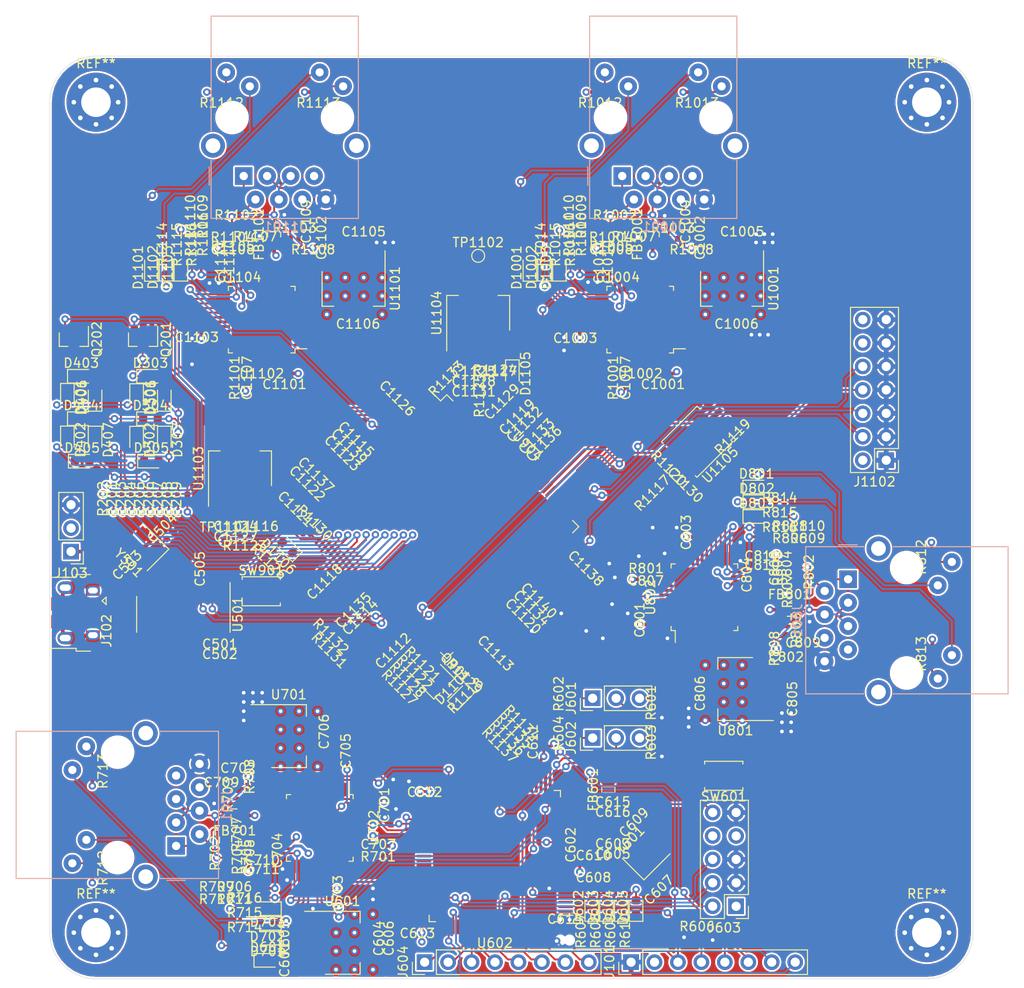
<source format=kicad_pcb>
(kicad_pcb (version 20171130) (host pcbnew "(5.1.6)-1")
  (layers (0 F.Cu signal) (1 In1.Cu signal) (2 In2.Cu signal) (31 B.Cu signal) (34 B.Paste user) (35 F.Paste user) (36 B.SilkS user) (37 F.SilkS user hide) (38 B.Mask user) (39 F.Mask user) (44 Edge.Cuts user))
  (net 0 "")
  (net 1 +5V)
  (net 2 GNDD)
  (net 3 "Net-(C503-Pad1)")
  (net 4 "Net-(C504-Pad1)")
  (net 5 "Net-(C505-Pad2)")
  (net 6 /STM32/NRST)
  (net 7 /STM32/VDDA)
  (net 8 /STM32/STM_3V3)
  (net 9 /STM32/RCC_OSC_IN)
  (net 10 /STM32/RCC_OSC_OUT)
  (net 11 "/100BASETX-PHY 1/PHY_3V3")
  (net 12 "Net-(C707-Pad1)")
  (net 13 "Net-(C708-Pad1)")
  (net 14 "Net-(C709-Pad2)")
  (net 15 "Net-(C710-Pad1)")
  (net 16 /PHY3/PHY_3V3)
  (net 17 "Net-(C807-Pad1)")
  (net 18 "Net-(C808-Pad1)")
  (net 19 "Net-(C809-Pad2)")
  (net 20 "Net-(C810-Pad1)")
  (net 21 /FPGA/VCCO_3V3)
  (net 22 /FPGA/VCCINT_1V2)
  (net 23 /PHY2/PHY_3V3)
  (net 24 "Net-(C1007-Pad1)")
  (net 25 "Net-(C1008-Pad1)")
  (net 26 "Net-(C1009-Pad2)")
  (net 27 "Net-(C1010-Pad1)")
  (net 28 /PHY1/PHY_3V3)
  (net 29 "Net-(C1107-Pad1)")
  (net 30 "Net-(C1108-Pad1)")
  (net 31 "Net-(C1109-Pad2)")
  (net 32 "Net-(C1110-Pad1)")
  (net 33 "/7seg-display/Digit 1/BA")
  (net 34 "/7seg-display/Digit 1/AK")
  (net 35 "/7seg-display/Digit 1/CA")
  (net 36 "/7seg-display/Digit 1/AN")
  (net 37 "/7seg-display/Digit 1/GA")
  (net 38 "/7seg-display/Digit 1/DA")
  (net 39 "/7seg-display/Digit 1/FA")
  (net 40 "/7seg-display/Digit 1/EA")
  (net 41 "/7seg-display/Digit 2/AK")
  (net 42 "Net-(D601-Pad2)")
  (net 43 "Net-(D602-Pad2)")
  (net 44 "Net-(D602-Pad1)")
  (net 45 "Net-(D603-Pad2)")
  (net 46 "Net-(D603-Pad1)")
  (net 47 "Net-(D604-Pad2)")
  (net 48 "Net-(D604-Pad1)")
  (net 49 "Net-(D605-Pad2)")
  (net 50 "Net-(D605-Pad1)")
  (net 51 "Net-(D701-Pad2)")
  (net 52 "/100BASETX-PHY 1/AN0")
  (net 53 "Net-(D702-Pad2)")
  (net 54 "/100BASETX-PHY 1/AN1")
  (net 55 "Net-(D703-Pad2)")
  (net 56 "/100BASETX-PHY 1/AN_EN")
  (net 57 "Net-(D801-Pad2)")
  (net 58 /PHY3/AN0)
  (net 59 "Net-(D802-Pad2)")
  (net 60 /PHY3/AN1)
  (net 61 "Net-(D803-Pad2)")
  (net 62 /PHY3/AN_EN)
  (net 63 /STM32/FPGA_INIT)
  (net 64 "Net-(D1001-Pad2)")
  (net 65 /PHY2/AN0)
  (net 66 "Net-(D1002-Pad2)")
  (net 67 /PHY2/AN1)
  (net 68 "Net-(D1003-Pad2)")
  (net 69 /PHY2/AN_EN)
  (net 70 "Net-(D1101-Pad2)")
  (net 71 /PHY1/AN0)
  (net 72 "Net-(D1102-Pad2)")
  (net 73 /PHY1/AN1)
  (net 74 "Net-(D1103-Pad2)")
  (net 75 /PHY1/AN_EN)
  (net 76 /STM32/UART_TX)
  (net 77 /STM32/UART_RX)
  (net 78 /STM32/ADC1)
  (net 79 /STM32/ADC2)
  (net 80 /STM32/I2C_SDA)
  (net 81 /STM32/I2C_SCL)
  (net 82 "Net-(J102-Pad6)")
  (net 83 "Net-(J102-Pad4)")
  (net 84 /USB-UART/USB-D+)
  (net 85 /USB-UART/USB-D-)
  (net 86 "Net-(J102-Pad1)")
  (net 87 "Net-(J601-Pad3)")
  (net 88 /STM32/BOOT0)
  (net 89 "Net-(J601-Pad1)")
  (net 90 "Net-(J602-Pad3)")
  (net 91 /STM32/BOOT1)
  (net 92 "Net-(J602-Pad1)")
  (net 93 "Net-(J603-Pad8)")
  (net 94 "Net-(J603-Pad7)")
  (net 95 /STM32/SYS_TRACESWO)
  (net 96 /STM32/SYS_JTCK_SWCLK)
  (net 97 /STM32/SYS_JTMS_SWDIO)
  (net 98 "Net-(J604-Pad8)")
  (net 99 "Net-(J604-Pad7)")
  (net 100 "Net-(J604-Pad6)")
  (net 101 "Net-(J604-Pad5)")
  (net 102 "Net-(J604-Pad4)")
  (net 103 "Net-(J604-Pad3)")
  (net 104 "Net-(J604-Pad2)")
  (net 105 "Net-(J604-Pad1)")
  (net 106 "Net-(J701-Pad13)")
  (net 107 "Net-(J701-PadL4)")
  (net 108 "Net-(J701-PadL1)")
  (net 109 "Net-(J701-PadR7)")
  (net 110 "/100BASETX-PHY 1/RX-")
  (net 111 "/100BASETX-PHY 1/RX+")
  (net 112 "/100BASETX-PHY 1/TD-")
  (net 113 "/100BASETX-PHY 1/TD+")
  (net 114 "Net-(J801-Pad13)")
  (net 115 "Net-(J801-PadL4)")
  (net 116 "Net-(J801-PadL1)")
  (net 117 "Net-(J801-PadR7)")
  (net 118 /PHY3/RX-)
  (net 119 /PHY3/RX+)
  (net 120 /PHY3/TD-)
  (net 121 /PHY3/TD+)
  (net 122 /FPGA/TDI)
  (net 123 /FPGA/TDO)
  (net 124 /FPGA/TCK)
  (net 125 /FPGA/TMS)
  (net 126 "Net-(J1001-Pad13)")
  (net 127 "Net-(J1001-PadL4)")
  (net 128 "Net-(J1001-PadL1)")
  (net 129 "Net-(J1001-PadR7)")
  (net 130 /PHY2/RX-)
  (net 131 /PHY2/RX+)
  (net 132 /PHY2/TD-)
  (net 133 /PHY2/TD+)
  (net 134 "Net-(J1101-Pad13)")
  (net 135 "Net-(J1101-PadL4)")
  (net 136 "Net-(J1101-PadL1)")
  (net 137 "Net-(J1101-PadR7)")
  (net 138 /PHY1/RX-)
  (net 139 /PHY1/RX+)
  (net 140 /PHY1/TD-)
  (net 141 /PHY1/TD+)
  (net 142 "Net-(Q201-Pad2)")
  (net 143 "Net-(Q202-Pad2)")
  (net 144 "Net-(Q901-Pad2)")
  (net 145 /7seg-display/7SEG-1)
  (net 146 /7seg-display/7SEG-2)
  (net 147 /7seg-display/7SEG-A)
  (net 148 /7seg-display/7SEG-B)
  (net 149 /7seg-display/7SEG-C)
  (net 150 /7seg-display/7SEG-D)
  (net 151 /7seg-display/7SEG-E)
  (net 152 /7seg-display/7SEG-F)
  (net 153 /7seg-display/7SEG-G)
  (net 154 "/100BASETX-PHY 1/RX_DV")
  (net 155 "Net-(R704-Pad2)")
  (net 156 "Net-(R705-Pad2)")
  (net 157 "Net-(R706-Pad2)")
  (net 158 "Net-(R706-Pad1)")
  (net 159 "Net-(R709-Pad1)")
  (net 160 "Net-(R710-Pad1)")
  (net 161 /FPGA/PHY3_RX_DV)
  (net 162 "Net-(R804-Pad2)")
  (net 163 "Net-(R805-Pad2)")
  (net 164 "Net-(R806-Pad2)")
  (net 165 "Net-(R806-Pad1)")
  (net 166 "Net-(R809-Pad1)")
  (net 167 "Net-(R810-Pad1)")
  (net 168 /FPGA/CCLK)
  (net 169 /FPGA/CSO_B)
  (net 170 /FPGA/DONE)
  (net 171 /FPGA/M0)
  (net 172 /FPGA/M1)
  (net 173 /STM32/FPGA_PROGRAM)
  (net 174 /FPGA/CLK_IN)
  (net 175 /STM32/SPI1_CS)
  (net 176 /STM32/SPI1_SCK)
  (net 177 /STM32/SPI1_MISO)
  (net 178 /STM32/SPI1_MOSI)
  (net 179 /FPGA/PHY2_RX_DV)
  (net 180 "Net-(R1004-Pad2)")
  (net 181 "Net-(R1005-Pad2)")
  (net 182 "Net-(R1006-Pad2)")
  (net 183 "Net-(R1006-Pad1)")
  (net 184 "Net-(R1009-Pad1)")
  (net 185 "Net-(R1010-Pad1)")
  (net 186 /FPGA/PHY1_RX_DV)
  (net 187 "Net-(R1104-Pad2)")
  (net 188 "Net-(R1105-Pad2)")
  (net 189 "Net-(R1106-Pad2)")
  (net 190 "Net-(R1106-Pad1)")
  (net 191 "Net-(R1109-Pad1)")
  (net 192 "Net-(R1110-Pad1)")
  (net 193 "Net-(U501-Pad15)")
  (net 194 "Net-(U501-Pad14)")
  (net 195 "Net-(U501-Pad13)")
  (net 196 "Net-(U501-Pad12)")
  (net 197 "Net-(U501-Pad11)")
  (net 198 "Net-(U501-Pad10)")
  (net 199 "Net-(U501-Pad9)")
  (net 200 /USB-UART/UART-RX)
  (net 201 /USB-UART/UART-TX)
  (net 202 "Net-(U602-Pad98)")
  (net 203 "Net-(U602-Pad97)")
  (net 204 "Net-(U602-Pad96)")
  (net 205 "Net-(U602-Pad95)")
  (net 206 "Net-(U602-Pad91)")
  (net 207 "Net-(U602-Pad90)")
  (net 208 "Net-(U602-Pad77)")
  (net 209 "Net-(U602-Pad73)")
  (net 210 "Net-(U602-Pad71)")
  (net 211 "Net-(U602-Pad66)")
  (net 212 "Net-(U602-Pad65)")
  (net 213 "Net-(U602-Pad64)")
  (net 214 "Net-(U602-Pad63)")
  (net 215 "Net-(U602-Pad62)")
  (net 216 "Net-(U602-Pad61)")
  (net 217 "Net-(U602-Pad60)")
  (net 218 "Net-(U602-Pad59)")
  (net 219 "Net-(U602-Pad58)")
  (net 220 /STM32/PHY_RXD_1)
  (net 221 /STM32/PHY_RXD_0)
  (net 222 "/100BASETX-PHY 1/CRS_DV")
  (net 223 "Net-(U602-Pad54)")
  (net 224 "Net-(U602-Pad53)")
  (net 225 /STM32/PHY_TXD_1)
  (net 226 /STM32/PHY_TXD_0)
  (net 227 /STM32/PHY_TX_EN)
  (net 228 "Net-(U602-Pad47)")
  (net 229 "Net-(U602-Pad46)")
  (net 230 "Net-(U602-Pad45)")
  (net 231 "Net-(U602-Pad44)")
  (net 232 "Net-(U602-Pad43)")
  (net 233 "Net-(U602-Pad42)")
  (net 234 "Net-(U602-Pad41)")
  (net 235 "Net-(U602-Pad40)")
  (net 236 "Net-(U602-Pad39)")
  (net 237 "Net-(U602-Pad38)")
  (net 238 "Net-(U602-Pad36)")
  (net 239 "Net-(U602-Pad35)")
  (net 240 "Net-(U602-Pad34)")
  (net 241 "Net-(U602-Pad33)")
  (net 242 "/100BASETX-PHY 1/MDIO")
  (net 243 "/100BASETX-PHY 1/CLK_OUT")
  (net 244 "Net-(U602-Pad18)")
  (net 245 "Net-(U602-Pad17)")
  (net 246 "/100BASETX-PHY 1/MDC")
  (net 247 "Net-(U602-Pad15)")
  (net 248 "Net-(U602-Pad4)")
  (net 249 "Net-(U602-Pad3)")
  (net 250 "Net-(U602-Pad2)")
  (net 251 "Net-(U602-Pad1)")
  (net 252 "/100BASETX-PHY 1/PHY_AD4")
  (net 253 "/100BASETX-PHY 1/PHY_AD3")
  (net 254 "/100BASETX-PHY 1/PHY_AD0")
  (net 255 "/100BASETX-PHY 1/MDIX_EN")
  (net 256 "Net-(U702-Pad38)")
  (net 257 "/100BASETX-PHY 1/CLK_X2")
  (net 258 "/100BASETX-PHY 1/~RESET")
  (net 259 "/100BASETX-PHY 1/POWER_DOWN")
  (net 260 "/100BASETX-PHY 1/SNI_MODE")
  (net 261 "Net-(U702-Pad5)")
  (net 262 "Net-(U702-Pad1)")
  (net 263 /PHY3/PHY_AD4)
  (net 264 /PHY3/PHY_AD3)
  (net 265 /FPGA/PHY3_RXD_1)
  (net 266 /FPGA/PHY3_RXD_0)
  (net 267 /PHY3/PHY_AD0)
  (net 268 /PHY3/MDIX_EN)
  (net 269 /PHY3/CRS_DV)
  (net 270 "Net-(U802-Pad38)")
  (net 271 /PHY3/CLK_X1)
  (net 272 /PHY3/CLK_X2)
  (net 273 /PHY3/MDC)
  (net 274 /PHY3/MDIO)
  (net 275 /FPGA/~PHY3_RESET)
  (net 276 /PHY3/CLK_OUT)
  (net 277 /FPGA/PHY3_POWER_DOWN)
  (net 278 /PHY3/SNI_MODE)
  (net 279 "Net-(U802-Pad5)")
  (net 280 /FPGA/PHY3_TXD_1)
  (net 281 /FPGA/PHY3_TXD_0)
  (net 282 /FPGA/PHY3_TX_EN)
  (net 283 "Net-(U802-Pad1)")
  (net 284 /FPGA/MOSI)
  (net 285 /FPGA/DIN)
  (net 286 "Net-(U904-Pad143)")
  (net 287 "Net-(U904-Pad142)")
  (net 288 "Net-(U904-Pad141)")
  (net 289 "Net-(U904-Pad140)")
  (net 290 "Net-(U904-Pad139)")
  (net 291 "Net-(U904-Pad138)")
  (net 292 "Net-(U904-Pad137)")
  (net 293 /PHY2/MDC)
  (net 294 /PHY2/MDIO)
  (net 295 /FPGA/~PHY2_RESET)
  (net 296 "Net-(U904-Pad131)")
  (net 297 /PHY2/CLK_OUT)
  (net 298 "Net-(U904-Pad124)")
  (net 299 "Net-(U904-Pad123)")
  (net 300 "Net-(U904-Pad121)")
  (net 301 /PHY2/CLK_X1)
  (net 302 /PHY2/CRS_DV)
  (net 303 /FPGA/PHY2_RXD_0)
  (net 304 /FPGA/PHY2_RXD_1)
  (net 305 /FPGA/PHY2_TX_EN)
  (net 306 /FPGA/PHY2_TXD_0)
  (net 307 /FPGA/PHY2_TXD_1)
  (net 308 /FPGA/PHY2_POWER_DOWN)
  (net 309 "Net-(U904-Pad104)")
  (net 310 "Net-(U904-Pad102)")
  (net 311 "Net-(U904-Pad93)")
  (net 312 "Net-(U904-Pad88)")
  (net 313 "Net-(U904-Pad85)")
  (net 314 "Net-(U904-Pad84)")
  (net 315 "Net-(U904-Pad83)")
  (net 316 "Net-(U904-Pad75)")
  (net 317 "Net-(U904-Pad72)")
  (net 318 "Net-(U904-Pad51)")
  (net 319 /FPGA/~PHY1_RESET)
  (net 320 /PHY1/CLK_X1)
  (net 321 /PHY1/CRS_DV)
  (net 322 "Net-(U904-Pad30)")
  (net 323 "Net-(U904-Pad29)")
  (net 324 /PHY1/MDC)
  (net 325 /PHY1/MDIO)
  (net 326 /PHY1/CLK_OUT)
  (net 327 "Net-(U904-Pad22)")
  (net 328 "Net-(U904-Pad21)")
  (net 329 "Net-(U904-Pad17)")
  (net 330 "Net-(U904-Pad16)")
  (net 331 "Net-(U904-Pad15)")
  (net 332 "Net-(U904-Pad12)")
  (net 333 /FPGA/PHY1_RXD_0)
  (net 334 /FPGA/PHY1_RXD_1)
  (net 335 /FPGA/PHY1_TX_EN)
  (net 336 /FPGA/PHY1_TXD_0)
  (net 337 /FPGA/PHY1_TXD_1)
  (net 338 "Net-(U904-Pad5)")
  (net 339 "Net-(U904-Pad2)")
  (net 340 /FPGA/PHY1_POWER_DOWN)
  (net 341 /PHY2/PHY_AD4)
  (net 342 /PHY2/PHY_AD3)
  (net 343 /PHY2/PHY_AD0)
  (net 344 /PHY2/MDIX_EN)
  (net 345 "Net-(U1002-Pad38)")
  (net 346 /PHY2/CLK_X2)
  (net 347 /PHY2/SNI_MODE)
  (net 348 "Net-(U1002-Pad5)")
  (net 349 "Net-(U1002-Pad1)")
  (net 350 /PHY1/PHY_AD4)
  (net 351 /PHY1/PHY_AD3)
  (net 352 /PHY1/PHY_AD0)
  (net 353 /PHY1/MDIX_EN)
  (net 354 "Net-(U1102-Pad38)")
  (net 355 /PHY1/CLK_X2)
  (net 356 /PHY1/SNI_MODE)
  (net 357 "Net-(U1102-Pad5)")
  (net 358 "Net-(U1102-Pad1)")
  (net 359 "Net-(U904-Pad120)")
  (net 360 "Net-(U904-Pad32)")
  (net 361 "Net-(U904-Pad34)")
  (net 362 "Net-(U904-Pad87)")
  (net 363 "Net-(U904-Pad92)")
  (net 364 "Net-(U904-Pad33)")
  (net 365 "Net-(U904-Pad94)")
  (net 366 "Net-(U904-Pad57)")
  (net 367 "Net-(U904-Pad56)")
  (net 368 "Net-(U602-Pad80)")
  (net 369 "Net-(C1124-Pad1)")
  (net 370 "Net-(C1125-Pad1)")
  (net 371 "Net-(D1104-Pad2)")
  (net 372 "Net-(D1104-Pad1)")
  (net 373 "Net-(D1105-Pad2)")
  (net 374 "Net-(D1106-Pad2)")
  (net 375 "Net-(J1102-Pad14)")
  (net 376 "Net-(J1102-Pad12)")
  (net 377 "Net-(R1129-Pad2)")
  (net 378 "Net-(R1133-Pad1)")
  (net 379 "Net-(R1134-Pad1)")
  (net 380 "Net-(R1135-Pad1)")
  (net 381 "Net-(R1136-Pad1)")
  (net 382 "Net-(R1137-Pad1)")
  (net 383 "Net-(U1105-Pad7)")
  (net 384 "Net-(U1105-Pad3)")
  (module MountingHole:MountingHole_3.2mm_M3_Pad_Via (layer F.Cu) (at 195 155)
    (fp_text reference REF** (at 0 -4.2) (layer F.SilkS))
    (fp_text value MountingHole_3.2mm_M3_Pad_Via)
    (pad 1 thru_hole circle (at 1.697056 -1.697056) (size 0.8 0.8) (drill 0.5) (layers *.Cu *.Mask))
    (pad 1 thru_hole circle (at 0 -2.4) (size 0.8 0.8) (drill 0.5) (layers *.Cu *.Mask))
    (pad 1 thru_hole circle (at -1.697056 -1.697056) (size 0.8 0.8) (drill 0.5) (layers *.Cu *.Mask))
    (pad 1 thru_hole circle (at -2.4 0) (size 0.8 0.8) (drill 0.5) (layers *.Cu *.Mask))
    (pad 1 thru_hole circle (at -1.697056 1.697056) (size 0.8 0.8) (drill 0.5) (layers *.Cu *.Mask))
    (pad 1 thru_hole circle (at 0 2.4) (size 0.8 0.8) (drill 0.5) (layers *.Cu *.Mask))
    (pad 1 thru_hole circle (at 1.697056 1.697056) (size 0.8 0.8) (drill 0.5) (layers *.Cu *.Mask))
    (pad 1 thru_hole circle (at 2.4 0) (size 0.8 0.8) (drill 0.5) (layers *.Cu *.Mask))
    (pad 1 thru_hole circle (at 0 0) (size 6.4 6.4) (drill 3.2) (layers *.Cu *.Mask))
  )
  (module MountingHole:MountingHole_3.2mm_M3_Pad_Via (layer F.Cu) (at 105 155)
    (fp_text reference REF** (at 0 -4.2) (layer F.SilkS))
    (fp_text value MountingHole_3.2mm_M3_Pad_Via)
    (pad 1 thru_hole circle (at 1.697056 -1.697056) (size 0.8 0.8) (drill 0.5) (layers *.Cu *.Mask))
    (pad 1 thru_hole circle (at 0 -2.4) (size 0.8 0.8) (drill 0.5) (layers *.Cu *.Mask))
    (pad 1 thru_hole circle (at -1.697056 -1.697056) (size 0.8 0.8) (drill 0.5) (layers *.Cu *.Mask))
    (pad 1 thru_hole circle (at -2.4 0) (size 0.8 0.8) (drill 0.5) (layers *.Cu *.Mask))
    (pad 1 thru_hole circle (at -1.697056 1.697056) (size 0.8 0.8) (drill 0.5) (layers *.Cu *.Mask))
    (pad 1 thru_hole circle (at 0 2.4) (size 0.8 0.8) (drill 0.5) (layers *.Cu *.Mask))
    (pad 1 thru_hole circle (at 1.697056 1.697056) (size 0.8 0.8) (drill 0.5) (layers *.Cu *.Mask))
    (pad 1 thru_hole circle (at 2.4 0) (size 0.8 0.8) (drill 0.5) (layers *.Cu *.Mask))
    (pad 1 thru_hole circle (at 0 0) (size 6.4 6.4) (drill 3.2) (layers *.Cu *.Mask))
  )
  (module MountingHole:MountingHole_3.2mm_M3_Pad_Via (layer F.Cu) (at 105 65)
    (fp_text reference REF** (at 0 -4.2) (layer F.SilkS))
    (fp_text value MountingHole_3.2mm_M3_Pad_Via)
    (pad 1 thru_hole circle (at 1.697056 -1.697056) (size 0.8 0.8) (drill 0.5) (layers *.Cu *.Mask))
    (pad 1 thru_hole circle (at 0 -2.4) (size 0.8 0.8) (drill 0.5) (layers *.Cu *.Mask))
    (pad 1 thru_hole circle (at -1.697056 -1.697056) (size 0.8 0.8) (drill 0.5) (layers *.Cu *.Mask))
    (pad 1 thru_hole circle (at -2.4 0) (size 0.8 0.8) (drill 0.5) (layers *.Cu *.Mask))
    (pad 1 thru_hole circle (at -1.697056 1.697056) (size 0.8 0.8) (drill 0.5) (layers *.Cu *.Mask))
    (pad 1 thru_hole circle (at 0 2.4) (size 0.8 0.8) (drill 0.5) (layers *.Cu *.Mask))
    (pad 1 thru_hole circle (at 1.697056 1.697056) (size 0.8 0.8) (drill 0.5) (layers *.Cu *.Mask))
    (pad 1 thru_hole circle (at 2.4 0) (size 0.8 0.8) (drill 0.5) (layers *.Cu *.Mask))
    (pad 1 thru_hole circle (at 0 0) (size 6.4 6.4) (drill 3.2) (layers *.Cu *.Mask))
  )
  (module MountingHole:MountingHole_3.2mm_M3_Pad_Via (layer F.Cu) (at 195 65)
    (fp_text reference REF** (at 0 -4.2) (layer F.SilkS))
    (fp_text value MountingHole_3.2mm_M3_Pad_Via)
    (pad 1 thru_hole circle (at 1.697056 -1.697056) (size 0.8 0.8) (drill 0.5) (layers *.Cu *.Mask))
    (pad 1 thru_hole circle (at 0 -2.4) (size 0.8 0.8) (drill 0.5) (layers *.Cu *.Mask))
    (pad 1 thru_hole circle (at -1.697056 -1.697056) (size 0.8 0.8) (drill 0.5) (layers *.Cu *.Mask))
    (pad 1 thru_hole circle (at -2.4 0) (size 0.8 0.8) (drill 0.5) (layers *.Cu *.Mask))
    (pad 1 thru_hole circle (at -1.697056 1.697056) (size 0.8 0.8) (drill 0.5) (layers *.Cu *.Mask))
    (pad 1 thru_hole circle (at 0 2.4) (size 0.8 0.8) (drill 0.5) (layers *.Cu *.Mask))
    (pad 1 thru_hole circle (at 1.697056 1.697056) (size 0.8 0.8) (drill 0.5) (layers *.Cu *.Mask))
    (pad 1 thru_hole circle (at 2.4 0) (size 0.8 0.8) (drill 0.5) (layers *.Cu *.Mask))
    (pad 1 thru_hole circle (at 0 0) (size 6.4 6.4) (drill 3.2) (layers *.Cu *.Mask))
  )
  (module Package_TO_SOT_SMD:SOT-223-3_TabPin2 (layer F.Cu) (at 120.6 104.7 90)
    (fp_text reference U1103 (at 0 -4.5 90) (layer F.SilkS))
    (fp_text value SE1122-LF-1.2V)
    (pad 1 smd rect (at -3.15 -2.3 90) (size 2 1.5) (layers F.Cu F.Paste F.Mask) (net 2 GNDD))
    (pad 3 smd rect (at -3.15 2.3 90) (size 2 1.5) (layers F.Cu F.Paste F.Mask) (net 1 +5V))
    (pad 2 smd rect (at -3.15 0 90) (size 2 1.5) (layers F.Cu F.Paste F.Mask) (net 369 "Net-(C1124-Pad1)"))
    (pad 2 smd rect (at 3.15 0 90) (size 2 3.8) (layers F.Cu F.Paste F.Mask) (net 369 "Net-(C1124-Pad1)"))
  )
  (module Package_QFP:LQFP-144_20x20mm_P0.5mm (layer F.Cu) (at 143 111 315)
    (fp_text reference U904 (at 0 -12.35 135) (layer F.SilkS))
    (fp_text value XC6SLX9-TQG144)
    (pad 144 smd roundrect (at -8.75 -10.6625 315) (size 0.3 1.475) (layers F.Cu F.Paste F.Mask) (net 378 "Net-(R1133-Pad1)"))
    (pad 143 smd roundrect (at -8.25 -10.6625 315) (size 0.3 1.475) (layers F.Cu F.Paste F.Mask) (net 286 "Net-(U904-Pad143)"))
    (pad 142 smd roundrect (at -7.75 -10.6625 315) (size 0.3 1.475) (layers F.Cu F.Paste F.Mask) (net 287 "Net-(U904-Pad142)"))
    (pad 141 smd roundrect (at -7.25 -10.6625 315) (size 0.3 1.475) (layers F.Cu F.Paste F.Mask) (net 288 "Net-(U904-Pad141)"))
    (pad 140 smd roundrect (at -6.75 -10.6625 315) (size 0.3 1.475) (layers F.Cu F.Paste F.Mask) (net 289 "Net-(U904-Pad140)"))
    (pad 139 smd roundrect (at -6.25 -10.6625 315) (size 0.3 1.475) (layers F.Cu F.Paste F.Mask) (net 290 "Net-(U904-Pad139)"))
    (pad 138 smd roundrect (at -5.75 -10.6625 315) (size 0.3 1.475) (layers F.Cu F.Paste F.Mask) (net 291 "Net-(U904-Pad138)"))
    (pad 137 smd roundrect (at -5.25 -10.6625 315) (size 0.3 1.475) (layers F.Cu F.Paste F.Mask) (net 292 "Net-(U904-Pad137)"))
    (pad 136 smd roundrect (at -4.75 -10.6625 315) (size 0.3 1.475) (layers F.Cu F.Paste F.Mask) (net 2 GNDD))
    (pad 135 smd roundrect (at -4.25 -10.6625 315) (size 0.3 1.475) (layers F.Cu F.Paste F.Mask) (net 21 /FPGA/VCCO_3V3))
    (pad 134 smd roundrect (at -3.75 -10.6625 315) (size 0.3 1.475) (layers F.Cu F.Paste F.Mask) (net 297 /PHY2/CLK_OUT))
    (pad 133 smd roundrect (at -3.25 -10.6625 315) (size 0.3 1.475) (layers F.Cu F.Paste F.Mask) (net 295 /FPGA/~PHY2_RESET))
    (pad 132 smd roundrect (at -2.75 -10.6625 315) (size 0.3 1.475) (layers F.Cu F.Paste F.Mask) (net 294 /PHY2/MDIO))
    (pad 131 smd roundrect (at -2.25 -10.6625 315) (size 0.3 1.475) (layers F.Cu F.Paste F.Mask) (net 296 "Net-(U904-Pad131)"))
    (pad 130 smd roundrect (at -1.75 -10.6625 315) (size 0.3 1.475) (layers F.Cu F.Paste F.Mask) (net 2 GNDD))
    (pad 129 smd roundrect (at -1.25 -10.6625 315) (size 0.3 1.475) (layers F.Cu F.Paste F.Mask) (net 21 /FPGA/VCCO_3V3))
    (pad 128 smd roundrect (at -0.75 -10.6625 315) (size 0.3 1.475) (layers F.Cu F.Paste F.Mask) (net 22 /FPGA/VCCINT_1V2))
    (pad 127 smd roundrect (at -0.25 -10.6625 315) (size 0.3 1.475) (layers F.Cu F.Paste F.Mask) (net 293 /PHY2/MDC))
    (pad 126 smd roundrect (at 0.25 -10.6625 315) (size 0.3 1.475) (layers F.Cu F.Paste F.Mask) (net 301 /PHY2/CLK_X1))
    (pad 125 smd roundrect (at 0.75 -10.6625 315) (size 0.3 1.475) (layers F.Cu F.Paste F.Mask) (net 21 /FPGA/VCCO_3V3))
    (pad 124 smd roundrect (at 1.25 -10.6625 315) (size 0.3 1.475) (layers F.Cu F.Paste F.Mask) (net 298 "Net-(U904-Pad124)"))
    (pad 123 smd roundrect (at 1.75 -10.6625 315) (size 0.3 1.475) (layers F.Cu F.Paste F.Mask) (net 299 "Net-(U904-Pad123)"))
    (pad 122 smd roundrect (at 2.25 -10.6625 315) (size 0.3 1.475) (layers F.Cu F.Paste F.Mask) (net 21 /FPGA/VCCO_3V3))
    (pad 121 smd roundrect (at 2.75 -10.6625 315) (size 0.3 1.475) (layers F.Cu F.Paste F.Mask) (net 300 "Net-(U904-Pad121)"))
    (pad 120 smd roundrect (at 3.25 -10.6625 315) (size 0.3 1.475) (layers F.Cu F.Paste F.Mask) (net 359 "Net-(U904-Pad120)"))
    (pad 119 smd roundrect (at 3.75 -10.6625 315) (size 0.3 1.475) (layers F.Cu F.Paste F.Mask) (net 179 /FPGA/PHY2_RX_DV))
    (pad 118 smd roundrect (at 4.25 -10.6625 315) (size 0.3 1.475) (layers F.Cu F.Paste F.Mask) (net 302 /PHY2/CRS_DV))
    (pad 117 smd roundrect (at 4.75 -10.6625 315) (size 0.3 1.475) (layers F.Cu F.Paste F.Mask) (net 303 /FPGA/PHY2_RXD_0))
    (pad 116 smd roundrect (at 5.25 -10.6625 315) (size 0.3 1.475) (layers F.Cu F.Paste F.Mask) (net 304 /FPGA/PHY2_RXD_1))
    (pad 115 smd roundrect (at 5.75 -10.6625 315) (size 0.3 1.475) (layers F.Cu F.Paste F.Mask) (net 305 /FPGA/PHY2_TX_EN))
    (pad 114 smd roundrect (at 6.25 -10.6625 315) (size 0.3 1.475) (layers F.Cu F.Paste F.Mask) (net 306 /FPGA/PHY2_TXD_0))
    (pad 113 smd roundrect (at 6.75 -10.6625 315) (size 0.3 1.475) (layers F.Cu F.Paste F.Mask) (net 2 GNDD))
    (pad 112 smd roundrect (at 7.25 -10.6625 315) (size 0.3 1.475) (layers F.Cu F.Paste F.Mask) (net 307 /FPGA/PHY2_TXD_1))
    (pad 111 smd roundrect (at 7.75 -10.6625 315) (size 0.3 1.475) (layers F.Cu F.Paste F.Mask) (net 308 /FPGA/PHY2_POWER_DOWN))
    (pad 110 smd roundrect (at 8.25 -10.6625 315) (size 0.3 1.475) (layers F.Cu F.Paste F.Mask) (net 122 /FPGA/TDI))
    (pad 109 smd roundrect (at 8.75 -10.6625 315) (size 0.3 1.475) (layers F.Cu F.Paste F.Mask) (net 124 /FPGA/TCK))
    (pad 108 smd roundrect (at 10.6625 -8.75 315) (size 1.475 0.3) (layers F.Cu F.Paste F.Mask) (net 2 GNDD))
    (pad 107 smd roundrect (at 10.6625 -8.25 315) (size 1.475 0.3) (layers F.Cu F.Paste F.Mask) (net 125 /FPGA/TMS))
    (pad 106 smd roundrect (at 10.6625 -7.75 315) (size 1.475 0.3) (layers F.Cu F.Paste F.Mask) (net 123 /FPGA/TDO))
    (pad 105 smd roundrect (at 10.6625 -7.25 315) (size 1.475 0.3) (layers F.Cu F.Paste F.Mask) (net 275 /FPGA/~PHY3_RESET))
    (pad 104 smd roundrect (at 10.6625 -6.75 315) (size 1.475 0.3) (layers F.Cu F.Paste F.Mask) (net 309 "Net-(U904-Pad104)"))
    (pad 103 smd roundrect (at 10.6625 -6.25 315) (size 1.475 0.3) (layers F.Cu F.Paste F.Mask) (net 21 /FPGA/VCCO_3V3))
    (pad 102 smd roundrect (at 10.6625 -5.75 315) (size 1.475 0.3) (layers F.Cu F.Paste F.Mask) (net 310 "Net-(U904-Pad102)"))
    (pad 101 smd roundrect (at 10.6625 -5.25 315) (size 1.475 0.3) (layers F.Cu F.Paste F.Mask) (net 274 /PHY3/MDIO))
    (pad 100 smd roundrect (at 10.6625 -4.75 315) (size 1.475 0.3) (layers F.Cu F.Paste F.Mask) (net 273 /PHY3/MDC))
    (pad 99 smd roundrect (at 10.6625 -4.25 315) (size 1.475 0.3) (layers F.Cu F.Paste F.Mask) (net 271 /PHY3/CLK_X1))
    (pad 98 smd roundrect (at 10.6625 -3.75 315) (size 1.475 0.3) (layers F.Cu F.Paste F.Mask) (net 161 /FPGA/PHY3_RX_DV))
    (pad 97 smd roundrect (at 10.6625 -3.25 315) (size 1.475 0.3) (layers F.Cu F.Paste F.Mask) (net 269 /PHY3/CRS_DV))
    (pad 96 smd roundrect (at 10.6625 -2.75 315) (size 1.475 0.3) (layers F.Cu F.Paste F.Mask) (net 2 GNDD))
    (pad 95 smd roundrect (at 10.6625 -2.25 315) (size 1.475 0.3) (layers F.Cu F.Paste F.Mask) (net 276 /PHY3/CLK_OUT))
    (pad 94 smd roundrect (at 10.6625 -1.75 315) (size 1.475 0.3) (layers F.Cu F.Paste F.Mask) (net 365 "Net-(U904-Pad94)"))
    (pad 93 smd roundrect (at 10.6625 -1.25 315) (size 1.475 0.3) (layers F.Cu F.Paste F.Mask) (net 311 "Net-(U904-Pad93)"))
    (pad 92 smd roundrect (at 10.6625 -0.75 315) (size 1.475 0.3) (layers F.Cu F.Paste F.Mask) (net 363 "Net-(U904-Pad92)"))
    (pad 91 smd roundrect (at 10.6625 -0.25 315) (size 1.475 0.3) (layers F.Cu F.Paste F.Mask) (net 2 GNDD))
    (pad 90 smd roundrect (at 10.6625 0.25 315) (size 1.475 0.3) (layers F.Cu F.Paste F.Mask) (net 21 /FPGA/VCCO_3V3))
    (pad 89 smd roundrect (at 10.6625 0.75 315) (size 1.475 0.3) (layers F.Cu F.Paste F.Mask) (net 22 /FPGA/VCCINT_1V2))
    (pad 88 smd roundrect (at 10.6625 1.25 315) (size 1.475 0.3) (layers F.Cu F.Paste F.Mask) (net 312 "Net-(U904-Pad88)"))
    (pad 87 smd roundrect (at 10.6625 1.75 315) (size 1.475 0.3) (layers F.Cu F.Paste F.Mask) (net 362 "Net-(U904-Pad87)"))
    (pad 86 smd roundrect (at 10.6625 2.25 315) (size 1.475 0.3) (layers F.Cu F.Paste F.Mask) (net 21 /FPGA/VCCO_3V3))
    (pad 85 smd roundrect (at 10.6625 2.75 315) (size 1.475 0.3) (layers F.Cu F.Paste F.Mask) (net 313 "Net-(U904-Pad85)"))
    (pad 84 smd roundrect (at 10.6625 3.25 315) (size 1.475 0.3) (layers F.Cu F.Paste F.Mask) (net 314 "Net-(U904-Pad84)"))
    (pad 83 smd roundrect (at 10.6625 3.75 315) (size 1.475 0.3) (layers F.Cu F.Paste F.Mask) (net 315 "Net-(U904-Pad83)"))
    (pad 82 smd roundrect (at 10.6625 4.25 315) (size 1.475 0.3) (layers F.Cu F.Paste F.Mask) (net 266 /FPGA/PHY3_RXD_0))
    (pad 81 smd roundrect (at 10.6625 4.75 315) (size 1.475 0.3) (layers F.Cu F.Paste F.Mask) (net 265 /FPGA/PHY3_RXD_1))
    (pad 80 smd roundrect (at 10.6625 5.25 315) (size 1.475 0.3) (layers F.Cu F.Paste F.Mask) (net 282 /FPGA/PHY3_TX_EN))
    (pad 79 smd roundrect (at 10.6625 5.75 315) (size 1.475 0.3) (layers F.Cu F.Paste F.Mask) (net 281 /FPGA/PHY3_TXD_0))
    (pad 78 smd roundrect (at 10.6625 6.25 315) (size 1.475 0.3) (layers F.Cu F.Paste F.Mask) (net 280 /FPGA/PHY3_TXD_1))
    (pad 77 smd roundrect (at 10.6625 6.75 315) (size 1.475 0.3) (layers F.Cu F.Paste F.Mask) (net 2 GNDD))
    (pad 76 smd roundrect (at 10.6625 7.25 315) (size 1.475 0.3) (layers F.Cu F.Paste F.Mask) (net 21 /FPGA/VCCO_3V3))
    (pad 75 smd roundrect (at 10.6625 7.75 315) (size 1.475 0.3) (layers F.Cu F.Paste F.Mask) (net 316 "Net-(U904-Pad75)"))
    (pad 74 smd roundrect (at 10.6625 8.25 315) (size 1.475 0.3) (layers F.Cu F.Paste F.Mask) (net 277 /FPGA/PHY3_POWER_DOWN))
    (pad 73 smd roundrect (at 10.6625 8.75 315) (size 1.475 0.3) (layers F.Cu F.Paste F.Mask) (net 377 "Net-(R1129-Pad2)"))
    (pad 72 smd roundrect (at 8.75 10.6625 315) (size 0.3 1.475) (layers F.Cu F.Paste F.Mask) (net 317 "Net-(U904-Pad72)"))
    (pad 71 smd roundrect (at 8.25 10.6625 315) (size 0.3 1.475) (layers F.Cu F.Paste F.Mask) (net 170 /FPGA/DONE))
    (pad 70 smd roundrect (at 7.75 10.6625 315) (size 0.3 1.475) (layers F.Cu F.Paste F.Mask) (net 168 /FPGA/CCLK))
    (pad 69 smd roundrect (at 7.25 10.6625 315) (size 0.3 1.475) (layers F.Cu F.Paste F.Mask) (net 171 /FPGA/M0))
    (pad 68 smd roundrect (at 6.75 10.6625 315) (size 0.3 1.475) (layers F.Cu F.Paste F.Mask) (net 2 GNDD))
    (pad 67 smd roundrect (at 6.25 10.6625 315) (size 0.3 1.475) (layers F.Cu F.Paste F.Mask) (net 379 "Net-(R1134-Pad1)"))
    (pad 66 smd roundrect (at 5.75 10.6625 315) (size 0.3 1.475) (layers F.Cu F.Paste F.Mask) (net 380 "Net-(R1135-Pad1)"))
    (pad 65 smd roundrect (at 5.25 10.6625 315) (size 0.3 1.475) (layers F.Cu F.Paste F.Mask) (net 285 /FPGA/DIN))
    (pad 64 smd roundrect (at 4.75 10.6625 315) (size 0.3 1.475) (layers F.Cu F.Paste F.Mask) (net 284 /FPGA/MOSI))
    (pad 63 smd roundrect (at 4.25 10.6625 315) (size 0.3 1.475) (layers F.Cu F.Paste F.Mask) (net 21 /FPGA/VCCO_3V3))
    (pad 62 smd roundrect (at 3.75 10.6625 315) (size 0.3 1.475) (layers F.Cu F.Paste F.Mask) (net 381 "Net-(R1136-Pad1)"))
    (pad 61 smd roundrect (at 3.25 10.6625 315) (size 0.3 1.475) (layers F.Cu F.Paste F.Mask) (net 382 "Net-(R1137-Pad1)"))
    (pad 60 smd roundrect (at 2.75 10.6625 315) (size 0.3 1.475) (layers F.Cu F.Paste F.Mask) (net 172 /FPGA/M1))
    (pad 59 smd roundrect (at 2.25 10.6625 315) (size 0.3 1.475) (layers F.Cu F.Paste F.Mask) (net 200 /USB-UART/UART-RX))
    (pad 58 smd roundrect (at 1.75 10.6625 315) (size 0.3 1.475) (layers F.Cu F.Paste F.Mask) (net 201 /USB-UART/UART-TX))
    (pad 57 smd roundrect (at 1.25 10.6625 315) (size 0.3 1.475) (layers F.Cu F.Paste F.Mask) (net 366 "Net-(U904-Pad57)"))
    (pad 56 smd roundrect (at 0.75 10.6625 315) (size 0.3 1.475) (layers F.Cu F.Paste F.Mask) (net 367 "Net-(U904-Pad56)"))
    (pad 55 smd roundrect (at 0.25 10.6625 315) (size 0.3 1.475) (layers F.Cu F.Paste F.Mask) (net 174 /FPGA/CLK_IN))
    (pad 54 smd roundrect (at -0.25 10.6625 315) (size 0.3 1.475) (layers F.Cu F.Paste F.Mask) (net 2 GNDD))
    (pad 53 smd roundrect (at -0.75 10.6625 315) (size 0.3 1.475) (layers F.Cu F.Paste F.Mask) (net 21 /FPGA/VCCO_3V3))
    (pad 52 smd roundrect (at -1.25 10.6625 315) (size 0.3 1.475) (layers F.Cu F.Paste F.Mask) (net 22 /FPGA/VCCINT_1V2))
    (pad 51 smd roundrect (at -1.75 10.6625 315) (size 0.3 1.475) (layers F.Cu F.Paste F.Mask) (net 318 "Net-(U904-Pad51)"))
    (pad 50 smd roundrect (at -2.25 10.6625 315) (size 0.3 1.475) (layers F.Cu F.Paste F.Mask) (net 146 /7seg-display/7SEG-2))
    (pad 49 smd roundrect (at -2.75 10.6625 315) (size 0.3 1.475) (layers F.Cu F.Paste F.Mask) (net 2 GNDD))
    (pad 48 smd roundrect (at -3.25 10.6625 315) (size 0.3 1.475) (layers F.Cu F.Paste F.Mask) (net 145 /7seg-display/7SEG-1))
    (pad 47 smd roundrect (at -3.75 10.6625 315) (size 0.3 1.475) (layers F.Cu F.Paste F.Mask) (net 147 /7seg-display/7SEG-A))
    (pad 46 smd roundrect (at -4.25 10.6625 315) (size 0.3 1.475) (layers F.Cu F.Paste F.Mask) (net 148 /7seg-display/7SEG-B))
    (pad 45 smd roundrect (at -4.75 10.6625 315) (size 0.3 1.475) (layers F.Cu F.Paste F.Mask) (net 149 /7seg-display/7SEG-C))
    (pad 44 smd roundrect (at -5.25 10.6625 315) (size 0.3 1.475) (layers F.Cu F.Paste F.Mask) (net 150 /7seg-display/7SEG-D))
    (pad 43 smd roundrect (at -5.75 10.6625 315) (size 0.3 1.475) (layers F.Cu F.Paste F.Mask) (net 151 /7seg-display/7SEG-E))
    (pad 42 smd roundrect (at -6.25 10.6625 315) (size 0.3 1.475) (layers F.Cu F.Paste F.Mask) (net 21 /FPGA/VCCO_3V3))
    (pad 41 smd roundrect (at -6.75 10.6625 315) (size 0.3 1.475) (layers F.Cu F.Paste F.Mask) (net 152 /7seg-display/7SEG-F))
    (pad 40 smd roundrect (at -7.25 10.6625 315) (size 0.3 1.475) (layers F.Cu F.Paste F.Mask) (net 153 /7seg-display/7SEG-G))
    (pad 39 smd roundrect (at -7.75 10.6625 315) (size 0.3 1.475) (layers F.Cu F.Paste F.Mask) (net 63 /STM32/FPGA_INIT))
    (pad 38 smd roundrect (at -8.25 10.6625 315) (size 0.3 1.475) (layers F.Cu F.Paste F.Mask) (net 169 /FPGA/CSO_B))
    (pad 37 smd roundrect (at -8.75 10.6625 315) (size 0.3 1.475) (layers F.Cu F.Paste F.Mask) (net 173 /STM32/FPGA_PROGRAM))
    (pad 36 smd roundrect (at -10.6625 8.75 315) (size 1.475 0.3) (layers F.Cu F.Paste F.Mask) (net 21 /FPGA/VCCO_3V3))
    (pad 35 smd roundrect (at -10.6625 8.25 315) (size 1.475 0.3) (layers F.Cu F.Paste F.Mask) (net 319 /FPGA/~PHY1_RESET))
    (pad 34 smd roundrect (at -10.6625 7.75 315) (size 1.475 0.3) (layers F.Cu F.Paste F.Mask) (net 361 "Net-(U904-Pad34)"))
    (pad 33 smd roundrect (at -10.6625 7.25 315) (size 1.475 0.3) (layers F.Cu F.Paste F.Mask) (net 364 "Net-(U904-Pad33)"))
    (pad 32 smd roundrect (at -10.6625 6.75 315) (size 1.475 0.3) (layers F.Cu F.Paste F.Mask) (net 360 "Net-(U904-Pad32)"))
    (pad 31 smd roundrect (at -10.6625 6.25 315) (size 1.475 0.3) (layers F.Cu F.Paste F.Mask) (net 21 /FPGA/VCCO_3V3))
    (pad 30 smd roundrect (at -10.6625 5.75 315) (size 1.475 0.3) (layers F.Cu F.Paste F.Mask) (net 322 "Net-(U904-Pad30)"))
    (pad 29 smd roundrect (at -10.6625 5.25 315) (size 1.475 0.3) (layers F.Cu F.Paste F.Mask) (net 323 "Net-(U904-Pad29)"))
    (pad 28 smd roundrect (at -10.6625 4.75 315) (size 1.475 0.3) (layers F.Cu F.Paste F.Mask) (net 22 /FPGA/VCCINT_1V2))
    (pad 27 smd roundrect (at -10.6625 4.25 315) (size 1.475 0.3) (layers F.Cu F.Paste F.Mask) (net 325 /PHY1/MDIO))
    (pad 26 smd roundrect (at -10.6625 3.75 315) (size 1.475 0.3) (layers F.Cu F.Paste F.Mask) (net 324 /PHY1/MDC))
    (pad 25 smd roundrect (at -10.6625 3.25 315) (size 1.475 0.3) (layers F.Cu F.Paste F.Mask) (net 2 GNDD))
    (pad 24 smd roundrect (at -10.6625 2.75 315) (size 1.475 0.3) (layers F.Cu F.Paste F.Mask) (net 320 /PHY1/CLK_X1))
    (pad 23 smd roundrect (at -10.6625 2.25 315) (size 1.475 0.3) (layers F.Cu F.Paste F.Mask) (net 186 /FPGA/PHY1_RX_DV))
    (pad 22 smd roundrect (at -10.6625 1.75 315) (size 1.475 0.3) (layers F.Cu F.Paste F.Mask) (net 327 "Net-(U904-Pad22)"))
    (pad 21 smd roundrect (at -10.6625 1.25 315) (size 1.475 0.3) (layers F.Cu F.Paste F.Mask) (net 328 "Net-(U904-Pad21)"))
    (pad 20 smd roundrect (at -10.6625 0.75 315) (size 1.475 0.3) (layers F.Cu F.Paste F.Mask) (net 21 /FPGA/VCCO_3V3))
    (pad 19 smd roundrect (at -10.6625 0.25 315) (size 1.475 0.3) (layers F.Cu F.Paste F.Mask) (net 22 /FPGA/VCCINT_1V2))
    (pad 18 smd roundrect (at -10.6625 -0.25 315) (size 1.475 0.3) (layers F.Cu F.Paste F.Mask) (net 21 /FPGA/VCCO_3V3))
    (pad 17 smd roundrect (at -10.6625 -0.75 315) (size 1.475 0.3) (layers F.Cu F.Paste F.Mask) (net 329 "Net-(U904-Pad17)"))
    (pad 16 smd roundrect (at -10.6625 -1.25 315) (size 1.475 0.3) (layers F.Cu F.Paste F.Mask) (net 330 "Net-(U904-Pad16)"))
    (pad 15 smd roundrect (at -10.6625 -1.75 315) (size 1.475 0.3) (layers F.Cu F.Paste F.Mask) (net 331 "Net-(U904-Pad15)"))
    (pad 14 smd roundrect (at -10.6625 -2.25 315) (size 1.475 0.3) (layers F.Cu F.Paste F.Mask) (net 326 /PHY1/CLK_OUT))
    (pad 13 smd roundrect (at -10.6625 -2.75 315) (size 1.475 0.3) (layers F.Cu F.Paste F.Mask) (net 2 GNDD))
    (pad 12 smd roundrect (at -10.6625 -3.25 315) (size 1.475 0.3) (layers F.Cu F.Paste F.Mask) (net 332 "Net-(U904-Pad12)"))
    (pad 11 smd roundrect (at -10.6625 -3.75 315) (size 1.475 0.3) (layers F.Cu F.Paste F.Mask) (net 321 /PHY1/CRS_DV))
    (pad 10 smd roundrect (at -10.6625 -4.25 315) (size 1.475 0.3) (layers F.Cu F.Paste F.Mask) (net 333 /FPGA/PHY1_RXD_0))
    (pad 9 smd roundrect (at -10.6625 -4.75 315) (size 1.475 0.3) (layers F.Cu F.Paste F.Mask) (net 334 /FPGA/PHY1_RXD_1))
    (pad 8 smd roundrect (at -10.6625 -5.25 315) (size 1.475 0.3) (layers F.Cu F.Paste F.Mask) (net 335 /FPGA/PHY1_TX_EN))
    (pad 7 smd roundrect (at -10.6625 -5.75 315) (size 1.475 0.3) (layers F.Cu F.Paste F.Mask) (net 336 /FPGA/PHY1_TXD_0))
    (pad 6 smd roundrect (at -10.6625 -6.25 315) (size 1.475 0.3) (layers F.Cu F.Paste F.Mask) (net 337 /FPGA/PHY1_TXD_1))
    (pad 5 smd roundrect (at -10.6625 -6.75 315) (size 1.475 0.3) (layers F.Cu F.Paste F.Mask) (net 338 "Net-(U904-Pad5)"))
    (pad 4 smd roundrect (at -10.6625 -7.25 315) (size 1.475 0.3) (layers F.Cu F.Paste F.Mask) (net 21 /FPGA/VCCO_3V3))
    (pad 3 smd roundrect (at -10.6625 -7.75 315) (size 1.475 0.3) (layers F.Cu F.Paste F.Mask) (net 2 GNDD))
    (pad 2 smd roundrect (at -10.6625 -8.25 315) (size 1.475 0.3) (layers F.Cu F.Paste F.Mask) (net 339 "Net-(U904-Pad2)"))
    (pad 1 smd roundrect (at -10.6625 -8.75 315) (size 1.475 0.3) (layers F.Cu F.Paste F.Mask) (net 340 /FPGA/PHY1_POWER_DOWN))
  )
  (module Crystal:Crystal_SMD_3225-4Pin_3.2x2.5mm (layer F.Cu) (at 164.6 146.7 45)
    (fp_text reference Y601 (at 0 -2.45 45) (layer F.SilkS))
    (fp_text value "X322525MOB4SI 25MHZ")
    (pad 4 smd rect (at -1.1 -0.85 45) (size 1.4 1.2) (layers F.Cu F.Paste F.Mask) (net 2 GNDD))
    (pad 3 smd rect (at 1.1 -0.85 45) (size 1.4 1.2) (layers F.Cu F.Paste F.Mask) (net 10 /STM32/RCC_OSC_OUT))
    (pad 2 smd rect (at 1.1 0.85 45) (size 1.4 1.2) (layers F.Cu F.Paste F.Mask) (net 2 GNDD))
    (pad 1 smd rect (at -1.1 0.85 45) (size 1.4 1.2) (layers F.Cu F.Paste F.Mask) (net 9 /STM32/RCC_OSC_IN))
  )
  (module Crystal:Crystal_SMD_3225-4Pin_3.2x2.5mm (layer F.Cu) (at 110.3 113.2 135)
    (fp_text reference Y501 (at 0 -2.45 135) (layer F.SilkS))
    (fp_text value "X322512MSB4SI 12MHZ")
    (pad 4 smd rect (at -1.1 -0.85 135) (size 1.4 1.2) (layers F.Cu F.Paste F.Mask) (net 2 GNDD))
    (pad 3 smd rect (at 1.1 -0.85 135) (size 1.4 1.2) (layers F.Cu F.Paste F.Mask) (net 3 "Net-(C503-Pad1)"))
    (pad 2 smd rect (at 1.1 0.85 135) (size 1.4 1.2) (layers F.Cu F.Paste F.Mask) (net 2 GNDD))
    (pad 1 smd rect (at -1.1 0.85 135) (size 1.4 1.2) (layers F.Cu F.Paste F.Mask) (net 4 "Net-(C504-Pad1)"))
  )
  (module Package_QFP:LQFP-48_7x7mm_P0.5mm (layer F.Cu) (at 122.95 88.5625 180)
    (fp_text reference U1102 (at 0 -5.85) (layer F.SilkS))
    (fp_text value DP83848C)
    (pad 48 smd roundrect (at -2.75 -4.1625 180) (size 0.3 1.475) (layers F.Cu F.Paste F.Mask) (net 28 /PHY1/PHY_3V3))
    (pad 47 smd roundrect (at -2.25 -4.1625 180) (size 0.3 1.475) (layers F.Cu F.Paste F.Mask) (net 2 GNDD))
    (pad 46 smd roundrect (at -1.75 -4.1625 180) (size 0.3 1.475) (layers F.Cu F.Paste F.Mask) (net 350 /PHY1/PHY_AD4))
    (pad 45 smd roundrect (at -1.25 -4.1625 180) (size 0.3 1.475) (layers F.Cu F.Paste F.Mask) (net 351 /PHY1/PHY_AD3))
    (pad 44 smd roundrect (at -0.75 -4.1625 180) (size 0.3 1.475) (layers F.Cu F.Paste F.Mask) (net 334 /FPGA/PHY1_RXD_1))
    (pad 43 smd roundrect (at -0.25 -4.1625 180) (size 0.3 1.475) (layers F.Cu F.Paste F.Mask) (net 333 /FPGA/PHY1_RXD_0))
    (pad 42 smd roundrect (at 0.25 -4.1625 180) (size 0.3 1.475) (layers F.Cu F.Paste F.Mask) (net 352 /PHY1/PHY_AD0))
    (pad 41 smd roundrect (at 0.75 -4.1625 180) (size 0.3 1.475) (layers F.Cu F.Paste F.Mask) (net 353 /PHY1/MDIX_EN))
    (pad 40 smd roundrect (at 1.25 -4.1625 180) (size 0.3 1.475) (layers F.Cu F.Paste F.Mask) (net 321 /PHY1/CRS_DV))
    (pad 39 smd roundrect (at 1.75 -4.1625 180) (size 0.3 1.475) (layers F.Cu F.Paste F.Mask) (net 186 /FPGA/PHY1_RX_DV))
    (pad 38 smd roundrect (at 2.25 -4.1625 180) (size 0.3 1.475) (layers F.Cu F.Paste F.Mask) (net 354 "Net-(U1102-Pad38)"))
    (pad 37 smd roundrect (at 2.75 -4.1625 180) (size 0.3 1.475) (layers F.Cu F.Paste F.Mask) (net 29 "Net-(C1107-Pad1)"))
    (pad 36 smd roundrect (at 4.1625 -2.75 180) (size 1.475 0.3) (layers F.Cu F.Paste F.Mask) (net 2 GNDD))
    (pad 35 smd roundrect (at 4.1625 -2.25 180) (size 1.475 0.3) (layers F.Cu F.Paste F.Mask) (net 2 GNDD))
    (pad 34 smd roundrect (at 4.1625 -1.75 180) (size 1.475 0.3) (layers F.Cu F.Paste F.Mask) (net 320 /PHY1/CLK_X1))
    (pad 33 smd roundrect (at 4.1625 -1.25 180) (size 1.475 0.3) (layers F.Cu F.Paste F.Mask) (net 355 /PHY1/CLK_X2))
    (pad 32 smd roundrect (at 4.1625 -0.75 180) (size 1.475 0.3) (layers F.Cu F.Paste F.Mask) (net 28 /PHY1/PHY_3V3))
    (pad 31 smd roundrect (at 4.1625 -0.25 180) (size 1.475 0.3) (layers F.Cu F.Paste F.Mask) (net 324 /PHY1/MDC))
    (pad 30 smd roundrect (at 4.1625 0.25 180) (size 1.475 0.3) (layers F.Cu F.Paste F.Mask) (net 325 /PHY1/MDIO))
    (pad 29 smd roundrect (at 4.1625 0.75 180) (size 1.475 0.3) (layers F.Cu F.Paste F.Mask) (net 319 /FPGA/~PHY1_RESET))
    (pad 28 smd roundrect (at 4.1625 1.25 180) (size 1.475 0.3) (layers F.Cu F.Paste F.Mask) (net 71 /PHY1/AN0))
    (pad 27 smd roundrect (at 4.1625 1.75 180) (size 1.475 0.3) (layers F.Cu F.Paste F.Mask) (net 73 /PHY1/AN1))
    (pad 26 smd roundrect (at 4.1625 2.25 180) (size 1.475 0.3) (layers F.Cu F.Paste F.Mask) (net 75 /PHY1/AN_EN))
    (pad 25 smd roundrect (at 4.1625 2.75 180) (size 1.475 0.3) (layers F.Cu F.Paste F.Mask) (net 326 /PHY1/CLK_OUT))
    (pad 24 smd roundrect (at 2.75 4.1625 180) (size 0.3 1.475) (layers F.Cu F.Paste F.Mask) (net 189 "Net-(R1106-Pad2)"))
    (pad 23 smd roundrect (at 2.25 4.1625 180) (size 0.3 1.475) (layers F.Cu F.Paste F.Mask) (net 32 "Net-(C1110-Pad1)"))
    (pad 22 smd roundrect (at 1.75 4.1625 180) (size 0.3 1.475) (layers F.Cu F.Paste F.Mask) (net 28 /PHY1/PHY_3V3))
    (pad 21 smd roundrect (at 1.25 4.1625 180) (size 0.3 1.475) (layers F.Cu F.Paste F.Mask) (net 188 "Net-(R1105-Pad2)"))
    (pad 20 smd roundrect (at 0.75 4.1625 180) (size 0.3 1.475) (layers F.Cu F.Paste F.Mask) (net 187 "Net-(R1104-Pad2)"))
    (pad 19 smd roundrect (at 0.25 4.1625 180) (size 0.3 1.475) (layers F.Cu F.Paste F.Mask) (net 2 GNDD))
    (pad 18 smd roundrect (at -0.25 4.1625 180) (size 0.3 1.475) (layers F.Cu F.Paste F.Mask) (net 30 "Net-(C1108-Pad1)"))
    (pad 17 smd roundrect (at -0.75 4.1625 180) (size 0.3 1.475) (layers F.Cu F.Paste F.Mask) (net 141 /PHY1/TD+))
    (pad 16 smd roundrect (at -1.25 4.1625 180) (size 0.3 1.475) (layers F.Cu F.Paste F.Mask) (net 140 /PHY1/TD-))
    (pad 15 smd roundrect (at -1.75 4.1625 180) (size 0.3 1.475) (layers F.Cu F.Paste F.Mask) (net 2 GNDD))
    (pad 14 smd roundrect (at -2.25 4.1625 180) (size 0.3 1.475) (layers F.Cu F.Paste F.Mask) (net 139 /PHY1/RX+))
    (pad 13 smd roundrect (at -2.75 4.1625 180) (size 0.3 1.475) (layers F.Cu F.Paste F.Mask) (net 138 /PHY1/RX-))
    (pad 12 smd roundrect (at -4.1625 2.75 180) (size 1.475 0.3) (layers F.Cu F.Paste F.Mask))
    (pad 11 smd roundrect (at -4.1625 2.25 180) (size 1.475 0.3) (layers F.Cu F.Paste F.Mask))
    (pad 10 smd roundrect (at -4.1625 1.75 180) (size 1.475 0.3) (layers F.Cu F.Paste F.Mask))
    (pad 9 smd roundrect (at -4.1625 1.25 180) (size 1.475 0.3) (layers F.Cu F.Paste F.Mask))
    (pad 8 smd roundrect (at -4.1625 0.75 180) (size 1.475 0.3) (layers F.Cu F.Paste F.Mask))
    (pad 7 smd roundrect (at -4.1625 0.25 180) (size 1.475 0.3) (layers F.Cu F.Paste F.Mask) (net 340 /FPGA/PHY1_POWER_DOWN))
    (pad 6 smd roundrect (at -4.1625 -0.25 180) (size 1.475 0.3) (layers F.Cu F.Paste F.Mask) (net 356 /PHY1/SNI_MODE))
    (pad 5 smd roundrect (at -4.1625 -0.75 180) (size 1.475 0.3) (layers F.Cu F.Paste F.Mask) (net 357 "Net-(U1102-Pad5)"))
    (pad 4 smd roundrect (at -4.1625 -1.25 180) (size 1.475 0.3) (layers F.Cu F.Paste F.Mask) (net 337 /FPGA/PHY1_TXD_1))
    (pad 3 smd roundrect (at -4.1625 -1.75 180) (size 1.475 0.3) (layers F.Cu F.Paste F.Mask) (net 336 /FPGA/PHY1_TXD_0))
    (pad 2 smd roundrect (at -4.1625 -2.25 180) (size 1.475 0.3) (layers F.Cu F.Paste F.Mask) (net 335 /FPGA/PHY1_TX_EN))
    (pad 1 smd roundrect (at -4.1625 -2.75 180) (size 1.475 0.3) (layers F.Cu F.Paste F.Mask) (net 358 "Net-(U1102-Pad1)"))
  )
  (module Package_TO_SOT_SMD:SOT-223-3_TabPin2 (layer F.Cu) (at 132.9 85.2 270)
    (fp_text reference U1101 (at 0 -4.5 90) (layer F.SilkS))
    (fp_text value AMS1117-3.3)
    (pad 1 smd rect (at -3.15 -2.3 270) (size 2 1.5) (layers F.Cu F.Paste F.Mask) (net 2 GNDD))
    (pad 3 smd rect (at -3.15 2.3 270) (size 2 1.5) (layers F.Cu F.Paste F.Mask) (net 1 +5V))
    (pad 2 smd rect (at -3.15 0 270) (size 2 1.5) (layers F.Cu F.Paste F.Mask) (net 28 /PHY1/PHY_3V3))
    (pad 2 smd rect (at 3.15 0 270) (size 2 3.8) (layers F.Cu F.Paste F.Mask) (net 28 /PHY1/PHY_3V3))
  )
  (module Package_QFP:LQFP-48_7x7mm_P0.5mm (layer F.Cu) (at 163.95 88.5625 180)
    (fp_text reference U1002 (at 0 -5.85) (layer F.SilkS))
    (fp_text value DP83848C)
    (pad 48 smd roundrect (at -2.75 -4.1625 180) (size 0.3 1.475) (layers F.Cu F.Paste F.Mask) (net 23 /PHY2/PHY_3V3))
    (pad 47 smd roundrect (at -2.25 -4.1625 180) (size 0.3 1.475) (layers F.Cu F.Paste F.Mask) (net 2 GNDD))
    (pad 46 smd roundrect (at -1.75 -4.1625 180) (size 0.3 1.475) (layers F.Cu F.Paste F.Mask) (net 341 /PHY2/PHY_AD4))
    (pad 45 smd roundrect (at -1.25 -4.1625 180) (size 0.3 1.475) (layers F.Cu F.Paste F.Mask) (net 342 /PHY2/PHY_AD3))
    (pad 44 smd roundrect (at -0.75 -4.1625 180) (size 0.3 1.475) (layers F.Cu F.Paste F.Mask) (net 304 /FPGA/PHY2_RXD_1))
    (pad 43 smd roundrect (at -0.25 -4.1625 180) (size 0.3 1.475) (layers F.Cu F.Paste F.Mask) (net 303 /FPGA/PHY2_RXD_0))
    (pad 42 smd roundrect (at 0.25 -4.1625 180) (size 0.3 1.475) (layers F.Cu F.Paste F.Mask) (net 343 /PHY2/PHY_AD0))
    (pad 41 smd roundrect (at 0.75 -4.1625 180) (size 0.3 1.475) (layers F.Cu F.Paste F.Mask) (net 344 /PHY2/MDIX_EN))
    (pad 40 smd roundrect (at 1.25 -4.1625 180) (size 0.3 1.475) (layers F.Cu F.Paste F.Mask) (net 302 /PHY2/CRS_DV))
    (pad 39 smd roundrect (at 1.75 -4.1625 180) (size 0.3 1.475) (layers F.Cu F.Paste F.Mask) (net 179 /FPGA/PHY2_RX_DV))
    (pad 38 smd roundrect (at 2.25 -4.1625 180) (size 0.3 1.475) (layers F.Cu F.Paste F.Mask) (net 345 "Net-(U1002-Pad38)"))
    (pad 37 smd roundrect (at 2.75 -4.1625 180) (size 0.3 1.475) (layers F.Cu F.Paste F.Mask) (net 24 "Net-(C1007-Pad1)"))
    (pad 36 smd roundrect (at 4.1625 -2.75 180) (size 1.475 0.3) (layers F.Cu F.Paste F.Mask) (net 2 GNDD))
    (pad 35 smd roundrect (at 4.1625 -2.25 180) (size 1.475 0.3) (layers F.Cu F.Paste F.Mask) (net 2 GNDD))
    (pad 34 smd roundrect (at 4.1625 -1.75 180) (size 1.475 0.3) (layers F.Cu F.Paste F.Mask) (net 301 /PHY2/CLK_X1))
    (pad 33 smd roundrect (at 4.1625 -1.25 180) (size 1.475 0.3) (layers F.Cu F.Paste F.Mask) (net 346 /PHY2/CLK_X2))
    (pad 32 smd roundrect (at 4.1625 -0.75 180) (size 1.475 0.3) (layers F.Cu F.Paste F.Mask) (net 23 /PHY2/PHY_3V3))
    (pad 31 smd roundrect (at 4.1625 -0.25 180) (size 1.475 0.3) (layers F.Cu F.Paste F.Mask) (net 293 /PHY2/MDC))
    (pad 30 smd roundrect (at 4.1625 0.25 180) (size 1.475 0.3) (layers F.Cu F.Paste F.Mask) (net 294 /PHY2/MDIO))
    (pad 29 smd roundrect (at 4.1625 0.75 180) (size 1.475 0.3) (layers F.Cu F.Paste F.Mask) (net 295 /FPGA/~PHY2_RESET))
    (pad 28 smd roundrect (at 4.1625 1.25 180) (size 1.475 0.3) (layers F.Cu F.Paste F.Mask) (net 65 /PHY2/AN0))
    (pad 27 smd roundrect (at 4.1625 1.75 180) (size 1.475 0.3) (layers F.Cu F.Paste F.Mask) (net 67 /PHY2/AN1))
    (pad 26 smd roundrect (at 4.1625 2.25 180) (size 1.475 0.3) (layers F.Cu F.Paste F.Mask) (net 69 /PHY2/AN_EN))
    (pad 25 smd roundrect (at 4.1625 2.75 180) (size 1.475 0.3) (layers F.Cu F.Paste F.Mask) (net 297 /PHY2/CLK_OUT))
    (pad 24 smd roundrect (at 2.75 4.1625 180) (size 0.3 1.475) (layers F.Cu F.Paste F.Mask) (net 182 "Net-(R1006-Pad2)"))
    (pad 23 smd roundrect (at 2.25 4.1625 180) (size 0.3 1.475) (layers F.Cu F.Paste F.Mask) (net 27 "Net-(C1010-Pad1)"))
    (pad 22 smd roundrect (at 1.75 4.1625 180) (size 0.3 1.475) (layers F.Cu F.Paste F.Mask) (net 23 /PHY2/PHY_3V3))
    (pad 21 smd roundrect (at 1.25 4.1625 180) (size 0.3 1.475) (layers F.Cu F.Paste F.Mask) (net 181 "Net-(R1005-Pad2)"))
    (pad 20 smd roundrect (at 0.75 4.1625 180) (size 0.3 1.475) (layers F.Cu F.Paste F.Mask) (net 180 "Net-(R1004-Pad2)"))
    (pad 19 smd roundrect (at 0.25 4.1625 180) (size 0.3 1.475) (layers F.Cu F.Paste F.Mask) (net 2 GNDD))
    (pad 18 smd roundrect (at -0.25 4.1625 180) (size 0.3 1.475) (layers F.Cu F.Paste F.Mask) (net 25 "Net-(C1008-Pad1)"))
    (pad 17 smd roundrect (at -0.75 4.1625 180) (size 0.3 1.475) (layers F.Cu F.Paste F.Mask) (net 133 /PHY2/TD+))
    (pad 16 smd roundrect (at -1.25 4.1625 180) (size 0.3 1.475) (layers F.Cu F.Paste F.Mask) (net 132 /PHY2/TD-))
    (pad 15 smd roundrect (at -1.75 4.1625 180) (size 0.3 1.475) (layers F.Cu F.Paste F.Mask) (net 2 GNDD))
    (pad 14 smd roundrect (at -2.25 4.1625 180) (size 0.3 1.475) (layers F.Cu F.Paste F.Mask) (net 131 /PHY2/RX+))
    (pad 13 smd roundrect (at -2.75 4.1625 180) (size 0.3 1.475) (layers F.Cu F.Paste F.Mask) (net 130 /PHY2/RX-))
    (pad 12 smd roundrect (at -4.1625 2.75 180) (size 1.475 0.3) (layers F.Cu F.Paste F.Mask))
    (pad 11 smd roundrect (at -4.1625 2.25 180) (size 1.475 0.3) (layers F.Cu F.Paste F.Mask))
    (pad 10 smd roundrect (at -4.1625 1.75 180) (size 1.475 0.3) (layers F.Cu F.Paste F.Mask))
    (pad 9 smd roundrect (at -4.1625 1.25 180) (size 1.475 0.3) (layers F.Cu F.Paste F.Mask))
    (pad 8 smd roundrect (at -4.1625 0.75 180) (size 1.475 0.3) (layers F.Cu F.Paste F.Mask))
    (pad 7 smd roundrect (at -4.1625 0.25 180) (size 1.475 0.3) (layers F.Cu F.Paste F.Mask) (net 308 /FPGA/PHY2_POWER_DOWN))
    (pad 6 smd roundrect (at -4.1625 -0.25 180) (size 1.475 0.3) (layers F.Cu F.Paste F.Mask) (net 347 /PHY2/SNI_MODE))
    (pad 5 smd roundrect (at -4.1625 -0.75 180) (size 1.475 0.3) (layers F.Cu F.Paste F.Mask) (net 348 "Net-(U1002-Pad5)"))
    (pad 4 smd roundrect (at -4.1625 -1.25 180) (size 1.475 0.3) (layers F.Cu F.Paste F.Mask) (net 307 /FPGA/PHY2_TXD_1))
    (pad 3 smd roundrect (at -4.1625 -1.75 180) (size 1.475 0.3) (layers F.Cu F.Paste F.Mask) (net 306 /FPGA/PHY2_TXD_0))
    (pad 2 smd roundrect (at -4.1625 -2.25 180) (size 1.475 0.3) (layers F.Cu F.Paste F.Mask) (net 305 /FPGA/PHY2_TX_EN))
    (pad 1 smd roundrect (at -4.1625 -2.75 180) (size 1.475 0.3) (layers F.Cu F.Paste F.Mask) (net 349 "Net-(U1002-Pad1)"))
  )
  (module Package_TO_SOT_SMD:SOT-223-3_TabPin2 (layer F.Cu) (at 173.9 85.2 270)
    (fp_text reference U1001 (at 0 -4.5 90) (layer F.SilkS))
    (fp_text value AMS1117-3.3)
    (pad 1 smd rect (at -3.15 -2.3 270) (size 2 1.5) (layers F.Cu F.Paste F.Mask) (net 2 GNDD))
    (pad 3 smd rect (at -3.15 2.3 270) (size 2 1.5) (layers F.Cu F.Paste F.Mask) (net 1 +5V))
    (pad 2 smd rect (at -3.15 0 270) (size 2 1.5) (layers F.Cu F.Paste F.Mask) (net 23 /PHY2/PHY_3V3))
    (pad 2 smd rect (at 3.15 0 270) (size 2 3.8) (layers F.Cu F.Paste F.Mask) (net 23 /PHY2/PHY_3V3))
  )
  (module Package_SO:SOIC-8_5.23x5.23mm_P1.27mm (layer F.Cu) (at 170.1 101.8 225)
    (fp_text reference U1105 (at 0 -3.56 45) (layer F.SilkS))
    (fp_text value W25Q128JVS)
    (pad 8 smd roundrect (at 3.6 -1.905 225) (size 1.6 0.6) (layers F.Cu F.Paste F.Mask) (net 21 /FPGA/VCCO_3V3))
    (pad 7 smd roundrect (at 3.6 -0.635 225) (size 1.6 0.6) (layers F.Cu F.Paste F.Mask) (net 383 "Net-(U1105-Pad7)"))
    (pad 6 smd roundrect (at 3.6 0.635 225) (size 1.6 0.6) (layers F.Cu F.Paste F.Mask) (net 168 /FPGA/CCLK))
    (pad 5 smd roundrect (at 3.6 1.905 225) (size 1.6 0.6) (layers F.Cu F.Paste F.Mask) (net 284 /FPGA/MOSI))
    (pad 4 smd roundrect (at -3.6 1.905 225) (size 1.6 0.6) (layers F.Cu F.Paste F.Mask) (net 2 GNDD))
    (pad 3 smd roundrect (at -3.6 0.635 225) (size 1.6 0.6) (layers F.Cu F.Paste F.Mask) (net 384 "Net-(U1105-Pad3)"))
    (pad 2 smd roundrect (at -3.6 -0.635 225) (size 1.6 0.6) (layers F.Cu F.Paste F.Mask) (net 285 /FPGA/DIN))
    (pad 1 smd roundrect (at -3.6 -1.905 225) (size 1.6 0.6) (layers F.Cu F.Paste F.Mask) (net 169 /FPGA/CSO_B))
  )
  (module Package_TO_SOT_SMD:SOT-223-3_TabPin2 (layer F.Cu) (at 146.4 87.85 90)
    (fp_text reference U1104 (at 0 -4.5 90) (layer F.SilkS))
    (fp_text value AMS1117-3.3)
    (pad 1 smd rect (at -3.15 -2.3 90) (size 2 1.5) (layers F.Cu F.Paste F.Mask) (net 2 GNDD))
    (pad 3 smd rect (at -3.15 2.3 90) (size 2 1.5) (layers F.Cu F.Paste F.Mask) (net 1 +5V))
    (pad 2 smd rect (at -3.15 0 90) (size 2 1.5) (layers F.Cu F.Paste F.Mask) (net 370 "Net-(C1125-Pad1)"))
    (pad 2 smd rect (at 3.15 0 90) (size 2 3.8) (layers F.Cu F.Paste F.Mask) (net 370 "Net-(C1125-Pad1)"))
  )
  (module Package_QFP:LQFP-48_7x7mm_P0.5mm (layer F.Cu) (at 170.9075 118.65 90)
    (fp_text reference U802 (at 0 -5.85 90) (layer F.SilkS))
    (fp_text value DP83848C)
    (pad 48 smd roundrect (at -2.75 -4.1625 90) (size 0.3 1.475) (layers F.Cu F.Paste F.Mask) (net 16 /PHY3/PHY_3V3))
    (pad 47 smd roundrect (at -2.25 -4.1625 90) (size 0.3 1.475) (layers F.Cu F.Paste F.Mask) (net 2 GNDD))
    (pad 46 smd roundrect (at -1.75 -4.1625 90) (size 0.3 1.475) (layers F.Cu F.Paste F.Mask) (net 263 /PHY3/PHY_AD4))
    (pad 45 smd roundrect (at -1.25 -4.1625 90) (size 0.3 1.475) (layers F.Cu F.Paste F.Mask) (net 264 /PHY3/PHY_AD3))
    (pad 44 smd roundrect (at -0.75 -4.1625 90) (size 0.3 1.475) (layers F.Cu F.Paste F.Mask) (net 265 /FPGA/PHY3_RXD_1))
    (pad 43 smd roundrect (at -0.25 -4.1625 90) (size 0.3 1.475) (layers F.Cu F.Paste F.Mask) (net 266 /FPGA/PHY3_RXD_0))
    (pad 42 smd roundrect (at 0.25 -4.1625 90) (size 0.3 1.475) (layers F.Cu F.Paste F.Mask) (net 267 /PHY3/PHY_AD0))
    (pad 41 smd roundrect (at 0.75 -4.1625 90) (size 0.3 1.475) (layers F.Cu F.Paste F.Mask) (net 268 /PHY3/MDIX_EN))
    (pad 40 smd roundrect (at 1.25 -4.1625 90) (size 0.3 1.475) (layers F.Cu F.Paste F.Mask) (net 269 /PHY3/CRS_DV))
    (pad 39 smd roundrect (at 1.75 -4.1625 90) (size 0.3 1.475) (layers F.Cu F.Paste F.Mask) (net 161 /FPGA/PHY3_RX_DV))
    (pad 38 smd roundrect (at 2.25 -4.1625 90) (size 0.3 1.475) (layers F.Cu F.Paste F.Mask) (net 270 "Net-(U802-Pad38)"))
    (pad 37 smd roundrect (at 2.75 -4.1625 90) (size 0.3 1.475) (layers F.Cu F.Paste F.Mask) (net 17 "Net-(C807-Pad1)"))
    (pad 36 smd roundrect (at 4.1625 -2.75 90) (size 1.475 0.3) (layers F.Cu F.Paste F.Mask) (net 2 GNDD))
    (pad 35 smd roundrect (at 4.1625 -2.25 90) (size 1.475 0.3) (layers F.Cu F.Paste F.Mask) (net 2 GNDD))
    (pad 34 smd roundrect (at 4.1625 -1.75 90) (size 1.475 0.3) (layers F.Cu F.Paste F.Mask) (net 271 /PHY3/CLK_X1))
    (pad 33 smd roundrect (at 4.1625 -1.25 90) (size 1.475 0.3) (layers F.Cu F.Paste F.Mask) (net 272 /PHY3/CLK_X2))
    (pad 32 smd roundrect (at 4.1625 -0.75 90) (size 1.475 0.3) (layers F.Cu F.Paste F.Mask) (net 16 /PHY3/PHY_3V3))
    (pad 31 smd roundrect (at 4.1625 -0.25 90) (size 1.475 0.3) (layers F.Cu F.Paste F.Mask) (net 273 /PHY3/MDC))
    (pad 30 smd roundrect (at 4.1625 0.25 90) (size 1.475 0.3) (layers F.Cu F.Paste F.Mask) (net 274 /PHY3/MDIO))
    (pad 29 smd roundrect (at 4.1625 0.75 90) (size 1.475 0.3) (layers F.Cu F.Paste F.Mask) (net 275 /FPGA/~PHY3_RESET))
    (pad 28 smd roundrect (at 4.1625 1.25 90) (size 1.475 0.3) (layers F.Cu F.Paste F.Mask) (net 58 /PHY3/AN0))
    (pad 27 smd roundrect (at 4.1625 1.75 90) (size 1.475 0.3) (layers F.Cu F.Paste F.Mask) (net 60 /PHY3/AN1))
    (pad 26 smd roundrect (at 4.1625 2.25 90) (size 1.475 0.3) (layers F.Cu F.Paste F.Mask) (net 62 /PHY3/AN_EN))
    (pad 25 smd roundrect (at 4.1625 2.75 90) (size 1.475 0.3) (layers F.Cu F.Paste F.Mask) (net 276 /PHY3/CLK_OUT))
    (pad 24 smd roundrect (at 2.75 4.1625 90) (size 0.3 1.475) (layers F.Cu F.Paste F.Mask) (net 164 "Net-(R806-Pad2)"))
    (pad 23 smd roundrect (at 2.25 4.1625 90) (size 0.3 1.475) (layers F.Cu F.Paste F.Mask) (net 20 "Net-(C810-Pad1)"))
    (pad 22 smd roundrect (at 1.75 4.1625 90) (size 0.3 1.475) (layers F.Cu F.Paste F.Mask) (net 16 /PHY3/PHY_3V3))
    (pad 21 smd roundrect (at 1.25 4.1625 90) (size 0.3 1.475) (layers F.Cu F.Paste F.Mask) (net 163 "Net-(R805-Pad2)"))
    (pad 20 smd roundrect (at 0.75 4.1625 90) (size 0.3 1.475) (layers F.Cu F.Paste F.Mask) (net 162 "Net-(R804-Pad2)"))
    (pad 19 smd roundrect (at 0.25 4.1625 90) (size 0.3 1.475) (layers F.Cu F.Paste F.Mask) (net 2 GNDD))
    (pad 18 smd roundrect (at -0.25 4.1625 90) (size 0.3 1.475) (layers F.Cu F.Paste F.Mask) (net 18 "Net-(C808-Pad1)"))
    (pad 17 smd roundrect (at -0.75 4.1625 90) (size 0.3 1.475) (layers F.Cu F.Paste F.Mask) (net 121 /PHY3/TD+))
    (pad 16 smd roundrect (at -1.25 4.1625 90) (size 0.3 1.475) (layers F.Cu F.Paste F.Mask) (net 120 /PHY3/TD-))
    (pad 15 smd roundrect (at -1.75 4.1625 90) (size 0.3 1.475) (layers F.Cu F.Paste F.Mask) (net 2 GNDD))
    (pad 14 smd roundrect (at -2.25 4.1625 90) (size 0.3 1.475) (layers F.Cu F.Paste F.Mask) (net 119 /PHY3/RX+))
    (pad 13 smd roundrect (at -2.75 4.1625 90) (size 0.3 1.475) (layers F.Cu F.Paste F.Mask) (net 118 /PHY3/RX-))
    (pad 12 smd roundrect (at -4.1625 2.75 90) (size 1.475 0.3) (layers F.Cu F.Paste F.Mask))
    (pad 11 smd roundrect (at -4.1625 2.25 90) (size 1.475 0.3) (layers F.Cu F.Paste F.Mask))
    (pad 10 smd roundrect (at -4.1625 1.75 90) (size 1.475 0.3) (layers F.Cu F.Paste F.Mask))
    (pad 9 smd roundrect (at -4.1625 1.25 90) (size 1.475 0.3) (layers F.Cu F.Paste F.Mask))
    (pad 8 smd roundrect (at -4.1625 0.75 90) (size 1.475 0.3) (layers F.Cu F.Paste F.Mask))
    (pad 7 smd roundrect (at -4.1625 0.25 90) (size 1.475 0.3) (layers F.Cu F.Paste F.Mask) (net 277 /FPGA/PHY3_POWER_DOWN))
    (pad 6 smd roundrect (at -4.1625 -0.25 90) (size 1.475 0.3) (layers F.Cu F.Paste F.Mask) (net 278 /PHY3/SNI_MODE))
    (pad 5 smd roundrect (at -4.1625 -0.75 90) (size 1.475 0.3) (layers F.Cu F.Paste F.Mask) (net 279 "Net-(U802-Pad5)"))
    (pad 4 smd roundrect (at -4.1625 -1.25 90) (size 1.475 0.3) (layers F.Cu F.Paste F.Mask) (net 280 /FPGA/PHY3_TXD_1))
    (pad 3 smd roundrect (at -4.1625 -1.75 90) (size 1.475 0.3) (layers F.Cu F.Paste F.Mask) (net 281 /FPGA/PHY3_TXD_0))
    (pad 2 smd roundrect (at -4.1625 -2.25 90) (size 1.475 0.3) (layers F.Cu F.Paste F.Mask) (net 282 /FPGA/PHY3_TX_EN))
    (pad 1 smd roundrect (at -4.1625 -2.75 90) (size 1.475 0.3) (layers F.Cu F.Paste F.Mask) (net 283 "Net-(U802-Pad1)"))
  )
  (module Package_TO_SOT_SMD:SOT-223-3_TabPin2 (layer F.Cu) (at 174.27 128.6 180)
    (fp_text reference U801 (at 0 -4.5) (layer F.SilkS))
    (fp_text value AMS1117-3.3)
    (pad 1 smd rect (at -3.15 -2.3 180) (size 2 1.5) (layers F.Cu F.Paste F.Mask) (net 2 GNDD))
    (pad 3 smd rect (at -3.15 2.3 180) (size 2 1.5) (layers F.Cu F.Paste F.Mask) (net 1 +5V))
    (pad 2 smd rect (at -3.15 0 180) (size 2 1.5) (layers F.Cu F.Paste F.Mask) (net 16 /PHY3/PHY_3V3))
    (pad 2 smd rect (at 3.15 0 180) (size 2 3.8) (layers F.Cu F.Paste F.Mask) (net 16 /PHY3/PHY_3V3))
  )
  (module Package_QFP:LQFP-48_7x7mm_P0.5mm (layer F.Cu) (at 129.2425 143.65 270)
    (fp_text reference U702 (at 0 -5.85 270) (layer F.SilkS))
    (fp_text value DP83848C)
    (pad 48 smd roundrect (at -2.75 -4.1625 270) (size 0.3 1.475) (layers F.Cu F.Paste F.Mask) (net 11 "/100BASETX-PHY 1/PHY_3V3"))
    (pad 47 smd roundrect (at -2.25 -4.1625 270) (size 0.3 1.475) (layers F.Cu F.Paste F.Mask) (net 2 GNDD))
    (pad 46 smd roundrect (at -1.75 -4.1625 270) (size 0.3 1.475) (layers F.Cu F.Paste F.Mask) (net 252 "/100BASETX-PHY 1/PHY_AD4"))
    (pad 45 smd roundrect (at -1.25 -4.1625 270) (size 0.3 1.475) (layers F.Cu F.Paste F.Mask) (net 253 "/100BASETX-PHY 1/PHY_AD3"))
    (pad 44 smd roundrect (at -0.75 -4.1625 270) (size 0.3 1.475) (layers F.Cu F.Paste F.Mask) (net 220 /STM32/PHY_RXD_1))
    (pad 43 smd roundrect (at -0.25 -4.1625 270) (size 0.3 1.475) (layers F.Cu F.Paste F.Mask) (net 221 /STM32/PHY_RXD_0))
    (pad 42 smd roundrect (at 0.25 -4.1625 270) (size 0.3 1.475) (layers F.Cu F.Paste F.Mask) (net 254 "/100BASETX-PHY 1/PHY_AD0"))
    (pad 41 smd roundrect (at 0.75 -4.1625 270) (size 0.3 1.475) (layers F.Cu F.Paste F.Mask) (net 255 "/100BASETX-PHY 1/MDIX_EN"))
    (pad 40 smd roundrect (at 1.25 -4.1625 270) (size 0.3 1.475) (layers F.Cu F.Paste F.Mask) (net 222 "/100BASETX-PHY 1/CRS_DV"))
    (pad 39 smd roundrect (at 1.75 -4.1625 270) (size 0.3 1.475) (layers F.Cu F.Paste F.Mask) (net 154 "/100BASETX-PHY 1/RX_DV"))
    (pad 38 smd roundrect (at 2.25 -4.1625 270) (size 0.3 1.475) (layers F.Cu F.Paste F.Mask) (net 256 "Net-(U702-Pad38)"))
    (pad 37 smd roundrect (at 2.75 -4.1625 270) (size 0.3 1.475) (layers F.Cu F.Paste F.Mask) (net 12 "Net-(C707-Pad1)"))
    (pad 36 smd roundrect (at 4.1625 -2.75 270) (size 1.475 0.3) (layers F.Cu F.Paste F.Mask) (net 2 GNDD))
    (pad 35 smd roundrect (at 4.1625 -2.25 270) (size 1.475 0.3) (layers F.Cu F.Paste F.Mask) (net 2 GNDD))
    (pad 34 smd roundrect (at 4.1625 -1.75 270) (size 1.475 0.3) (layers F.Cu F.Paste F.Mask) (net 174 /FPGA/CLK_IN))
    (pad 33 smd roundrect (at 4.1625 -1.25 270) (size 1.475 0.3) (layers F.Cu F.Paste F.Mask) (net 257 "/100BASETX-PHY 1/CLK_X2"))
    (pad 32 smd roundrect (at 4.1625 -0.75 270) (size 1.475 0.3) (layers F.Cu F.Paste F.Mask) (net 11 "/100BASETX-PHY 1/PHY_3V3"))
    (pad 31 smd roundrect (at 4.1625 -0.25 270) (size 1.475 0.3) (layers F.Cu F.Paste F.Mask) (net 246 "/100BASETX-PHY 1/MDC"))
    (pad 30 smd roundrect (at 4.1625 0.25 270) (size 1.475 0.3) (layers F.Cu F.Paste F.Mask) (net 242 "/100BASETX-PHY 1/MDIO"))
    (pad 29 smd roundrect (at 4.1625 0.75 270) (size 1.475 0.3) (layers F.Cu F.Paste F.Mask) (net 258 "/100BASETX-PHY 1/~RESET"))
    (pad 28 smd roundrect (at 4.1625 1.25 270) (size 1.475 0.3) (layers F.Cu F.Paste F.Mask) (net 52 "/100BASETX-PHY 1/AN0"))
    (pad 27 smd roundrect (at 4.1625 1.75 270) (size 1.475 0.3) (layers F.Cu F.Paste F.Mask) (net 54 "/100BASETX-PHY 1/AN1"))
    (pad 26 smd roundrect (at 4.1625 2.25 270) (size 1.475 0.3) (layers F.Cu F.Paste F.Mask) (net 56 "/100BASETX-PHY 1/AN_EN"))
    (pad 25 smd roundrect (at 4.1625 2.75 270) (size 1.475 0.3) (layers F.Cu F.Paste F.Mask) (net 243 "/100BASETX-PHY 1/CLK_OUT"))
    (pad 24 smd roundrect (at 2.75 4.1625 270) (size 0.3 1.475) (layers F.Cu F.Paste F.Mask) (net 157 "Net-(R706-Pad2)"))
    (pad 23 smd roundrect (at 2.25 4.1625 270) (size 0.3 1.475) (layers F.Cu F.Paste F.Mask) (net 15 "Net-(C710-Pad1)"))
    (pad 22 smd roundrect (at 1.75 4.1625 270) (size 0.3 1.475) (layers F.Cu F.Paste F.Mask) (net 11 "/100BASETX-PHY 1/PHY_3V3"))
    (pad 21 smd roundrect (at 1.25 4.1625 270) (size 0.3 1.475) (layers F.Cu F.Paste F.Mask) (net 156 "Net-(R705-Pad2)"))
    (pad 20 smd roundrect (at 0.75 4.1625 270) (size 0.3 1.475) (layers F.Cu F.Paste F.Mask) (net 155 "Net-(R704-Pad2)"))
    (pad 19 smd roundrect (at 0.25 4.1625 270) (size 0.3 1.475) (layers F.Cu F.Paste F.Mask) (net 2 GNDD))
    (pad 18 smd roundrect (at -0.25 4.1625 270) (size 0.3 1.475) (layers F.Cu F.Paste F.Mask) (net 13 "Net-(C708-Pad1)"))
    (pad 17 smd roundrect (at -0.75 4.1625 270) (size 0.3 1.475) (layers F.Cu F.Paste F.Mask) (net 113 "/100BASETX-PHY 1/TD+"))
    (pad 16 smd roundrect (at -1.25 4.1625 270) (size 0.3 1.475) (layers F.Cu F.Paste F.Mask) (net 112 "/100BASETX-PHY 1/TD-"))
    (pad 15 smd roundrect (at -1.75 4.1625 270) (size 0.3 1.475) (layers F.Cu F.Paste F.Mask) (net 2 GNDD))
    (pad 14 smd roundrect (at -2.25 4.1625 270) (size 0.3 1.475) (layers F.Cu F.Paste F.Mask) (net 111 "/100BASETX-PHY 1/RX+"))
    (pad 13 smd roundrect (at -2.75 4.1625 270) (size 0.3 1.475) (layers F.Cu F.Paste F.Mask) (net 110 "/100BASETX-PHY 1/RX-"))
    (pad 12 smd roundrect (at -4.1625 2.75 270) (size 1.475 0.3) (layers F.Cu F.Paste F.Mask))
    (pad 11 smd roundrect (at -4.1625 2.25 270) (size 1.475 0.3) (layers F.Cu F.Paste F.Mask))
    (pad 10 smd roundrect (at -4.1625 1.75 270) (size 1.475 0.3) (layers F.Cu F.Paste F.Mask))
    (pad 9 smd roundrect (at -4.1625 1.25 270) (size 1.475 0.3) (layers F.Cu F.Paste F.Mask))
    (pad 8 smd roundrect (at -4.1625 0.75 270) (size 1.475 0.3) (layers F.Cu F.Paste F.Mask))
    (pad 7 smd roundrect (at -4.1625 0.25 270) (size 1.475 0.3) (layers F.Cu F.Paste F.Mask) (net 259 "/100BASETX-PHY 1/POWER_DOWN"))
    (pad 6 smd roundrect (at -4.1625 -0.25 270) (size 1.475 0.3) (layers F.Cu F.Paste F.Mask) (net 260 "/100BASETX-PHY 1/SNI_MODE"))
    (pad 5 smd roundrect (at -4.1625 -0.75 270) (size 1.475 0.3) (layers F.Cu F.Paste F.Mask) (net 261 "Net-(U702-Pad5)"))
    (pad 4 smd roundrect (at -4.1625 -1.25 270) (size 1.475 0.3) (layers F.Cu F.Paste F.Mask) (net 225 /STM32/PHY_TXD_1))
    (pad 3 smd roundrect (at -4.1625 -1.75 270) (size 1.475 0.3) (layers F.Cu F.Paste F.Mask) (net 226 /STM32/PHY_TXD_0))
    (pad 2 smd roundrect (at -4.1625 -2.25 270) (size 1.475 0.3) (layers F.Cu F.Paste F.Mask) (net 227 /STM32/PHY_TX_EN))
    (pad 1 smd roundrect (at -4.1625 -2.75 270) (size 1.475 0.3) (layers F.Cu F.Paste F.Mask) (net 262 "Net-(U702-Pad1)"))
  )
  (module Package_TO_SOT_SMD:SOT-223-3_TabPin2 (layer F.Cu) (at 125.88 133.7)
    (fp_text reference U701 (at 0 -4.5) (layer F.SilkS))
    (fp_text value AMS1117-3.3)
    (pad 1 smd rect (at -3.15 -2.3) (size 2 1.5) (layers F.Cu F.Paste F.Mask) (net 2 GNDD))
    (pad 3 smd rect (at -3.15 2.3) (size 2 1.5) (layers F.Cu F.Paste F.Mask) (net 1 +5V))
    (pad 2 smd rect (at -3.15 0) (size 2 1.5) (layers F.Cu F.Paste F.Mask) (net 11 "/100BASETX-PHY 1/PHY_3V3"))
    (pad 2 smd rect (at 3.15 0) (size 2 3.8) (layers F.Cu F.Paste F.Mask) (net 11 "/100BASETX-PHY 1/PHY_3V3"))
  )
  (module Package_QFP:LQFP-100_14x14mm_P0.5mm (layer F.Cu) (at 148.2 146.7 180)
    (fp_text reference U602 (at 0 -9.42) (layer F.SilkS))
    (fp_text value STM32F107VCTx)
    (pad 100 smd roundrect (at -6 -7.675 180) (size 0.3 1.6) (layers F.Cu F.Paste F.Mask) (net 8 /STM32/STM_3V3))
    (pad 99 smd roundrect (at -5.5 -7.675 180) (size 0.3 1.6) (layers F.Cu F.Paste F.Mask) (net 2 GNDD))
    (pad 98 smd roundrect (at -5 -7.675 180) (size 0.3 1.6) (layers F.Cu F.Paste F.Mask) (net 202 "Net-(U602-Pad98)"))
    (pad 97 smd roundrect (at -4.5 -7.675 180) (size 0.3 1.6) (layers F.Cu F.Paste F.Mask) (net 203 "Net-(U602-Pad97)"))
    (pad 96 smd roundrect (at -4 -7.675 180) (size 0.3 1.6) (layers F.Cu F.Paste F.Mask) (net 204 "Net-(U602-Pad96)"))
    (pad 95 smd roundrect (at -3.5 -7.675 180) (size 0.3 1.6) (layers F.Cu F.Paste F.Mask) (net 205 "Net-(U602-Pad95)"))
    (pad 94 smd roundrect (at -3 -7.675 180) (size 0.3 1.6) (layers F.Cu F.Paste F.Mask) (net 88 /STM32/BOOT0))
    (pad 93 smd roundrect (at -2.5 -7.675 180) (size 0.3 1.6) (layers F.Cu F.Paste F.Mask) (net 80 /STM32/I2C_SDA))
    (pad 92 smd roundrect (at -2 -7.675 180) (size 0.3 1.6) (layers F.Cu F.Paste F.Mask) (net 81 /STM32/I2C_SCL))
    (pad 91 smd roundrect (at -1.5 -7.675 180) (size 0.3 1.6) (layers F.Cu F.Paste F.Mask) (net 206 "Net-(U602-Pad91)"))
    (pad 90 smd roundrect (at -1 -7.675 180) (size 0.3 1.6) (layers F.Cu F.Paste F.Mask) (net 207 "Net-(U602-Pad90)"))
    (pad 89 smd roundrect (at -0.5 -7.675 180) (size 0.3 1.6) (layers F.Cu F.Paste F.Mask) (net 95 /STM32/SYS_TRACESWO))
    (pad 88 smd roundrect (at 0 -7.675 180) (size 0.3 1.6) (layers F.Cu F.Paste F.Mask) (net 98 "Net-(J604-Pad8)"))
    (pad 87 smd roundrect (at 0.5 -7.675 180) (size 0.3 1.6) (layers F.Cu F.Paste F.Mask) (net 99 "Net-(J604-Pad7)"))
    (pad 86 smd roundrect (at 1 -7.675 180) (size 0.3 1.6) (layers F.Cu F.Paste F.Mask) (net 100 "Net-(J604-Pad6)"))
    (pad 85 smd roundrect (at 1.5 -7.675 180) (size 0.3 1.6) (layers F.Cu F.Paste F.Mask) (net 101 "Net-(J604-Pad5)"))
    (pad 84 smd roundrect (at 2 -7.675 180) (size 0.3 1.6) (layers F.Cu F.Paste F.Mask) (net 102 "Net-(J604-Pad4)"))
    (pad 83 smd roundrect (at 2.5 -7.675 180) (size 0.3 1.6) (layers F.Cu F.Paste F.Mask) (net 103 "Net-(J604-Pad3)"))
    (pad 82 smd roundrect (at 3 -7.675 180) (size 0.3 1.6) (layers F.Cu F.Paste F.Mask) (net 104 "Net-(J604-Pad2)"))
    (pad 81 smd roundrect (at 3.5 -7.675 180) (size 0.3 1.6) (layers F.Cu F.Paste F.Mask) (net 105 "Net-(J604-Pad1)"))
    (pad 80 smd roundrect (at 4 -7.675 180) (size 0.3 1.6) (layers F.Cu F.Paste F.Mask) (net 368 "Net-(U602-Pad80)"))
    (pad 79 smd roundrect (at 4.5 -7.675 180) (size 0.3 1.6) (layers F.Cu F.Paste F.Mask) (net 77 /STM32/UART_RX))
    (pad 78 smd roundrect (at 5 -7.675 180) (size 0.3 1.6) (layers F.Cu F.Paste F.Mask) (net 76 /STM32/UART_TX))
    (pad 77 smd roundrect (at 5.5 -7.675 180) (size 0.3 1.6) (layers F.Cu F.Paste F.Mask) (net 208 "Net-(U602-Pad77)"))
    (pad 76 smd roundrect (at 6 -7.675 180) (size 0.3 1.6) (layers F.Cu F.Paste F.Mask) (net 96 /STM32/SYS_JTCK_SWCLK))
    (pad 75 smd roundrect (at 7.675 -6 180) (size 1.6 0.3) (layers F.Cu F.Paste F.Mask) (net 8 /STM32/STM_3V3))
    (pad 74 smd roundrect (at 7.675 -5.5 180) (size 1.6 0.3) (layers F.Cu F.Paste F.Mask) (net 2 GNDD))
    (pad 73 smd roundrect (at 7.675 -5 180) (size 1.6 0.3) (layers F.Cu F.Paste F.Mask) (net 209 "Net-(U602-Pad73)"))
    (pad 72 smd roundrect (at 7.675 -4.5 180) (size 1.6 0.3) (layers F.Cu F.Paste F.Mask) (net 97 /STM32/SYS_JTMS_SWDIO))
    (pad 71 smd roundrect (at 7.675 -4 180) (size 1.6 0.3) (layers F.Cu F.Paste F.Mask) (net 210 "Net-(U602-Pad71)"))
    (pad 70 smd roundrect (at 7.675 -3.5 180) (size 1.6 0.3) (layers F.Cu F.Paste F.Mask) (net 170 /FPGA/DONE))
    (pad 69 smd roundrect (at 7.675 -3 180) (size 1.6 0.3) (layers F.Cu F.Paste F.Mask) (net 173 /STM32/FPGA_PROGRAM))
    (pad 68 smd roundrect (at 7.675 -2.5 180) (size 1.6 0.3) (layers F.Cu F.Paste F.Mask) (net 63 /STM32/FPGA_INIT))
    (pad 67 smd roundrect (at 7.675 -2 180) (size 1.6 0.3) (layers F.Cu F.Paste F.Mask) (net 174 /FPGA/CLK_IN))
    (pad 66 smd roundrect (at 7.675 -1.5 180) (size 1.6 0.3) (layers F.Cu F.Paste F.Mask) (net 211 "Net-(U602-Pad66)"))
    (pad 65 smd roundrect (at 7.675 -1 180) (size 1.6 0.3) (layers F.Cu F.Paste F.Mask) (net 212 "Net-(U602-Pad65)"))
    (pad 64 smd roundrect (at 7.675 -0.5 180) (size 1.6 0.3) (layers F.Cu F.Paste F.Mask) (net 213 "Net-(U602-Pad64)"))
    (pad 63 smd roundrect (at 7.675 0 180) (size 1.6 0.3) (layers F.Cu F.Paste F.Mask) (net 214 "Net-(U602-Pad63)"))
    (pad 62 smd roundrect (at 7.675 0.5 180) (size 1.6 0.3) (layers F.Cu F.Paste F.Mask) (net 215 "Net-(U602-Pad62)"))
    (pad 61 smd roundrect (at 7.675 1 180) (size 1.6 0.3) (layers F.Cu F.Paste F.Mask) (net 216 "Net-(U602-Pad61)"))
    (pad 60 smd roundrect (at 7.675 1.5 180) (size 1.6 0.3) (layers F.Cu F.Paste F.Mask) (net 217 "Net-(U602-Pad60)"))
    (pad 59 smd roundrect (at 7.675 2 180) (size 1.6 0.3) (layers F.Cu F.Paste F.Mask) (net 218 "Net-(U602-Pad59)"))
    (pad 58 smd roundrect (at 7.675 2.5 180) (size 1.6 0.3) (layers F.Cu F.Paste F.Mask) (net 219 "Net-(U602-Pad58)"))
    (pad 57 smd roundrect (at 7.675 3 180) (size 1.6 0.3) (layers F.Cu F.Paste F.Mask) (net 220 /STM32/PHY_RXD_1))
    (pad 56 smd roundrect (at 7.675 3.5 180) (size 1.6 0.3) (layers F.Cu F.Paste F.Mask) (net 221 /STM32/PHY_RXD_0))
    (pad 55 smd roundrect (at 7.675 4 180) (size 1.6 0.3) (layers F.Cu F.Paste F.Mask) (net 222 "/100BASETX-PHY 1/CRS_DV"))
    (pad 54 smd roundrect (at 7.675 4.5 180) (size 1.6 0.3) (layers F.Cu F.Paste F.Mask) (net 223 "Net-(U602-Pad54)"))
    (pad 53 smd roundrect (at 7.675 5 180) (size 1.6 0.3) (layers F.Cu F.Paste F.Mask) (net 224 "Net-(U602-Pad53)"))
    (pad 52 smd roundrect (at 7.675 5.5 180) (size 1.6 0.3) (layers F.Cu F.Paste F.Mask) (net 225 /STM32/PHY_TXD_1))
    (pad 51 smd roundrect (at 7.675 6 180) (size 1.6 0.3) (layers F.Cu F.Paste F.Mask) (net 226 /STM32/PHY_TXD_0))
    (pad 50 smd roundrect (at 6 7.675 180) (size 0.3 1.6) (layers F.Cu F.Paste F.Mask) (net 8 /STM32/STM_3V3))
    (pad 49 smd roundrect (at 5.5 7.675 180) (size 0.3 1.6) (layers F.Cu F.Paste F.Mask) (net 2 GNDD))
    (pad 48 smd roundrect (at 5 7.675 180) (size 0.3 1.6) (layers F.Cu F.Paste F.Mask) (net 227 /STM32/PHY_TX_EN))
    (pad 47 smd roundrect (at 4.5 7.675 180) (size 0.3 1.6) (layers F.Cu F.Paste F.Mask) (net 228 "Net-(U602-Pad47)"))
    (pad 46 smd roundrect (at 4 7.675 180) (size 0.3 1.6) (layers F.Cu F.Paste F.Mask) (net 229 "Net-(U602-Pad46)"))
    (pad 45 smd roundrect (at 3.5 7.675 180) (size 0.3 1.6) (layers F.Cu F.Paste F.Mask) (net 230 "Net-(U602-Pad45)"))
    (pad 44 smd roundrect (at 3 7.675 180) (size 0.3 1.6) (layers F.Cu F.Paste F.Mask) (net 231 "Net-(U602-Pad44)"))
    (pad 43 smd roundrect (at 2.5 7.675 180) (size 0.3 1.6) (layers F.Cu F.Paste F.Mask) (net 232 "Net-(U602-Pad43)"))
    (pad 42 smd roundrect (at 2 7.675 180) (size 0.3 1.6) (layers F.Cu F.Paste F.Mask) (net 233 "Net-(U602-Pad42)"))
    (pad 41 smd roundrect (at 1.5 7.675 180) (size 0.3 1.6) (layers F.Cu F.Paste F.Mask) (net 234 "Net-(U602-Pad41)"))
    (pad 40 smd roundrect (at 1 7.675 180) (size 0.3 1.6) (layers F.Cu F.Paste F.Mask) (net 235 "Net-(U602-Pad40)"))
    (pad 39 smd roundrect (at 0.5 7.675 180) (size 0.3 1.6) (layers F.Cu F.Paste F.Mask) (net 236 "Net-(U602-Pad39)"))
    (pad 38 smd roundrect (at 0 7.675 180) (size 0.3 1.6) (layers F.Cu F.Paste F.Mask) (net 237 "Net-(U602-Pad38)"))
    (pad 37 smd roundrect (at -0.5 7.675 180) (size 0.3 1.6) (layers F.Cu F.Paste F.Mask) (net 91 /STM32/BOOT1))
    (pad 36 smd roundrect (at -1 7.675 180) (size 0.3 1.6) (layers F.Cu F.Paste F.Mask) (net 238 "Net-(U602-Pad36)"))
    (pad 35 smd roundrect (at -1.5 7.675 180) (size 0.3 1.6) (layers F.Cu F.Paste F.Mask) (net 239 "Net-(U602-Pad35)"))
    (pad 34 smd roundrect (at -2 7.675 180) (size 0.3 1.6) (layers F.Cu F.Paste F.Mask) (net 240 "Net-(U602-Pad34)"))
    (pad 33 smd roundrect (at -2.5 7.675 180) (size 0.3 1.6) (layers F.Cu F.Paste F.Mask) (net 241 "Net-(U602-Pad33)"))
    (pad 32 smd roundrect (at -3 7.675 180) (size 0.3 1.6) (layers F.Cu F.Paste F.Mask) (net 178 /STM32/SPI1_MOSI))
    (pad 31 smd roundrect (at -3.5 7.675 180) (size 0.3 1.6) (layers F.Cu F.Paste F.Mask) (net 177 /STM32/SPI1_MISO))
    (pad 30 smd roundrect (at -4 7.675 180) (size 0.3 1.6) (layers F.Cu F.Paste F.Mask) (net 176 /STM32/SPI1_SCK))
    (pad 29 smd roundrect (at -4.5 7.675 180) (size 0.3 1.6) (layers F.Cu F.Paste F.Mask) (net 175 /STM32/SPI1_CS))
    (pad 28 smd roundrect (at -5 7.675 180) (size 0.3 1.6) (layers F.Cu F.Paste F.Mask) (net 8 /STM32/STM_3V3))
    (pad 27 smd roundrect (at -5.5 7.675 180) (size 0.3 1.6) (layers F.Cu F.Paste F.Mask) (net 2 GNDD))
    (pad 26 smd roundrect (at -6 7.675 180) (size 0.3 1.6) (layers F.Cu F.Paste F.Mask) (net 79 /STM32/ADC2))
    (pad 25 smd roundrect (at -7.675 6 180) (size 1.6 0.3) (layers F.Cu F.Paste F.Mask) (net 242 "/100BASETX-PHY 1/MDIO"))
    (pad 24 smd roundrect (at -7.675 5.5 180) (size 1.6 0.3) (layers F.Cu F.Paste F.Mask) (net 243 "/100BASETX-PHY 1/CLK_OUT"))
    (pad 23 smd roundrect (at -7.675 5 180) (size 1.6 0.3) (layers F.Cu F.Paste F.Mask) (net 78 /STM32/ADC1))
    (pad 22 smd roundrect (at -7.675 4.5 180) (size 1.6 0.3) (layers F.Cu F.Paste F.Mask) (net 7 /STM32/VDDA))
    (pad 21 smd roundrect (at -7.675 4 180) (size 1.6 0.3) (layers F.Cu F.Paste F.Mask) (net 7 /STM32/VDDA))
    (pad 20 smd roundrect (at -7.675 3.5 180) (size 1.6 0.3) (layers F.Cu F.Paste F.Mask) (net 2 GNDD))
    (pad 19 smd roundrect (at -7.675 3 180) (size 1.6 0.3) (layers F.Cu F.Paste F.Mask) (net 2 GNDD))
    (pad 18 smd roundrect (at -7.675 2.5 180) (size 1.6 0.3) (layers F.Cu F.Paste F.Mask) (net 244 "Net-(U602-Pad18)"))
    (pad 17 smd roundrect (at -7.675 2 180) (size 1.6 0.3) (layers F.Cu F.Paste F.Mask) (net 245 "Net-(U602-Pad17)"))
    (pad 16 smd roundrect (at -7.675 1.5 180) (size 1.6 0.3) (layers F.Cu F.Paste F.Mask) (net 246 "/100BASETX-PHY 1/MDC"))
    (pad 15 smd roundrect (at -7.675 1 180) (size 1.6 0.3) (layers F.Cu F.Paste F.Mask) (net 247 "Net-(U602-Pad15)"))
    (pad 14 smd roundrect (at -7.675 0.5 180) (size 1.6 0.3) (layers F.Cu F.Paste F.Mask) (net 6 /STM32/NRST))
    (pad 13 smd roundrect (at -7.675 0 180) (size 1.6 0.3) (layers F.Cu F.Paste F.Mask) (net 10 /STM32/RCC_OSC_OUT))
    (pad 12 smd roundrect (at -7.675 -0.5 180) (size 1.6 0.3) (layers F.Cu F.Paste F.Mask) (net 9 /STM32/RCC_OSC_IN))
    (pad 11 smd roundrect (at -7.675 -1 180) (size 1.6 0.3) (layers F.Cu F.Paste F.Mask) (net 8 /STM32/STM_3V3))
    (pad 10 smd roundrect (at -7.675 -1.5 180) (size 1.6 0.3) (layers F.Cu F.Paste F.Mask) (net 2 GNDD))
    (pad 9 smd roundrect (at -7.675 -2 180) (size 1.6 0.3) (layers F.Cu F.Paste F.Mask) (net 49 "Net-(D605-Pad2)"))
    (pad 8 smd roundrect (at -7.675 -2.5 180) (size 1.6 0.3) (layers F.Cu F.Paste F.Mask) (net 47 "Net-(D604-Pad2)"))
    (pad 7 smd roundrect (at -7.675 -3 180) (size 1.6 0.3) (layers F.Cu F.Paste F.Mask) (net 45 "Net-(D603-Pad2)"))
    (pad 6 smd roundrect (at -7.675 -3.5 180) (size 1.6 0.3) (layers F.Cu F.Paste F.Mask) (net 8 /STM32/STM_3V3))
    (pad 5 smd roundrect (at -7.675 -4 180) (size 1.6 0.3) (layers F.Cu F.Paste F.Mask) (net 43 "Net-(D602-Pad2)"))
    (pad 4 smd roundrect (at -7.675 -4.5 180) (size 1.6 0.3) (layers F.Cu F.Paste F.Mask) (net 248 "Net-(U602-Pad4)"))
    (pad 3 smd roundrect (at -7.675 -5 180) (size 1.6 0.3) (layers F.Cu F.Paste F.Mask) (net 249 "Net-(U602-Pad3)"))
    (pad 2 smd roundrect (at -7.675 -5.5 180) (size 1.6 0.3) (layers F.Cu F.Paste F.Mask) (net 250 "Net-(U602-Pad2)"))
    (pad 1 smd roundrect (at -7.675 -6 180) (size 1.6 0.3) (layers F.Cu F.Paste F.Mask) (net 251 "Net-(U602-Pad1)"))
  )
  (module Package_TO_SOT_SMD:SOT-223-3_TabPin2 (layer F.Cu) (at 131.7 156.1)
    (fp_text reference U601 (at 0 -4.5) (layer F.SilkS))
    (fp_text value AMS1117-3.3)
    (pad 1 smd rect (at -3.15 -2.3) (size 2 1.5) (layers F.Cu F.Paste F.Mask) (net 2 GNDD))
    (pad 3 smd rect (at -3.15 2.3) (size 2 1.5) (layers F.Cu F.Paste F.Mask) (net 1 +5V))
    (pad 2 smd rect (at -3.15 0) (size 2 1.5) (layers F.Cu F.Paste F.Mask) (net 8 /STM32/STM_3V3))
    (pad 2 smd rect (at 3.15 0) (size 2 3.8) (layers F.Cu F.Paste F.Mask) (net 8 /STM32/STM_3V3))
  )
  (module Package_SO:SOIC-16_3.9x9.9mm_P1.27mm (layer F.Cu) (at 114.465 120.5 270)
    (fp_text reference U501 (at 0 -5.9 90) (layer F.SilkS))
    (fp_text value CH340G)
    (pad 16 smd roundrect (at 2.475 -4.445 270) (size 1.95 0.6) (layers F.Cu F.Paste F.Mask) (net 1 +5V))
    (pad 15 smd roundrect (at 2.475 -3.175 270) (size 1.95 0.6) (layers F.Cu F.Paste F.Mask) (net 193 "Net-(U501-Pad15)"))
    (pad 14 smd roundrect (at 2.475 -1.905 270) (size 1.95 0.6) (layers F.Cu F.Paste F.Mask) (net 194 "Net-(U501-Pad14)"))
    (pad 13 smd roundrect (at 2.475 -0.635 270) (size 1.95 0.6) (layers F.Cu F.Paste F.Mask) (net 195 "Net-(U501-Pad13)"))
    (pad 12 smd roundrect (at 2.475 0.635 270) (size 1.95 0.6) (layers F.Cu F.Paste F.Mask) (net 196 "Net-(U501-Pad12)"))
    (pad 11 smd roundrect (at 2.475 1.905 270) (size 1.95 0.6) (layers F.Cu F.Paste F.Mask) (net 197 "Net-(U501-Pad11)"))
    (pad 10 smd roundrect (at 2.475 3.175 270) (size 1.95 0.6) (layers F.Cu F.Paste F.Mask) (net 198 "Net-(U501-Pad10)"))
    (pad 9 smd roundrect (at 2.475 4.445 270) (size 1.95 0.6) (layers F.Cu F.Paste F.Mask) (net 199 "Net-(U501-Pad9)"))
    (pad 8 smd roundrect (at -2.475 4.445 270) (size 1.95 0.6) (layers F.Cu F.Paste F.Mask) (net 3 "Net-(C503-Pad1)"))
    (pad 7 smd roundrect (at -2.475 3.175 270) (size 1.95 0.6) (layers F.Cu F.Paste F.Mask) (net 4 "Net-(C504-Pad1)"))
    (pad 6 smd roundrect (at -2.475 1.905 270) (size 1.95 0.6) (layers F.Cu F.Paste F.Mask) (net 85 /USB-UART/USB-D-))
    (pad 5 smd roundrect (at -2.475 0.635 270) (size 1.95 0.6) (layers F.Cu F.Paste F.Mask) (net 84 /USB-UART/USB-D+))
    (pad 4 smd roundrect (at -2.475 -0.635 270) (size 1.95 0.6) (layers F.Cu F.Paste F.Mask) (net 5 "Net-(C505-Pad2)"))
    (pad 3 smd roundrect (at -2.475 -1.905 270) (size 1.95 0.6) (layers F.Cu F.Paste F.Mask) (net 200 /USB-UART/UART-RX))
    (pad 2 smd roundrect (at -2.475 -3.175 270) (size 1.95 0.6) (layers F.Cu F.Paste F.Mask) (net 201 /USB-UART/UART-TX))
    (pad 1 smd roundrect (at -2.475 -4.445 270) (size 1.95 0.6) (layers F.Cu F.Paste F.Mask) (net 2 GNDD))
  )
  (module TestPoint:TestPoint_Pad_D1.0mm (layer F.Cu) (at 146.4 81.65)
    (fp_text reference TP1102 (at 0 -1.448) (layer F.SilkS))
    (fp_text value "TP 3.3V VCCAUX")
    (pad 1 smd circle (at 0 0) (size 1 1) (layers F.Cu F.Mask) (net 370 "Net-(C1125-Pad1)"))
  )
  (module TestPoint:TestPoint_Pad_D1.0mm (layer F.Cu) (at 119 112.5)
    (fp_text reference TP1101 (at 0 -1.448) (layer F.SilkS))
    (fp_text value "TP 1.2V VCCINT")
    (pad 1 smd circle (at 0 0) (size 1 1) (layers F.Cu F.Mask) (net 369 "Net-(C1124-Pad1)"))
  )
  (module Button_Switch_SMD:SW_Push_SPST_NO_Alps_SKRK (layer F.Cu) (at 122.9 118)
    (fp_text reference SW901 (at 0 -2.25) (layer F.SilkS))
    (fp_text value RESET)
    (pad 1 smd roundrect (at -2.1 0) (size 0.8 2) (layers F.Cu F.Paste F.Mask) (net 173 /STM32/FPGA_PROGRAM))
    (pad 2 smd roundrect (at 2.1 0) (size 0.8 2) (layers F.Cu F.Paste F.Mask) (net 2 GNDD))
  )
  (module Button_Switch_SMD:SW_Push_SPST_NO_Alps_SKRK (layer F.Cu) (at 173 138 180)
    (fp_text reference SW601 (at 0 -2.25) (layer F.SilkS))
    (fp_text value SW_Push)
    (pad 1 smd roundrect (at -2.1 0 180) (size 0.8 2) (layers F.Cu F.Paste F.Mask) (net 2 GNDD))
    (pad 2 smd roundrect (at 2.1 0 180) (size 0.8 2) (layers F.Cu F.Paste F.Mask) (net 6 /STM32/NRST))
  )
  (module Resistor_SMD:R_0402_1005Metric (layer F.Cu) (at 114.2 80.415 270)
    (fp_text reference R1116 (at 0 -1.17 90) (layer F.SilkS))
    (fp_text value 200)
    (pad 2 smd roundrect (at 0.485 0 270) (size 0.59 0.64) (layers F.Cu F.Paste F.Mask) (net 74 "Net-(D1103-Pad2)"))
    (pad 1 smd roundrect (at -0.485 0 270) (size 0.59 0.64) (layers F.Cu F.Paste F.Mask) (net 28 /PHY1/PHY_3V3))
  )
  (module Resistor_SMD:R_0402_1005Metric (layer F.Cu) (at 112.6 80.415 270)
    (fp_text reference R1115 (at 0 -1.17 90) (layer F.SilkS))
    (fp_text value 200)
    (pad 2 smd roundrect (at 0.485 0 270) (size 0.59 0.64) (layers F.Cu F.Paste F.Mask) (net 72 "Net-(D1102-Pad2)"))
    (pad 1 smd roundrect (at -0.485 0 270) (size 0.59 0.64) (layers F.Cu F.Paste F.Mask) (net 28 /PHY1/PHY_3V3))
  )
  (module Resistor_SMD:R_0402_1005Metric (layer F.Cu) (at 111 80.415 270)
    (fp_text reference R1114 (at 0 -1.17 90) (layer F.SilkS))
    (fp_text value 200)
    (pad 2 smd roundrect (at 0.485 0 270) (size 0.59 0.64) (layers F.Cu F.Paste F.Mask) (net 70 "Net-(D1101-Pad2)"))
    (pad 1 smd roundrect (at -0.485 0 270) (size 0.59 0.64) (layers F.Cu F.Paste F.Mask) (net 28 /PHY1/PHY_3V3))
  )
  (module Resistor_SMD:R_0402_1005Metric (layer F.Cu) (at 129.1 63.9 180)
    (fp_text reference R1113 (at 0 -1.17) (layer F.SilkS))
    (fp_text value 200)
    (pad 2 smd roundrect (at 0.485 0 180) (size 0.59 0.64) (layers F.Cu F.Paste F.Mask) (net 28 /PHY1/PHY_3V3))
    (pad 1 smd roundrect (at -0.485 0 180) (size 0.59 0.64) (layers F.Cu F.Paste F.Mask) (net 136 "Net-(J1101-PadL1)"))
  )
  (module Resistor_SMD:R_0402_1005Metric (layer F.Cu) (at 118.6 63.9 180)
    (fp_text reference R1112 (at 0 -1.17) (layer F.SilkS))
    (fp_text value 200)
    (pad 2 smd roundrect (at 0.485 0 180) (size 0.59 0.64) (layers F.Cu F.Paste F.Mask) (net 28 /PHY1/PHY_3V3))
    (pad 1 smd roundrect (at -0.485 0 180) (size 0.59 0.64) (layers F.Cu F.Paste F.Mask) (net 135 "Net-(J1101-PadL4)"))
  )
  (module Resistor_SMD:R_0402_1005Metric (layer F.Cu) (at 116.4 79.315 90)
    (fp_text reference R1111 (at 0 -1.17 90) (layer F.SilkS))
    (fp_text value 10)
    (pad 2 smd roundrect (at 0.485 0 90) (size 0.59 0.64) (layers F.Cu F.Paste F.Mask) (net 192 "Net-(R1110-Pad1)"))
    (pad 1 smd roundrect (at -0.485 0 90) (size 0.59 0.64) (layers F.Cu F.Paste F.Mask) (net 2 GNDD))
  )
  (module Resistor_SMD:R_0402_1005Metric (layer F.Cu) (at 116.4 77.385 90)
    (fp_text reference R1110 (at 0 -1.17 90) (layer F.SilkS))
    (fp_text value 10)
    (pad 2 smd roundrect (at 0.485 0 90) (size 0.59 0.64) (layers F.Cu F.Paste F.Mask) (net 191 "Net-(R1109-Pad1)"))
    (pad 1 smd roundrect (at -0.485 0 90) (size 0.59 0.64) (layers F.Cu F.Paste F.Mask) (net 192 "Net-(R1110-Pad1)"))
  )
  (module Resistor_SMD:R_0402_1005Metric (layer F.Cu) (at 115.4 77.385 270)
    (fp_text reference R1109 (at 0 -1.17 90) (layer F.SilkS))
    (fp_text value 150)
    (pad 2 smd roundrect (at 0.485 0 270) (size 0.59 0.64) (layers F.Cu F.Paste F.Mask) (net 190 "Net-(R1106-Pad1)"))
    (pad 1 smd roundrect (at -0.485 0 270) (size 0.59 0.64) (layers F.Cu F.Paste F.Mask) (net 191 "Net-(R1109-Pad1)"))
  )
  (module Resistor_SMD:R_0402_1005Metric (layer F.Cu) (at 128.515 79.8 180)
    (fp_text reference R1108 (at 0 -1.17) (layer F.SilkS))
    (fp_text value 49.9)
    (pad 2 smd roundrect (at 0.485 0 180) (size 0.59 0.64) (layers F.Cu F.Paste F.Mask) (net 138 /PHY1/RX-))
    (pad 1 smd roundrect (at -0.485 0 180) (size 0.59 0.64) (layers F.Cu F.Paste F.Mask) (net 31 "Net-(C1109-Pad2)"))
  )
  (module Resistor_SMD:R_0402_1005Metric (layer F.Cu) (at 122.235 78.4 180)
    (fp_text reference R1107 (at 0 -1.17) (layer F.SilkS))
    (fp_text value 49.9)
    (pad 2 smd roundrect (at 0.485 0 180) (size 0.59 0.64) (layers F.Cu F.Paste F.Mask) (net 140 /PHY1/TD-))
    (pad 1 smd roundrect (at -0.485 0 180) (size 0.59 0.64) (layers F.Cu F.Paste F.Mask) (net 31 "Net-(C1109-Pad2)"))
  )
  (module Resistor_SMD:R_0402_1005Metric (layer F.Cu) (at 115.4 79.315 270)
    (fp_text reference R1106 (at 0 -1.17 90) (layer F.SilkS))
    (fp_text value 4k7)
    (pad 2 smd roundrect (at 0.485 0 270) (size 0.59 0.64) (layers F.Cu F.Paste F.Mask) (net 189 "Net-(R1106-Pad2)"))
    (pad 1 smd roundrect (at -0.485 0 270) (size 0.59 0.64) (layers F.Cu F.Paste F.Mask) (net 190 "Net-(R1106-Pad1)"))
  )
  (module Resistor_SMD:R_0402_1005Metric (layer F.Cu) (at 119.815 81.8)
    (fp_text reference R1105 (at 0 -1.17) (layer F.SilkS))
    (fp_text value 2k2)
    (pad 2 smd roundrect (at 0.485 0) (size 0.59 0.64) (layers F.Cu F.Paste F.Mask) (net 188 "Net-(R1105-Pad2)"))
    (pad 1 smd roundrect (at -0.485 0) (size 0.59 0.64) (layers F.Cu F.Paste F.Mask) (net 28 /PHY1/PHY_3V3))
  )
  (module Resistor_SMD:R_0402_1005Metric (layer F.Cu) (at 119.8 80.8)
    (fp_text reference R1104 (at 0 -1.17) (layer F.SilkS))
    (fp_text value 2k2)
    (pad 2 smd roundrect (at 0.485 0) (size 0.59 0.64) (layers F.Cu F.Paste F.Mask) (net 187 "Net-(R1104-Pad2)"))
    (pad 1 smd roundrect (at -0.485 0) (size 0.59 0.64) (layers F.Cu F.Paste F.Mask) (net 28 /PHY1/PHY_3V3))
  )
  (module Resistor_SMD:R_0402_1005Metric (layer F.Cu) (at 126.515 79.8)
    (fp_text reference R1103 (at 0 -1.17) (layer F.SilkS))
    (fp_text value 49.9)
    (pad 2 smd roundrect (at 0.485 0) (size 0.59 0.64) (layers F.Cu F.Paste F.Mask) (net 139 /PHY1/RX+))
    (pad 1 smd roundrect (at -0.485 0) (size 0.59 0.64) (layers F.Cu F.Paste F.Mask) (net 31 "Net-(C1109-Pad2)"))
  )
  (module Resistor_SMD:R_0402_1005Metric (layer F.Cu) (at 120.215 78.4)
    (fp_text reference R1102 (at 0 -1.17) (layer F.SilkS))
    (fp_text value 49.9)
    (pad 2 smd roundrect (at 0.485 0) (size 0.59 0.64) (layers F.Cu F.Paste F.Mask) (net 141 /PHY1/TD+))
    (pad 1 smd roundrect (at -0.485 0) (size 0.59 0.64) (layers F.Cu F.Paste F.Mask) (net 31 "Net-(C1109-Pad2)"))
  )
  (module Resistor_SMD:R_0402_1005Metric (layer F.Cu) (at 121.2 94.885 90)
    (fp_text reference R1101 (at 0 -1.17 90) (layer F.SilkS))
    (fp_text value 2k2)
    (pad 2 smd roundrect (at 0.485 0 90) (size 0.59 0.64) (layers F.Cu F.Paste F.Mask) (net 186 /FPGA/PHY1_RX_DV))
    (pad 1 smd roundrect (at -0.485 0 90) (size 0.59 0.64) (layers F.Cu F.Paste F.Mask) (net 28 /PHY1/PHY_3V3))
  )
  (module Resistor_SMD:R_0402_1005Metric (layer F.Cu) (at 155.2 80.415 270)
    (fp_text reference R1016 (at 0 -1.17 90) (layer F.SilkS))
    (fp_text value 200)
    (pad 2 smd roundrect (at 0.485 0 270) (size 0.59 0.64) (layers F.Cu F.Paste F.Mask) (net 68 "Net-(D1003-Pad2)"))
    (pad 1 smd roundrect (at -0.485 0 270) (size 0.59 0.64) (layers F.Cu F.Paste F.Mask) (net 23 /PHY2/PHY_3V3))
  )
  (module Resistor_SMD:R_0402_1005Metric (layer F.Cu) (at 153.6 80.415 270)
    (fp_text reference R1015 (at 0 -1.17 90) (layer F.SilkS))
    (fp_text value 200)
    (pad 2 smd roundrect (at 0.485 0 270) (size 0.59 0.64) (layers F.Cu F.Paste F.Mask) (net 66 "Net-(D1002-Pad2)"))
    (pad 1 smd roundrect (at -0.485 0 270) (size 0.59 0.64) (layers F.Cu F.Paste F.Mask) (net 23 /PHY2/PHY_3V3))
  )
  (module Resistor_SMD:R_0402_1005Metric (layer F.Cu) (at 152 80.415 270)
    (fp_text reference R1014 (at 0 -1.17 90) (layer F.SilkS))
    (fp_text value 200)
    (pad 2 smd roundrect (at 0.485 0 270) (size 0.59 0.64) (layers F.Cu F.Paste F.Mask) (net 64 "Net-(D1001-Pad2)"))
    (pad 1 smd roundrect (at -0.485 0 270) (size 0.59 0.64) (layers F.Cu F.Paste F.Mask) (net 23 /PHY2/PHY_3V3))
  )
  (module Resistor_SMD:R_0402_1005Metric (layer F.Cu) (at 170.1 63.9 180)
    (fp_text reference R1013 (at 0 -1.17) (layer F.SilkS))
    (fp_text value 200)
    (pad 2 smd roundrect (at 0.485 0 180) (size 0.59 0.64) (layers F.Cu F.Paste F.Mask) (net 23 /PHY2/PHY_3V3))
    (pad 1 smd roundrect (at -0.485 0 180) (size 0.59 0.64) (layers F.Cu F.Paste F.Mask) (net 128 "Net-(J1001-PadL1)"))
  )
  (module Resistor_SMD:R_0402_1005Metric (layer F.Cu) (at 159.6 63.9 180)
    (fp_text reference R1012 (at 0 -1.17) (layer F.SilkS))
    (fp_text value 200)
    (pad 2 smd roundrect (at 0.485 0 180) (size 0.59 0.64) (layers F.Cu F.Paste F.Mask) (net 23 /PHY2/PHY_3V3))
    (pad 1 smd roundrect (at -0.485 0 180) (size 0.59 0.64) (layers F.Cu F.Paste F.Mask) (net 127 "Net-(J1001-PadL4)"))
  )
  (module Resistor_SMD:R_0402_1005Metric (layer F.Cu) (at 157.4 79.315 90)
    (fp_text reference R1011 (at 0 -1.17 90) (layer F.SilkS))
    (fp_text value 10)
    (pad 2 smd roundrect (at 0.485 0 90) (size 0.59 0.64) (layers F.Cu F.Paste F.Mask) (net 185 "Net-(R1010-Pad1)"))
    (pad 1 smd roundrect (at -0.485 0 90) (size 0.59 0.64) (layers F.Cu F.Paste F.Mask) (net 2 GNDD))
  )
  (module Resistor_SMD:R_0402_1005Metric (layer F.Cu) (at 157.4 77.385 90)
    (fp_text reference R1010 (at 0 -1.17 90) (layer F.SilkS))
    (fp_text value 10)
    (pad 2 smd roundrect (at 0.485 0 90) (size 0.59 0.64) (layers F.Cu F.Paste F.Mask) (net 184 "Net-(R1009-Pad1)"))
    (pad 1 smd roundrect (at -0.485 0 90) (size 0.59 0.64) (layers F.Cu F.Paste F.Mask) (net 185 "Net-(R1010-Pad1)"))
  )
  (module Resistor_SMD:R_0402_1005Metric (layer F.Cu) (at 156.4 77.385 270)
    (fp_text reference R1009 (at 0 -1.17 90) (layer F.SilkS))
    (fp_text value 150)
    (pad 2 smd roundrect (at 0.485 0 270) (size 0.59 0.64) (layers F.Cu F.Paste F.Mask) (net 183 "Net-(R1006-Pad1)"))
    (pad 1 smd roundrect (at -0.485 0 270) (size 0.59 0.64) (layers F.Cu F.Paste F.Mask) (net 184 "Net-(R1009-Pad1)"))
  )
  (module Resistor_SMD:R_0402_1005Metric (layer F.Cu) (at 169.515 79.8 180)
    (fp_text reference R1008 (at 0 -1.17) (layer F.SilkS))
    (fp_text value 49.9)
    (pad 2 smd roundrect (at 0.485 0 180) (size 0.59 0.64) (layers F.Cu F.Paste F.Mask) (net 130 /PHY2/RX-))
    (pad 1 smd roundrect (at -0.485 0 180) (size 0.59 0.64) (layers F.Cu F.Paste F.Mask) (net 26 "Net-(C1009-Pad2)"))
  )
  (module Resistor_SMD:R_0402_1005Metric (layer F.Cu) (at 163.235 78.4 180)
    (fp_text reference R1007 (at 0 -1.17) (layer F.SilkS))
    (fp_text value 49.9)
    (pad 2 smd roundrect (at 0.485 0 180) (size 0.59 0.64) (layers F.Cu F.Paste F.Mask) (net 132 /PHY2/TD-))
    (pad 1 smd roundrect (at -0.485 0 180) (size 0.59 0.64) (layers F.Cu F.Paste F.Mask) (net 26 "Net-(C1009-Pad2)"))
  )
  (module Resistor_SMD:R_0402_1005Metric (layer F.Cu) (at 156.4 79.315 270)
    (fp_text reference R1006 (at 0 -1.17 90) (layer F.SilkS))
    (fp_text value 4k7)
    (pad 2 smd roundrect (at 0.485 0 270) (size 0.59 0.64) (layers F.Cu F.Paste F.Mask) (net 182 "Net-(R1006-Pad2)"))
    (pad 1 smd roundrect (at -0.485 0 270) (size 0.59 0.64) (layers F.Cu F.Paste F.Mask) (net 183 "Net-(R1006-Pad1)"))
  )
  (module Resistor_SMD:R_0402_1005Metric (layer F.Cu) (at 160.815 81.8)
    (fp_text reference R1005 (at 0 -1.17) (layer F.SilkS))
    (fp_text value 2k2)
    (pad 2 smd roundrect (at 0.485 0) (size 0.59 0.64) (layers F.Cu F.Paste F.Mask) (net 181 "Net-(R1005-Pad2)"))
    (pad 1 smd roundrect (at -0.485 0) (size 0.59 0.64) (layers F.Cu F.Paste F.Mask) (net 23 /PHY2/PHY_3V3))
  )
  (module Resistor_SMD:R_0402_1005Metric (layer F.Cu) (at 160.8 80.8)
    (fp_text reference R1004 (at 0 -1.17) (layer F.SilkS))
    (fp_text value 2k2)
    (pad 2 smd roundrect (at 0.485 0) (size 0.59 0.64) (layers F.Cu F.Paste F.Mask) (net 180 "Net-(R1004-Pad2)"))
    (pad 1 smd roundrect (at -0.485 0) (size 0.59 0.64) (layers F.Cu F.Paste F.Mask) (net 23 /PHY2/PHY_3V3))
  )
  (module Resistor_SMD:R_0402_1005Metric (layer F.Cu) (at 167.515 79.8)
    (fp_text reference R1003 (at 0 -1.17) (layer F.SilkS))
    (fp_text value 49.9)
    (pad 2 smd roundrect (at 0.485 0) (size 0.59 0.64) (layers F.Cu F.Paste F.Mask) (net 131 /PHY2/RX+))
    (pad 1 smd roundrect (at -0.485 0) (size 0.59 0.64) (layers F.Cu F.Paste F.Mask) (net 26 "Net-(C1009-Pad2)"))
  )
  (module Resistor_SMD:R_0402_1005Metric (layer F.Cu) (at 161.215 78.4)
    (fp_text reference R1002 (at 0 -1.17) (layer F.SilkS))
    (fp_text value 49.9)
    (pad 2 smd roundrect (at 0.485 0) (size 0.59 0.64) (layers F.Cu F.Paste F.Mask) (net 133 /PHY2/TD+))
    (pad 1 smd roundrect (at -0.485 0) (size 0.59 0.64) (layers F.Cu F.Paste F.Mask) (net 26 "Net-(C1009-Pad2)"))
  )
  (module Resistor_SMD:R_0402_1005Metric (layer F.Cu) (at 162.2 94.885 90)
    (fp_text reference R1001 (at 0 -1.17 90) (layer F.SilkS))
    (fp_text value 2k2)
    (pad 2 smd roundrect (at 0.485 0 90) (size 0.59 0.64) (layers F.Cu F.Paste F.Mask) (net 179 /FPGA/PHY2_RX_DV))
    (pad 1 smd roundrect (at -0.485 0 90) (size 0.59 0.64) (layers F.Cu F.Paste F.Mask) (net 23 /PHY2/PHY_3V3))
  )
  (module Resistor_SMD:R_0402_1005Metric (layer F.Cu) (at 147.9 135.5 315)
    (fp_text reference R1137 (at 0 -1.17 135) (layer F.SilkS))
    (fp_text value 1k)
    (pad 2 smd roundrect (at 0.485 0 315) (size 0.59 0.64) (layers F.Cu F.Paste F.Mask) (net 178 /STM32/SPI1_MOSI))
    (pad 1 smd roundrect (at -0.485 0 315) (size 0.59 0.64) (layers F.Cu F.Paste F.Mask) (net 382 "Net-(R1137-Pad1)"))
  )
  (module Resistor_SMD:R_0402_1005Metric (layer F.Cu) (at 148.7 134.7 315)
    (fp_text reference R1136 (at 0 -1.17 135) (layer F.SilkS))
    (fp_text value 1k)
    (pad 2 smd roundrect (at 0.485 0 315) (size 0.59 0.64) (layers F.Cu F.Paste F.Mask) (net 177 /STM32/SPI1_MISO))
    (pad 1 smd roundrect (at -0.485 0 315) (size 0.59 0.64) (layers F.Cu F.Paste F.Mask) (net 381 "Net-(R1136-Pad1)"))
  )
  (module Resistor_SMD:R_0402_1005Metric (layer F.Cu) (at 149.5 133.9 315)
    (fp_text reference R1135 (at 0 -1.17 135) (layer F.SilkS))
    (fp_text value 1k)
    (pad 2 smd roundrect (at 0.485 0 315) (size 0.59 0.64) (layers F.Cu F.Paste F.Mask) (net 176 /STM32/SPI1_SCK))
    (pad 1 smd roundrect (at -0.485 0 315) (size 0.59 0.64) (layers F.Cu F.Paste F.Mask) (net 380 "Net-(R1135-Pad1)"))
  )
  (module Resistor_SMD:R_0402_1005Metric (layer F.Cu) (at 150.3 133.1 315)
    (fp_text reference R1134 (at 0 -1.17 135) (layer F.SilkS))
    (fp_text value 1k)
    (pad 2 smd roundrect (at 0.485 0 315) (size 0.59 0.64) (layers F.Cu F.Paste F.Mask) (net 175 /STM32/SPI1_CS))
    (pad 1 smd roundrect (at -0.485 0 315) (size 0.59 0.64) (layers F.Cu F.Paste F.Mask) (net 379 "Net-(R1134-Pad1)"))
  )
  (module Resistor_SMD:R_0402_1005Metric (layer F.Cu) (at 143.792947 95.807053 45)
    (fp_text reference R1133 (at 0 -1.17 45) (layer F.SilkS))
    (fp_text value 2k2)
    (pad 2 smd roundrect (at 0.485 0 45) (size 0.59 0.64) (layers F.Cu F.Paste F.Mask) (net 2 GNDD))
    (pad 1 smd roundrect (at -0.485 0 45) (size 0.59 0.64) (layers F.Cu F.Paste F.Mask) (net 378 "Net-(R1133-Pad1)"))
  )
  (module Resistor_SMD:R_0402_1005Metric (layer F.Cu) (at 131.257053 122.057053 135)
    (fp_text reference R1132 (at 0 -1.17 135) (layer F.SilkS))
    (fp_text value 100)
    (pad 2 smd roundrect (at 0.485 0 135) (size 0.59 0.64) (layers F.Cu F.Paste F.Mask) (net 2 GNDD))
    (pad 1 smd roundrect (at -0.485 0 135) (size 0.59 0.64) (layers F.Cu F.Paste F.Mask) (net 174 /FPGA/CLK_IN))
  )
  (module Resistor_SMD:R_0402_1005Metric (layer F.Cu) (at 131.1 123.6 135)
    (fp_text reference R1131 (at 0 -1.17 135) (layer F.SilkS))
    (fp_text value 100)
    (pad 2 smd roundrect (at 0.485 0 135) (size 0.59 0.64) (layers F.Cu F.Paste F.Mask) (net 174 /FPGA/CLK_IN))
    (pad 1 smd roundrect (at -0.485 0 135) (size 0.59 0.64) (layers F.Cu F.Paste F.Mask) (net 21 /FPGA/VCCO_3V3))
  )
  (module Resistor_SMD:R_0402_1005Metric (layer F.Cu) (at 127.857053 111.407053 315)
    (fp_text reference R1130 (at 0 -1.17 135) (layer F.SilkS))
    (fp_text value 2k2)
    (pad 2 smd roundrect (at 0.485 0 315) (size 0.59 0.64) (layers F.Cu F.Paste F.Mask) (net 173 /STM32/FPGA_PROGRAM))
    (pad 1 smd roundrect (at -0.485 0 315) (size 0.59 0.64) (layers F.Cu F.Paste F.Mask) (net 21 /FPGA/VCCO_3V3))
  )
  (module Resistor_SMD:R_0402_1005Metric (layer F.Cu) (at 145.7 126.4 135)
    (fp_text reference R1129 (at 0 -1.17 135) (layer F.SilkS))
    (fp_text value 2k2)
    (pad 2 smd roundrect (at 0.485 0 135) (size 0.59 0.64) (layers F.Cu F.Paste F.Mask) (net 377 "Net-(R1129-Pad2)"))
    (pad 1 smd roundrect (at -0.485 0 135) (size 0.59 0.64) (layers F.Cu F.Paste F.Mask) (net 2 GNDD))
  )
  (module Resistor_SMD:R_0402_1005Metric (layer F.Cu) (at 137.9 128.4 315)
    (fp_text reference R1128 (at 0 -1.17 135) (layer F.SilkS))
    (fp_text value 2k2)
    (pad 2 smd roundrect (at 0.485 0 315) (size 0.59 0.64) (layers F.Cu F.Paste F.Mask) (net 2 GNDD))
    (pad 1 smd roundrect (at -0.485 0 315) (size 0.59 0.64) (layers F.Cu F.Paste F.Mask) (net 172 /FPGA/M1))
  )
  (module Resistor_SMD:R_0402_1005Metric (layer F.Cu) (at 138.7 127.6 135)
    (fp_text reference R1127 (at 0 -1.17 135) (layer F.SilkS))
    (fp_text value 2k2)
    (pad 2 smd roundrect (at 0.485 0 135) (size 0.59 0.64) (layers F.Cu F.Paste F.Mask) (net 171 /FPGA/M0))
    (pad 1 smd roundrect (at -0.485 0 135) (size 0.59 0.64) (layers F.Cu F.Paste F.Mask) (net 21 /FPGA/VCCO_3V3))
  )
  (module Resistor_SMD:R_0402_1005Metric (layer F.Cu) (at 124.542947 113.942947 135)
    (fp_text reference R1126 (at 0 -1.17 135) (layer F.SilkS))
    (fp_text value 200)
    (pad 2 smd roundrect (at 0.485 0 135) (size 0.59 0.64) (layers F.Cu F.Paste F.Mask) (net 374 "Net-(D1106-Pad2)"))
    (pad 1 smd roundrect (at -0.485 0 135) (size 0.59 0.64) (layers F.Cu F.Paste F.Mask) (net 21 /FPGA/VCCO_3V3))
  )
  (module Resistor_SMD:R_0402_1005Metric (layer F.Cu) (at 147.7 96.785 90)
    (fp_text reference R1125 (at 0 -1.17 90) (layer F.SilkS))
    (fp_text value 0)
    (pad 2 smd roundrect (at 0.485 0 90) (size 0.59 0.64) (layers F.Cu F.Paste F.Mask) (net 370 "Net-(C1125-Pad1)"))
    (pad 1 smd roundrect (at -0.485 0 90) (size 0.59 0.64) (layers F.Cu F.Paste F.Mask) (net 21 /FPGA/VCCO_3V3))
  )
  (module Resistor_SMD:R_0402_1005Metric (layer F.Cu) (at 148.215 95.2)
    (fp_text reference R1124 (at 0 -1.17) (layer F.SilkS))
    (fp_text value 200)
    (pad 2 smd roundrect (at 0.485 0) (size 0.59 0.64) (layers F.Cu F.Paste F.Mask) (net 373 "Net-(D1105-Pad2)"))
    (pad 1 smd roundrect (at -0.485 0) (size 0.59 0.64) (layers F.Cu F.Paste F.Mask) (net 370 "Net-(C1125-Pad1)"))
  )
  (module Resistor_SMD:R_0402_1005Metric (layer F.Cu) (at 121.115 111.9 180)
    (fp_text reference R1123 (at 0 -1.17) (layer F.SilkS))
    (fp_text value 0)
    (pad 2 smd roundrect (at 0.485 0 180) (size 0.59 0.64) (layers F.Cu F.Paste F.Mask) (net 369 "Net-(C1124-Pad1)"))
    (pad 1 smd roundrect (at -0.485 0 180) (size 0.59 0.64) (layers F.Cu F.Paste F.Mask) (net 22 /FPGA/VCCINT_1V2))
  )
  (module Resistor_SMD:R_0402_1005Metric (layer F.Cu) (at 140.342947 125.942947 135)
    (fp_text reference R1122 (at 0 -1.17 135) (layer F.SilkS))
    (fp_text value 2k2)
    (pad 2 smd roundrect (at 0.485 0 135) (size 0.59 0.64) (layers F.Cu F.Paste F.Mask) (net 170 /FPGA/DONE))
    (pad 1 smd roundrect (at -0.485 0 135) (size 0.59 0.64) (layers F.Cu F.Paste F.Mask) (net 21 /FPGA/VCCO_3V3))
  )
  (module Resistor_SMD:R_0402_1005Metric (layer F.Cu) (at 139.542947 126.742947 315)
    (fp_text reference R1121 (at 0 -1.17 135) (layer F.SilkS))
    (fp_text value 10k)
    (pad 2 smd roundrect (at 0.485 0 315) (size 0.59 0.64) (layers F.Cu F.Paste F.Mask) (net 144 "Net-(Q901-Pad2)"))
    (pad 1 smd roundrect (at -0.485 0 315) (size 0.59 0.64) (layers F.Cu F.Paste F.Mask) (net 170 /FPGA/DONE))
  )
  (module Resistor_SMD:R_0402_1005Metric (layer F.Cu) (at 166.2 105.5 315)
    (fp_text reference R1120 (at 0 -1.17 135) (layer F.SilkS))
    (fp_text value 100)
    (pad 2 smd roundrect (at 0.485 0 315) (size 0.59 0.64) (layers F.Cu F.Paste F.Mask) (net 2 GNDD))
    (pad 1 smd roundrect (at -0.485 0 315) (size 0.59 0.64) (layers F.Cu F.Paste F.Mask) (net 168 /FPGA/CCLK))
  )
  (module Resistor_SMD:R_0402_1005Metric (layer F.Cu) (at 174.8 102.1 45)
    (fp_text reference R1119 (at 0 -1.17 45) (layer F.SilkS))
    (fp_text value 200)
    (pad 2 smd roundrect (at 0.485 0 45) (size 0.59 0.64) (layers F.Cu F.Paste F.Mask) (net 169 /FPGA/CSO_B))
    (pad 1 smd roundrect (at -0.485 0 45) (size 0.59 0.64) (layers F.Cu F.Paste F.Mask) (net 21 /FPGA/VCCO_3V3))
  )
  (module Resistor_SMD:R_0402_1005Metric (layer F.Cu) (at 145.857053 130.142947 45)
    (fp_text reference R1118 (at 0 -1.17 45) (layer F.SilkS))
    (fp_text value 200)
    (pad 2 smd roundrect (at 0.485 0 45) (size 0.59 0.64) (layers F.Cu F.Paste F.Mask) (net 371 "Net-(D1104-Pad2)"))
    (pad 1 smd roundrect (at -0.485 0 45) (size 0.59 0.64) (layers F.Cu F.Paste F.Mask) (net 21 /FPGA/VCCO_3V3))
  )
  (module Resistor_SMD:R_0402_1005Metric (layer F.Cu) (at 164.442947 106.542947 225)
    (fp_text reference R1117 (at 0 -1.17 45) (layer F.SilkS))
    (fp_text value 100)
    (pad 2 smd roundrect (at 0.485 0 225) (size 0.59 0.64) (layers F.Cu F.Paste F.Mask) (net 21 /FPGA/VCCO_3V3))
    (pad 1 smd roundrect (at -0.485 0 225) (size 0.59 0.64) (layers F.Cu F.Paste F.Mask) (net 168 /FPGA/CCLK))
  )
  (module Resistor_SMD:R_0402_1005Metric (layer F.Cu) (at 179.055 109.9 180)
    (fp_text reference R816 (at 0 -1.17) (layer F.SilkS))
    (fp_text value 200)
    (pad 2 smd roundrect (at 0.485 0 180) (size 0.59 0.64) (layers F.Cu F.Paste F.Mask) (net 61 "Net-(D803-Pad2)"))
    (pad 1 smd roundrect (at -0.485 0 180) (size 0.59 0.64) (layers F.Cu F.Paste F.Mask) (net 16 /PHY3/PHY_3V3))
  )
  (module Resistor_SMD:R_0402_1005Metric (layer F.Cu) (at 179.055 108.3 180)
    (fp_text reference R815 (at 0 -1.17) (layer F.SilkS))
    (fp_text value 200)
    (pad 2 smd roundrect (at 0.485 0 180) (size 0.59 0.64) (layers F.Cu F.Paste F.Mask) (net 59 "Net-(D802-Pad2)"))
    (pad 1 smd roundrect (at -0.485 0 180) (size 0.59 0.64) (layers F.Cu F.Paste F.Mask) (net 16 /PHY3/PHY_3V3))
  )
  (module Resistor_SMD:R_0402_1005Metric (layer F.Cu) (at 179.055 106.7 180)
    (fp_text reference R814 (at 0 -1.17) (layer F.SilkS))
    (fp_text value 200)
    (pad 2 smd roundrect (at 0.485 0 180) (size 0.59 0.64) (layers F.Cu F.Paste F.Mask) (net 57 "Net-(D801-Pad2)"))
    (pad 1 smd roundrect (at -0.485 0 180) (size 0.59 0.64) (layers F.Cu F.Paste F.Mask) (net 16 /PHY3/PHY_3V3))
  )
  (module Resistor_SMD:R_0402_1005Metric (layer F.Cu) (at 195.57 124.8 90)
    (fp_text reference R813 (at 0 -1.17 90) (layer F.SilkS))
    (fp_text value 200)
    (pad 2 smd roundrect (at 0.485 0 90) (size 0.59 0.64) (layers F.Cu F.Paste F.Mask) (net 16 /PHY3/PHY_3V3))
    (pad 1 smd roundrect (at -0.485 0 90) (size 0.59 0.64) (layers F.Cu F.Paste F.Mask) (net 116 "Net-(J801-PadL1)"))
  )
  (module Resistor_SMD:R_0402_1005Metric (layer F.Cu) (at 195.57 114.3 90)
    (fp_text reference R812 (at 0 -1.17 90) (layer F.SilkS))
    (fp_text value 200)
    (pad 2 smd roundrect (at 0.485 0 90) (size 0.59 0.64) (layers F.Cu F.Paste F.Mask) (net 16 /PHY3/PHY_3V3))
    (pad 1 smd roundrect (at -0.485 0 90) (size 0.59 0.64) (layers F.Cu F.Paste F.Mask) (net 115 "Net-(J801-PadL4)"))
  )
  (module Resistor_SMD:R_0402_1005Metric (layer F.Cu) (at 180.155 112.1)
    (fp_text reference R811 (at 0 -1.17) (layer F.SilkS))
    (fp_text value 10)
    (pad 2 smd roundrect (at 0.485 0) (size 0.59 0.64) (layers F.Cu F.Paste F.Mask) (net 167 "Net-(R810-Pad1)"))
    (pad 1 smd roundrect (at -0.485 0) (size 0.59 0.64) (layers F.Cu F.Paste F.Mask) (net 2 GNDD))
  )
  (module Resistor_SMD:R_0402_1005Metric (layer F.Cu) (at 182.085 112.1)
    (fp_text reference R810 (at 0 -1.17) (layer F.SilkS))
    (fp_text value 10)
    (pad 2 smd roundrect (at 0.485 0) (size 0.59 0.64) (layers F.Cu F.Paste F.Mask) (net 166 "Net-(R809-Pad1)"))
    (pad 1 smd roundrect (at -0.485 0) (size 0.59 0.64) (layers F.Cu F.Paste F.Mask) (net 167 "Net-(R810-Pad1)"))
  )
  (module Resistor_SMD:R_0402_1005Metric (layer F.Cu) (at 182.085 111.1 180)
    (fp_text reference R809 (at 0 -1.17) (layer F.SilkS))
    (fp_text value 150)
    (pad 2 smd roundrect (at 0.485 0 180) (size 0.59 0.64) (layers F.Cu F.Paste F.Mask) (net 165 "Net-(R806-Pad1)"))
    (pad 1 smd roundrect (at -0.485 0 180) (size 0.59 0.64) (layers F.Cu F.Paste F.Mask) (net 166 "Net-(R809-Pad1)"))
  )
  (module Resistor_SMD:R_0402_1005Metric (layer F.Cu) (at 179.67 124.215 90)
    (fp_text reference R808 (at 0 -1.17 90) (layer F.SilkS))
    (fp_text value 49.9)
    (pad 2 smd roundrect (at 0.485 0 90) (size 0.59 0.64) (layers F.Cu F.Paste F.Mask) (net 118 /PHY3/RX-))
    (pad 1 smd roundrect (at -0.485 0 90) (size 0.59 0.64) (layers F.Cu F.Paste F.Mask) (net 19 "Net-(C809-Pad2)"))
  )
  (module Resistor_SMD:R_0402_1005Metric (layer F.Cu) (at 181.07 117.935 90)
    (fp_text reference R807 (at 0 -1.17 90) (layer F.SilkS))
    (fp_text value 49.9)
    (pad 2 smd roundrect (at 0.485 0 90) (size 0.59 0.64) (layers F.Cu F.Paste F.Mask) (net 120 /PHY3/TD-))
    (pad 1 smd roundrect (at -0.485 0 90) (size 0.59 0.64) (layers F.Cu F.Paste F.Mask) (net 19 "Net-(C809-Pad2)"))
  )
  (module Resistor_SMD:R_0402_1005Metric (layer F.Cu) (at 180.155 111.1 180)
    (fp_text reference R806 (at 0 -1.17) (layer F.SilkS))
    (fp_text value 4k7)
    (pad 2 smd roundrect (at 0.485 0 180) (size 0.59 0.64) (layers F.Cu F.Paste F.Mask) (net 164 "Net-(R806-Pad2)"))
    (pad 1 smd roundrect (at -0.485 0 180) (size 0.59 0.64) (layers F.Cu F.Paste F.Mask) (net 165 "Net-(R806-Pad1)"))
  )
  (module Resistor_SMD:R_0402_1005Metric (layer F.Cu) (at 177.67 115.515 270)
    (fp_text reference R805 (at 0 -1.17 90) (layer F.SilkS))
    (fp_text value 2k2)
    (pad 2 smd roundrect (at 0.485 0 270) (size 0.59 0.64) (layers F.Cu F.Paste F.Mask) (net 163 "Net-(R805-Pad2)"))
    (pad 1 smd roundrect (at -0.485 0 270) (size 0.59 0.64) (layers F.Cu F.Paste F.Mask) (net 16 /PHY3/PHY_3V3))
  )
  (module Resistor_SMD:R_0402_1005Metric (layer F.Cu) (at 178.67 115.5 270)
    (fp_text reference R804 (at 0 -1.17 90) (layer F.SilkS))
    (fp_text value 2k2)
    (pad 2 smd roundrect (at 0.485 0 270) (size 0.59 0.64) (layers F.Cu F.Paste F.Mask) (net 162 "Net-(R804-Pad2)"))
    (pad 1 smd roundrect (at -0.485 0 270) (size 0.59 0.64) (layers F.Cu F.Paste F.Mask) (net 16 /PHY3/PHY_3V3))
  )
  (module Resistor_SMD:R_0402_1005Metric (layer F.Cu) (at 179.67 122.215 270)
    (fp_text reference R803 (at 0 -1.17 90) (layer F.SilkS))
    (fp_text value 49.9)
    (pad 2 smd roundrect (at 0.485 0 270) (size 0.59 0.64) (layers F.Cu F.Paste F.Mask) (net 119 /PHY3/RX+))
    (pad 1 smd roundrect (at -0.485 0 270) (size 0.59 0.64) (layers F.Cu F.Paste F.Mask) (net 19 "Net-(C809-Pad2)"))
  )
  (module Resistor_SMD:R_0402_1005Metric (layer F.Cu) (at 181.07 115.915 270)
    (fp_text reference R802 (at 0 -1.17 90) (layer F.SilkS))
    (fp_text value 49.9)
    (pad 2 smd roundrect (at 0.485 0 270) (size 0.59 0.64) (layers F.Cu F.Paste F.Mask) (net 121 /PHY3/TD+))
    (pad 1 smd roundrect (at -0.485 0 270) (size 0.59 0.64) (layers F.Cu F.Paste F.Mask) (net 19 "Net-(C809-Pad2)"))
  )
  (module Resistor_SMD:R_0402_1005Metric (layer F.Cu) (at 164.585 116.7)
    (fp_text reference R801 (at 0 -1.17) (layer F.SilkS))
    (fp_text value 2k2)
    (pad 2 smd roundrect (at 0.485 0) (size 0.59 0.64) (layers F.Cu F.Paste F.Mask) (net 161 /FPGA/PHY3_RX_DV))
    (pad 1 smd roundrect (at -0.485 0) (size 0.59 0.64) (layers F.Cu F.Paste F.Mask) (net 16 /PHY3/PHY_3V3))
  )
  (module Resistor_SMD:R_0402_1005Metric (layer F.Cu) (at 121.095 152.4)
    (fp_text reference R716 (at 0 -1.17) (layer F.SilkS))
    (fp_text value 200)
    (pad 2 smd roundrect (at 0.485 0) (size 0.59 0.64) (layers F.Cu F.Paste F.Mask) (net 55 "Net-(D703-Pad2)"))
    (pad 1 smd roundrect (at -0.485 0) (size 0.59 0.64) (layers F.Cu F.Paste F.Mask) (net 11 "/100BASETX-PHY 1/PHY_3V3"))
  )
  (module Resistor_SMD:R_0402_1005Metric (layer F.Cu) (at 121.095 154)
    (fp_text reference R715 (at 0 -1.17) (layer F.SilkS))
    (fp_text value 200)
    (pad 2 smd roundrect (at 0.485 0) (size 0.59 0.64) (layers F.Cu F.Paste F.Mask) (net 53 "Net-(D702-Pad2)"))
    (pad 1 smd roundrect (at -0.485 0) (size 0.59 0.64) (layers F.Cu F.Paste F.Mask) (net 11 "/100BASETX-PHY 1/PHY_3V3"))
  )
  (module Resistor_SMD:R_0402_1005Metric (layer F.Cu) (at 121.095 155.6)
    (fp_text reference R714 (at 0 -1.17) (layer F.SilkS))
    (fp_text value 200)
    (pad 2 smd roundrect (at 0.485 0) (size 0.59 0.64) (layers F.Cu F.Paste F.Mask) (net 51 "Net-(D701-Pad2)"))
    (pad 1 smd roundrect (at -0.485 0) (size 0.59 0.64) (layers F.Cu F.Paste F.Mask) (net 11 "/100BASETX-PHY 1/PHY_3V3"))
  )
  (module Resistor_SMD:R_0402_1005Metric (layer F.Cu) (at 104.58 137.5 270)
    (fp_text reference R713 (at 0 -1.17 270) (layer F.SilkS))
    (fp_text value 200)
    (pad 2 smd roundrect (at 0.485 0 270) (size 0.59 0.64) (layers F.Cu F.Paste F.Mask) (net 11 "/100BASETX-PHY 1/PHY_3V3"))
    (pad 1 smd roundrect (at -0.485 0 270) (size 0.59 0.64) (layers F.Cu F.Paste F.Mask) (net 108 "Net-(J701-PadL1)"))
  )
  (module Resistor_SMD:R_0402_1005Metric (layer F.Cu) (at 104.58 148.000001 270)
    (fp_text reference R712 (at 0 -1.17 270) (layer F.SilkS))
    (fp_text value 200)
    (pad 2 smd roundrect (at 0.485 0 270) (size 0.59 0.64) (layers F.Cu F.Paste F.Mask) (net 11 "/100BASETX-PHY 1/PHY_3V3"))
    (pad 1 smd roundrect (at -0.485 0 270) (size 0.59 0.64) (layers F.Cu F.Paste F.Mask) (net 107 "Net-(J701-PadL4)"))
  )
  (module Resistor_SMD:R_0402_1005Metric (layer F.Cu) (at 119.995 150.2 180)
    (fp_text reference R711 (at 0 -1.17) (layer F.SilkS))
    (fp_text value 10)
    (pad 2 smd roundrect (at 0.485 0 180) (size 0.59 0.64) (layers F.Cu F.Paste F.Mask) (net 160 "Net-(R710-Pad1)"))
    (pad 1 smd roundrect (at -0.485 0 180) (size 0.59 0.64) (layers F.Cu F.Paste F.Mask) (net 2 GNDD))
  )
  (module Resistor_SMD:R_0402_1005Metric (layer F.Cu) (at 118.065 150.2 180)
    (fp_text reference R710 (at 0 -1.17) (layer F.SilkS))
    (fp_text value 10)
    (pad 2 smd roundrect (at 0.485 0 180) (size 0.59 0.64) (layers F.Cu F.Paste F.Mask) (net 159 "Net-(R709-Pad1)"))
    (pad 1 smd roundrect (at -0.485 0 180) (size 0.59 0.64) (layers F.Cu F.Paste F.Mask) (net 160 "Net-(R710-Pad1)"))
  )
  (module Resistor_SMD:R_0402_1005Metric (layer F.Cu) (at 118.065 151.2)
    (fp_text reference R709 (at 0 -1.17) (layer F.SilkS))
    (fp_text value 150)
    (pad 2 smd roundrect (at 0.485 0) (size 0.59 0.64) (layers F.Cu F.Paste F.Mask) (net 158 "Net-(R706-Pad1)"))
    (pad 1 smd roundrect (at -0.485 0) (size 0.59 0.64) (layers F.Cu F.Paste F.Mask) (net 159 "Net-(R709-Pad1)"))
  )
  (module Resistor_SMD:R_0402_1005Metric (layer F.Cu) (at 120.48 138.085 270)
    (fp_text reference R708 (at 0 -1.17 270) (layer F.SilkS))
    (fp_text value 49.9)
    (pad 2 smd roundrect (at 0.485 0 270) (size 0.59 0.64) (layers F.Cu F.Paste F.Mask) (net 110 "/100BASETX-PHY 1/RX-"))
    (pad 1 smd roundrect (at -0.485 0 270) (size 0.59 0.64) (layers F.Cu F.Paste F.Mask) (net 14 "Net-(C709-Pad2)"))
  )
  (module Resistor_SMD:R_0402_1005Metric (layer F.Cu) (at 119.08 144.365 270)
    (fp_text reference R707 (at 0 -1.17 270) (layer F.SilkS))
    (fp_text value 49.9)
    (pad 2 smd roundrect (at 0.485 0 270) (size 0.59 0.64) (layers F.Cu F.Paste F.Mask) (net 112 "/100BASETX-PHY 1/TD-"))
    (pad 1 smd roundrect (at -0.485 0 270) (size 0.59 0.64) (layers F.Cu F.Paste F.Mask) (net 14 "Net-(C709-Pad2)"))
  )
  (module Resistor_SMD:R_0402_1005Metric (layer F.Cu) (at 119.995 151.2)
    (fp_text reference R706 (at 0 -1.17) (layer F.SilkS))
    (fp_text value 4k7)
    (pad 2 smd roundrect (at 0.485 0) (size 0.59 0.64) (layers F.Cu F.Paste F.Mask) (net 157 "Net-(R706-Pad2)"))
    (pad 1 smd roundrect (at -0.485 0) (size 0.59 0.64) (layers F.Cu F.Paste F.Mask) (net 158 "Net-(R706-Pad1)"))
  )
  (module Resistor_SMD:R_0402_1005Metric (layer F.Cu) (at 122.48 146.785 90)
    (fp_text reference R705 (at 0 -1.17 270) (layer F.SilkS))
    (fp_text value 2k2)
    (pad 2 smd roundrect (at 0.485 0 90) (size 0.59 0.64) (layers F.Cu F.Paste F.Mask) (net 156 "Net-(R705-Pad2)"))
    (pad 1 smd roundrect (at -0.485 0 90) (size 0.59 0.64) (layers F.Cu F.Paste F.Mask) (net 11 "/100BASETX-PHY 1/PHY_3V3"))
  )
  (module Resistor_SMD:R_0402_1005Metric (layer F.Cu) (at 121.48 146.8 90)
    (fp_text reference R704 (at 0 -1.17 270) (layer F.SilkS))
    (fp_text value 2k2)
    (pad 2 smd roundrect (at 0.485 0 90) (size 0.59 0.64) (layers F.Cu F.Paste F.Mask) (net 155 "Net-(R704-Pad2)"))
    (pad 1 smd roundrect (at -0.485 0 90) (size 0.59 0.64) (layers F.Cu F.Paste F.Mask) (net 11 "/100BASETX-PHY 1/PHY_3V3"))
  )
  (module Resistor_SMD:R_0402_1005Metric (layer F.Cu) (at 120.48 140.085 90)
    (fp_text reference R703 (at 0 -1.17 270) (layer F.SilkS))
    (fp_text value 49.9)
    (pad 2 smd roundrect (at 0.485 0 90) (size 0.59 0.64) (layers F.Cu F.Paste F.Mask) (net 111 "/100BASETX-PHY 1/RX+"))
    (pad 1 smd roundrect (at -0.485 0 90) (size 0.59 0.64) (layers F.Cu F.Paste F.Mask) (net 14 "Net-(C709-Pad2)"))
  )
  (module Resistor_SMD:R_0402_1005Metric (layer F.Cu) (at 119.08 146.385 90)
    (fp_text reference R702 (at 0 -1.17 270) (layer F.SilkS))
    (fp_text value 49.9)
    (pad 2 smd roundrect (at 0.485 0 90) (size 0.59 0.64) (layers F.Cu F.Paste F.Mask) (net 113 "/100BASETX-PHY 1/TD+"))
    (pad 1 smd roundrect (at -0.485 0 90) (size 0.59 0.64) (layers F.Cu F.Paste F.Mask) (net 14 "Net-(C709-Pad2)"))
  )
  (module Resistor_SMD:R_0402_1005Metric (layer F.Cu) (at 135.565 145.6 180)
    (fp_text reference R701 (at 0 -1.17) (layer F.SilkS))
    (fp_text value 2k2)
    (pad 2 smd roundrect (at 0.485 0 180) (size 0.59 0.64) (layers F.Cu F.Paste F.Mask) (net 154 "/100BASETX-PHY 1/RX_DV"))
    (pad 1 smd roundrect (at -0.485 0 180) (size 0.59 0.64) (layers F.Cu F.Paste F.Mask) (net 11 "/100BASETX-PHY 1/PHY_3V3"))
  )
  (module Resistor_SMD:R_0402_1005Metric (layer F.Cu) (at 163.5 154.785 90)
    (fp_text reference R610 (at 0 -1.17 90) (layer F.SilkS))
    (fp_text value 200)
    (pad 2 smd roundrect (at 0.485 0 90) (size 0.59 0.64) (layers F.Cu F.Paste F.Mask) (net 50 "Net-(D605-Pad1)"))
    (pad 1 smd roundrect (at -0.485 0 90) (size 0.59 0.64) (layers F.Cu F.Paste F.Mask) (net 2 GNDD))
  )
  (module Resistor_SMD:R_0402_1005Metric (layer F.Cu) (at 161.9 154.785 90)
    (fp_text reference R609 (at 0 -1.17 90) (layer F.SilkS))
    (fp_text value 200)
    (pad 2 smd roundrect (at 0.485 0 90) (size 0.59 0.64) (layers F.Cu F.Paste F.Mask) (net 48 "Net-(D604-Pad1)"))
    (pad 1 smd roundrect (at -0.485 0 90) (size 0.59 0.64) (layers F.Cu F.Paste F.Mask) (net 2 GNDD))
  )
  (module Resistor_SMD:R_0402_1005Metric (layer F.Cu) (at 160.3 154.785 90)
    (fp_text reference R608 (at 0 -1.17 90) (layer F.SilkS))
    (fp_text value 200)
    (pad 2 smd roundrect (at 0.485 0 90) (size 0.59 0.64) (layers F.Cu F.Paste F.Mask) (net 46 "Net-(D603-Pad1)"))
    (pad 1 smd roundrect (at -0.485 0 90) (size 0.59 0.64) (layers F.Cu F.Paste F.Mask) (net 2 GNDD))
  )
  (module Resistor_SMD:R_0402_1005Metric (layer F.Cu) (at 158.7 154.785 90)
    (fp_text reference R607 (at 0 -1.17 90) (layer F.SilkS))
    (fp_text value 200)
    (pad 2 smd roundrect (at 0.485 0 90) (size 0.59 0.64) (layers F.Cu F.Paste F.Mask) (net 44 "Net-(D602-Pad1)"))
    (pad 1 smd roundrect (at -0.485 0 90) (size 0.59 0.64) (layers F.Cu F.Paste F.Mask) (net 2 GNDD))
  )
  (module Resistor_SMD:R_0402_1005Metric (layer F.Cu) (at 170.115 155.5)
    (fp_text reference R606 (at 0 -1.17) (layer F.SilkS))
    (fp_text value 2k2)
    (pad 2 smd roundrect (at 0.485 0) (size 0.59 0.64) (layers F.Cu F.Paste F.Mask) (net 80 /STM32/I2C_SDA))
    (pad 1 smd roundrect (at -0.485 0) (size 0.59 0.64) (layers F.Cu F.Paste F.Mask) (net 8 /STM32/STM_3V3))
  )
  (module Resistor_SMD:R_0402_1005Metric (layer F.Cu) (at 126.6 155.6 90)
    (fp_text reference R605 (at 0 -1.17 90) (layer F.SilkS))
    (fp_text value 200)
    (pad 2 smd roundrect (at 0.485 0 90) (size 0.59 0.64) (layers F.Cu F.Paste F.Mask) (net 42 "Net-(D601-Pad2)"))
    (pad 1 smd roundrect (at -0.485 0 90) (size 0.59 0.64) (layers F.Cu F.Paste F.Mask) (net 8 /STM32/STM_3V3))
  )
  (module Resistor_SMD:R_0402_1005Metric (layer F.Cu) (at 156.3 133.415 90)
    (fp_text reference R604 (at 0 -1.17 90) (layer F.SilkS))
    (fp_text value 10k)
    (pad 2 smd roundrect (at 0.485 0 90) (size 0.59 0.64) (layers F.Cu F.Paste F.Mask) (net 2 GNDD))
    (pad 1 smd roundrect (at -0.485 0 90) (size 0.59 0.64) (layers F.Cu F.Paste F.Mask) (net 92 "Net-(J602-Pad1)"))
  )
  (module Resistor_SMD:R_0402_1005Metric (layer F.Cu) (at 166.3 134.385 90)
    (fp_text reference R603 (at 0 -1.17 90) (layer F.SilkS))
    (fp_text value 10k)
    (pad 2 smd roundrect (at 0.485 0 90) (size 0.59 0.64) (layers F.Cu F.Paste F.Mask) (net 90 "Net-(J602-Pad3)"))
    (pad 1 smd roundrect (at -0.485 0 90) (size 0.59 0.64) (layers F.Cu F.Paste F.Mask) (net 8 /STM32/STM_3V3))
  )
  (module Resistor_SMD:R_0402_1005Metric (layer F.Cu) (at 156.3 129.115 90)
    (fp_text reference R602 (at 0 -1.17 90) (layer F.SilkS))
    (fp_text value 10k)
    (pad 2 smd roundrect (at 0.485 0 90) (size 0.59 0.64) (layers F.Cu F.Paste F.Mask) (net 2 GNDD))
    (pad 1 smd roundrect (at -0.485 0 90) (size 0.59 0.64) (layers F.Cu F.Paste F.Mask) (net 89 "Net-(J601-Pad1)"))
  )
  (module Resistor_SMD:R_0402_1005Metric (layer F.Cu) (at 166.3 130.085 90)
    (fp_text reference R601 (at 0 -1.17 90) (layer F.SilkS))
    (fp_text value 10k)
    (pad 2 smd roundrect (at 0.485 0 90) (size 0.59 0.64) (layers F.Cu F.Paste F.Mask) (net 87 "Net-(J601-Pad3)"))
    (pad 1 smd roundrect (at -0.485 0 90) (size 0.59 0.64) (layers F.Cu F.Paste F.Mask) (net 8 /STM32/STM_3V3))
  )
  (module Resistor_SMD:R_0402_1005Metric (layer F.Cu) (at 114.9 107.985 90)
    (fp_text reference R209 (at 0 -1.17 90) (layer F.SilkS))
    (fp_text value 200)
    (pad 2 smd roundrect (at 0.485 0 90) (size 0.59 0.64) (layers F.Cu F.Paste F.Mask) (net 37 "/7seg-display/Digit 1/GA"))
    (pad 1 smd roundrect (at -0.485 0 90) (size 0.59 0.64) (layers F.Cu F.Paste F.Mask) (net 153 /7seg-display/7SEG-G))
  )
  (module Resistor_SMD:R_0402_1005Metric (layer F.Cu) (at 113.9 107.985 90)
    (fp_text reference R208 (at 0 -1.17 90) (layer F.SilkS))
    (fp_text value 200)
    (pad 2 smd roundrect (at 0.485 0 90) (size 0.59 0.64) (layers F.Cu F.Paste F.Mask) (net 39 "/7seg-display/Digit 1/FA"))
    (pad 1 smd roundrect (at -0.485 0 90) (size 0.59 0.64) (layers F.Cu F.Paste F.Mask) (net 152 /7seg-display/7SEG-F))
  )
  (module Resistor_SMD:R_0402_1005Metric (layer F.Cu) (at 112.9 107.985 90)
    (fp_text reference R207 (at 0 -1.17 90) (layer F.SilkS))
    (fp_text value 200)
    (pad 2 smd roundrect (at 0.485 0 90) (size 0.59 0.64) (layers F.Cu F.Paste F.Mask) (net 40 "/7seg-display/Digit 1/EA"))
    (pad 1 smd roundrect (at -0.485 0 90) (size 0.59 0.64) (layers F.Cu F.Paste F.Mask) (net 151 /7seg-display/7SEG-E))
  )
  (module Resistor_SMD:R_0402_1005Metric (layer F.Cu) (at 111.9 107.985 90)
    (fp_text reference R206 (at 0 -1.17 90) (layer F.SilkS))
    (fp_text value 200)
    (pad 2 smd roundrect (at 0.485 0 90) (size 0.59 0.64) (layers F.Cu F.Paste F.Mask) (net 38 "/7seg-display/Digit 1/DA"))
    (pad 1 smd roundrect (at -0.485 0 90) (size 0.59 0.64) (layers F.Cu F.Paste F.Mask) (net 150 /7seg-display/7SEG-D))
  )
  (module Resistor_SMD:R_0402_1005Metric (layer F.Cu) (at 110.9 107.985 90)
    (fp_text reference R205 (at 0 -1.17 90) (layer F.SilkS))
    (fp_text value 200)
    (pad 2 smd roundrect (at 0.485 0 90) (size 0.59 0.64) (layers F.Cu F.Paste F.Mask) (net 35 "/7seg-display/Digit 1/CA"))
    (pad 1 smd roundrect (at -0.485 0 90) (size 0.59 0.64) (layers F.Cu F.Paste F.Mask) (net 149 /7seg-display/7SEG-C))
  )
  (module Resistor_SMD:R_0402_1005Metric (layer F.Cu) (at 109.9 107.985 90)
    (fp_text reference R204 (at 0 -1.17 90) (layer F.SilkS))
    (fp_text value 200)
    (pad 2 smd roundrect (at 0.485 0 90) (size 0.59 0.64) (layers F.Cu F.Paste F.Mask) (net 33 "/7seg-display/Digit 1/BA"))
    (pad 1 smd roundrect (at -0.485 0 90) (size 0.59 0.64) (layers F.Cu F.Paste F.Mask) (net 148 /7seg-display/7SEG-B))
  )
  (module Resistor_SMD:R_0402_1005Metric (layer F.Cu) (at 108.9 107.985 90)
    (fp_text reference R203 (at 0 -1.17 90) (layer F.SilkS))
    (fp_text value 200)
    (pad 2 smd roundrect (at 0.485 0 90) (size 0.59 0.64) (layers F.Cu F.Paste F.Mask) (net 36 "/7seg-display/Digit 1/AN"))
    (pad 1 smd roundrect (at -0.485 0 90) (size 0.59 0.64) (layers F.Cu F.Paste F.Mask) (net 147 /7seg-display/7SEG-A))
  )
  (module Resistor_SMD:R_0402_1005Metric (layer F.Cu) (at 106.9 107.985 90)
    (fp_text reference R202 (at 0 -1.17 90) (layer F.SilkS))
    (fp_text value 1k)
    (pad 2 smd roundrect (at 0.485 0 90) (size 0.59 0.64) (layers F.Cu F.Paste F.Mask) (net 142 "Net-(Q201-Pad2)"))
    (pad 1 smd roundrect (at -0.485 0 90) (size 0.59 0.64) (layers F.Cu F.Paste F.Mask) (net 146 /7seg-display/7SEG-2))
  )
  (module Resistor_SMD:R_0402_1005Metric (layer F.Cu) (at 107.9 107.985 90)
    (fp_text reference R201 (at 0 -1.17 90) (layer F.SilkS))
    (fp_text value 1k)
    (pad 2 smd roundrect (at 0.485 0 90) (size 0.59 0.64) (layers F.Cu F.Paste F.Mask) (net 143 "Net-(Q202-Pad2)"))
    (pad 1 smd roundrect (at -0.485 0 90) (size 0.59 0.64) (layers F.Cu F.Paste F.Mask) (net 145 /7seg-display/7SEG-1))
  )
  (module Package_TO_SOT_SMD:SOT-23 (layer F.Cu) (at 142.178858 128.035355 315)
    (fp_text reference Q901 (at 0 -2.5 135) (layer F.SilkS))
    (fp_text value 2N3904)
    (pad 3 smd rect (at 1 0 315) (size 0.9 0.8) (layers F.Cu F.Paste F.Mask) (net 372 "Net-(D1104-Pad1)"))
    (pad 2 smd rect (at -1 0.95 315) (size 0.9 0.8) (layers F.Cu F.Paste F.Mask) (net 144 "Net-(Q901-Pad2)"))
    (pad 1 smd rect (at -1 -0.95 315) (size 0.9 0.8) (layers F.Cu F.Paste F.Mask) (net 2 GNDD))
  )
  (module Package_TO_SOT_SMD:SOT-23 (layer F.Cu) (at 102.6 90.7 270)
    (fp_text reference Q202 (at 0 -2.5 90) (layer F.SilkS))
    (fp_text value 2N3904)
    (pad 3 smd rect (at 1 0 270) (size 0.9 0.8) (layers F.Cu F.Paste F.Mask) (net 41 "/7seg-display/Digit 2/AK"))
    (pad 2 smd rect (at -1 0.95 270) (size 0.9 0.8) (layers F.Cu F.Paste F.Mask) (net 143 "Net-(Q202-Pad2)"))
    (pad 1 smd rect (at -1 -0.95 270) (size 0.9 0.8) (layers F.Cu F.Paste F.Mask) (net 2 GNDD))
  )
  (module Package_TO_SOT_SMD:SOT-23 (layer F.Cu) (at 110.1 90.7 270)
    (fp_text reference Q201 (at 0 -2.5 90) (layer F.SilkS))
    (fp_text value 2N3904)
    (pad 3 smd rect (at 1 0 270) (size 0.9 0.8) (layers F.Cu F.Paste F.Mask) (net 34 "/7seg-display/Digit 1/AK"))
    (pad 2 smd rect (at -1 0.95 270) (size 0.9 0.8) (layers F.Cu F.Paste F.Mask) (net 142 "Net-(Q201-Pad2)"))
    (pad 1 smd rect (at -1 -0.95 270) (size 0.9 0.8) (layers F.Cu F.Paste F.Mask) (net 2 GNDD))
  )
  (module Connector_RJ:RJ45_Amphenol_RJMG1BD3B8K1ANR (layer B.Cu) (at 121 73)
    (fp_text reference J1101 (at 4.445 5.49) (layer B.SilkS) (effects (justify mirror)))
    (fp_text value RJMG1BD3B8K1ANR)
    (pad R1 thru_hole rect (at 0 0) (size 1.9 1.9) (drill 0.9) (layers *.Cu *.Mask) (net 141 /PHY1/TD+))
    (pad R2 thru_hole circle (at 1.27 2.54) (size 1.9 1.9) (drill 0.9) (layers *.Cu *.Mask) (net 140 /PHY1/TD-))
    (pad R3 thru_hole circle (at 2.54 0) (size 1.9 1.9) (drill 0.9) (layers *.Cu *.Mask) (net 139 /PHY1/RX+))
    (pad R4 thru_hole circle (at 3.81 2.54) (size 1.9 1.9) (drill 0.9) (layers *.Cu *.Mask) (net 31 "Net-(C1109-Pad2)"))
    (pad R5 thru_hole circle (at 5.08 0) (size 1.9 1.9) (drill 0.9) (layers *.Cu *.Mask) (net 31 "Net-(C1109-Pad2)"))
    (pad R6 thru_hole circle (at 6.35 2.54) (size 1.9 1.9) (drill 0.9) (layers *.Cu *.Mask) (net 138 /PHY1/RX-))
    (pad R7 thru_hole circle (at 7.62 0) (size 1.9 1.9) (drill 0.9) (layers *.Cu *.Mask) (net 137 "Net-(J1101-PadR7)"))
    (pad R8 thru_hole circle (at 8.89 2.54) (size 1.9 1.9) (drill 0.9) (layers *.Cu *.Mask) (net 2 GNDD))
    (pad L1 thru_hole circle (at 10.77 -9.72) (size 1.89 1.89) (drill 0.89) (layers *.Cu *.Mask) (net 136 "Net-(J1101-PadL1)"))
    (pad L2 thru_hole circle (at 8.23 -11.24) (size 1.89 1.89) (drill 0.89) (layers *.Cu *.Mask) (net 73 /PHY1/AN1))
    (pad L3 thru_hole circle (at 0.66 -9.72) (size 1.89 1.89) (drill 0.89) (layers *.Cu *.Mask) (net 71 /PHY1/AN0))
    (pad L4 thru_hole circle (at -1.88 -11.24) (size 1.89 1.89) (drill 0.89) (layers *.Cu *.Mask) (net 135 "Net-(J1101-PadL4)"))
    (pad 13 thru_hole circle (at -3.33 -3.29) (size 2.6 2.6) (drill 1.6) (layers *.Cu *.Mask) (net 134 "Net-(J1101-Pad13)"))
    (pad 13 thru_hole circle (at 12.22 -3.29) (size 2.6 2.6) (drill 1.6) (layers *.Cu *.Mask) (net 134 "Net-(J1101-Pad13)"))
    (pad "" np_thru_hole circle (at -1.27 -6.34) (size 3.25 3.25) (drill 3.25) (layers *.Cu *.Mask))
    (pad "" np_thru_hole circle (at 10.16 -6.34) (size 3.25 3.25) (drill 3.25) (layers *.Cu *.Mask))
  )
  (module Connector_RJ:RJ45_Amphenol_RJMG1BD3B8K1ANR (layer B.Cu) (at 162 73)
    (fp_text reference J1001 (at 4.445 5.49) (layer B.SilkS) (effects (justify mirror)))
    (fp_text value RJMG1BD3B8K1ANR)
    (pad "" np_thru_hole circle (at 10.16 -6.34) (size 3.25 3.25) (drill 3.25) (layers *.Cu *.Mask))
    (pad "" np_thru_hole circle (at -1.27 -6.34) (size 3.25 3.25) (drill 3.25) (layers *.Cu *.Mask))
    (pad 13 thru_hole circle (at 12.22 -3.29) (size 2.6 2.6) (drill 1.6) (layers *.Cu *.Mask) (net 126 "Net-(J1001-Pad13)"))
    (pad 13 thru_hole circle (at -3.33 -3.29) (size 2.6 2.6) (drill 1.6) (layers *.Cu *.Mask) (net 126 "Net-(J1001-Pad13)"))
    (pad L4 thru_hole circle (at -1.88 -11.24) (size 1.89 1.89) (drill 0.89) (layers *.Cu *.Mask) (net 127 "Net-(J1001-PadL4)"))
    (pad L3 thru_hole circle (at 0.66 -9.72) (size 1.89 1.89) (drill 0.89) (layers *.Cu *.Mask) (net 65 /PHY2/AN0))
    (pad L2 thru_hole circle (at 8.23 -11.24) (size 1.89 1.89) (drill 0.89) (layers *.Cu *.Mask) (net 67 /PHY2/AN1))
    (pad L1 thru_hole circle (at 10.77 -9.72) (size 1.89 1.89) (drill 0.89) (layers *.Cu *.Mask) (net 128 "Net-(J1001-PadL1)"))
    (pad R8 thru_hole circle (at 8.89 2.54) (size 1.9 1.9) (drill 0.9) (layers *.Cu *.Mask) (net 2 GNDD))
    (pad R7 thru_hole circle (at 7.62 0) (size 1.9 1.9) (drill 0.9) (layers *.Cu *.Mask) (net 129 "Net-(J1001-PadR7)"))
    (pad R6 thru_hole circle (at 6.35 2.54) (size 1.9 1.9) (drill 0.9) (layers *.Cu *.Mask) (net 130 /PHY2/RX-))
    (pad R5 thru_hole circle (at 5.08 0) (size 1.9 1.9) (drill 0.9) (layers *.Cu *.Mask) (net 26 "Net-(C1009-Pad2)"))
    (pad R4 thru_hole circle (at 3.81 2.54) (size 1.9 1.9) (drill 0.9) (layers *.Cu *.Mask) (net 26 "Net-(C1009-Pad2)"))
    (pad R3 thru_hole circle (at 2.54 0) (size 1.9 1.9) (drill 0.9) (layers *.Cu *.Mask) (net 131 /PHY2/RX+))
    (pad R2 thru_hole circle (at 1.27 2.54) (size 1.9 1.9) (drill 0.9) (layers *.Cu *.Mask) (net 132 /PHY2/TD-))
    (pad R1 thru_hole rect (at 0 0) (size 1.9 1.9) (drill 0.9) (layers *.Cu *.Mask) (net 133 /PHY2/TD+))
  )
  (module Connector_PinHeader_2.54mm:PinHeader_2x07_P2.54mm_Vertical (layer F.Cu) (at 190.6 103.8 180)
    (fp_text reference J1102 (at 1.27 -2.33) (layer F.SilkS))
    (fp_text value JTAG)
    (pad 14 thru_hole oval (at 2.54 15.24 180) (size 1.7 1.7) (drill 1) (layers *.Cu *.Mask) (net 375 "Net-(J1102-Pad14)"))
    (pad 13 thru_hole oval (at 0 15.24 180) (size 1.7 1.7) (drill 1) (layers *.Cu *.Mask) (net 2 GNDD))
    (pad 12 thru_hole oval (at 2.54 12.7 180) (size 1.7 1.7) (drill 1) (layers *.Cu *.Mask) (net 376 "Net-(J1102-Pad12)"))
    (pad 11 thru_hole oval (at 0 12.7 180) (size 1.7 1.7) (drill 1) (layers *.Cu *.Mask) (net 2 GNDD))
    (pad 10 thru_hole oval (at 2.54 10.16 180) (size 1.7 1.7) (drill 1) (layers *.Cu *.Mask) (net 122 /FPGA/TDI))
    (pad 9 thru_hole oval (at 0 10.16 180) (size 1.7 1.7) (drill 1) (layers *.Cu *.Mask) (net 2 GNDD))
    (pad 8 thru_hole oval (at 2.54 7.62 180) (size 1.7 1.7) (drill 1) (layers *.Cu *.Mask) (net 123 /FPGA/TDO))
    (pad 7 thru_hole oval (at 0 7.62 180) (size 1.7 1.7) (drill 1) (layers *.Cu *.Mask) (net 2 GNDD))
    (pad 6 thru_hole oval (at 2.54 5.08 180) (size 1.7 1.7) (drill 1) (layers *.Cu *.Mask) (net 124 /FPGA/TCK))
    (pad 5 thru_hole oval (at 0 5.08 180) (size 1.7 1.7) (drill 1) (layers *.Cu *.Mask) (net 2 GNDD))
    (pad 4 thru_hole oval (at 2.54 2.54 180) (size 1.7 1.7) (drill 1) (layers *.Cu *.Mask) (net 125 /FPGA/TMS))
    (pad 3 thru_hole oval (at 0 2.54 180) (size 1.7 1.7) (drill 1) (layers *.Cu *.Mask) (net 2 GNDD))
    (pad 2 thru_hole oval (at 2.54 0 180) (size 1.7 1.7) (drill 1) (layers *.Cu *.Mask) (net 21 /FPGA/VCCO_3V3))
    (pad 1 thru_hole rect (at 0 0 180) (size 1.7 1.7) (drill 1) (layers *.Cu *.Mask) (net 2 GNDD))
  )
  (module Connector_RJ:RJ45_Amphenol_RJMG1BD3B8K1ANR (layer B.Cu) (at 186.47 116.7 270)
    (fp_text reference J801 (at 4.445 5.49 90) (layer B.SilkS) (effects (justify mirror)))
    (fp_text value RJMG1BD3B8K1ANR)
    (pad R1 thru_hole rect (at 0 0 270) (size 1.9 1.9) (drill 0.9) (layers *.Cu *.Mask) (net 121 /PHY3/TD+))
    (pad R2 thru_hole circle (at 1.27 2.54 270) (size 1.9 1.9) (drill 0.9) (layers *.Cu *.Mask) (net 120 /PHY3/TD-))
    (pad R3 thru_hole circle (at 2.54 0 270) (size 1.9 1.9) (drill 0.9) (layers *.Cu *.Mask) (net 119 /PHY3/RX+))
    (pad R4 thru_hole circle (at 3.81 2.54 270) (size 1.9 1.9) (drill 0.9) (layers *.Cu *.Mask) (net 19 "Net-(C809-Pad2)"))
    (pad R5 thru_hole circle (at 5.08 0 270) (size 1.9 1.9) (drill 0.9) (layers *.Cu *.Mask) (net 19 "Net-(C809-Pad2)"))
    (pad R6 thru_hole circle (at 6.35 2.54 270) (size 1.9 1.9) (drill 0.9) (layers *.Cu *.Mask) (net 118 /PHY3/RX-))
    (pad R7 thru_hole circle (at 7.62 0 270) (size 1.9 1.9) (drill 0.9) (layers *.Cu *.Mask) (net 117 "Net-(J801-PadR7)"))
    (pad R8 thru_hole circle (at 8.89 2.54 270) (size 1.9 1.9) (drill 0.9) (layers *.Cu *.Mask) (net 2 GNDD))
    (pad L1 thru_hole circle (at 10.77 -9.72 270) (size 1.89 1.89) (drill 0.89) (layers *.Cu *.Mask) (net 116 "Net-(J801-PadL1)"))
    (pad L2 thru_hole circle (at 8.23 -11.24 270) (size 1.89 1.89) (drill 0.89) (layers *.Cu *.Mask) (net 60 /PHY3/AN1))
    (pad L3 thru_hole circle (at 0.66 -9.72 270) (size 1.89 1.89) (drill 0.89) (layers *.Cu *.Mask) (net 58 /PHY3/AN0))
    (pad L4 thru_hole circle (at -1.88 -11.24 270) (size 1.89 1.89) (drill 0.89) (layers *.Cu *.Mask) (net 115 "Net-(J801-PadL4)"))
    (pad 13 thru_hole circle (at -3.33 -3.29 270) (size 2.6 2.6) (drill 1.6) (layers *.Cu *.Mask) (net 114 "Net-(J801-Pad13)"))
    (pad 13 thru_hole circle (at 12.22 -3.29 270) (size 2.6 2.6) (drill 1.6) (layers *.Cu *.Mask) (net 114 "Net-(J801-Pad13)"))
    (pad "" np_thru_hole circle (at -1.27 -6.34 270) (size 3.25 3.25) (drill 3.25) (layers *.Cu *.Mask))
    (pad "" np_thru_hole circle (at 10.16 -6.34 270) (size 3.25 3.25) (drill 3.25) (layers *.Cu *.Mask))
  )
  (module Connector_RJ:RJ45_Amphenol_RJMG1BD3B8K1ANR (layer B.Cu) (at 113.68 145.6 90)
    (fp_text reference J701 (at 4.445 5.49 270) (layer B.SilkS) (effects (justify mirror)))
    (fp_text value RJMG1BD3B8K1ANR)
    (pad "" np_thru_hole circle (at 10.16 -6.34 90) (size 3.25 3.25) (drill 3.25) (layers *.Cu *.Mask))
    (pad "" np_thru_hole circle (at -1.27 -6.34 90) (size 3.25 3.25) (drill 3.25) (layers *.Cu *.Mask))
    (pad 13 thru_hole circle (at 12.22 -3.29 90) (size 2.6 2.6) (drill 1.6) (layers *.Cu *.Mask) (net 106 "Net-(J701-Pad13)"))
    (pad 13 thru_hole circle (at -3.33 -3.29 90) (size 2.6 2.6) (drill 1.6) (layers *.Cu *.Mask) (net 106 "Net-(J701-Pad13)"))
    (pad L4 thru_hole circle (at -1.88 -11.24 90) (size 1.89 1.89) (drill 0.89) (layers *.Cu *.Mask) (net 107 "Net-(J701-PadL4)"))
    (pad L3 thru_hole circle (at 0.66 -9.72 90) (size 1.89 1.89) (drill 0.89) (layers *.Cu *.Mask) (net 52 "/100BASETX-PHY 1/AN0"))
    (pad L2 thru_hole circle (at 8.23 -11.24 90) (size 1.89 1.89) (drill 0.89) (layers *.Cu *.Mask) (net 54 "/100BASETX-PHY 1/AN1"))
    (pad L1 thru_hole circle (at 10.77 -9.72 90) (size 1.89 1.89) (drill 0.89) (layers *.Cu *.Mask) (net 108 "Net-(J701-PadL1)"))
    (pad R8 thru_hole circle (at 8.89 2.54 90) (size 1.9 1.9) (drill 0.9) (layers *.Cu *.Mask) (net 2 GNDD))
    (pad R7 thru_hole circle (at 7.62 0 90) (size 1.9 1.9) (drill 0.9) (layers *.Cu *.Mask) (net 109 "Net-(J701-PadR7)"))
    (pad R6 thru_hole circle (at 6.35 2.54 90) (size 1.9 1.9) (drill 0.9) (layers *.Cu *.Mask) (net 110 "/100BASETX-PHY 1/RX-"))
    (pad R5 thru_hole circle (at 5.08 0 90) (size 1.9 1.9) (drill 0.9) (layers *.Cu *.Mask) (net 14 "Net-(C709-Pad2)"))
    (pad R4 thru_hole circle (at 3.81 2.54 90) (size 1.9 1.9) (drill 0.9) (layers *.Cu *.Mask) (net 14 "Net-(C709-Pad2)"))
    (pad R3 thru_hole circle (at 2.54 0 90) (size 1.9 1.9) (drill 0.9) (layers *.Cu *.Mask) (net 111 "/100BASETX-PHY 1/RX+"))
    (pad R2 thru_hole circle (at 1.27 2.54 90) (size 1.9 1.9) (drill 0.9) (layers *.Cu *.Mask) (net 112 "/100BASETX-PHY 1/TD-"))
    (pad R1 thru_hole rect (at 0 0 90) (size 1.9 1.9) (drill 0.9) (layers *.Cu *.Mask) (net 113 "/100BASETX-PHY 1/TD+"))
  )
  (module Connector_PinHeader_2.54mm:PinHeader_1x08_P2.54mm_Vertical (layer F.Cu) (at 140.6 158.2 90)
    (fp_text reference J604 (at 0 -2.33 90) (layer F.SilkS))
    (fp_text value "Exension Port D")
    (pad 8 thru_hole oval (at 0 17.78 90) (size 1.7 1.7) (drill 1) (layers *.Cu *.Mask) (net 98 "Net-(J604-Pad8)"))
    (pad 7 thru_hole oval (at 0 15.24 90) (size 1.7 1.7) (drill 1) (layers *.Cu *.Mask) (net 99 "Net-(J604-Pad7)"))
    (pad 6 thru_hole oval (at 0 12.7 90) (size 1.7 1.7) (drill 1) (layers *.Cu *.Mask) (net 100 "Net-(J604-Pad6)"))
    (pad 5 thru_hole oval (at 0 10.16 90) (size 1.7 1.7) (drill 1) (layers *.Cu *.Mask) (net 101 "Net-(J604-Pad5)"))
    (pad 4 thru_hole oval (at 0 7.62 90) (size 1.7 1.7) (drill 1) (layers *.Cu *.Mask) (net 102 "Net-(J604-Pad4)"))
    (pad 3 thru_hole oval (at 0 5.08 90) (size 1.7 1.7) (drill 1) (layers *.Cu *.Mask) (net 103 "Net-(J604-Pad3)"))
    (pad 2 thru_hole oval (at 0 2.54 90) (size 1.7 1.7) (drill 1) (layers *.Cu *.Mask) (net 104 "Net-(J604-Pad2)"))
    (pad 1 thru_hole rect (at 0 0 90) (size 1.7 1.7) (drill 1) (layers *.Cu *.Mask) (net 105 "Net-(J604-Pad1)"))
  )
  (module Connector_PinHeader_2.54mm:PinHeader_2x05_P2.54mm_Vertical (layer F.Cu) (at 174.34 152.14 180)
    (fp_text reference J603 (at 1.27 -2.33) (layer F.SilkS))
    (fp_text value "Debug Header")
    (pad 10 thru_hole oval (at 2.54 10.16 180) (size 1.7 1.7) (drill 1) (layers *.Cu *.Mask) (net 6 /STM32/NRST))
    (pad 9 thru_hole oval (at 0 10.16 180) (size 1.7 1.7) (drill 1) (layers *.Cu *.Mask) (net 2 GNDD))
    (pad 8 thru_hole oval (at 2.54 7.62 180) (size 1.7 1.7) (drill 1) (layers *.Cu *.Mask) (net 93 "Net-(J603-Pad8)"))
    (pad 7 thru_hole oval (at 0 7.62 180) (size 1.7 1.7) (drill 1) (layers *.Cu *.Mask) (net 94 "Net-(J603-Pad7)"))
    (pad 6 thru_hole oval (at 2.54 5.08 180) (size 1.7 1.7) (drill 1) (layers *.Cu *.Mask) (net 95 /STM32/SYS_TRACESWO))
    (pad 5 thru_hole oval (at 0 5.08 180) (size 1.7 1.7) (drill 1) (layers *.Cu *.Mask) (net 2 GNDD))
    (pad 4 thru_hole oval (at 2.54 2.54 180) (size 1.7 1.7) (drill 1) (layers *.Cu *.Mask) (net 96 /STM32/SYS_JTCK_SWCLK))
    (pad 3 thru_hole oval (at 0 2.54 180) (size 1.7 1.7) (drill 1) (layers *.Cu *.Mask) (net 2 GNDD))
    (pad 2 thru_hole oval (at 2.54 0 180) (size 1.7 1.7) (drill 1) (layers *.Cu *.Mask) (net 97 /STM32/SYS_JTMS_SWDIO))
    (pad 1 thru_hole rect (at 0 0 180) (size 1.7 1.7) (drill 1) (layers *.Cu *.Mask) (net 8 /STM32/STM_3V3))
  )
  (module Connector_PinHeader_2.54mm:PinHeader_1x03_P2.54mm_Vertical (layer F.Cu) (at 158.8 133.9 90)
    (fp_text reference J602 (at 0 -2.33 90) (layer F.SilkS))
    (fp_text value BOOT1)
    (pad 3 thru_hole oval (at 0 5.08 90) (size 1.7 1.7) (drill 1) (layers *.Cu *.Mask) (net 90 "Net-(J602-Pad3)"))
    (pad 2 thru_hole oval (at 0 2.54 90) (size 1.7 1.7) (drill 1) (layers *.Cu *.Mask) (net 91 /STM32/BOOT1))
    (pad 1 thru_hole rect (at 0 0 90) (size 1.7 1.7) (drill 1) (layers *.Cu *.Mask) (net 92 "Net-(J602-Pad1)"))
  )
  (module Connector_PinHeader_2.54mm:PinHeader_1x03_P2.54mm_Vertical (layer F.Cu) (at 158.8 129.6 90)
    (fp_text reference J601 (at 0 -2.33 90) (layer F.SilkS))
    (fp_text value BOOT0)
    (pad 3 thru_hole oval (at 0 5.08 90) (size 1.7 1.7) (drill 1) (layers *.Cu *.Mask) (net 87 "Net-(J601-Pad3)"))
    (pad 2 thru_hole oval (at 0 2.54 90) (size 1.7 1.7) (drill 1) (layers *.Cu *.Mask) (net 88 /STM32/BOOT0))
    (pad 1 thru_hole rect (at 0 0 90) (size 1.7 1.7) (drill 1) (layers *.Cu *.Mask) (net 89 "Net-(J601-Pad1)"))
  )
  (module Connector_PinHeader_2.54mm:PinHeader_1x03_P2.54mm_Vertical (layer F.Cu) (at 102.3 113.7 180)
    (fp_text reference J103 (at 0 -2.33) (layer F.SilkS))
    (fp_text value "POWER 5V")
    (pad 3 thru_hole oval (at 0 5.08 180) (size 1.7 1.7) (drill 1) (layers *.Cu *.Mask) (net 2 GNDD))
    (pad 2 thru_hole oval (at 0 2.54 180) (size 1.7 1.7) (drill 1) (layers *.Cu *.Mask) (net 1 +5V))
    (pad 1 thru_hole rect (at 0 0 180) (size 1.7 1.7) (drill 1) (layers *.Cu *.Mask) (net 86 "Net-(J102-Pad1)"))
  )
  (module Connector_USB:USB_Micro-B_Amphenol_10103594-0001LF_Horizontal (layer F.Cu) (at 102.785 120.365 270)
    (fp_text reference J102 (at 1.925 -3.365 90) (layer F.SilkS))
    (fp_text value USB_B_Micro)
    (pad 6 smd rect (at 0.935 1.385) (size 2.5 1.43) (layers F.Cu F.Paste F.Mask) (net 82 "Net-(J102-Pad6)"))
    (pad 6 smd rect (at -0.985 1.385) (size 2.5 1.43) (layers F.Cu F.Paste F.Mask) (net 82 "Net-(J102-Pad6)"))
    (pad 6 thru_hole oval (at 2.705 1.115) (size 1.7 1.35) (drill oval 1.2 0.7) (layers *.Cu *.Mask) (net 82 "Net-(J102-Pad6)"))
    (pad 6 thru_hole oval (at -2.755 1.115) (size 1.7 1.35) (drill oval 1.2 0.7) (layers *.Cu *.Mask) (net 82 "Net-(J102-Pad6)"))
    (pad 6 thru_hole oval (at 2.395 -1.885) (size 1.5 1.1) (drill oval 1.05 0.65) (layers *.Cu *.Mask) (net 82 "Net-(J102-Pad6)"))
    (pad 6 thru_hole oval (at -2.445 -1.885) (size 1.5 1.1) (drill oval 1.05 0.65) (layers *.Cu *.Mask) (net 82 "Net-(J102-Pad6)"))
    (pad 5 smd rect (at 1.275 -1.765) (size 1.65 0.4) (layers F.Cu F.Paste F.Mask) (net 2 GNDD))
    (pad 4 smd rect (at 0.625 -1.765) (size 1.65 0.4) (layers F.Cu F.Paste F.Mask) (net 83 "Net-(J102-Pad4)"))
    (pad 3 smd rect (at -0.025 -1.765) (size 1.65 0.4) (layers F.Cu F.Paste F.Mask) (net 84 /USB-UART/USB-D+))
    (pad 2 smd rect (at -0.675 -1.765) (size 1.65 0.4) (layers F.Cu F.Paste F.Mask) (net 85 /USB-UART/USB-D-))
    (pad 1 smd rect (at -1.325 -1.765) (size 1.65 0.4) (layers F.Cu F.Paste F.Mask) (net 86 "Net-(J102-Pad1)"))
    (pad 6 smd rect (at 2.875 -1.885 270) (size 2 1.5) (layers F.Cu F.Paste F.Mask) (net 82 "Net-(J102-Pad6)"))
    (pad 6 smd rect (at -2.875 -1.865 270) (size 2 1.5) (layers F.Cu F.Paste F.Mask) (net 82 "Net-(J102-Pad6)"))
    (pad 6 smd rect (at 2.975 -0.565 270) (size 1.825 0.7) (layers F.Cu F.Paste F.Mask) (net 82 "Net-(J102-Pad6)"))
    (pad 6 smd rect (at -2.975 -0.565 270) (size 1.825 0.7) (layers F.Cu F.Paste F.Mask) (net 82 "Net-(J102-Pad6)"))
    (pad 6 smd rect (at -2.755 0.185 270) (size 1.35 2) (layers F.Cu F.Paste F.Mask) (net 82 "Net-(J102-Pad6)"))
    (pad 6 smd rect (at 2.725 0.185 270) (size 1.35 2) (layers F.Cu F.Paste F.Mask) (net 82 "Net-(J102-Pad6)"))
  )
  (module Connector_PinHeader_2.54mm:PinHeader_1x08_P2.54mm_Vertical (layer F.Cu) (at 162.96 158.2 90)
    (fp_text reference J101 (at 0 -2.33 90) (layer F.SilkS))
    (fp_text value Conn_01x08)
    (pad 8 thru_hole oval (at 0 17.78 90) (size 1.7 1.7) (drill 1) (layers *.Cu *.Mask) (net 76 /STM32/UART_TX))
    (pad 7 thru_hole oval (at 0 15.24 90) (size 1.7 1.7) (drill 1) (layers *.Cu *.Mask) (net 77 /STM32/UART_RX))
    (pad 6 thru_hole oval (at 0 12.7 90) (size 1.7 1.7) (drill 1) (layers *.Cu *.Mask) (net 78 /STM32/ADC1))
    (pad 5 thru_hole oval (at 0 10.16 90) (size 1.7 1.7) (drill 1) (layers *.Cu *.Mask) (net 79 /STM32/ADC2))
    (pad 4 thru_hole oval (at 0 7.62 90) (size 1.7 1.7) (drill 1) (layers *.Cu *.Mask) (net 80 /STM32/I2C_SDA))
    (pad 3 thru_hole oval (at 0 5.08 90) (size 1.7 1.7) (drill 1) (layers *.Cu *.Mask) (net 81 /STM32/I2C_SCL))
    (pad 2 thru_hole oval (at 0 2.54 90) (size 1.7 1.7) (drill 1) (layers *.Cu *.Mask) (net 8 /STM32/STM_3V3))
    (pad 1 thru_hole rect (at 0 0 90) (size 1.7 1.7) (drill 1) (layers *.Cu *.Mask) (net 2 GNDD))
  )
  (module Inductor_SMD:L_0805_2012Metric (layer F.Cu) (at 124.3 79.3375 90)
    (fp_text reference FB1101 (at 0 -1.65 90) (layer F.SilkS))
    (fp_text value Bead)
    (pad 2 smd roundrect (at 0.9375 0 90) (size 0.975 1.4) (layers F.Cu F.Paste F.Mask) (net 31 "Net-(C1109-Pad2)"))
    (pad 1 smd roundrect (at -0.9375 0 90) (size 0.975 1.4) (layers F.Cu F.Paste F.Mask) (net 28 /PHY1/PHY_3V3))
  )
  (module Inductor_SMD:L_0805_2012Metric (layer F.Cu) (at 165.3 79.3375 90)
    (fp_text reference FB1001 (at 0 -1.65 90) (layer F.SilkS))
    (fp_text value Bead)
    (pad 2 smd roundrect (at 0.9375 0 90) (size 0.975 1.4) (layers F.Cu F.Paste F.Mask) (net 26 "Net-(C1009-Pad2)"))
    (pad 1 smd roundrect (at -0.9375 0 90) (size 0.975 1.4) (layers F.Cu F.Paste F.Mask) (net 23 /PHY2/PHY_3V3))
  )
  (module Inductor_SMD:L_0805_2012Metric (layer F.Cu) (at 180.1325 120)
    (fp_text reference FB801 (at 0 -1.65) (layer F.SilkS))
    (fp_text value Bead)
    (pad 2 smd roundrect (at 0.9375 0) (size 0.975 1.4) (layers F.Cu F.Paste F.Mask) (net 19 "Net-(C809-Pad2)"))
    (pad 1 smd roundrect (at -0.9375 0) (size 0.975 1.4) (layers F.Cu F.Paste F.Mask) (net 16 /PHY3/PHY_3V3))
  )
  (module Inductor_SMD:L_0805_2012Metric (layer F.Cu) (at 120.0175 142.3 180)
    (fp_text reference FB701 (at 0 -1.65) (layer F.SilkS))
    (fp_text value Bead)
    (pad 2 smd roundrect (at 0.9375 0 180) (size 0.975 1.4) (layers F.Cu F.Paste F.Mask) (net 14 "Net-(C709-Pad2)"))
    (pad 1 smd roundrect (at -0.9375 0 180) (size 0.975 1.4) (layers F.Cu F.Paste F.Mask) (net 11 "/100BASETX-PHY 1/PHY_3V3"))
  )
  (module Inductor_SMD:L_0805_2012Metric (layer F.Cu) (at 160.5 139.5 90)
    (fp_text reference FB601 (at 0 -1.65 90) (layer F.SilkS))
    (fp_text value Bead)
    (pad 2 smd roundrect (at 0.9375 0 90) (size 0.975 1.4) (layers F.Cu F.Paste F.Mask) (net 8 /STM32/STM_3V3))
    (pad 1 smd roundrect (at -0.9375 0 90) (size 0.975 1.4) (layers F.Cu F.Paste F.Mask) (net 7 /STM32/VDDA))
  )
  (module LED_SMD:LED_0603_1608Metric (layer F.Cu) (at 114.2 82.9 90)
    (fp_text reference D1103 (at 0 -1.43 90) (layer F.SilkS))
    (fp_text value ACT)
    (pad 2 smd roundrect (at 0.7875 0 90) (size 0.875 0.95) (layers F.Cu F.Paste F.Mask) (net 74 "Net-(D1103-Pad2)"))
    (pad 1 smd roundrect (at -0.7875 0 90) (size 0.875 0.95) (layers F.Cu F.Paste F.Mask) (net 75 /PHY1/AN_EN))
  )
  (module LED_SMD:LED_0603_1608Metric (layer F.Cu) (at 112.6 82.8875 90)
    (fp_text reference D1102 (at 0 -1.43 90) (layer F.SilkS))
    (fp_text value SPEED)
    (pad 2 smd roundrect (at 0.7875 0 90) (size 0.875 0.95) (layers F.Cu F.Paste F.Mask) (net 72 "Net-(D1102-Pad2)"))
    (pad 1 smd roundrect (at -0.7875 0 90) (size 0.875 0.95) (layers F.Cu F.Paste F.Mask) (net 73 /PHY1/AN1))
  )
  (module LED_SMD:LED_0603_1608Metric (layer F.Cu) (at 111 82.9125 90)
    (fp_text reference D1101 (at 0 -1.43 90) (layer F.SilkS))
    (fp_text value LINK)
    (pad 2 smd roundrect (at 0.7875 0 90) (size 0.875 0.95) (layers F.Cu F.Paste F.Mask) (net 70 "Net-(D1101-Pad2)"))
    (pad 1 smd roundrect (at -0.7875 0 90) (size 0.875 0.95) (layers F.Cu F.Paste F.Mask) (net 71 /PHY1/AN0))
  )
  (module LED_SMD:LED_0603_1608Metric (layer F.Cu) (at 155.2 82.9 90)
    (fp_text reference D1003 (at 0 -1.43 90) (layer F.SilkS))
    (fp_text value ACT)
    (pad 2 smd roundrect (at 0.7875 0 90) (size 0.875 0.95) (layers F.Cu F.Paste F.Mask) (net 68 "Net-(D1003-Pad2)"))
    (pad 1 smd roundrect (at -0.7875 0 90) (size 0.875 0.95) (layers F.Cu F.Paste F.Mask) (net 69 /PHY2/AN_EN))
  )
  (module LED_SMD:LED_0603_1608Metric (layer F.Cu) (at 153.6 82.8875 90)
    (fp_text reference D1002 (at 0 -1.43 90) (layer F.SilkS))
    (fp_text value SPEED)
    (pad 2 smd roundrect (at 0.7875 0 90) (size 0.875 0.95) (layers F.Cu F.Paste F.Mask) (net 66 "Net-(D1002-Pad2)"))
    (pad 1 smd roundrect (at -0.7875 0 90) (size 0.875 0.95) (layers F.Cu F.Paste F.Mask) (net 67 /PHY2/AN1))
  )
  (module LED_SMD:LED_0603_1608Metric (layer F.Cu) (at 152 82.9125 90)
    (fp_text reference D1001 (at 0 -1.43 90) (layer F.SilkS))
    (fp_text value LINK)
    (pad 2 smd roundrect (at 0.7875 0 90) (size 0.875 0.95) (layers F.Cu F.Paste F.Mask) (net 64 "Net-(D1001-Pad2)"))
    (pad 1 smd roundrect (at -0.7875 0 90) (size 0.875 0.95) (layers F.Cu F.Paste F.Mask) (net 65 /PHY2/AN0))
  )
  (module LED_SMD:LED_0603_1608Metric (layer F.Cu) (at 125.743153 113.243153 135)
    (fp_text reference D1106 (at 0 -1.43 135) (layer F.SilkS))
    (fp_text value INIT)
    (pad 2 smd roundrect (at 0.7875 0 135) (size 0.875 0.95) (layers F.Cu F.Paste F.Mask) (net 374 "Net-(D1106-Pad2)"))
    (pad 1 smd roundrect (at -0.7875 0 135) (size 0.875 0.95) (layers F.Cu F.Paste F.Mask) (net 63 /STM32/FPGA_INIT))
  )
  (module LED_SMD:LED_0603_1608Metric (layer F.Cu) (at 150.1 94.4125 270)
    (fp_text reference D1105 (at 0 -1.43 90) (layer F.SilkS))
    (fp_text value LED_Small)
    (pad 2 smd roundrect (at 0.7875 0 270) (size 0.875 0.95) (layers F.Cu F.Paste F.Mask) (net 373 "Net-(D1105-Pad2)"))
    (pad 1 smd roundrect (at -0.7875 0 270) (size 0.875 0.95) (layers F.Cu F.Paste F.Mask) (net 2 GNDD))
  )
  (module LED_SMD:LED_0603_1608Metric (layer F.Cu) (at 144.656847 129.343153 45)
    (fp_text reference D1104 (at 0 -1.43 45) (layer F.SilkS))
    (fp_text value INIT)
    (pad 2 smd roundrect (at 0.7875 0 45) (size 0.875 0.95) (layers F.Cu F.Paste F.Mask) (net 371 "Net-(D1104-Pad2)"))
    (pad 1 smd roundrect (at -0.7875 0 45) (size 0.875 0.95) (layers F.Cu F.Paste F.Mask) (net 372 "Net-(D1104-Pad1)"))
  )
  (module LED_SMD:LED_0603_1608Metric (layer F.Cu) (at 176.57 109.9)
    (fp_text reference D803 (at 0 -1.43) (layer F.SilkS))
    (fp_text value ACT)
    (pad 2 smd roundrect (at 0.7875 0) (size 0.875 0.95) (layers F.Cu F.Paste F.Mask) (net 61 "Net-(D803-Pad2)"))
    (pad 1 smd roundrect (at -0.7875 0) (size 0.875 0.95) (layers F.Cu F.Paste F.Mask) (net 62 /PHY3/AN_EN))
  )
  (module LED_SMD:LED_0603_1608Metric (layer F.Cu) (at 176.5825 108.3)
    (fp_text reference D802 (at 0 -1.43) (layer F.SilkS))
    (fp_text value SPEED)
    (pad 2 smd roundrect (at 0.7875 0) (size 0.875 0.95) (layers F.Cu F.Paste F.Mask) (net 59 "Net-(D802-Pad2)"))
    (pad 1 smd roundrect (at -0.7875 0) (size 0.875 0.95) (layers F.Cu F.Paste F.Mask) (net 60 /PHY3/AN1))
  )
  (module LED_SMD:LED_0603_1608Metric (layer F.Cu) (at 176.5575 106.7)
    (fp_text reference D801 (at 0 -1.43) (layer F.SilkS))
    (fp_text value LINK)
    (pad 2 smd roundrect (at 0.7875 0) (size 0.875 0.95) (layers F.Cu F.Paste F.Mask) (net 57 "Net-(D801-Pad2)"))
    (pad 1 smd roundrect (at -0.7875 0) (size 0.875 0.95) (layers F.Cu F.Paste F.Mask) (net 58 /PHY3/AN0))
  )
  (module LED_SMD:LED_0603_1608Metric (layer F.Cu) (at 123.58 152.4 180)
    (fp_text reference D703 (at 0 -1.43) (layer F.SilkS))
    (fp_text value ACT)
    (pad 2 smd roundrect (at 0.7875 0 180) (size 0.875 0.95) (layers F.Cu F.Paste F.Mask) (net 55 "Net-(D703-Pad2)"))
    (pad 1 smd roundrect (at -0.7875 0 180) (size 0.875 0.95) (layers F.Cu F.Paste F.Mask) (net 56 "/100BASETX-PHY 1/AN_EN"))
  )
  (module LED_SMD:LED_0603_1608Metric (layer F.Cu) (at 123.5675 154 180)
    (fp_text reference D702 (at 0 -1.43) (layer F.SilkS))
    (fp_text value SPEED)
    (pad 2 smd roundrect (at 0.7875 0 180) (size 0.875 0.95) (layers F.Cu F.Paste F.Mask) (net 53 "Net-(D702-Pad2)"))
    (pad 1 smd roundrect (at -0.7875 0 180) (size 0.875 0.95) (layers F.Cu F.Paste F.Mask) (net 54 "/100BASETX-PHY 1/AN1"))
  )
  (module LED_SMD:LED_0603_1608Metric (layer F.Cu) (at 123.5925 155.6 180)
    (fp_text reference D701 (at 0 -1.43) (layer F.SilkS))
    (fp_text value LINK)
    (pad 2 smd roundrect (at 0.7875 0 180) (size 0.875 0.95) (layers F.Cu F.Paste F.Mask) (net 51 "Net-(D701-Pad2)"))
    (pad 1 smd roundrect (at -0.7875 0 180) (size 0.875 0.95) (layers F.Cu F.Paste F.Mask) (net 52 "/100BASETX-PHY 1/AN0"))
  )
  (module LED_SMD:LED_0603_1608Metric (layer F.Cu) (at 163.5 152.2875 90)
    (fp_text reference D605 (at 0 -1.43 90) (layer F.SilkS))
    (fp_text value LED_Small)
    (pad 2 smd roundrect (at 0.7875 0 90) (size 0.875 0.95) (layers F.Cu F.Paste F.Mask) (net 49 "Net-(D605-Pad2)"))
    (pad 1 smd roundrect (at -0.7875 0 90) (size 0.875 0.95) (layers F.Cu F.Paste F.Mask) (net 50 "Net-(D605-Pad1)"))
  )
  (module LED_SMD:LED_0603_1608Metric (layer F.Cu) (at 161.9 152.2875 90)
    (fp_text reference D604 (at 0 -1.43 90) (layer F.SilkS))
    (fp_text value LED_Small)
    (pad 2 smd roundrect (at 0.7875 0 90) (size 0.875 0.95) (layers F.Cu F.Paste F.Mask) (net 47 "Net-(D604-Pad2)"))
    (pad 1 smd roundrect (at -0.7875 0 90) (size 0.875 0.95) (layers F.Cu F.Paste F.Mask) (net 48 "Net-(D604-Pad1)"))
  )
  (module LED_SMD:LED_0603_1608Metric (layer F.Cu) (at 160.3 152.2875 90)
    (fp_text reference D603 (at 0 -1.43 90) (layer F.SilkS))
    (fp_text value LED_Small)
    (pad 2 smd roundrect (at 0.7875 0 90) (size 0.875 0.95) (layers F.Cu F.Paste F.Mask) (net 45 "Net-(D603-Pad2)"))
    (pad 1 smd roundrect (at -0.7875 0 90) (size 0.875 0.95) (layers F.Cu F.Paste F.Mask) (net 46 "Net-(D603-Pad1)"))
  )
  (module LED_SMD:LED_0603_1608Metric (layer F.Cu) (at 158.7 152.2875 90)
    (fp_text reference D602 (at 0 -1.43 90) (layer F.SilkS))
    (fp_text value LED_Small)
    (pad 2 smd roundrect (at 0.7875 0 90) (size 0.875 0.95) (layers F.Cu F.Paste F.Mask) (net 43 "Net-(D602-Pad2)"))
    (pad 1 smd roundrect (at -0.7875 0 90) (size 0.875 0.95) (layers F.Cu F.Paste F.Mask) (net 44 "Net-(D602-Pad1)"))
  )
  (module LED_SMD:LED_0603_1608Metric (layer F.Cu) (at 123.6 158)
    (fp_text reference D601 (at 0 -1.43) (layer F.SilkS))
    (fp_text value "LED STM POW")
    (pad 2 smd roundrect (at 0.7875 0) (size 0.875 0.95) (layers F.Cu F.Paste F.Mask) (net 42 "Net-(D601-Pad2)"))
    (pad 1 smd roundrect (at -0.7875 0) (size 0.875 0.95) (layers F.Cu F.Paste F.Mask) (net 2 GNDD))
  )
  (module LED_SMD:LED_0603_1608Metric (layer F.Cu) (at 104.9 101.6 270)
    (fp_text reference D407 (at 0 -1.43 90) (layer F.SilkS))
    (fp_text value E)
    (pad 2 smd roundrect (at 0.7875 0 270) (size 0.875 0.95) (layers F.Cu F.Paste F.Mask) (net 40 "/7seg-display/Digit 1/EA"))
    (pad 1 smd roundrect (at -0.7875 0 270) (size 0.875 0.95) (layers F.Cu F.Paste F.Mask) (net 41 "/7seg-display/Digit 2/AK"))
  )
  (module LED_SMD:LED_0603_1608Metric (layer F.Cu) (at 104.9 97 90)
    (fp_text reference D406 (at 0 -1.43 90) (layer F.SilkS))
    (fp_text value F)
    (pad 2 smd roundrect (at 0.7875 0 90) (size 0.875 0.95) (layers F.Cu F.Paste F.Mask) (net 39 "/7seg-display/Digit 1/FA"))
    (pad 1 smd roundrect (at -0.7875 0 90) (size 0.875 0.95) (layers F.Cu F.Paste F.Mask) (net 41 "/7seg-display/Digit 2/AK"))
  )
  (module LED_SMD:LED_0603_1608Metric (layer F.Cu) (at 103.5 103.9)
    (fp_text reference D405 (at 0 -1.43) (layer F.SilkS))
    (fp_text value D)
    (pad 2 smd roundrect (at 0.7875 0) (size 0.875 0.95) (layers F.Cu F.Paste F.Mask) (net 38 "/7seg-display/Digit 1/DA"))
    (pad 1 smd roundrect (at -0.7875 0) (size 0.875 0.95) (layers F.Cu F.Paste F.Mask) (net 41 "/7seg-display/Digit 2/AK"))
  )
  (module LED_SMD:LED_0603_1608Metric (layer F.Cu) (at 103.4 99.3)
    (fp_text reference D404 (at 0 -1.43) (layer F.SilkS))
    (fp_text value G)
    (pad 2 smd roundrect (at 0.7875 0) (size 0.875 0.95) (layers F.Cu F.Paste F.Mask) (net 37 "/7seg-display/Digit 1/GA"))
    (pad 1 smd roundrect (at -0.7875 0) (size 0.875 0.95) (layers F.Cu F.Paste F.Mask) (net 41 "/7seg-display/Digit 2/AK"))
  )
  (module LED_SMD:LED_0603_1608Metric (layer F.Cu) (at 103.4 94.7)
    (fp_text reference D403 (at 0 -1.43) (layer F.SilkS))
    (fp_text value A)
    (pad 2 smd roundrect (at 0.7875 0) (size 0.875 0.95) (layers F.Cu F.Paste F.Mask) (net 36 "/7seg-display/Digit 1/AN"))
    (pad 1 smd roundrect (at -0.7875 0) (size 0.875 0.95) (layers F.Cu F.Paste F.Mask) (net 41 "/7seg-display/Digit 2/AK"))
  )
  (module LED_SMD:LED_0603_1608Metric (layer F.Cu) (at 101.9 101.5875 270)
    (fp_text reference D402 (at 0 -1.43 90) (layer F.SilkS))
    (fp_text value C)
    (pad 2 smd roundrect (at 0.7875 0 270) (size 0.875 0.95) (layers F.Cu F.Paste F.Mask) (net 35 "/7seg-display/Digit 1/CA"))
    (pad 1 smd roundrect (at -0.7875 0 270) (size 0.875 0.95) (layers F.Cu F.Paste F.Mask) (net 41 "/7seg-display/Digit 2/AK"))
  )
  (module LED_SMD:LED_0603_1608Metric (layer F.Cu) (at 101.9 96.9625 270)
    (fp_text reference D401 (at 0 -1.43 90) (layer F.SilkS))
    (fp_text value B)
    (pad 2 smd roundrect (at 0.7875 0 270) (size 0.875 0.95) (layers F.Cu F.Paste F.Mask) (net 33 "/7seg-display/Digit 1/BA"))
    (pad 1 smd roundrect (at -0.7875 0 270) (size 0.875 0.95) (layers F.Cu F.Paste F.Mask) (net 41 "/7seg-display/Digit 2/AK"))
  )
  (module LED_SMD:LED_0603_1608Metric (layer F.Cu) (at 112.4 101.6 270)
    (fp_text reference D307 (at 0 -1.43 90) (layer F.SilkS))
    (fp_text value E)
    (pad 2 smd roundrect (at 0.7875 0 270) (size 0.875 0.95) (layers F.Cu F.Paste F.Mask) (net 40 "/7seg-display/Digit 1/EA"))
    (pad 1 smd roundrect (at -0.7875 0 270) (size 0.875 0.95) (layers F.Cu F.Paste F.Mask) (net 34 "/7seg-display/Digit 1/AK"))
  )
  (module LED_SMD:LED_0603_1608Metric (layer F.Cu) (at 112.4 97 90)
    (fp_text reference D306 (at 0 -1.43 90) (layer F.SilkS))
    (fp_text value F)
    (pad 2 smd roundrect (at 0.7875 0 90) (size 0.875 0.95) (layers F.Cu F.Paste F.Mask) (net 39 "/7seg-display/Digit 1/FA"))
    (pad 1 smd roundrect (at -0.7875 0 90) (size 0.875 0.95) (layers F.Cu F.Paste F.Mask) (net 34 "/7seg-display/Digit 1/AK"))
  )
  (module LED_SMD:LED_0603_1608Metric (layer F.Cu) (at 111 103.9)
    (fp_text reference D305 (at 0 -1.43) (layer F.SilkS))
    (fp_text value D)
    (pad 2 smd roundrect (at 0.7875 0) (size 0.875 0.95) (layers F.Cu F.Paste F.Mask) (net 38 "/7seg-display/Digit 1/DA"))
    (pad 1 smd roundrect (at -0.7875 0) (size 0.875 0.95) (layers F.Cu F.Paste F.Mask) (net 34 "/7seg-display/Digit 1/AK"))
  )
  (module LED_SMD:LED_0603_1608Metric (layer F.Cu) (at 110.9 99.3)
    (fp_text reference D304 (at 0 -1.43) (layer F.SilkS))
    (fp_text value G)
    (pad 2 smd roundrect (at 0.7875 0) (size 0.875 0.95) (layers F.Cu F.Paste F.Mask) (net 37 "/7seg-display/Digit 1/GA"))
    (pad 1 smd roundrect (at -0.7875 0) (size 0.875 0.95) (layers F.Cu F.Paste F.Mask) (net 34 "/7seg-display/Digit 1/AK"))
  )
  (module LED_SMD:LED_0603_1608Metric (layer F.Cu) (at 110.9 94.7)
    (fp_text reference D303 (at 0 -1.43) (layer F.SilkS))
    (fp_text value A)
    (pad 2 smd roundrect (at 0.7875 0) (size 0.875 0.95) (layers F.Cu F.Paste F.Mask) (net 36 "/7seg-display/Digit 1/AN"))
    (pad 1 smd roundrect (at -0.7875 0) (size 0.875 0.95) (layers F.Cu F.Paste F.Mask) (net 34 "/7seg-display/Digit 1/AK"))
  )
  (module LED_SMD:LED_0603_1608Metric (layer F.Cu) (at 109.4 101.6125 270)
    (fp_text reference D302 (at 0 -1.43 90) (layer F.SilkS))
    (fp_text value C)
    (pad 2 smd roundrect (at 0.7875 0 270) (size 0.875 0.95) (layers F.Cu F.Paste F.Mask) (net 35 "/7seg-display/Digit 1/CA"))
    (pad 1 smd roundrect (at -0.7875 0 270) (size 0.875 0.95) (layers F.Cu F.Paste F.Mask) (net 34 "/7seg-display/Digit 1/AK"))
  )
  (module LED_SMD:LED_0603_1608Metric (layer F.Cu) (at 109.4 97 270)
    (fp_text reference D301 (at 0 -1.43 90) (layer F.SilkS))
    (fp_text value B)
    (pad 2 smd roundrect (at 0.7875 0 270) (size 0.875 0.95) (layers F.Cu F.Paste F.Mask) (net 33 "/7seg-display/Digit 1/BA"))
    (pad 1 smd roundrect (at -0.7875 0 270) (size 0.875 0.95) (layers F.Cu F.Paste F.Mask) (net 34 "/7seg-display/Digit 1/AK"))
  )
  (module Capacitor_SMD:C_0402_1005Metric (layer F.Cu) (at 117.3 82.315 270)
    (fp_text reference C1111 (at 0 -1.17 90) (layer F.SilkS))
    (fp_text value 10u)
    (pad 2 smd roundrect (at 0.485 0 270) (size 0.59 0.64) (layers F.Cu F.Paste F.Mask) (net 2 GNDD))
    (pad 1 smd roundrect (at -0.485 0 270) (size 0.59 0.64) (layers F.Cu F.Paste F.Mask) (net 32 "Net-(C1110-Pad1)"))
  )
  (module Capacitor_SMD:C_0402_1005Metric (layer F.Cu) (at 118.3 82.315 270)
    (fp_text reference C1110 (at 0 -1.17 90) (layer F.SilkS))
    (fp_text value 100n)
    (pad 2 smd roundrect (at 0.485 0 270) (size 0.59 0.64) (layers F.Cu F.Paste F.Mask) (net 2 GNDD))
    (pad 1 smd roundrect (at -0.485 0 270) (size 0.59 0.64) (layers F.Cu F.Paste F.Mask) (net 32 "Net-(C1110-Pad1)"))
  )
  (module Capacitor_SMD:C_0402_1005Metric (layer F.Cu) (at 126.6 77.915 270)
    (fp_text reference C1109 (at 0 -1.17 90) (layer F.SilkS))
    (fp_text value 100n)
    (pad 2 smd roundrect (at 0.485 0 270) (size 0.59 0.64) (layers F.Cu F.Paste F.Mask) (net 31 "Net-(C1109-Pad2)"))
    (pad 1 smd roundrect (at -0.485 0 270) (size 0.59 0.64) (layers F.Cu F.Paste F.Mask) (net 2 GNDD))
  )
  (module Capacitor_SMD:C_0402_1005Metric (layer F.Cu) (at 119.8 79.8 180)
    (fp_text reference C1108 (at 0 -1.17) (layer F.SilkS))
    (fp_text value 100n)
    (pad 2 smd roundrect (at 0.485 0 180) (size 0.59 0.64) (layers F.Cu F.Paste F.Mask) (net 2 GNDD))
    (pad 1 smd roundrect (at -0.485 0 180) (size 0.59 0.64) (layers F.Cu F.Paste F.Mask) (net 30 "Net-(C1108-Pad1)"))
  )
  (module Capacitor_SMD:C_0402_1005Metric (layer F.Cu) (at 120.2 94.885 270)
    (fp_text reference C1107 (at 0 -1.17 90) (layer F.SilkS))
    (fp_text value 100n)
    (pad 2 smd roundrect (at 0.485 0 270) (size 0.59 0.64) (layers F.Cu F.Paste F.Mask) (net 2 GNDD))
    (pad 1 smd roundrect (at -0.485 0 270) (size 0.59 0.64) (layers F.Cu F.Paste F.Mask) (net 29 "Net-(C1107-Pad1)"))
  )
  (module Capacitor_SMD:C_0402_1005Metric (layer F.Cu) (at 133.385 90.2)
    (fp_text reference C1106 (at 0 -1.17) (layer F.SilkS))
    (fp_text value 100n)
    (pad 2 smd roundrect (at 0.485 0) (size 0.59 0.64) (layers F.Cu F.Paste F.Mask) (net 2 GNDD))
    (pad 1 smd roundrect (at -0.485 0) (size 0.59 0.64) (layers F.Cu F.Paste F.Mask) (net 28 /PHY1/PHY_3V3))
  )
  (module Capacitor_SMD:C_0402_1005Metric (layer F.Cu) (at 133.985 80.2)
    (fp_text reference C1105 (at 0 -1.17) (layer F.SilkS))
    (fp_text value 1u)
    (pad 2 smd roundrect (at 0.485 0) (size 0.59 0.64) (layers F.Cu F.Paste F.Mask) (net 2 GNDD))
    (pad 1 smd roundrect (at -0.485 0) (size 0.59 0.64) (layers F.Cu F.Paste F.Mask) (net 28 /PHY1/PHY_3V3))
  )
  (module Capacitor_SMD:C_0402_1005Metric (layer F.Cu) (at 120.515 82.8 180)
    (fp_text reference C1104 (at 0 -1.17) (layer F.SilkS))
    (fp_text value 100n)
    (pad 2 smd roundrect (at 0.485 0 180) (size 0.59 0.64) (layers F.Cu F.Paste F.Mask) (net 2 GNDD))
    (pad 1 smd roundrect (at -0.485 0 180) (size 0.59 0.64) (layers F.Cu F.Paste F.Mask) (net 28 /PHY1/PHY_3V3))
  )
  (module Capacitor_SMD:C_0402_1005Metric (layer F.Cu) (at 115.915 89.3 180)
    (fp_text reference C1103 (at 0 -1.17) (layer F.SilkS))
    (fp_text value 100n)
    (pad 2 smd roundrect (at 0.485 0 180) (size 0.59 0.64) (layers F.Cu F.Paste F.Mask) (net 2 GNDD))
    (pad 1 smd roundrect (at -0.485 0 180) (size 0.59 0.64) (layers F.Cu F.Paste F.Mask) (net 28 /PHY1/PHY_3V3))
  )
  (module Capacitor_SMD:C_0402_1005Metric (layer F.Cu) (at 130.6 79.7 90)
    (fp_text reference C1102 (at 0 -1.17 90) (layer F.SilkS))
    (fp_text value 1u)
    (pad 2 smd roundrect (at 0.485 0 90) (size 0.59 0.64) (layers F.Cu F.Paste F.Mask) (net 2 GNDD))
    (pad 1 smd roundrect (at -0.485 0 90) (size 0.59 0.64) (layers F.Cu F.Paste F.Mask) (net 1 +5V))
  )
  (module Capacitor_SMD:C_0402_1005Metric (layer F.Cu) (at 125.415 94.4 180)
    (fp_text reference C1101 (at 0 -1.17) (layer F.SilkS))
    (fp_text value 100n)
    (pad 2 smd roundrect (at 0.485 0 180) (size 0.59 0.64) (layers F.Cu F.Paste F.Mask) (net 2 GNDD))
    (pad 1 smd roundrect (at -0.485 0 180) (size 0.59 0.64) (layers F.Cu F.Paste F.Mask) (net 28 /PHY1/PHY_3V3))
  )
  (module Capacitor_SMD:C_0402_1005Metric (layer F.Cu) (at 158.3 82.315 270)
    (fp_text reference C1011 (at 0 -1.17 90) (layer F.SilkS))
    (fp_text value 10u)
    (pad 2 smd roundrect (at 0.485 0 270) (size 0.59 0.64) (layers F.Cu F.Paste F.Mask) (net 2 GNDD))
    (pad 1 smd roundrect (at -0.485 0 270) (size 0.59 0.64) (layers F.Cu F.Paste F.Mask) (net 27 "Net-(C1010-Pad1)"))
  )
  (module Capacitor_SMD:C_0402_1005Metric (layer F.Cu) (at 159.3 82.315 270)
    (fp_text reference C1010 (at 0 -1.17 90) (layer F.SilkS))
    (fp_text value 100n)
    (pad 2 smd roundrect (at 0.485 0 270) (size 0.59 0.64) (layers F.Cu F.Paste F.Mask) (net 2 GNDD))
    (pad 1 smd roundrect (at -0.485 0 270) (size 0.59 0.64) (layers F.Cu F.Paste F.Mask) (net 27 "Net-(C1010-Pad1)"))
  )
  (module Capacitor_SMD:C_0402_1005Metric (layer F.Cu) (at 167.7 77.915 270)
    (fp_text reference C1009 (at 0 -1.17 90) (layer F.SilkS))
    (fp_text value 100n)
    (pad 2 smd roundrect (at 0.485 0 270) (size 0.59 0.64) (layers F.Cu F.Paste F.Mask) (net 26 "Net-(C1009-Pad2)"))
    (pad 1 smd roundrect (at -0.485 0 270) (size 0.59 0.64) (layers F.Cu F.Paste F.Mask) (net 2 GNDD))
  )
  (module Capacitor_SMD:C_0402_1005Metric (layer F.Cu) (at 160.8 79.8 180)
    (fp_text reference C1008 (at 0 -1.17) (layer F.SilkS))
    (fp_text value 100n)
    (pad 2 smd roundrect (at 0.485 0 180) (size 0.59 0.64) (layers F.Cu F.Paste F.Mask) (net 2 GNDD))
    (pad 1 smd roundrect (at -0.485 0 180) (size 0.59 0.64) (layers F.Cu F.Paste F.Mask) (net 25 "Net-(C1008-Pad1)"))
  )
  (module Capacitor_SMD:C_0402_1005Metric (layer F.Cu) (at 161.2 94.885 270)
    (fp_text reference C1007 (at 0 -1.17 90) (layer F.SilkS))
    (fp_text value 100n)
    (pad 2 smd roundrect (at 0.485 0 270) (size 0.59 0.64) (layers F.Cu F.Paste F.Mask) (net 2 GNDD))
    (pad 1 smd roundrect (at -0.485 0 270) (size 0.59 0.64) (layers F.Cu F.Paste F.Mask) (net 24 "Net-(C1007-Pad1)"))
  )
  (module Capacitor_SMD:C_0402_1005Metric (layer F.Cu) (at 174.385 90.2)
    (fp_text reference C1006 (at 0 -1.17) (layer F.SilkS))
    (fp_text value 100n)
    (pad 2 smd roundrect (at 0.485 0) (size 0.59 0.64) (layers F.Cu F.Paste F.Mask) (net 2 GNDD))
    (pad 1 smd roundrect (at -0.485 0) (size 0.59 0.64) (layers F.Cu F.Paste F.Mask) (net 23 /PHY2/PHY_3V3))
  )
  (module Capacitor_SMD:C_0402_1005Metric (layer F.Cu) (at 174.985 80.2)
    (fp_text reference C1005 (at 0 -1.17) (layer F.SilkS))
    (fp_text value 1u)
    (pad 2 smd roundrect (at 0.485 0) (size 0.59 0.64) (layers F.Cu F.Paste F.Mask) (net 2 GNDD))
    (pad 1 smd roundrect (at -0.485 0) (size 0.59 0.64) (layers F.Cu F.Paste F.Mask) (net 23 /PHY2/PHY_3V3))
  )
  (module Capacitor_SMD:C_0402_1005Metric (layer F.Cu) (at 161.515 82.8 180)
    (fp_text reference C1004 (at 0 -1.17) (layer F.SilkS))
    (fp_text value 100n)
    (pad 2 smd roundrect (at 0.485 0 180) (size 0.59 0.64) (layers F.Cu F.Paste F.Mask) (net 2 GNDD))
    (pad 1 smd roundrect (at -0.485 0 180) (size 0.59 0.64) (layers F.Cu F.Paste F.Mask) (net 23 /PHY2/PHY_3V3))
  )
  (module Capacitor_SMD:C_0402_1005Metric (layer F.Cu) (at 156.915 89.4 180)
    (fp_text reference C1003 (at 0 -1.17) (layer F.SilkS))
    (fp_text value 100n)
    (pad 2 smd roundrect (at 0.485 0 180) (size 0.59 0.64) (layers F.Cu F.Paste F.Mask) (net 2 GNDD))
    (pad 1 smd roundrect (at -0.485 0 180) (size 0.59 0.64) (layers F.Cu F.Paste F.Mask) (net 23 /PHY2/PHY_3V3))
  )
  (module Capacitor_SMD:C_0402_1005Metric (layer F.Cu) (at 171.6 79.7 90)
    (fp_text reference C1002 (at 0 -1.17 90) (layer F.SilkS))
    (fp_text value 1u)
    (pad 2 smd roundrect (at 0.485 0 90) (size 0.59 0.64) (layers F.Cu F.Paste F.Mask) (net 2 GNDD))
    (pad 1 smd roundrect (at -0.485 0 90) (size 0.59 0.64) (layers F.Cu F.Paste F.Mask) (net 1 +5V))
  )
  (module Capacitor_SMD:C_0402_1005Metric (layer F.Cu) (at 166.415 94.4 180)
    (fp_text reference C1001 (at 0 -1.17) (layer F.SilkS))
    (fp_text value 100n)
    (pad 2 smd roundrect (at 0.485 0 180) (size 0.59 0.64) (layers F.Cu F.Paste F.Mask) (net 2 GNDD))
    (pad 1 smd roundrect (at -0.485 0 180) (size 0.59 0.64) (layers F.Cu F.Paste F.Mask) (net 23 /PHY2/PHY_3V3))
  )
  (module Capacitor_SMD:C_0402_1005Metric (layer F.Cu) (at 152.142947 119.842947 315)
    (fp_text reference C1140 (at 0 -1.17 135) (layer F.SilkS))
    (fp_text value 100n)
    (pad 2 smd roundrect (at 0.485 0 315) (size 0.59 0.64) (layers F.Cu F.Paste F.Mask) (net 2 GNDD))
    (pad 1 smd roundrect (at -0.485 0 315) (size 0.59 0.64) (layers F.Cu F.Paste F.Mask) (net 21 /FPGA/VCCO_3V3))
  )
  (module Capacitor_SMD:C_0402_1005Metric (layer F.Cu) (at 133.257053 101.457053 135)
    (fp_text reference C1139 (at 0 -1.17 135) (layer F.SilkS))
    (fp_text value 100n)
    (pad 2 smd roundrect (at 0.485 0 135) (size 0.59 0.64) (layers F.Cu F.Paste F.Mask) (net 2 GNDD))
    (pad 1 smd roundrect (at -0.485 0 135) (size 0.59 0.64) (layers F.Cu F.Paste F.Mask) (net 22 /FPGA/VCCINT_1V2))
  )
  (module Capacitor_SMD:C_0402_1005Metric (layer F.Cu) (at 157.242947 116.342947 315)
    (fp_text reference C1138 (at 0 -1.17 135) (layer F.SilkS))
    (fp_text value 100n)
    (pad 2 smd roundrect (at 0.485 0 315) (size 0.59 0.64) (layers F.Cu F.Paste F.Mask) (net 2 GNDD))
    (pad 1 smd roundrect (at -0.485 0 315) (size 0.59 0.64) (layers F.Cu F.Paste F.Mask) (net 21 /FPGA/VCCO_3V3))
  )
  (module Capacitor_SMD:C_0402_1005Metric (layer F.Cu) (at 129.657053 104.557053 135)
    (fp_text reference C1137 (at 0 -1.17 135) (layer F.SilkS))
    (fp_text value 100n)
    (pad 2 smd roundrect (at 0.485 0 135) (size 0.59 0.64) (layers F.Cu F.Paste F.Mask) (net 2 GNDD))
    (pad 1 smd roundrect (at -0.485 0 135) (size 0.59 0.64) (layers F.Cu F.Paste F.Mask) (net 22 /FPGA/VCCINT_1V2))
  )
  (module Capacitor_SMD:C_0402_1005Metric (layer F.Cu) (at 154.342947 102.857053 45)
    (fp_text reference C1136 (at 0 -1.17 45) (layer F.SilkS))
    (fp_text value 100n)
    (pad 2 smd roundrect (at 0.485 0 45) (size 0.59 0.64) (layers F.Cu F.Paste F.Mask) (net 2 GNDD))
    (pad 1 smd roundrect (at -0.485 0 45) (size 0.59 0.64) (layers F.Cu F.Paste F.Mask) (net 21 /FPGA/VCCO_3V3))
  )
  (module Capacitor_SMD:C_0402_1005Metric (layer F.Cu) (at 132.057053 119.242947 225)
    (fp_text reference C1135 (at 0 -1.17 45) (layer F.SilkS))
    (fp_text value 100n)
    (pad 2 smd roundrect (at 0.485 0 225) (size 0.59 0.64) (layers F.Cu F.Paste F.Mask) (net 2 GNDD))
    (pad 1 smd roundrect (at -0.485 0 225) (size 0.59 0.64) (layers F.Cu F.Paste F.Mask) (net 22 /FPGA/VCCINT_1V2))
  )
  (module Capacitor_SMD:C_0402_1005Metric (layer F.Cu) (at 151.342947 120.642947 315)
    (fp_text reference C1134 (at 0 -1.17 135) (layer F.SilkS))
    (fp_text value 100n)
    (pad 2 smd roundrect (at 0.485 0 315) (size 0.59 0.64) (layers F.Cu F.Paste F.Mask) (net 2 GNDD))
    (pad 1 smd roundrect (at -0.485 0 315) (size 0.59 0.64) (layers F.Cu F.Paste F.Mask) (net 22 /FPGA/VCCINT_1V2))
  )
  (module Capacitor_SMD:C_0402_1005Metric (layer F.Cu) (at 153.542947 102.057053 45)
    (fp_text reference C1133 (at 0 -1.17 45) (layer F.SilkS))
    (fp_text value 100n)
    (pad 2 smd roundrect (at 0.485 0 45) (size 0.59 0.64) (layers F.Cu F.Paste F.Mask) (net 2 GNDD))
    (pad 1 smd roundrect (at -0.485 0 45) (size 0.59 0.64) (layers F.Cu F.Paste F.Mask) (net 21 /FPGA/VCCO_3V3))
  )
  (module Capacitor_SMD:C_0402_1005Metric (layer F.Cu) (at 152.242947 100.757053 45)
    (fp_text reference C1132 (at 0 -1.17 45) (layer F.SilkS))
    (fp_text value 100n)
    (pad 2 smd roundrect (at 0.485 0 45) (size 0.59 0.64) (layers F.Cu F.Paste F.Mask) (net 2 GNDD))
    (pad 1 smd roundrect (at -0.485 0 45) (size 0.59 0.64) (layers F.Cu F.Paste F.Mask) (net 22 /FPGA/VCCINT_1V2))
  )
  (module Capacitor_SMD:C_0402_1005Metric (layer F.Cu) (at 145.915 95.2 180)
    (fp_text reference C1131 (at 0 -1.17) (layer F.SilkS))
    (fp_text value 470n)
    (pad 2 smd roundrect (at 0.485 0 180) (size 0.59 0.64) (layers F.Cu F.Paste F.Mask) (net 2 GNDD))
    (pad 1 smd roundrect (at -0.485 0 180) (size 0.59 0.64) (layers F.Cu F.Paste F.Mask) (net 370 "Net-(C1125-Pad1)"))
  )
  (module Capacitor_SMD:C_0402_1005Metric (layer F.Cu) (at 168 107.3 315)
    (fp_text reference C1130 (at 0 -1.17 135) (layer F.SilkS))
    (fp_text value 100n)
    (pad 2 smd roundrect (at 0.485 0 315) (size 0.59 0.64) (layers F.Cu F.Paste F.Mask) (net 2 GNDD))
    (pad 1 smd roundrect (at -0.485 0 315) (size 0.59 0.64) (layers F.Cu F.Paste F.Mask) (net 21 /FPGA/VCCO_3V3))
  )
  (module Capacitor_SMD:C_0402_1005Metric (layer F.Cu) (at 149.8 98.3 45)
    (fp_text reference C1129 (at 0 -1.17 45) (layer F.SilkS))
    (fp_text value 100n)
    (pad 2 smd roundrect (at 0.485 0 45) (size 0.59 0.64) (layers F.Cu F.Paste F.Mask) (net 2 GNDD))
    (pad 1 smd roundrect (at -0.485 0 45) (size 0.59 0.64) (layers F.Cu F.Paste F.Mask) (net 21 /FPGA/VCCO_3V3))
  )
  (module Capacitor_SMD:C_0402_1005Metric (layer F.Cu) (at 145.915 94.1 180)
    (fp_text reference C1128 (at 0 -1.17) (layer F.SilkS))
    (fp_text value 4u7)
    (pad 2 smd roundrect (at 0.485 0 180) (size 0.59 0.64) (layers F.Cu F.Paste F.Mask) (net 2 GNDD))
    (pad 1 smd roundrect (at -0.485 0 180) (size 0.59 0.64) (layers F.Cu F.Paste F.Mask) (net 370 "Net-(C1125-Pad1)"))
  )
  (module Capacitor_SMD:C_0402_1005Metric (layer F.Cu) (at 120.115 110.9 180)
    (fp_text reference C1127 (at 0 -1.17) (layer F.SilkS))
    (fp_text value 4u7)
    (pad 2 smd roundrect (at 0.485 0 180) (size 0.59 0.64) (layers F.Cu F.Paste F.Mask) (net 2 GNDD))
    (pad 1 smd roundrect (at -0.485 0 180) (size 0.59 0.64) (layers F.Cu F.Paste F.Mask) (net 369 "Net-(C1124-Pad1)"))
  )
  (module Capacitor_SMD:C_0402_1005Metric (layer F.Cu) (at 138.457053 96.257053 135)
    (fp_text reference C1126 (at 0 -1.17 135) (layer F.SilkS))
    (fp_text value 100n)
    (pad 2 smd roundrect (at 0.485 0 135) (size 0.59 0.64) (layers F.Cu F.Paste F.Mask) (net 2 GNDD))
    (pad 1 smd roundrect (at -0.485 0 135) (size 0.59 0.64) (layers F.Cu F.Paste F.Mask) (net 21 /FPGA/VCCO_3V3))
  )
  (module Capacitor_SMD:C_0402_1005Metric (layer F.Cu) (at 145.915 93 180)
    (fp_text reference C1125 (at 0 -1.17) (layer F.SilkS))
    (fp_text value 10u)
    (pad 2 smd roundrect (at 0.485 0 180) (size 0.59 0.64) (layers F.Cu F.Paste F.Mask) (net 2 GNDD))
    (pad 1 smd roundrect (at -0.485 0 180) (size 0.59 0.64) (layers F.Cu F.Paste F.Mask) (net 370 "Net-(C1125-Pad1)"))
  )
  (module Capacitor_SMD:C_0402_1005Metric (layer F.Cu) (at 120.115 109.8 180)
    (fp_text reference C1124 (at 0 -1.17) (layer F.SilkS))
    (fp_text value 10u)
    (pad 2 smd roundrect (at 0.485 0 180) (size 0.59 0.64) (layers F.Cu F.Paste F.Mask) (net 2 GNDD))
    (pad 1 smd roundrect (at -0.485 0 180) (size 0.59 0.64) (layers F.Cu F.Paste F.Mask) (net 369 "Net-(C1124-Pad1)"))
  )
  (module Capacitor_SMD:C_0402_1005Metric (layer F.Cu) (at 132.5 102.2 135)
    (fp_text reference C1123 (at 0 -1.17 135) (layer F.SilkS))
    (fp_text value 100n)
    (pad 2 smd roundrect (at 0.485 0 135) (size 0.59 0.64) (layers F.Cu F.Paste F.Mask) (net 2 GNDD))
    (pad 1 smd roundrect (at -0.485 0 135) (size 0.59 0.64) (layers F.Cu F.Paste F.Mask) (net 21 /FPGA/VCCO_3V3))
  )
  (module Capacitor_SMD:C_0402_1005Metric (layer F.Cu) (at 128.7 105.5 135)
    (fp_text reference C1122 (at 0 -1.17 135) (layer F.SilkS))
    (fp_text value 100n)
    (pad 2 smd roundrect (at 0.485 0 135) (size 0.59 0.64) (layers F.Cu F.Paste F.Mask) (net 2 GNDD))
    (pad 1 smd roundrect (at -0.485 0 135) (size 0.59 0.64) (layers F.Cu F.Paste F.Mask) (net 21 /FPGA/VCCO_3V3))
  )
  (module Capacitor_SMD:C_0402_1005Metric (layer F.Cu) (at 127.457053 108.257053 135)
    (fp_text reference C1121 (at 0 -1.17 135) (layer F.SilkS))
    (fp_text value 100n)
    (pad 2 smd roundrect (at 0.485 0 135) (size 0.59 0.64) (layers F.Cu F.Paste F.Mask) (net 2 GNDD))
    (pad 1 smd roundrect (at -0.485 0 135) (size 0.59 0.64) (layers F.Cu F.Paste F.Mask) (net 21 /FPGA/VCCO_3V3))
  )
  (module Capacitor_SMD:C_0402_1005Metric (layer F.Cu) (at 150.442947 121.542947 315)
    (fp_text reference C1120 (at 0 -1.17 135) (layer F.SilkS))
    (fp_text value 100n)
    (pad 2 smd roundrect (at 0.485 0 315) (size 0.59 0.64) (layers F.Cu F.Paste F.Mask) (net 2 GNDD))
    (pad 1 smd roundrect (at -0.485 0 315) (size 0.59 0.64) (layers F.Cu F.Paste F.Mask) (net 21 /FPGA/VCCO_3V3))
  )
  (module Capacitor_SMD:C_0402_1005Metric (layer F.Cu) (at 151.442947 99.957053 45)
    (fp_text reference C1119 (at 0 -1.17 45) (layer F.SilkS))
    (fp_text value 100n)
    (pad 2 smd roundrect (at 0.485 0 45) (size 0.59 0.64) (layers F.Cu F.Paste F.Mask) (net 2 GNDD))
    (pad 1 smd roundrect (at -0.485 0 45) (size 0.59 0.64) (layers F.Cu F.Paste F.Mask) (net 21 /FPGA/VCCO_3V3))
  )
  (module Capacitor_SMD:C_0402_1005Metric (layer F.Cu) (at 128.942947 116.157053 225)
    (fp_text reference C1118 (at 0 -1.17 45) (layer F.SilkS))
    (fp_text value 100n)
    (pad 2 smd roundrect (at 0.485 0 225) (size 0.59 0.64) (layers F.Cu F.Paste F.Mask) (net 2 GNDD))
    (pad 1 smd roundrect (at -0.485 0 225) (size 0.59 0.64) (layers F.Cu F.Paste F.Mask) (net 21 /FPGA/VCCO_3V3))
  )
  (module Capacitor_SMD:C_0402_1005Metric (layer F.Cu) (at 148.215 93 180)
    (fp_text reference C1117 (at 0 -1.17) (layer F.SilkS))
    (fp_text value 4u7)
    (pad 2 smd roundrect (at 0.485 0 180) (size 0.59 0.64) (layers F.Cu F.Paste F.Mask) (net 2 GNDD))
    (pad 1 smd roundrect (at -0.485 0 180) (size 0.59 0.64) (layers F.Cu F.Paste F.Mask) (net 1 +5V))
  )
  (module Capacitor_SMD:C_0402_1005Metric (layer F.Cu) (at 122.4 109.8 180)
    (fp_text reference C1116 (at 0 -1.17) (layer F.SilkS))
    (fp_text value 4u7)
    (pad 2 smd roundrect (at 0.485 0 180) (size 0.59 0.64) (layers F.Cu F.Paste F.Mask) (net 2 GNDD))
    (pad 1 smd roundrect (at -0.485 0 180) (size 0.59 0.64) (layers F.Cu F.Paste F.Mask) (net 1 +5V))
  )
  (module Capacitor_SMD:C_0402_1005Metric (layer F.Cu) (at 134 100.7 135)
    (fp_text reference C1115 (at 0 -1.17 135) (layer F.SilkS))
    (fp_text value 100n)
    (pad 2 smd roundrect (at 0.485 0 135) (size 0.59 0.64) (layers F.Cu F.Paste F.Mask) (net 2 GNDD))
    (pad 1 smd roundrect (at -0.485 0 135) (size 0.59 0.64) (layers F.Cu F.Paste F.Mask) (net 21 /FPGA/VCCO_3V3))
  )
  (module Capacitor_SMD:C_0402_1005Metric (layer F.Cu) (at 132.8 120 225)
    (fp_text reference C1114 (at 0 -1.17 45) (layer F.SilkS))
    (fp_text value 100n)
    (pad 2 smd roundrect (at 0.485 0 225) (size 0.59 0.64) (layers F.Cu F.Paste F.Mask) (net 2 GNDD))
    (pad 1 smd roundrect (at -0.485 0 225) (size 0.59 0.64) (layers F.Cu F.Paste F.Mask) (net 21 /FPGA/VCCO_3V3))
  )
  (module Capacitor_SMD:C_0402_1005Metric (layer F.Cu) (at 147.442947 125.542947 315)
    (fp_text reference C1113 (at 0 -1.17 135) (layer F.SilkS))
    (fp_text value 100n)
    (pad 2 smd roundrect (at 0.485 0 315) (size 0.59 0.64) (layers F.Cu F.Paste F.Mask) (net 2 GNDD))
    (pad 1 smd roundrect (at -0.485 0 315) (size 0.59 0.64) (layers F.Cu F.Paste F.Mask) (net 21 /FPGA/VCCO_3V3))
  )
  (module Capacitor_SMD:C_0402_1005Metric (layer F.Cu) (at 136.357053 123.642947 225)
    (fp_text reference C1112 (at 0 -1.17 45) (layer F.SilkS))
    (fp_text value 100n)
    (pad 2 smd roundrect (at 0.485 0 225) (size 0.59 0.64) (layers F.Cu F.Paste F.Mask) (net 2 GNDD))
    (pad 1 smd roundrect (at -0.485 0 225) (size 0.59 0.64) (layers F.Cu F.Paste F.Mask) (net 21 /FPGA/VCCO_3V3))
  )
  (module Capacitor_SMD:C_0402_1005Metric (layer F.Cu) (at 177.155 113 180)
    (fp_text reference C811 (at 0 -1.17) (layer F.SilkS))
    (fp_text value 10u)
    (pad 2 smd roundrect (at 0.485 0 180) (size 0.59 0.64) (layers F.Cu F.Paste F.Mask) (net 2 GNDD))
    (pad 1 smd roundrect (at -0.485 0 180) (size 0.59 0.64) (layers F.Cu F.Paste F.Mask) (net 20 "Net-(C810-Pad1)"))
  )
  (module Capacitor_SMD:C_0402_1005Metric (layer F.Cu) (at 177.155 114 180)
    (fp_text reference C810 (at 0 -1.17) (layer F.SilkS))
    (fp_text value 100n)
    (pad 2 smd roundrect (at 0.485 0 180) (size 0.59 0.64) (layers F.Cu F.Paste F.Mask) (net 2 GNDD))
    (pad 1 smd roundrect (at -0.485 0 180) (size 0.59 0.64) (layers F.Cu F.Paste F.Mask) (net 20 "Net-(C810-Pad1)"))
  )
  (module Capacitor_SMD:C_0402_1005Metric (layer F.Cu) (at 181.585 122.4 180)
    (fp_text reference C809 (at 0 -1.17) (layer F.SilkS))
    (fp_text value 100n)
    (pad 2 smd roundrect (at 0.485 0 180) (size 0.59 0.64) (layers F.Cu F.Paste F.Mask) (net 19 "Net-(C809-Pad2)"))
    (pad 1 smd roundrect (at -0.485 0 180) (size 0.59 0.64) (layers F.Cu F.Paste F.Mask) (net 2 GNDD))
  )
  (module Capacitor_SMD:C_0402_1005Metric (layer F.Cu) (at 179.67 115.5 90)
    (fp_text reference C808 (at 0 -1.17 90) (layer F.SilkS))
    (fp_text value 100n)
    (pad 2 smd roundrect (at 0.485 0 90) (size 0.59 0.64) (layers F.Cu F.Paste F.Mask) (net 2 GNDD))
    (pad 1 smd roundrect (at -0.485 0 90) (size 0.59 0.64) (layers F.Cu F.Paste F.Mask) (net 18 "Net-(C808-Pad1)"))
  )
  (module Capacitor_SMD:C_0402_1005Metric (layer F.Cu) (at 164.585 115.7 180)
    (fp_text reference C807 (at 0 -1.17) (layer F.SilkS))
    (fp_text value 100n)
    (pad 2 smd roundrect (at 0.485 0 180) (size 0.59 0.64) (layers F.Cu F.Paste F.Mask) (net 2 GNDD))
    (pad 1 smd roundrect (at -0.485 0 180) (size 0.59 0.64) (layers F.Cu F.Paste F.Mask) (net 17 "Net-(C807-Pad1)"))
  )
  (module Capacitor_SMD:C_0402_1005Metric (layer F.Cu) (at 169.27 129.085 270)
    (fp_text reference C806 (at 0 -1.17 90) (layer F.SilkS))
    (fp_text value 100n)
    (pad 2 smd roundrect (at 0.485 0 270) (size 0.59 0.64) (layers F.Cu F.Paste F.Mask) (net 2 GNDD))
    (pad 1 smd roundrect (at -0.485 0 270) (size 0.59 0.64) (layers F.Cu F.Paste F.Mask) (net 16 /PHY3/PHY_3V3))
  )
  (module Capacitor_SMD:C_0402_1005Metric (layer F.Cu) (at 179.27 129.685 270)
    (fp_text reference C805 (at 0 -1.17 90) (layer F.SilkS))
    (fp_text value 1u)
    (pad 2 smd roundrect (at 0.485 0 270) (size 0.59 0.64) (layers F.Cu F.Paste F.Mask) (net 2 GNDD))
    (pad 1 smd roundrect (at -0.485 0 270) (size 0.59 0.64) (layers F.Cu F.Paste F.Mask) (net 16 /PHY3/PHY_3V3))
  )
  (module Capacitor_SMD:C_0402_1005Metric (layer F.Cu) (at 176.67 116.215 90)
    (fp_text reference C804 (at 0 -1.17 90) (layer F.SilkS))
    (fp_text value 100n)
    (pad 2 smd roundrect (at 0.485 0 90) (size 0.59 0.64) (layers F.Cu F.Paste F.Mask) (net 2 GNDD))
    (pad 1 smd roundrect (at -0.485 0 90) (size 0.59 0.64) (layers F.Cu F.Paste F.Mask) (net 16 /PHY3/PHY_3V3))
  )
  (module Capacitor_SMD:C_0402_1005Metric (layer F.Cu) (at 170.1 111.615 90)
    (fp_text reference C803 (at 0 -1.17 90) (layer F.SilkS))
    (fp_text value 100n)
    (pad 2 smd roundrect (at 0.485 0 90) (size 0.59 0.64) (layers F.Cu F.Paste F.Mask) (net 2 GNDD))
    (pad 1 smd roundrect (at -0.485 0 90) (size 0.59 0.64) (layers F.Cu F.Paste F.Mask) (net 16 /PHY3/PHY_3V3))
  )
  (module Capacitor_SMD:C_0402_1005Metric (layer F.Cu) (at 179.77 126.3)
    (fp_text reference C802 (at 0 -1.17) (layer F.SilkS))
    (fp_text value 1u)
    (pad 2 smd roundrect (at 0.485 0) (size 0.59 0.64) (layers F.Cu F.Paste F.Mask) (net 2 GNDD))
    (pad 1 smd roundrect (at -0.485 0) (size 0.59 0.64) (layers F.Cu F.Paste F.Mask) (net 1 +5V))
  )
  (module Capacitor_SMD:C_0402_1005Metric (layer F.Cu) (at 165.07 121.115 90)
    (fp_text reference C801 (at 0 -1.17 90) (layer F.SilkS))
    (fp_text value 100n)
    (pad 2 smd roundrect (at 0.485 0 90) (size 0.59 0.64) (layers F.Cu F.Paste F.Mask) (net 2 GNDD))
    (pad 1 smd roundrect (at -0.485 0 90) (size 0.59 0.64) (layers F.Cu F.Paste F.Mask) (net 16 /PHY3/PHY_3V3))
  )
  (module Capacitor_SMD:C_0402_1005Metric (layer F.Cu) (at 122.995 149.3)
    (fp_text reference C711 (at 0 -1.17) (layer F.SilkS))
    (fp_text value 10u)
    (pad 2 smd roundrect (at 0.485 0) (size 0.59 0.64) (layers F.Cu F.Paste F.Mask) (net 2 GNDD))
    (pad 1 smd roundrect (at -0.485 0) (size 0.59 0.64) (layers F.Cu F.Paste F.Mask) (net 15 "Net-(C710-Pad1)"))
  )
  (module Capacitor_SMD:C_0402_1005Metric (layer F.Cu) (at 122.995 148.3)
    (fp_text reference C710 (at 0 -1.17) (layer F.SilkS))
    (fp_text value 100n)
    (pad 2 smd roundrect (at 0.485 0) (size 0.59 0.64) (layers F.Cu F.Paste F.Mask) (net 2 GNDD))
    (pad 1 smd roundrect (at -0.485 0) (size 0.59 0.64) (layers F.Cu F.Paste F.Mask) (net 15 "Net-(C710-Pad1)"))
  )
  (module Capacitor_SMD:C_0402_1005Metric (layer F.Cu) (at 118.595 139.9)
    (fp_text reference C709 (at 0 -1.17) (layer F.SilkS))
    (fp_text value 100n)
    (pad 2 smd roundrect (at 0.485 0) (size 0.59 0.64) (layers F.Cu F.Paste F.Mask) (net 14 "Net-(C709-Pad2)"))
    (pad 1 smd roundrect (at -0.485 0) (size 0.59 0.64) (layers F.Cu F.Paste F.Mask) (net 2 GNDD))
  )
  (module Capacitor_SMD:C_0402_1005Metric (layer F.Cu) (at 120.48 146.8 270)
    (fp_text reference C708 (at 0 -1.17 270) (layer F.SilkS))
    (fp_text value 100n)
    (pad 2 smd roundrect (at 0.485 0 270) (size 0.59 0.64) (layers F.Cu F.Paste F.Mask) (net 2 GNDD))
    (pad 1 smd roundrect (at -0.485 0 270) (size 0.59 0.64) (layers F.Cu F.Paste F.Mask) (net 13 "Net-(C708-Pad1)"))
  )
  (module Capacitor_SMD:C_0402_1005Metric (layer F.Cu) (at 135.565 146.6)
    (fp_text reference C707 (at 0 -1.17) (layer F.SilkS))
    (fp_text value 100n)
    (pad 2 smd roundrect (at 0.485 0) (size 0.59 0.64) (layers F.Cu F.Paste F.Mask) (net 2 GNDD))
    (pad 1 smd roundrect (at -0.485 0) (size 0.59 0.64) (layers F.Cu F.Paste F.Mask) (net 12 "Net-(C707-Pad1)"))
  )
  (module Capacitor_SMD:C_0402_1005Metric (layer F.Cu) (at 130.88 133.215 90)
    (fp_text reference C706 (at 0 -1.17 270) (layer F.SilkS))
    (fp_text value 100n)
    (pad 2 smd roundrect (at 0.485 0 90) (size 0.59 0.64) (layers F.Cu F.Paste F.Mask) (net 2 GNDD))
    (pad 1 smd roundrect (at -0.485 0 90) (size 0.59 0.64) (layers F.Cu F.Paste F.Mask) (net 11 "/100BASETX-PHY 1/PHY_3V3"))
  )
  (module Capacitor_SMD:C_0402_1005Metric (layer F.Cu) (at 130.9 135.315 270)
    (fp_text reference C705 (at 0 -1.17 270) (layer F.SilkS))
    (fp_text value 1u)
    (pad 2 smd roundrect (at 0.485 0 270) (size 0.59 0.64) (layers F.Cu F.Paste F.Mask) (net 2 GNDD))
    (pad 1 smd roundrect (at -0.485 0 270) (size 0.59 0.64) (layers F.Cu F.Paste F.Mask) (net 11 "/100BASETX-PHY 1/PHY_3V3"))
  )
  (module Capacitor_SMD:C_0402_1005Metric (layer F.Cu) (at 123.48 146.085 270)
    (fp_text reference C704 (at 0 -1.17 270) (layer F.SilkS))
    (fp_text value 100n)
    (pad 2 smd roundrect (at 0.485 0 270) (size 0.59 0.64) (layers F.Cu F.Paste F.Mask) (net 2 GNDD))
    (pad 1 smd roundrect (at -0.485 0 270) (size 0.59 0.64) (layers F.Cu F.Paste F.Mask) (net 11 "/100BASETX-PHY 1/PHY_3V3"))
  )
  (module Capacitor_SMD:C_0402_1005Metric (layer F.Cu) (at 130.05 150.685 270)
    (fp_text reference C703 (at 0 -1.17 270) (layer F.SilkS))
    (fp_text value 100n)
    (pad 2 smd roundrect (at 0.485 0 270) (size 0.59 0.64) (layers F.Cu F.Paste F.Mask) (net 2 GNDD))
    (pad 1 smd roundrect (at -0.485 0 270) (size 0.59 0.64) (layers F.Cu F.Paste F.Mask) (net 11 "/100BASETX-PHY 1/PHY_3V3"))
  )
  (module Capacitor_SMD:C_0402_1005Metric (layer F.Cu) (at 120.38 136 180)
    (fp_text reference C702 (at 0 -1.17) (layer F.SilkS))
    (fp_text value 1u)
    (pad 2 smd roundrect (at 0.485 0 180) (size 0.59 0.64) (layers F.Cu F.Paste F.Mask) (net 2 GNDD))
    (pad 1 smd roundrect (at -0.485 0 180) (size 0.59 0.64) (layers F.Cu F.Paste F.Mask) (net 1 +5V))
  )
  (module Capacitor_SMD:C_0402_1005Metric (layer F.Cu) (at 135.08 141.185 270)
    (fp_text reference C701 (at 0 -1.17 270) (layer F.SilkS))
    (fp_text value 100n)
    (pad 2 smd roundrect (at 0.485 0 270) (size 0.59 0.64) (layers F.Cu F.Paste F.Mask) (net 2 GNDD))
    (pad 1 smd roundrect (at -0.485 0 270) (size 0.59 0.64) (layers F.Cu F.Paste F.Mask) (net 11 "/100BASETX-PHY 1/PHY_3V3"))
  )
  (module Capacitor_SMD:C_0402_1005Metric (layer F.Cu) (at 160.985 143.1)
    (fp_text reference C616 (at 0 -1.17) (layer F.SilkS))
    (fp_text value 1u)
    (pad 2 smd roundrect (at 0.485 0) (size 0.59 0.64) (layers F.Cu F.Paste F.Mask) (net 2 GNDD))
    (pad 1 smd roundrect (at -0.485 0) (size 0.59 0.64) (layers F.Cu F.Paste F.Mask) (net 7 /STM32/VDDA))
  )
  (module Capacitor_SMD:C_0402_1005Metric (layer F.Cu) (at 160.985 142)
    (fp_text reference C615 (at 0 -1.17) (layer F.SilkS))
    (fp_text value 10n)
    (pad 2 smd roundrect (at 0.485 0) (size 0.59 0.64) (layers F.Cu F.Paste F.Mask) (net 2 GNDD))
    (pad 1 smd roundrect (at -0.485 0) (size 0.59 0.64) (layers F.Cu F.Paste F.Mask) (net 7 /STM32/VDDA))
  )
  (module Capacitor_SMD:C_0402_1005Metric (layer F.Cu) (at 155.785 154.7)
    (fp_text reference C614 (at 0 -1.17) (layer F.SilkS))
    (fp_text value 4u7)
    (pad 2 smd roundrect (at 0.485 0) (size 0.59 0.64) (layers F.Cu F.Paste F.Mask) (net 2 GNDD))
    (pad 1 smd roundrect (at -0.485 0) (size 0.59 0.64) (layers F.Cu F.Paste F.Mask) (net 8 /STM32/STM_3V3))
  )
  (module Capacitor_SMD:C_0402_1005Metric (layer F.Cu) (at 139.815 153.9 180)
    (fp_text reference C613 (at 0 -1.17) (layer F.SilkS))
    (fp_text value 100n)
    (pad 2 smd roundrect (at 0.485 0 180) (size 0.59 0.64) (layers F.Cu F.Paste F.Mask) (net 2 GNDD))
    (pad 1 smd roundrect (at -0.485 0 180) (size 0.59 0.64) (layers F.Cu F.Paste F.Mask) (net 8 /STM32/STM_3V3))
  )
  (module Capacitor_SMD:C_0402_1005Metric (layer F.Cu) (at 140.6 138.6 180)
    (fp_text reference C612 (at 0 -1.17) (layer F.SilkS))
    (fp_text value 100n)
    (pad 2 smd roundrect (at 0.485 0 180) (size 0.59 0.64) (layers F.Cu F.Paste F.Mask) (net 2 GNDD))
    (pad 1 smd roundrect (at -0.485 0 180) (size 0.59 0.64) (layers F.Cu F.Paste F.Mask) (net 8 /STM32/STM_3V3))
  )
  (module Capacitor_SMD:C_0402_1005Metric (layer F.Cu) (at 153.5 134.3 90)
    (fp_text reference C611 (at 0 -1.17 90) (layer F.SilkS))
    (fp_text value 100n)
    (pad 2 smd roundrect (at 0.485 0 90) (size 0.59 0.64) (layers F.Cu F.Paste F.Mask) (net 2 GNDD))
    (pad 1 smd roundrect (at -0.485 0 90) (size 0.59 0.64) (layers F.Cu F.Paste F.Mask) (net 8 /STM32/STM_3V3))
  )
  (module Capacitor_SMD:C_0402_1005Metric (layer F.Cu) (at 158.885 147.8)
    (fp_text reference C610 (at 0 -1.17) (layer F.SilkS))
    (fp_text value 100n)
    (pad 2 smd roundrect (at 0.485 0) (size 0.59 0.64) (layers F.Cu F.Paste F.Mask) (net 2 GNDD))
    (pad 1 smd roundrect (at -0.485 0) (size 0.59 0.64) (layers F.Cu F.Paste F.Mask) (net 8 /STM32/STM_3V3))
  )
  (module Capacitor_SMD:C_0402_1005Metric (layer F.Cu) (at 164.1 143.9 45)
    (fp_text reference C609 (at 0 -1.17 45) (layer F.SilkS))
    (fp_text value 12p)
    (pad 2 smd roundrect (at 0.485 0 45) (size 0.59 0.64) (layers F.Cu F.Paste F.Mask) (net 2 GNDD))
    (pad 1 smd roundrect (at -0.485 0 45) (size 0.59 0.64) (layers F.Cu F.Paste F.Mask) (net 10 /STM32/RCC_OSC_OUT))
  )
  (module Capacitor_SMD:C_0402_1005Metric (layer F.Cu) (at 158.885 150.2)
    (fp_text reference C608 (at 0 -1.17) (layer F.SilkS))
    (fp_text value 100n)
    (pad 2 smd roundrect (at 0.485 0) (size 0.59 0.64) (layers F.Cu F.Paste F.Mask) (net 2 GNDD))
    (pad 1 smd roundrect (at -0.485 0) (size 0.59 0.64) (layers F.Cu F.Paste F.Mask) (net 8 /STM32/STM_3V3))
  )
  (module Capacitor_SMD:C_0402_1005Metric (layer F.Cu) (at 165.142947 149.557053 225)
    (fp_text reference C607 (at 0 -1.17 45) (layer F.SilkS))
    (fp_text value 12p)
    (pad 2 smd roundrect (at 0.485 0 225) (size 0.59 0.64) (layers F.Cu F.Paste F.Mask) (net 2 GNDD))
    (pad 1 smd roundrect (at -0.485 0 225) (size 0.59 0.64) (layers F.Cu F.Paste F.Mask) (net 9 /STM32/RCC_OSC_IN))
  )
  (module Capacitor_SMD:C_0402_1005Metric (layer F.Cu) (at 137.9 155.615 90)
    (fp_text reference C606 (at 0 -1.17 90) (layer F.SilkS))
    (fp_text value 10n)
    (pad 2 smd roundrect (at 0.485 0 90) (size 0.59 0.64) (layers F.Cu F.Paste F.Mask) (net 2 GNDD))
    (pad 1 smd roundrect (at -0.485 0 90) (size 0.59 0.64) (layers F.Cu F.Paste F.Mask) (net 8 /STM32/STM_3V3))
  )
  (module Capacitor_SMD:C_0402_1005Metric (layer F.Cu) (at 160.985 145.3 180)
    (fp_text reference C605 (at 0 -1.17) (layer F.SilkS))
    (fp_text value 10n)
    (pad 2 smd roundrect (at 0.485 0 180) (size 0.59 0.64) (layers F.Cu F.Paste F.Mask) (net 7 /STM32/VDDA))
    (pad 1 smd roundrect (at -0.485 0 180) (size 0.59 0.64) (layers F.Cu F.Paste F.Mask) (net 2 GNDD))
  )
  (module Capacitor_SMD:C_0402_1005Metric (layer F.Cu) (at 136.8 155.615 90)
    (fp_text reference C604 (at 0 -1.17 90) (layer F.SilkS))
    (fp_text value 1u)
    (pad 2 smd roundrect (at 0.485 0 90) (size 0.59 0.64) (layers F.Cu F.Paste F.Mask) (net 2 GNDD))
    (pad 1 smd roundrect (at -0.485 0 90) (size 0.59 0.64) (layers F.Cu F.Paste F.Mask) (net 8 /STM32/STM_3V3))
  )
  (module Capacitor_SMD:C_0402_1005Metric (layer F.Cu) (at 160.985 144.2 180)
    (fp_text reference C603 (at 0 -1.17) (layer F.SilkS))
    (fp_text value 1u)
    (pad 2 smd roundrect (at 0.485 0 180) (size 0.59 0.64) (layers F.Cu F.Paste F.Mask) (net 7 /STM32/VDDA))
    (pad 1 smd roundrect (at -0.485 0 180) (size 0.59 0.64) (layers F.Cu F.Paste F.Mask) (net 2 GNDD))
  )
  (module Capacitor_SMD:C_0402_1005Metric (layer F.Cu) (at 157.6 145.485 90)
    (fp_text reference C602 (at 0 -1.17 90) (layer F.SilkS))
    (fp_text value 100n)
    (pad 2 smd roundrect (at 0.485 0 90) (size 0.59 0.64) (layers F.Cu F.Paste F.Mask) (net 2 GNDD))
    (pad 1 smd roundrect (at -0.485 0 90) (size 0.59 0.64) (layers F.Cu F.Paste F.Mask) (net 6 /STM32/NRST))
  )
  (module Capacitor_SMD:C_0402_1005Metric (layer F.Cu) (at 126.6 157.915 90)
    (fp_text reference C601 (at 0 -1.17 90) (layer F.SilkS))
    (fp_text value 1u)
    (pad 2 smd roundrect (at 0.485 0 90) (size 0.59 0.64) (layers F.Cu F.Paste F.Mask) (net 2 GNDD))
    (pad 1 smd roundrect (at -0.485 0 90) (size 0.59 0.64) (layers F.Cu F.Paste F.Mask) (net 1 +5V))
  )
  (module Capacitor_SMD:C_0402_1005Metric (layer F.Cu) (at 115.1 115.585 270)
    (fp_text reference C505 (at 0 -1.17 90) (layer F.SilkS))
    (fp_text value 100n)
    (pad 2 smd roundrect (at 0.485 0 270) (size 0.59 0.64) (layers F.Cu F.Paste F.Mask) (net 5 "Net-(C505-Pad2)"))
    (pad 1 smd roundrect (at -0.485 0 270) (size 0.59 0.64) (layers F.Cu F.Paste F.Mask) (net 2 GNDD))
  )
  (module Capacitor_SMD:C_0402_1005Metric (layer F.Cu) (at 113 112 45)
    (fp_text reference C504 (at 0 -1.17 45) (layer F.SilkS))
    (fp_text value 33p)
    (pad 2 smd roundrect (at 0.485 0 45) (size 0.59 0.64) (layers F.Cu F.Paste F.Mask) (net 2 GNDD))
    (pad 1 smd roundrect (at -0.485 0 45) (size 0.59 0.64) (layers F.Cu F.Paste F.Mask) (net 4 "Net-(C504-Pad1)"))
  )
  (module Capacitor_SMD:C_0402_1005Metric (layer F.Cu) (at 107.542947 114.357053 225)
    (fp_text reference C503 (at 0 -1.17 45) (layer F.SilkS))
    (fp_text value 33p)
    (pad 2 smd roundrect (at 0.485 0 225) (size 0.59 0.64) (layers F.Cu F.Paste F.Mask) (net 2 GNDD))
    (pad 1 smd roundrect (at -0.485 0 225) (size 0.59 0.64) (layers F.Cu F.Paste F.Mask) (net 3 "Net-(C503-Pad1)"))
  )
  (module Capacitor_SMD:C_0402_1005Metric (layer F.Cu) (at 118.415 126)
    (fp_text reference C502 (at 0 -1.17) (layer F.SilkS))
    (fp_text value 10n)
    (pad 2 smd roundrect (at 0.485 0) (size 0.59 0.64) (layers F.Cu F.Paste F.Mask) (net 1 +5V))
    (pad 1 smd roundrect (at -0.485 0) (size 0.59 0.64) (layers F.Cu F.Paste F.Mask) (net 2 GNDD))
  )
  (module Capacitor_SMD:C_0402_1005Metric (layer F.Cu) (at 118.415 124.9)
    (fp_text reference C501 (at 0 -1.17) (layer F.SilkS))
    (fp_text value 100n)
    (pad 2 smd roundrect (at 0.485 0) (size 0.59 0.64) (layers F.Cu F.Paste F.Mask) (net 1 +5V))
    (pad 1 smd roundrect (at -0.485 0) (size 0.59 0.64) (layers F.Cu F.Paste F.Mask) (net 2 GNDD))
  )
  (gr_arc (start 105 155) (end 100 155) (angle -90) (layer Edge.Cuts) (width 0.05))
  (gr_arc (start 105 65) (end 105 60) (angle -90) (layer Edge.Cuts) (width 0.05))
  (gr_arc (start 195 65) (end 200 65) (angle -90) (layer Edge.Cuts) (width 0.05))
  (gr_arc (start 195 155) (end 195 160) (angle -90) (layer Edge.Cuts) (width 0.05))
  (gr_line (start 195 160) (end 105 160) (layer Edge.Cuts) (width 0.05))
  (gr_line (start 200 65) (end 200 155) (layer Edge.Cuts) (width 0.05))
  (gr_line (start 105 60) (end 195 60) (layer Edge.Cuts) (width 0.05))
  (gr_line (start 100 155) (end 100 65) (layer Edge.Cuts) (width 0.05))
  (segment (start 130.6 82.05) (end 130.6 80.185) (width 0.4) (layer F.Cu) (net 1))
  (segment (start 171.6 82.05) (end 171.6 80.185) (width 0.4) (layer F.Cu) (net 1))
  (segment (start 177.42 126.3) (end 179.285 126.3) (width 0.4) (layer F.Cu) (net 1))
  (segment (start 122.73 136) (end 120.865 136) (width 0.4) (layer F.Cu) (net 1))
  (segment (start 118.91 124.89) (end 118.9 124.9) (width 0.3) (layer F.Cu) (net 1))
  (segment (start 118.91 122.975) (end 118.91 124.89) (width 0.3) (layer F.Cu) (net 1))
  (segment (start 118.9 124.9) (end 118.9 126) (width 0.3) (layer F.Cu) (net 1))
  (segment (start 148.7 91) (end 148.7 93) (width 0.3) (layer F.Cu) (net 1))
  (segment (start 122.9 109.785) (end 122.885 109.8) (width 0.4) (layer F.Cu) (net 1))
  (segment (start 122.9 107.85) (end 122.9 109.785) (width 0.4) (layer F.Cu) (net 1))
  (segment (start 126.6 158.4) (end 128.55 158.4) (width 0.4) (layer F.Cu) (net 1))
  (via (at 122.7 79.5) (size 0.8) (drill 0.4) (layers F.Cu B.Cu) (net 2))
  (via (at 125.4 77.2) (size 0.8) (drill 0.4) (layers F.Cu B.Cu) (net 2))
  (via (at 135.4 80.2) (size 0.8) (drill 0.4) (layers F.Cu B.Cu) (net 2))
  (via (at 136.3 80.2) (size 0.8) (drill 0.4) (layers F.Cu B.Cu) (net 2))
  (via (at 137.2 80.2) (size 0.8) (drill 0.4) (layers F.Cu B.Cu) (net 2))
  (segment (start 135.2 80.4) (end 135.4 80.2) (width 0.4) (layer F.Cu) (net 2))
  (segment (start 135.2 82.05) (end 135.2 80.4) (width 0.4) (layer F.Cu) (net 2))
  (segment (start 134.47 80.2) (end 135.4 80.2) (width 0.4) (layer F.Cu) (net 2))
  (segment (start 137.2 80.2) (end 136.3 80.2) (width 0.4) (layer F.Cu) (net 2))
  (segment (start 136.3 80.2) (end 135.4 80.2) (width 0.4) (layer F.Cu) (net 2))
  (via (at 118.3 84.6) (size 0.8) (drill 0.4) (layers F.Cu B.Cu) (net 2))
  (via (at 117.3 84.6) (size 0.8) (drill 0.4) (layers F.Cu B.Cu) (net 2))
  (via (at 115.4 90.6) (size 0.8) (drill 0.4) (layers F.Cu B.Cu) (net 2))
  (via (at 115.4 93.4) (size 0.8) (drill 0.4) (layers F.Cu B.Cu) (net 2))
  (via (at 176.5 80.2) (size 0.8) (drill 0.4) (layers F.Cu B.Cu) (net 2))
  (via (at 177.4 80.2) (size 0.8) (drill 0.4) (layers F.Cu B.Cu) (net 2))
  (via (at 178.3 80.2) (size 0.8) (drill 0.4) (layers F.Cu B.Cu) (net 2))
  (via (at 178.3 79.3) (size 0.8) (drill 0.4) (layers F.Cu B.Cu) (net 2))
  (via (at 177.4 79.3) (size 0.8) (drill 0.4) (layers F.Cu B.Cu) (net 2))
  (via (at 176.5 79.3) (size 0.8) (drill 0.4) (layers F.Cu B.Cu) (net 2))
  (segment (start 175.47 80.2) (end 176.5 80.2) (width 0.4) (layer F.Cu) (net 2))
  (segment (start 176.5 80.2) (end 177.4 80.2) (width 0.4) (layer F.Cu) (net 2))
  (segment (start 177.4 80.2) (end 178.3 80.2) (width 0.4) (layer F.Cu) (net 2))
  (segment (start 178.3 79.3) (end 177.4 79.3) (width 0.4) (layer F.Cu) (net 2))
  (segment (start 176.5 79.3) (end 177.4 79.3) (width 0.4) (layer F.Cu) (net 2))
  (segment (start 176.5 79.3) (end 176.5 80.2) (width 0.4) (layer F.Cu) (net 2))
  (segment (start 177.4 79.3) (end 177.4 80.2) (width 0.4) (layer F.Cu) (net 2))
  (segment (start 178.3 79.3) (end 178.3 80.2) (width 0.4) (layer F.Cu) (net 2))
  (segment (start 176.5 81.75) (end 176.2 82.05) (width 0.4) (layer F.Cu) (net 2))
  (segment (start 176.5 80.2) (end 176.5 81.75) (width 0.4) (layer F.Cu) (net 2))
  (via (at 176 90.2) (size 0.8) (drill 0.4) (layers F.Cu B.Cu) (net 2))
  (via (at 176.9 90.2) (size 0.8) (drill 0.4) (layers F.Cu B.Cu) (net 2))
  (via (at 177.8 90.2) (size 0.8) (drill 0.4) (layers F.Cu B.Cu) (net 2))
  (segment (start 174.87 90.2) (end 176 90.2) (width 0.4) (layer F.Cu) (net 2))
  (segment (start 176 90.2) (end 176.9 90.2) (width 0.4) (layer F.Cu) (net 2))
  (segment (start 176.9 90.2) (end 177.8 90.2) (width 0.4) (layer F.Cu) (net 2))
  (via (at 166.6 77.3) (size 0.8) (drill 0.4) (layers F.Cu B.Cu) (net 2))
  (via (at 163.7 79.6) (size 0.8) (drill 0.4) (layers F.Cu B.Cu) (net 2))
  (via (at 159.3 84.5) (size 0.8) (drill 0.4) (layers F.Cu B.Cu) (net 2))
  (via (at 158.3 84.5) (size 0.8) (drill 0.4) (layers F.Cu B.Cu) (net 2))
  (via (at 155.7 90.5) (size 0.8) (drill 0.4) (layers F.Cu B.Cu) (net 2))
  (via (at 155.7 91.9) (size 0.8) (drill 0.4) (layers F.Cu B.Cu) (net 2))
  (via (at 179.3 131.2) (size 0.8) (drill 0.4) (layers F.Cu B.Cu) (net 2))
  (via (at 179.3 132.2) (size 0.8) (drill 0.4) (layers F.Cu B.Cu) (net 2))
  (via (at 179.3 133.2) (size 0.8) (drill 0.4) (layers F.Cu B.Cu) (net 2))
  (via (at 180.3 133.2) (size 0.8) (drill 0.4) (layers F.Cu B.Cu) (net 2))
  (via (at 180.3 132.2) (size 0.8) (drill 0.4) (layers F.Cu B.Cu) (net 2))
  (via (at 180.3 131.2) (size 0.8) (drill 0.4) (layers F.Cu B.Cu) (net 2))
  (via (at 169.2 130.7) (size 0.8) (drill 0.4) (layers F.Cu B.Cu) (net 2))
  (via (at 169.2 131.7) (size 0.8) (drill 0.4) (layers F.Cu B.Cu) (net 2))
  (via (at 169.2 132.7) (size 0.8) (drill 0.4) (layers F.Cu B.Cu) (net 2))
  (segment (start 179 130.9) (end 179.3 131.2) (width 0.4) (layer F.Cu) (net 2))
  (segment (start 177.42 130.9) (end 179 130.9) (width 0.4) (layer F.Cu) (net 2))
  (segment (start 179.3 131.2) (end 179.3 132.2) (width 0.4) (layer F.Cu) (net 2))
  (segment (start 179.3 132.2) (end 179.3 133.2) (width 0.4) (layer F.Cu) (net 2))
  (segment (start 179.3 133.2) (end 180.3 133.2) (width 0.4) (layer F.Cu) (net 2))
  (segment (start 180.3 133.2) (end 180.3 132.2) (width 0.4) (layer F.Cu) (net 2))
  (segment (start 180.3 131.2) (end 180.3 132.2) (width 0.4) (layer F.Cu) (net 2))
  (segment (start 180.3 131.2) (end 179.3 131.2) (width 0.4) (layer F.Cu) (net 2))
  (segment (start 179.3 130.2) (end 179.27 130.17) (width 0.4) (layer F.Cu) (net 2))
  (segment (start 179.3 131.2) (end 179.3 130.2) (width 0.4) (layer F.Cu) (net 2))
  (segment (start 179.3 132.2) (end 180.3 132.2) (width 0.4) (layer F.Cu) (net 2))
  (segment (start 169.27 130.63) (end 169.2 130.7) (width 0.4) (layer F.Cu) (net 2))
  (segment (start 169.27 129.57) (end 169.27 130.63) (width 0.4) (layer F.Cu) (net 2))
  (segment (start 169.2 130.7) (end 169.2 131.7) (width 0.4) (layer F.Cu) (net 2))
  (segment (start 169.2 131.7) (end 169.2 132.7) (width 0.4) (layer F.Cu) (net 2))
  (via (at 167.9 111.1) (size 0.8) (drill 0.4) (layers F.Cu B.Cu) (net 2))
  (via (at 165.3 111.1) (size 0.8) (drill 0.4) (layers F.Cu B.Cu) (net 2))
  (via (at 160.6 115) (size 0.8) (drill 0.4) (layers F.Cu B.Cu) (net 2))
  (via (at 166.6 113.9) (size 0.8) (drill 0.4) (layers F.Cu B.Cu) (net 2))
  (via (at 161.2 116.5) (size 0.8) (drill 0.4) (layers F.Cu B.Cu) (net 2))
  (via (at 163.8 114.2) (size 0.8) (drill 0.4) (layers F.Cu B.Cu) (net 2))
  (via (at 160.9 119.4) (size 0.8) (drill 0.4) (layers F.Cu B.Cu) (net 2))
  (via (at 158.1 122.3) (size 0.8) (drill 0.4) (layers F.Cu B.Cu) (net 2))
  (via (at 152.2 122.3) (size 0.8) (drill 0.4) (layers F.Cu B.Cu) (net 2))
  (via (at 155.4 120.4) (size 0.8) (drill 0.4) (layers F.Cu B.Cu) (net 2))
  (via (at 159.9 123.1) (size 0.8) (drill 0.4) (layers F.Cu B.Cu) (net 2))
  (via (at 166.9 123.1) (size 0.8) (drill 0.4) (layers F.Cu B.Cu) (net 2))
  (via (at 162.6 120.4) (size 0.8) (drill 0.4) (layers F.Cu B.Cu) (net 2))
  (via (at 179.7 118.3) (size 0.8) (drill 0.4) (layers F.Cu B.Cu) (net 2))
  (via (at 182.3 121.3) (size 0.8) (drill 0.4) (layers F.Cu B.Cu) (net 2))
  (via (at 174.8 112.7) (size 0.8) (drill 0.4) (layers F.Cu B.Cu) (net 2))
  (via (at 174.8 114.7) (size 0.8) (drill 0.4) (layers F.Cu B.Cu) (net 2))
  (via (at 121 131) (size 0.8) (drill 0.4) (layers F.Cu B.Cu) (net 2))
  (via (at 121 130) (size 0.8) (drill 0.4) (layers F.Cu B.Cu) (net 2))
  (via (at 122 130) (size 0.8) (drill 0.4) (layers F.Cu B.Cu) (net 2))
  (via (at 123 130) (size 0.8) (drill 0.4) (layers F.Cu B.Cu) (net 2))
  (via (at 121 132) (size 0.8) (drill 0.4) (layers F.Cu B.Cu) (net 2))
  (via (at 121 129) (size 0.8) (drill 0.4) (layers F.Cu B.Cu) (net 2))
  (via (at 122 129) (size 0.8) (drill 0.4) (layers F.Cu B.Cu) (net 2))
  (via (at 123 129) (size 0.8) (drill 0.4) (layers F.Cu B.Cu) (net 2))
  (segment (start 122.73 130.27) (end 123 130) (width 0.4) (layer F.Cu) (net 2))
  (segment (start 122.73 131.4) (end 122.73 130.27) (width 0.4) (layer F.Cu) (net 2))
  (segment (start 123 130) (end 123 129) (width 0.4) (layer F.Cu) (net 2))
  (segment (start 123 129) (end 122 129) (width 0.4) (layer F.Cu) (net 2))
  (segment (start 122 130.67) (end 122.73 131.4) (width 0.4) (layer F.Cu) (net 2))
  (segment (start 122 130) (end 122 130.67) (width 0.4) (layer F.Cu) (net 2))
  (segment (start 122.33 131) (end 122.73 131.4) (width 0.4) (layer F.Cu) (net 2))
  (segment (start 121 131) (end 122.33 131) (width 0.4) (layer F.Cu) (net 2))
  (segment (start 122.13 132) (end 122.73 131.4) (width 0.4) (layer F.Cu) (net 2))
  (segment (start 121 132) (end 122.13 132) (width 0.4) (layer F.Cu) (net 2))
  (via (at 117.8 141) (size 0.8) (drill 0.4) (layers F.Cu B.Cu) (net 2))
  (via (at 135 150.2) (size 0.8) (drill 0.4) (layers F.Cu B.Cu) (net 2))
  (via (at 135 151.4) (size 0.8) (drill 0.4) (layers F.Cu B.Cu) (net 2))
  (via (at 128.5 152.4) (size 0.8) (drill 0.4) (layers F.Cu B.Cu) (net 2))
  (segment (start 128.5 153.75) (end 128.55 153.8) (width 0.4) (layer F.Cu) (net 2))
  (segment (start 128.5 152.4) (end 128.5 153.75) (width 0.4) (layer F.Cu) (net 2))
  (via (at 125.7 149.3) (size 0.8) (drill 0.4) (layers F.Cu B.Cu) (net 2))
  (via (at 125.2 148.1) (size 0.8) (drill 0.4) (layers F.Cu B.Cu) (net 2))
  (via (at 138.9 138.6) (size 0.8) (drill 0.4) (layers F.Cu B.Cu) (net 2))
  (via (at 137.2 138.4) (size 0.8) (drill 0.4) (layers F.Cu B.Cu) (net 2))
  (via (at 136.3 142.5) (size 0.8) (drill 0.4) (layers F.Cu B.Cu) (net 2))
  (via (at 137.5 141.6) (size 0.8) (drill 0.4) (layers F.Cu B.Cu) (net 2))
  (segment (start 110.02 118.025) (end 110.02 116.32) (width 0.2) (layer F.Cu) (net 3))
  (segment (start 108.921142 115.221142) (end 108.921142 113.023223) (width 0.2) (layer F.Cu) (net 3))
  (segment (start 110.02 116.32) (end 108.921142 115.221142) (width 0.2) (layer F.Cu) (net 3))
  (segment (start 107.930259 114.014106) (end 108.921142 113.023223) (width 0.2) (layer F.Cu) (net 3))
  (segment (start 107.885894 114.014106) (end 107.930259 114.014106) (width 0.2) (layer F.Cu) (net 3))
  (segment (start 111.29 118.025) (end 111.29 116.21) (width 0.2) (layer F.Cu) (net 4))
  (segment (start 112.173833 113.871752) (end 111.678858 113.376777) (width 0.2) (layer F.Cu) (net 4))
  (segment (start 112.173833 115.326167) (end 112.173833 113.871752) (width 0.2) (layer F.Cu) (net 4))
  (segment (start 111.29 116.21) (end 112.173833 115.326167) (width 0.2) (layer F.Cu) (net 4))
  (segment (start 111.678858 113.321142) (end 112.657053 112.342947) (width 0.2) (layer F.Cu) (net 4))
  (segment (start 111.678858 113.376777) (end 111.678858 113.321142) (width 0.2) (layer F.Cu) (net 4))
  (segment (start 115.1 118.025) (end 115.1 116.07) (width 0.2) (layer F.Cu) (net 5))
  (segment (start 157.37 146.2) (end 157.6 145.97) (width 0.2) (layer F.Cu) (net 6))
  (segment (start 155.875 146.2) (end 157.37 146.2) (width 0.2) (layer F.Cu) (net 6))
  (segment (start 170.9 141.08) (end 171.8 141.98) (width 0.2) (layer F.Cu) (net 6))
  (segment (start 170.9 138) (end 170.9 141.08) (width 0.2) (layer F.Cu) (net 6))
  (segment (start 158.59999 146.29999) (end 161.959423 146.29999) (width 0.2) (layer F.Cu) (net 6))
  (segment (start 158.27 145.97) (end 158.59999 146.29999) (width 0.2) (layer F.Cu) (net 6))
  (segment (start 157.6 145.97) (end 158.27 145.97) (width 0.2) (layer F.Cu) (net 6))
  (segment (start 166.02 141.08) (end 170.9 141.08) (width 0.2) (layer F.Cu) (net 6))
  (segment (start 163.083269 144.016731) (end 166.02 141.08) (width 0.2) (layer F.Cu) (net 6))
  (segment (start 161.959423 146.29999) (end 163.083269 145.176144) (width 0.2) (layer F.Cu) (net 6))
  (segment (start 163.083269 145.176144) (end 163.083269 144.016731) (width 0.2) (layer F.Cu) (net 6))
  (segment (start 160.3 142.2) (end 160.5 142) (width 0.3) (layer F.Cu) (net 7))
  (segment (start 155.875 142.2) (end 160.3 142.2) (width 0.3) (layer F.Cu) (net 7))
  (segment (start 160.1 142.7) (end 160.5 143.1) (width 0.3) (layer F.Cu) (net 7))
  (segment (start 155.875 142.7) (end 160.1 142.7) (width 0.3) (layer F.Cu) (net 7))
  (segment (start 160.5 145.3) (end 160.5 144.2) (width 0.3) (layer F.Cu) (net 7))
  (segment (start 160.5 144.2) (end 160.5 143.1) (width 0.3) (layer F.Cu) (net 7))
  (segment (start 160.5 143.1) (end 160.5 142) (width 0.3) (layer F.Cu) (net 7))
  (segment (start 160.5 142) (end 160.5 140.4375) (width 0.3) (layer F.Cu) (net 7))
  (segment (start 140.325 152.9) (end 140.525 152.7) (width 0.3) (layer F.Cu) (net 8))
  (segment (start 140.3 152.9) (end 140.325 152.9) (width 0.3) (layer F.Cu) (net 8))
  (segment (start 158.3 147.7) (end 158.4 147.8) (width 0.3) (layer F.Cu) (net 8))
  (segment (start 155.875 150.2) (end 158.4 150.2) (width 0.3) (layer F.Cu) (net 8))
  (segment (start 154.525 154.7) (end 154.2 154.375) (width 0.3) (layer F.Cu) (net 8))
  (segment (start 155.3 154.7) (end 154.525 154.7) (width 0.3) (layer F.Cu) (net 8))
  (segment (start 140.3 152.925) (end 140.525 152.7) (width 0.3) (layer F.Cu) (net 8))
  (segment (start 140.3 153.9) (end 140.3 152.925) (width 0.3) (layer F.Cu) (net 8))
  (segment (start 141.775 138.6) (end 142.2 139.025) (width 0.3) (layer F.Cu) (net 8))
  (segment (start 141.085 138.6) (end 141.775 138.6) (width 0.3) (layer F.Cu) (net 8))
  (segment (start 134.85 156.1) (end 136.8 156.1) (width 0.4) (layer F.Cu) (net 8))
  (segment (start 136.8 156.1) (end 137.9 156.1) (width 0.4) (layer F.Cu) (net 8))
  (segment (start 128.535 156.085) (end 128.55 156.1) (width 0.4) (layer F.Cu) (net 8))
  (segment (start 126.6 156.085) (end 128.535 156.085) (width 0.4) (layer F.Cu) (net 8))
  (via (at 135 153) (size 0.8) (drill 0.4) (layers F.Cu B.Cu) (net 8))
  (via (at 133 153) (size 0.8) (drill 0.4) (layers F.Cu B.Cu) (net 8))
  (via (at 133 155) (size 0.8) (drill 0.4) (layers F.Cu B.Cu) (net 8))
  (via (at 133 157) (size 0.8) (drill 0.4) (layers F.Cu B.Cu) (net 8))
  (via (at 133 159) (size 0.8) (drill 0.4) (layers F.Cu B.Cu) (net 8))
  (via (at 135 159) (size 0.8) (drill 0.4) (layers F.Cu B.Cu) (net 8))
  (via (at 131 159) (size 0.8) (drill 0.4) (layers F.Cu B.Cu) (net 8))
  (via (at 131 157) (size 0.8) (drill 0.4) (layers F.Cu B.Cu) (net 8))
  (via (at 131 155) (size 0.8) (drill 0.4) (layers F.Cu B.Cu) (net 8))
  (via (at 140.3 155) (size 0.8) (drill 0.4) (layers F.Cu B.Cu) (net 8))
  (via (at 140.3 156) (size 0.8) (drill 0.4) (layers F.Cu B.Cu) (net 8))
  (via (at 155.3 153.6) (size 0.8) (drill 0.4) (layers F.Cu B.Cu) (net 8))
  (via (at 156.3 153.6) (size 0.8) (drill 0.4) (layers F.Cu B.Cu) (net 8))
  (via (at 153.5 135.9) (size 0.8) (drill 0.4) (layers F.Cu B.Cu) (net 8))
  (via (at 154.6 134.5) (size 0.8) (drill 0.4) (layers F.Cu B.Cu) (net 8))
  (segment (start 153.2 136.2) (end 153.5 135.9) (width 0.3) (layer F.Cu) (net 8))
  (segment (start 153.2 139.025) (end 153.2 136.2) (width 0.3) (layer F.Cu) (net 8))
  (segment (start 153.5 135.9) (end 153.5 134.785) (width 0.3) (layer F.Cu) (net 8))
  (segment (start 154.315 134.785) (end 154.6 134.5) (width 0.3) (layer F.Cu) (net 8))
  (segment (start 153.5 134.785) (end 154.315 134.785) (width 0.3) (layer F.Cu) (net 8))
  (via (at 157.4 148.4) (size 0.8) (drill 0.4) (layers F.Cu B.Cu) (net 8))
  (segment (start 157.4 147.8) (end 157.3 147.7) (width 0.3) (layer F.Cu) (net 8))
  (segment (start 157.4 148.4) (end 157.4 147.8) (width 0.3) (layer F.Cu) (net 8))
  (segment (start 155.875 147.7) (end 157.3 147.7) (width 0.3) (layer F.Cu) (net 8))
  (segment (start 157.3 147.7) (end 158.3 147.7) (width 0.3) (layer F.Cu) (net 8))
  (segment (start 140.3 156) (end 140.3 155) (width 0.3) (layer F.Cu) (net 8))
  (segment (start 140.3 155) (end 140.3 153.9) (width 0.3) (layer F.Cu) (net 8))
  (via (at 141.1 139.7) (size 0.8) (drill 0.4) (layers F.Cu B.Cu) (net 8))
  (via (at 140.1 139.7) (size 0.8) (drill 0.4) (layers F.Cu B.Cu) (net 8))
  (segment (start 141.085 139.685) (end 141.1 139.7) (width 0.3) (layer F.Cu) (net 8))
  (segment (start 141.085 138.6) (end 141.085 139.685) (width 0.3) (layer F.Cu) (net 8))
  (segment (start 141.1 139.7) (end 140.1 139.7) (width 0.3) (layer F.Cu) (net 8))
  (via (at 166.3 131.7) (size 0.8) (drill 0.4) (layers F.Cu B.Cu) (net 8))
  (via (at 166.3 135.9) (size 0.8) (drill 0.4) (layers F.Cu B.Cu) (net 8))
  (segment (start 166.3 135.9) (end 166.3 134.87) (width 0.3) (layer F.Cu) (net 8))
  (segment (start 166.3 131.7) (end 166.3 130.57) (width 0.3) (layer F.Cu) (net 8))
  (via (at 168.7 155.5) (size 0.8) (drill 0.4) (layers F.Cu B.Cu) (net 8))
  (segment (start 168.7 155.5) (end 169.63 155.5) (width 0.3) (layer F.Cu) (net 8))
  (segment (start 155.3 153.6) (end 155.3 154.7) (width 0.4) (layer F.Cu) (net 8))
  (segment (start 155.3 153.6) (end 156.3 153.6) (width 0.4) (layer F.Cu) (net 8))
  (segment (start 154.57501 154.7) (end 154.25001 154.375) (width 0.4) (layer F.Cu) (net 8))
  (segment (start 155.3 154.7) (end 154.57501 154.7) (width 0.4) (layer F.Cu) (net 8))
  (via (at 154.1 150.2) (size 0.8) (drill 0.4) (layers F.Cu B.Cu) (net 8))
  (segment (start 154.1 150.2) (end 155.875 150.2) (width 0.3) (layer F.Cu) (net 8))
  (segment (start 163.026161 148.096026) (end 164.406055 148.096026) (width 0.2) (layer F.Cu) (net 9))
  (segment (start 162.110125 147.17999) (end 163.026161 148.096026) (width 0.2) (layer F.Cu) (net 9))
  (segment (start 164.406055 148.096026) (end 164.423223 148.078858) (width 0.2) (layer F.Cu) (net 9))
  (segment (start 156.725356 147.17999) (end 162.110125 147.17999) (width 0.2) (layer F.Cu) (net 9))
  (segment (start 156.705346 147.2) (end 156.725356 147.17999) (width 0.2) (layer F.Cu) (net 9))
  (segment (start 155.875 147.2) (end 156.705346 147.2) (width 0.2) (layer F.Cu) (net 9))
  (segment (start 165.485894 149.141529) (end 164.423223 148.078858) (width 0.2) (layer F.Cu) (net 9))
  (segment (start 165.485894 149.214106) (end 165.485894 149.141529) (width 0.2) (layer F.Cu) (net 9))
  (segment (start 162.125111 146.7) (end 163.503969 145.321142) (width 0.2) (layer F.Cu) (net 10))
  (segment (start 163.503969 145.321142) (end 164.776777 145.321142) (width 0.2) (layer F.Cu) (net 10))
  (segment (start 155.875 146.7) (end 162.125111 146.7) (width 0.2) (layer F.Cu) (net 10))
  (segment (start 164.776777 145.262671) (end 163.757053 144.242947) (width 0.2) (layer F.Cu) (net 10))
  (segment (start 164.776777 145.321142) (end 164.776777 145.262671) (width 0.2) (layer F.Cu) (net 10))
  (segment (start 123.68 145.4) (end 123.48 145.6) (width 0.3) (layer F.Cu) (net 11))
  (segment (start 125.08 145.4) (end 123.68 145.4) (width 0.3) (layer F.Cu) (net 11))
  (segment (start 129.9925 150.1875) (end 129.98 150.2) (width 0.3) (layer F.Cu) (net 11))
  (segment (start 129.9925 147.8125) (end 129.9925 150.1875) (width 0.3) (layer F.Cu) (net 11))
  (segment (start 134.88 140.9) (end 135.08 140.7) (width 0.3) (layer F.Cu) (net 11))
  (segment (start 133.405 140.9) (end 134.88 140.9) (width 0.3) (layer F.Cu) (net 11))
  (segment (start 130.88 133.7) (end 129.03 133.7) (width 0.4) (layer F.Cu) (net 11))
  (via (at 129 131) (size 0.8) (drill 0.4) (layers F.Cu B.Cu) (net 11))
  (via (at 127 131) (size 0.8) (drill 0.4) (layers F.Cu B.Cu) (net 11))
  (via (at 125 131) (size 0.8) (drill 0.4) (layers F.Cu B.Cu) (net 11))
  (via (at 125 133) (size 0.8) (drill 0.4) (layers F.Cu B.Cu) (net 11))
  (via (at 127 133) (size 0.8) (drill 0.4) (layers F.Cu B.Cu) (net 11))
  (via (at 127 135) (size 0.8) (drill 0.4) (layers F.Cu B.Cu) (net 11))
  (via (at 125 135) (size 0.8) (drill 0.4) (layers F.Cu B.Cu) (net 11))
  (via (at 125 137) (size 0.8) (drill 0.4) (layers F.Cu B.Cu) (net 11))
  (via (at 127 137) (size 0.8) (drill 0.4) (layers F.Cu B.Cu) (net 11))
  (via (at 129 137) (size 0.8) (drill 0.4) (layers F.Cu B.Cu) (net 11))
  (via (at 137.1 145.6) (size 0.8) (drill 0.4) (layers F.Cu B.Cu) (net 11))
  (via (at 131.1 150.2) (size 0.8) (drill 0.4) (layers F.Cu B.Cu) (net 11))
  (via (at 119.5 152.4) (size 0.8) (drill 0.4) (layers F.Cu B.Cu) (net 11))
  (via (at 121.5 148.3) (size 0.8) (drill 0.4) (layers F.Cu B.Cu) (net 11))
  (via (at 104.6 149.6) (size 0.8) (drill 0.4) (layers F.Cu B.Cu) (net 11))
  (via (at 104.6 139.1) (size 0.8) (drill 0.4) (layers F.Cu B.Cu) (net 11))
  (via (at 122.2 142.3) (size 0.8) (drill 0.4) (layers F.Cu B.Cu) (net 11))
  (via (at 136.2 140.8) (size 0.8) (drill 0.4) (layers F.Cu B.Cu) (net 11))
  (segment (start 136.1 140.7) (end 136.2 140.8) (width 0.4) (layer F.Cu) (net 11))
  (segment (start 135.08 140.7) (end 136.1 140.7) (width 0.4) (layer F.Cu) (net 11))
  (segment (start 137.1 145.6) (end 136.05 145.6) (width 0.4) (layer F.Cu) (net 11))
  (segment (start 131.1 150.2) (end 130.05 150.2) (width 0.4) (layer F.Cu) (net 11))
  (segment (start 119.5 152.4) (end 120.61 152.4) (width 0.4) (layer F.Cu) (net 11))
  (segment (start 120.61 152.4) (end 120.61 154) (width 0.4) (layer F.Cu) (net 11))
  (segment (start 120.61 154) (end 120.61 155.6) (width 0.4) (layer F.Cu) (net 11))
  (segment (start 121.5 147.305) (end 121.48 147.285) (width 0.4) (layer F.Cu) (net 11))
  (segment (start 121.5 148.3) (end 121.5 147.305) (width 0.4) (layer F.Cu) (net 11))
  (segment (start 122.465 147.285) (end 122.48 147.27) (width 0.4) (layer F.Cu) (net 11))
  (segment (start 121.48 147.285) (end 122.465 147.285) (width 0.4) (layer F.Cu) (net 11))
  (segment (start 104.6 148.505001) (end 104.58 148.485001) (width 0.4) (layer F.Cu) (net 11))
  (segment (start 104.6 149.6) (end 104.6 148.505001) (width 0.4) (layer F.Cu) (net 11))
  (segment (start 104.6 138.005) (end 104.58 137.985) (width 0.4) (layer F.Cu) (net 11))
  (segment (start 104.6 139.1) (end 104.6 138.005) (width 0.4) (layer F.Cu) (net 11))
  (segment (start 120.955 142.3) (end 122.2 142.3) (width 0.4) (layer F.Cu) (net 11))
  (via (at 126.70364 144.602626) (size 0.8) (drill 0.4) (layers F.Cu B.Cu) (net 11))
  (segment (start 126.70364 144.68924) (end 126.70364 144.602626) (width 0.3) (layer F.Cu) (net 11))
  (segment (start 125.08 145.4) (end 125.99288 145.4) (width 0.3) (layer F.Cu) (net 11))
  (segment (start 125.99288 145.4) (end 126.70364 144.68924) (width 0.3) (layer F.Cu) (net 11))
  (segment (start 130.9 133.72) (end 130.88 133.7) (width 0.4) (layer F.Cu) (net 11))
  (segment (start 130.9 134.83) (end 130.9 133.72) (width 0.4) (layer F.Cu) (net 11))
  (segment (start 135.08 146.4) (end 133.405 146.4) (width 0.2) (layer F.Cu) (net 12))
  (segment (start 125.08 143.4) (end 123.28 143.4) (width 0.2) (layer F.Cu) (net 13))
  (segment (start 120.48 146.2) (end 120.48 146.315) (width 0.2) (layer F.Cu) (net 13))
  (segment (start 123.28 143.4) (end 120.48 146.2) (width 0.2) (layer F.Cu) (net 13))
  (segment (start 119.11 140.57) (end 119.08 140.6) (width 0.2) (layer F.Cu) (net 14))
  (segment (start 120.48 140.57) (end 119.11 140.57) (width 0.2) (layer F.Cu) (net 14))
  (segment (start 119.08 142.3) (end 119.08 140.6) (width 0.2) (layer F.Cu) (net 14))
  (segment (start 119.08 143.88) (end 119.08 142.3) (width 0.2) (layer F.Cu) (net 14))
  (segment (start 116.73 142.3) (end 116.22 141.79) (width 0.2) (layer F.Cu) (net 14))
  (segment (start 120.48 137.6) (end 120.98 137.6) (width 0.2) (layer F.Cu) (net 14))
  (via (at 121.48 138.1) (size 0.8) (drill 0.4) (layers F.Cu B.Cu) (net 14))
  (segment (start 120.98 137.6) (end 121.48 138.1) (width 0.2) (layer F.Cu) (net 14))
  (via (at 117.88 142.3) (size 0.8) (drill 0.4) (layers F.Cu B.Cu) (net 14))
  (segment (start 119.08 142.3) (end 117.88 142.3) (width 0.2) (layer F.Cu) (net 14))
  (segment (start 117.88 142.3) (end 116.73 142.3) (width 0.2) (layer F.Cu) (net 14))
  (via (at 118.080002 146.9) (size 0.8) (drill 0.4) (layers F.Cu B.Cu) (net 14))
  (segment (start 117.88 142.3) (end 117.88 146.699998) (width 0.2) (layer B.Cu) (net 14))
  (segment (start 118.110002 146.87) (end 118.080002 146.9) (width 0.2) (layer F.Cu) (net 14))
  (segment (start 117.88 146.699998) (end 118.080002 146.9) (width 0.2) (layer B.Cu) (net 14))
  (segment (start 119.08 146.87) (end 118.110002 146.87) (width 0.2) (layer F.Cu) (net 14))
  (segment (start 114.95 141.79) (end 116.22 141.79) (width 0.2) (layer B.Cu) (net 14))
  (segment (start 113.68 140.52) (end 114.95 141.79) (width 0.2) (layer B.Cu) (net 14))
  (segment (start 118.1 142.3) (end 117.88 142.3) (width 0.2) (layer B.Cu) (net 14))
  (segment (start 121.48 138.1) (end 121.48 138.92) (width 0.2) (layer B.Cu) (net 14))
  (segment (start 121.48 138.92) (end 118.1 142.3) (width 0.2) (layer B.Cu) (net 14))
  (segment (start 119.08 139.9) (end 119.08 140.6) (width 0.2) (layer F.Cu) (net 14))
  (via (at 128 146.4) (size 0.8) (drill 0.4) (layers F.Cu B.Cu) (net 15))
  (via (at 124.38 150.2) (size 0.8) (drill 0.4) (layers F.Cu B.Cu) (net 15))
  (segment (start 123.356414 150.2) (end 122.51 149.353586) (width 0.3) (layer F.Cu) (net 15))
  (segment (start 122.51 149.353586) (end 122.51 149.3) (width 0.3) (layer F.Cu) (net 15))
  (segment (start 124.38 150.2) (end 123.356414 150.2) (width 0.3) (layer F.Cu) (net 15))
  (segment (start 122.51 149.3) (end 122.51 148.3) (width 0.2) (layer F.Cu) (net 15))
  (segment (start 127.2 145.6) (end 128 146.4) (width 0.3) (layer F.Cu) (net 15))
  (segment (start 126.5 145.6) (end 127.2 145.6) (width 0.3) (layer F.Cu) (net 15))
  (segment (start 125.08 145.9) (end 126.2 145.9) (width 0.3) (layer F.Cu) (net 15))
  (segment (start 126.2 145.9) (end 126.5 145.6) (width 0.3) (layer F.Cu) (net 15))
  (segment (start 126.5 145.6) (end 127.2 145.6) (width 0.3) (layer B.Cu) (net 15))
  (segment (start 127.2 145.6) (end 128 146.4) (width 0.3) (layer B.Cu) (net 15))
  (segment (start 124.38 150.2) (end 124.38 147.72) (width 0.3) (layer B.Cu) (net 15))
  (segment (start 124.38 147.72) (end 126.5 145.6) (width 0.3) (layer B.Cu) (net 15))
  (segment (start 176.47 116.9) (end 176.67 116.7) (width 0.3) (layer F.Cu) (net 16))
  (segment (start 175.07 116.9) (end 176.47 116.9) (width 0.3) (layer F.Cu) (net 16))
  (segment (start 170.1575 112.1125) (end 170.17 112.1) (width 0.3) (layer F.Cu) (net 16))
  (segment (start 170.1575 114.4875) (end 170.1575 112.1125) (width 0.3) (layer F.Cu) (net 16))
  (segment (start 165.27 121.4) (end 165.07 121.6) (width 0.3) (layer F.Cu) (net 16))
  (segment (start 166.745 121.4) (end 165.27 121.4) (width 0.3) (layer F.Cu) (net 16))
  (segment (start 169.27 128.6) (end 171.12 128.6) (width 0.4) (layer F.Cu) (net 16))
  (segment (start 178.67 128.6) (end 179.27 129.2) (width 0.4) (layer F.Cu) (net 16))
  (segment (start 177.42 128.6) (end 178.67 128.6) (width 0.4) (layer F.Cu) (net 16))
  (via (at 171 132) (size 0.8) (drill 0.4) (layers F.Cu B.Cu) (net 16))
  (via (at 175 132) (size 0.8) (drill 0.4) (layers F.Cu B.Cu) (net 16))
  (via (at 173 132) (size 0.8) (drill 0.4) (layers F.Cu B.Cu) (net 16))
  (via (at 173 130) (size 0.8) (drill 0.4) (layers F.Cu B.Cu) (net 16))
  (via (at 175 130) (size 0.8) (drill 0.4) (layers F.Cu B.Cu) (net 16))
  (via (at 175 128) (size 0.8) (drill 0.4) (layers F.Cu B.Cu) (net 16))
  (via (at 173 128) (size 0.8) (drill 0.4) (layers F.Cu B.Cu) (net 16))
  (via (at 173 126) (size 0.8) (drill 0.4) (layers F.Cu B.Cu) (net 16))
  (via (at 171 126) (size 0.8) (drill 0.4) (layers F.Cu B.Cu) (net 16))
  (via (at 175 126) (size 0.8) (drill 0.4) (layers F.Cu B.Cu) (net 16))
  (via (at 178 120) (size 0.8) (drill 0.4) (layers F.Cu B.Cu) (net 16))
  (segment (start 178 120) (end 179.195 120) (width 0.4) (layer F.Cu) (net 16))
  (via (at 178.7 114) (size 0.8) (drill 0.4) (layers F.Cu B.Cu) (net 16))
  (via (at 180.6 109.9) (size 0.8) (drill 0.4) (layers F.Cu B.Cu) (net 16))
  (via (at 195.5 112.7) (size 0.8) (drill 0.4) (layers F.Cu B.Cu) (net 16))
  (via (at 195.6 123.2) (size 0.8) (drill 0.4) (layers F.Cu B.Cu) (net 16))
  (via (at 164 121.6) (size 0.8) (drill 0.4) (layers F.Cu B.Cu) (net 16))
  (via (at 163.1 116.7) (size 0.8) (drill 0.4) (layers F.Cu B.Cu) (net 16))
  (via (at 169 112.1) (size 0.8) (drill 0.4) (layers F.Cu B.Cu) (net 16))
  (segment (start 169 112.1) (end 170.1 112.1) (width 0.4) (layer F.Cu) (net 16))
  (segment (start 163.1 116.7) (end 164.1 116.7) (width 0.4) (layer F.Cu) (net 16))
  (segment (start 164 121.6) (end 165.07 121.6) (width 0.4) (layer F.Cu) (net 16))
  (segment (start 178.7 114.985) (end 178.67 115.015) (width 0.4) (layer F.Cu) (net 16))
  (segment (start 178.7 114) (end 178.7 114.985) (width 0.4) (layer F.Cu) (net 16))
  (segment (start 178.655 115.03) (end 178.67 115.015) (width 0.4) (layer F.Cu) (net 16))
  (segment (start 177.67 115.03) (end 178.655 115.03) (width 0.4) (layer F.Cu) (net 16))
  (segment (start 180.6 109.9) (end 179.54 109.9) (width 0.4) (layer F.Cu) (net 16))
  (segment (start 179.54 109.9) (end 179.54 108.3) (width 0.4) (layer F.Cu) (net 16))
  (segment (start 179.54 108.3) (end 179.54 106.7) (width 0.4) (layer F.Cu) (net 16))
  (via (at 173.394425 117.400001) (size 0.8) (drill 0.4) (layers F.Cu B.Cu) (net 16))
  (segment (start 173.707119 117.400001) (end 173.394425 117.400001) (width 0.3) (layer F.Cu) (net 16))
  (segment (start 175.07 116.9) (end 174.20712 116.9) (width 0.3) (layer F.Cu) (net 16))
  (segment (start 174.20712 116.9) (end 173.707119 117.400001) (width 0.3) (layer F.Cu) (net 16))
  (segment (start 195.6 124.285) (end 195.57 124.315) (width 0.4) (layer F.Cu) (net 16))
  (segment (start 195.6 123.2) (end 195.6 124.285) (width 0.4) (layer F.Cu) (net 16))
  (segment (start 195.5 113.745) (end 195.57 113.815) (width 0.4) (layer F.Cu) (net 16))
  (segment (start 195.5 112.7) (end 195.5 113.745) (width 0.4) (layer F.Cu) (net 16))
  (segment (start 165.07 115.9) (end 166.745 115.9) (width 0.2) (layer F.Cu) (net 17))
  (segment (start 175.07 118.9) (end 176.87 118.9) (width 0.2) (layer F.Cu) (net 18))
  (segment (start 179.67 116.1) (end 179.67 115.985) (width 0.2) (layer F.Cu) (net 18))
  (segment (start 176.87 118.9) (end 179.67 116.1) (width 0.2) (layer F.Cu) (net 18))
  (segment (start 181.04 121.73) (end 181.07 121.7) (width 0.2) (layer F.Cu) (net 19))
  (segment (start 179.67 121.73) (end 181.04 121.73) (width 0.2) (layer F.Cu) (net 19))
  (segment (start 181.07 120) (end 181.07 121.7) (width 0.2) (layer F.Cu) (net 19))
  (segment (start 181.07 118.42) (end 181.07 120) (width 0.2) (layer F.Cu) (net 19))
  (segment (start 183.42 120) (end 183.93 120.51) (width 0.2) (layer F.Cu) (net 19))
  (segment (start 179.67 124.7) (end 179.17 124.7) (width 0.2) (layer F.Cu) (net 19))
  (via (at 178.67 124.2) (size 0.8) (drill 0.4) (layers F.Cu B.Cu) (net 19))
  (segment (start 179.17 124.7) (end 178.67 124.2) (width 0.2) (layer F.Cu) (net 19))
  (via (at 182.27 120) (size 0.8) (drill 0.4) (layers F.Cu B.Cu) (net 19))
  (segment (start 181.07 120) (end 182.27 120) (width 0.2) (layer F.Cu) (net 19))
  (segment (start 182.27 120) (end 183.42 120) (width 0.2) (layer F.Cu) (net 19))
  (via (at 182.069998 115.4) (size 0.8) (drill 0.4) (layers F.Cu B.Cu) (net 19))
  (segment (start 182.27 120) (end 182.27 115.600002) (width 0.2) (layer B.Cu) (net 19))
  (segment (start 182.039998 115.43) (end 182.069998 115.4) (width 0.2) (layer F.Cu) (net 19))
  (segment (start 182.27 115.600002) (end 182.069998 115.4) (width 0.2) (layer B.Cu) (net 19))
  (segment (start 181.07 115.43) (end 182.039998 115.43) (width 0.2) (layer F.Cu) (net 19))
  (segment (start 185.2 120.51) (end 183.93 120.51) (width 0.2) (layer B.Cu) (net 19))
  (segment (start 186.47 121.78) (end 185.2 120.51) (width 0.2) (layer B.Cu) (net 19))
  (segment (start 181.1 121.79) (end 181.04 121.73) (width 0.2) (layer F.Cu) (net 19))
  (segment (start 181.1 122.4) (end 181.1 121.79) (width 0.2) (layer F.Cu) (net 19))
  (segment (start 182 120) (end 182.27 120) (width 0.2) (layer B.Cu) (net 19))
  (segment (start 178.67 124.2) (end 178.67 123.33) (width 0.2) (layer B.Cu) (net 19))
  (segment (start 178.67 123.33) (end 182 120) (width 0.2) (layer B.Cu) (net 19))
  (via (at 172.3 115.9) (size 0.8) (drill 0.4) (layers F.Cu B.Cu) (net 20))
  (via (at 175.77 112.1) (size 0.8) (drill 0.4) (layers F.Cu B.Cu) (net 20))
  (segment (start 175.07 116.4) (end 173.960063 116.4) (width 0.3) (layer F.Cu) (net 20))
  (segment (start 176.793586 112.1) (end 177.64 112.946414) (width 0.3) (layer F.Cu) (net 20))
  (segment (start 177.64 112.946414) (end 177.64 113) (width 0.3) (layer F.Cu) (net 20))
  (segment (start 175.77 112.1) (end 176.793586 112.1) (width 0.3) (layer F.Cu) (net 20))
  (segment (start 177.64 114) (end 177.64 113) (width 0.2) (layer F.Cu) (net 20))
  (segment (start 173.960063 116.4) (end 173.960063 116.439937) (width 0.3) (layer F.Cu) (net 20))
  (segment (start 173.749999 116.650001) (end 173.050001 116.650001) (width 0.3) (layer F.Cu) (net 20))
  (segment (start 173.050001 116.650001) (end 172.3 115.9) (width 0.3) (layer F.Cu) (net 20))
  (segment (start 173.960063 116.439937) (end 173.749999 116.650001) (width 0.3) (layer F.Cu) (net 20))
  (segment (start 173.050001 116.650001) (end 172.3 115.9) (width 0.3) (layer B.Cu) (net 20))
  (segment (start 175.77 112.1) (end 175.77 115.155748) (width 0.3) (layer B.Cu) (net 20))
  (segment (start 174.275747 116.650001) (end 173.050001 116.650001) (width 0.3) (layer B.Cu) (net 20))
  (segment (start 175.77 115.155748) (end 174.275747 116.650001) (width 0.3) (layer B.Cu) (net 20))
  (segment (start 149.655643 102.57659) (end 150.332233 101.9) (width 0.25) (layer F.Cu) (net 21))
  (segment (start 150.332233 101.067767) (end 151.1 100.3) (width 0.25) (layer F.Cu) (net 21))
  (segment (start 150.332233 101.9) (end 150.332233 101.067767) (width 0.25) (layer F.Cu) (net 21))
  (segment (start 152.148536 105.051464) (end 154 103.2) (width 0.25) (layer F.Cu) (net 21))
  (segment (start 152.130516 105.051464) (end 152.148536 105.051464) (width 0.25) (layer F.Cu) (net 21))
  (segment (start 151.069856 103.990804) (end 151.86066 103.2) (width 0.25) (layer F.Cu) (net 21))
  (segment (start 152.4 103.2) (end 153.2 102.4) (width 0.25) (layer F.Cu) (net 21))
  (segment (start 151.86066 103.2) (end 152.4 103.2) (width 0.25) (layer F.Cu) (net 21))
  (segment (start 138.853048 96.6) (end 138.8 96.6) (width 0.25) (layer F.Cu) (net 21))
  (segment (start 140.586998 98.33395) (end 138.853048 96.6) (width 0.25) (layer F.Cu) (net 21))
  (segment (start 133.446946 102.542947) (end 132.842947 102.542947) (width 0.25) (layer F.Cu) (net 21))
  (segment (start 134.894803 103.990804) (end 133.446946 102.542947) (width 0.25) (layer F.Cu) (net 21))
  (segment (start 134.930144 103.990804) (end 134.894803 103.990804) (width 0.25) (layer F.Cu) (net 21))
  (segment (start 134.342947 101.989393) (end 134.342947 101.042947) (width 0.25) (layer F.Cu) (net 21))
  (segment (start 135.637251 103.283697) (end 134.342947 101.989393) (width 0.25) (layer F.Cu) (net 21))
  (segment (start 129.042947 105.846441) (end 129.042947 105.842947) (width 0.25) (layer F.Cu) (net 21))
  (segment (start 131.041057 107.844551) (end 129.042947 105.846441) (width 0.25) (layer F.Cu) (net 21))
  (segment (start 131.041057 107.879891) (end 131.041057 107.844551) (width 0.25) (layer F.Cu) (net 21))
  (segment (start 128.847658 109.647658) (end 127.8 108.6) (width 0.25) (layer F.Cu) (net 21))
  (segment (start 129.27329 109.647658) (end 128.847658 109.647658) (width 0.25) (layer F.Cu) (net 21))
  (segment (start 156.838834 116) (end 154.958943 114.120109) (width 0.25) (layer F.Cu) (net 21))
  (segment (start 156.9 116) (end 156.838834 116) (width 0.25) (layer F.Cu) (net 21))
  (segment (start 151.146446 119.5) (end 150.362749 118.716303) (width 0.25) (layer F.Cu) (net 21))
  (segment (start 151.8 119.5) (end 151.146446 119.5) (width 0.25) (layer F.Cu) (net 21))
  (segment (start 150.01802 121.2) (end 148.948536 120.130516) (width 0.25) (layer F.Cu) (net 21))
  (segment (start 150.1 121.2) (end 150.01802 121.2) (width 0.25) (layer F.Cu) (net 21))
  (segment (start 146.946952 125.2) (end 145.413002 123.66605) (width 0.25) (layer F.Cu) (net 21))
  (segment (start 147.1 125.2) (end 146.946952 125.2) (width 0.25) (layer F.Cu) (net 21))
  (segment (start 167.657053 106.937024) (end 168.901454 105.692623) (width 0.3) (layer F.Cu) (net 21))
  (segment (start 167.657053 106.957053) (end 167.657053 106.937024) (width 0.3) (layer F.Cu) (net 21))
  (segment (start 133.282287 119.657053) (end 133.142947 119.657053) (width 0.25) (layer F.Cu) (net 21))
  (segment (start 134.930144 118.009196) (end 133.282287 119.657053) (width 0.25) (layer F.Cu) (net 21))
  (segment (start 129.34706 115.814106) (end 129.285894 115.814106) (width 0.25) (layer F.Cu) (net 21))
  (segment (start 131.041057 114.120109) (end 129.34706 115.814106) (width 0.25) (layer F.Cu) (net 21))
  (segment (start 136.7 123.275066) (end 136.7 123.3) (width 0.25) (layer F.Cu) (net 21))
  (segment (start 138.430336 121.54473) (end 136.7 123.275066) (width 0.25) (layer F.Cu) (net 21))
  (segment (start 138.465678 121.54473) (end 138.430336 121.54473) (width 0.25) (layer F.Cu) (net 21))
  (segment (start 149.346645 98.642947) (end 147.534322 100.45527) (width 0.25) (layer F.Cu) (net 21))
  (segment (start 149.457053 98.642947) (end 149.346645 98.642947) (width 0.25) (layer F.Cu) (net 21))
  (segment (start 151.803999 101.1) (end 151.9 101.1) (width 0.25) (layer F.Cu) (net 22))
  (segment (start 150.009196 102.894803) (end 151.803999 101.1) (width 0.25) (layer F.Cu) (net 22))
  (segment (start 150.009196 102.930144) (end 150.009196 102.894803) (width 0.25) (layer F.Cu) (net 22))
  (segment (start 133.6 101.953554) (end 133.6 101.8) (width 0.25) (layer F.Cu) (net 22))
  (segment (start 135.283697 103.637251) (end 133.6 101.953554) (width 0.25) (layer F.Cu) (net 22))
  (segment (start 130.182486 104.9) (end 130 104.9) (width 0.25) (layer F.Cu) (net 22))
  (segment (start 132.101717 106.819231) (end 130.182486 104.9) (width 0.25) (layer F.Cu) (net 22))
  (segment (start 151 120.06066) (end 150.009196 119.069856) (width 0.25) (layer F.Cu) (net 22))
  (segment (start 151 120.3) (end 151 120.06066) (width 0.25) (layer F.Cu) (net 22))
  (segment (start 133.332233 118.9) (end 132.4 118.9) (width 0.25) (layer F.Cu) (net 22))
  (segment (start 134.57659 117.655643) (end 133.332233 118.9) (width 0.25) (layer F.Cu) (net 22))
  (segment (start 162.2 83) (end 162 82.8) (width 0.3) (layer F.Cu) (net 23))
  (segment (start 162.2 84.4) (end 162.2 83) (width 0.3) (layer F.Cu) (net 23))
  (segment (start 157.4125 89.3125) (end 157.4 89.3) (width 0.3) (layer F.Cu) (net 23))
  (segment (start 159.7875 89.3125) (end 157.4125 89.3125) (width 0.3) (layer F.Cu) (net 23))
  (segment (start 166.7 94.2) (end 166.9 94.4) (width 0.3) (layer F.Cu) (net 23))
  (segment (start 166.7 92.725) (end 166.7 94.2) (width 0.3) (layer F.Cu) (net 23))
  (segment (start 173.9 88.35) (end 173.9 90.2) (width 0.4) (layer F.Cu) (net 23))
  (segment (start 173.9 80.8) (end 174.5 80.2) (width 0.4) (layer F.Cu) (net 23))
  (segment (start 173.9 82.05) (end 173.9 80.8) (width 0.4) (layer F.Cu) (net 23))
  (via (at 171 84) (size 0.8) (drill 0.4) (layers F.Cu B.Cu) (net 23))
  (via (at 173 84) (size 0.8) (drill 0.4) (layers F.Cu B.Cu) (net 23))
  (via (at 175 84) (size 0.8) (drill 0.4) (layers F.Cu B.Cu) (net 23))
  (via (at 177 84) (size 0.8) (drill 0.4) (layers F.Cu B.Cu) (net 23))
  (via (at 177 86) (size 0.8) (drill 0.4) (layers F.Cu B.Cu) (net 23))
  (via (at 175 86) (size 0.8) (drill 0.4) (layers F.Cu B.Cu) (net 23))
  (via (at 173 86) (size 0.8) (drill 0.4) (layers F.Cu B.Cu) (net 23))
  (via (at 171 86) (size 0.8) (drill 0.4) (layers F.Cu B.Cu) (net 23))
  (via (at 171 88) (size 0.8) (drill 0.4) (layers F.Cu B.Cu) (net 23))
  (via (at 177 88) (size 0.8) (drill 0.4) (layers F.Cu B.Cu) (net 23))
  (via (at 167.9 94.2) (size 0.8) (drill 0.4) (layers F.Cu B.Cu) (net 23))
  (via (at 157.4 90.5) (size 0.8) (drill 0.4) (layers F.Cu B.Cu) (net 23))
  (via (at 159.3 80.8) (size 0.8) (drill 0.4) (layers F.Cu B.Cu) (net 23))
  (via (at 165.3 81.5) (size 0.8) (drill 0.4) (layers F.Cu B.Cu) (net 23))
  (via (at 155.2 78.9) (size 0.8) (drill 0.4) (layers F.Cu B.Cu) (net 23))
  (via (at 158.1 63.9) (size 0.8) (drill 0.4) (layers F.Cu B.Cu) (net 23))
  (via (at 168.6 63.9) (size 0.8) (drill 0.4) (layers F.Cu B.Cu) (net 23))
  (via (at 161.9 96.4) (size 0.8) (drill 0.4) (layers F.Cu B.Cu) (net 23))
  (segment (start 159.3 80.8) (end 160.315 80.8) (width 0.4) (layer F.Cu) (net 23))
  (segment (start 160.315 81.785) (end 160.33 81.8) (width 0.4) (layer F.Cu) (net 23))
  (segment (start 160.315 80.8) (end 160.315 81.785) (width 0.4) (layer F.Cu) (net 23))
  (segment (start 155.2 79.93) (end 155.2 78.9) (width 0.4) (layer F.Cu) (net 23))
  (segment (start 155.2 79.93) (end 153.6 79.93) (width 0.4) (layer F.Cu) (net 23))
  (segment (start 153.6 79.93) (end 152 79.93) (width 0.4) (layer F.Cu) (net 23))
  (segment (start 158.1 63.9) (end 159.115 63.9) (width 0.4) (layer F.Cu) (net 23))
  (segment (start 168.6 63.9) (end 169.615 63.9) (width 0.4) (layer F.Cu) (net 23))
  (segment (start 165.3 81.5) (end 165.3 80.275) (width 0.4) (layer F.Cu) (net 23))
  (segment (start 157.4 90.5) (end 157.4 89.4) (width 0.4) (layer F.Cu) (net 23))
  (segment (start 161.9 96.4) (end 162.2 96.1) (width 0.4) (layer F.Cu) (net 23))
  (segment (start 162.2 96.1) (end 162.2 95.37) (width 0.4) (layer F.Cu) (net 23))
  (segment (start 167.7 94.4) (end 167.9 94.2) (width 0.4) (layer F.Cu) (net 23))
  (segment (start 166.9 94.4) (end 167.7 94.4) (width 0.4) (layer F.Cu) (net 23))
  (via (at 163.004185 85.990062) (size 0.8) (drill 0.4) (layers F.Cu B.Cu) (net 23))
  (segment (start 162.2 84.4) (end 162.2 85.29288) (width 0.3) (layer F.Cu) (net 23))
  (segment (start 162.897182 85.990062) (end 163.004185 85.990062) (width 0.3) (layer F.Cu) (net 23))
  (segment (start 162.2 85.29288) (end 162.897182 85.990062) (width 0.3) (layer F.Cu) (net 23))
  (segment (start 161.2 94.4) (end 161.2 92.725) (width 0.2) (layer F.Cu) (net 24))
  (segment (start 164.2 84.4) (end 164.2 82.6) (width 0.2) (layer F.Cu) (net 25))
  (segment (start 161.4 79.8) (end 161.285 79.8) (width 0.2) (layer F.Cu) (net 25))
  (segment (start 164.2 82.6) (end 161.4 79.8) (width 0.2) (layer F.Cu) (net 25))
  (segment (start 167.03 78.43) (end 167 78.4) (width 0.2) (layer F.Cu) (net 26))
  (segment (start 167.03 79.8) (end 167.03 78.43) (width 0.2) (layer F.Cu) (net 26))
  (segment (start 165.3 78.4) (end 167 78.4) (width 0.2) (layer F.Cu) (net 26))
  (segment (start 163.72 78.4) (end 165.3 78.4) (width 0.2) (layer F.Cu) (net 26))
  (segment (start 165.3 76.05) (end 165.81 75.54) (width 0.2) (layer F.Cu) (net 26))
  (segment (start 170 79.8) (end 170 80.3) (width 0.2) (layer F.Cu) (net 26))
  (via (at 169.5 80.8) (size 0.8) (drill 0.4) (layers F.Cu B.Cu) (net 26))
  (segment (start 170 80.3) (end 169.5 80.8) (width 0.2) (layer F.Cu) (net 26))
  (via (at 165.3 77.2) (size 0.8) (drill 0.4) (layers F.Cu B.Cu) (net 26))
  (segment (start 165.3 78.4) (end 165.3 77.2) (width 0.2) (layer F.Cu) (net 26))
  (segment (start 165.3 77.2) (end 165.3 76.05) (width 0.2) (layer F.Cu) (net 26))
  (via (at 160.7 77.400002) (size 0.8) (drill 0.4) (layers F.Cu B.Cu) (net 26))
  (segment (start 165.3 77.2) (end 160.900002 77.2) (width 0.2) (layer B.Cu) (net 26))
  (segment (start 160.73 77.430002) (end 160.7 77.400002) (width 0.2) (layer F.Cu) (net 26))
  (segment (start 160.900002 77.2) (end 160.7 77.400002) (width 0.2) (layer B.Cu) (net 26))
  (segment (start 160.73 78.4) (end 160.73 77.430002) (width 0.2) (layer F.Cu) (net 26))
  (segment (start 165.81 74.27) (end 165.81 75.54) (width 0.2) (layer B.Cu) (net 26))
  (segment (start 167.08 73) (end 165.81 74.27) (width 0.2) (layer B.Cu) (net 26))
  (segment (start 168.9 80.8) (end 165.3 77.2) (width 0.2) (layer B.Cu) (net 26))
  (segment (start 169.5 80.8) (end 168.9 80.8) (width 0.2) (layer B.Cu) (net 26))
  (via (at 161.7 87.1) (size 0.8) (drill 0.4) (layers F.Cu B.Cu) (net 27))
  (via (at 157.4 83.7) (size 0.8) (drill 0.4) (layers F.Cu B.Cu) (net 27))
  (segment (start 161.7 84.4) (end 161.7 85.509937) (width 0.3) (layer F.Cu) (net 27))
  (segment (start 157.4 82.676414) (end 158.246414 81.83) (width 0.3) (layer F.Cu) (net 27))
  (segment (start 158.246414 81.83) (end 158.3 81.83) (width 0.3) (layer F.Cu) (net 27))
  (segment (start 157.4 83.7) (end 157.4 82.676414) (width 0.3) (layer F.Cu) (net 27))
  (segment (start 158.3 81.83) (end 159.3 81.83) (width 0.2) (layer F.Cu) (net 27))
  (segment (start 161.7 85.509937) (end 161.709937 85.509937) (width 0.3) (layer F.Cu) (net 27))
  (segment (start 161.709937 85.509937) (end 162 85.8) (width 0.3) (layer F.Cu) (net 27))
  (segment (start 162 86.8) (end 161.7 87.1) (width 0.3) (layer F.Cu) (net 27))
  (segment (start 162 85.8) (end 162 86.8) (width 0.3) (layer F.Cu) (net 27))
  (segment (start 162 86.8) (end 161.7 87.1) (width 0.3) (layer B.Cu) (net 27))
  (segment (start 162 85.244252) (end 162 86.8) (width 0.3) (layer B.Cu) (net 27))
  (segment (start 157.4 83.7) (end 160.455748 83.7) (width 0.3) (layer B.Cu) (net 27))
  (segment (start 160.455748 83.7) (end 162 85.244252) (width 0.3) (layer B.Cu) (net 27))
  (segment (start 121.2 83) (end 121 82.8) (width 0.3) (layer F.Cu) (net 28))
  (segment (start 121.2 84.4) (end 121.2 83) (width 0.3) (layer F.Cu) (net 28))
  (segment (start 116.4125 89.3125) (end 116.4 89.3) (width 0.3) (layer F.Cu) (net 28))
  (segment (start 118.7875 89.3125) (end 116.4125 89.3125) (width 0.3) (layer F.Cu) (net 28))
  (segment (start 125.7 94.2) (end 125.9 94.4) (width 0.3) (layer F.Cu) (net 28))
  (segment (start 125.7 92.725) (end 125.7 94.2) (width 0.3) (layer F.Cu) (net 28))
  (segment (start 132.9 80.8) (end 133.5 80.2) (width 0.4) (layer F.Cu) (net 28))
  (segment (start 132.9 82.05) (end 132.9 80.8) (width 0.4) (layer F.Cu) (net 28))
  (segment (start 132.9 90.2) (end 132.9 88.35) (width 0.4) (layer F.Cu) (net 28))
  (via (at 130 84) (size 0.8) (drill 0.4) (layers F.Cu B.Cu) (net 28))
  (via (at 132 84) (size 0.8) (drill 0.4) (layers F.Cu B.Cu) (net 28))
  (via (at 134 84) (size 0.8) (drill 0.4) (layers F.Cu B.Cu) (net 28))
  (via (at 136 84) (size 0.8) (drill 0.4) (layers F.Cu B.Cu) (net 28))
  (via (at 136 86) (size 0.8) (drill 0.4) (layers F.Cu B.Cu) (net 28))
  (via (at 134 86) (size 0.8) (drill 0.4) (layers F.Cu B.Cu) (net 28))
  (via (at 132 86) (size 0.8) (drill 0.4) (layers F.Cu B.Cu) (net 28))
  (via (at 130 86) (size 0.8) (drill 0.4) (layers F.Cu B.Cu) (net 28))
  (via (at 130 88) (size 0.8) (drill 0.4) (layers F.Cu B.Cu) (net 28))
  (via (at 136 88) (size 0.8) (drill 0.4) (layers F.Cu B.Cu) (net 28))
  (via (at 121.2 96.3) (size 0.8) (drill 0.4) (layers F.Cu B.Cu) (net 28))
  (segment (start 121.2 96.3) (end 121.2 95.37) (width 0.4) (layer F.Cu) (net 28))
  (via (at 126.900004 94.4) (size 0.8) (drill 0.4) (layers F.Cu B.Cu) (net 28))
  (segment (start 125.9 94.4) (end 126.900004 94.4) (width 0.4) (layer F.Cu) (net 28))
  (via (at 124.5 81.6) (size 0.8) (drill 0.4) (layers F.Cu B.Cu) (net 28))
  (segment (start 124.5 81.6) (end 124.5 81.5) (width 0.4) (layer F.Cu) (net 28))
  (segment (start 124.3 81.3) (end 124.3 80.275) (width 0.4) (layer F.Cu) (net 28))
  (segment (start 124.5 81.5) (end 124.3 81.3) (width 0.4) (layer F.Cu) (net 28))
  (via (at 118.3 80.8) (size 0.8) (drill 0.4) (layers F.Cu B.Cu) (net 28))
  (segment (start 118.3 80.8) (end 119.315 80.8) (width 0.4) (layer F.Cu) (net 28))
  (segment (start 119.33 80.815) (end 119.315 80.8) (width 0.4) (layer F.Cu) (net 28))
  (segment (start 119.33 81.8) (end 119.33 80.815) (width 0.4) (layer F.Cu) (net 28))
  (via (at 114.2 78.8) (size 0.8) (drill 0.4) (layers F.Cu B.Cu) (net 28))
  (segment (start 114.2 78.8) (end 114.2 79.93) (width 0.4) (layer F.Cu) (net 28))
  (segment (start 112.6 79.93) (end 114.2 79.93) (width 0.4) (layer F.Cu) (net 28))
  (segment (start 111 79.93) (end 112.6 79.93) (width 0.4) (layer F.Cu) (net 28))
  (via (at 117 63.9) (size 0.8) (drill 0.4) (layers F.Cu B.Cu) (net 28))
  (via (at 127.6 63.9) (size 0.8) (drill 0.4) (layers F.Cu B.Cu) (net 28))
  (segment (start 127.6 63.9) (end 128.615 63.9) (width 0.4) (layer F.Cu) (net 28))
  (segment (start 117 63.9) (end 118.115 63.9) (width 0.4) (layer F.Cu) (net 28))
  (via (at 121.75 85.923299) (size 0.8) (drill 0.4) (layers F.Cu B.Cu) (net 28))
  (segment (start 121.2 84.4) (end 121.2 85.373299) (width 0.3) (layer F.Cu) (net 28))
  (segment (start 121.2 85.373299) (end 121.75 85.923299) (width 0.3) (layer F.Cu) (net 28))
  (via (at 116.4 90.6) (size 0.8) (drill 0.4) (layers F.Cu B.Cu) (net 28))
  (segment (start 116.4 90.6) (end 116.4 89.3) (width 0.4) (layer F.Cu) (net 28))
  (segment (start 120.2 94.4) (end 120.2 92.725) (width 0.2) (layer F.Cu) (net 29))
  (segment (start 123.2 84.4) (end 123.2 82.6) (width 0.2) (layer F.Cu) (net 30))
  (segment (start 120.4 79.8) (end 120.285 79.8) (width 0.2) (layer F.Cu) (net 30))
  (segment (start 123.2 82.6) (end 120.4 79.8) (width 0.2) (layer F.Cu) (net 30))
  (segment (start 126.03 78.43) (end 126 78.4) (width 0.2) (layer F.Cu) (net 31))
  (segment (start 126.03 79.8) (end 126.03 78.43) (width 0.2) (layer F.Cu) (net 31))
  (segment (start 124.3 78.4) (end 126 78.4) (width 0.2) (layer F.Cu) (net 31))
  (segment (start 122.72 78.4) (end 124.3 78.4) (width 0.2) (layer F.Cu) (net 31))
  (segment (start 124.3 76.05) (end 124.81 75.54) (width 0.2) (layer F.Cu) (net 31))
  (segment (start 129 79.8) (end 129 80.3) (width 0.2) (layer F.Cu) (net 31))
  (via (at 128.5 80.8) (size 0.8) (drill 0.4) (layers F.Cu B.Cu) (net 31))
  (segment (start 129 80.3) (end 128.5 80.8) (width 0.2) (layer F.Cu) (net 31))
  (via (at 124.3 77.2) (size 0.8) (drill 0.4) (layers F.Cu B.Cu) (net 31))
  (segment (start 124.3 78.4) (end 124.3 77.2) (width 0.2) (layer F.Cu) (net 31))
  (segment (start 124.3 77.2) (end 124.3 76.05) (width 0.2) (layer F.Cu) (net 31))
  (via (at 119.7 77.400002) (size 0.8) (drill 0.4) (layers F.Cu B.Cu) (net 31))
  (segment (start 124.3 77.2) (end 119.900002 77.2) (width 0.2) (layer B.Cu) (net 31))
  (segment (start 119.73 77.430002) (end 119.7 77.400002) (width 0.2) (layer F.Cu) (net 31))
  (segment (start 119.900002 77.2) (end 119.7 77.400002) (width 0.2) (layer B.Cu) (net 31))
  (segment (start 119.73 78.4) (end 119.73 77.430002) (width 0.2) (layer F.Cu) (net 31))
  (segment (start 124.81 74.27) (end 124.81 75.54) (width 0.2) (layer B.Cu) (net 31))
  (segment (start 126.08 73) (end 124.81 74.27) (width 0.2) (layer B.Cu) (net 31))
  (segment (start 124.3 77.5) (end 124.3 77.2) (width 0.2) (layer B.Cu) (net 31))
  (segment (start 128.5 80.8) (end 127.6 80.8) (width 0.2) (layer B.Cu) (net 31))
  (segment (start 127.6 80.8) (end 124.3 77.5) (width 0.2) (layer B.Cu) (net 31))
  (segment (start 126.6 78.4) (end 126 78.4) (width 0.2) (layer F.Cu) (net 31))
  (via (at 120.8 87.1) (size 0.8) (drill 0.4) (layers F.Cu B.Cu) (net 32))
  (via (at 116.4 83.7) (size 0.8) (drill 0.4) (layers F.Cu B.Cu) (net 32))
  (segment (start 120.7 84.4) (end 120.7 85.509937) (width 0.3) (layer F.Cu) (net 32))
  (segment (start 116.4 82.676414) (end 117.246414 81.83) (width 0.3) (layer F.Cu) (net 32))
  (segment (start 117.246414 81.83) (end 117.3 81.83) (width 0.3) (layer F.Cu) (net 32))
  (segment (start 116.4 83.7) (end 116.4 82.676414) (width 0.3) (layer F.Cu) (net 32))
  (segment (start 117.3 81.83) (end 118.3 81.83) (width 0.2) (layer F.Cu) (net 32))
  (segment (start 120.900001 85.763999) (end 120.900001 86.999999) (width 0.2) (layer F.Cu) (net 32))
  (segment (start 120.7 85.563998) (end 120.900001 85.763999) (width 0.2) (layer F.Cu) (net 32))
  (segment (start 120.900001 86.999999) (end 120.8 87.1) (width 0.2) (layer F.Cu) (net 32))
  (segment (start 120.7 84.4) (end 120.7 85.563998) (width 0.2) (layer F.Cu) (net 32))
  (segment (start 121 86.9) (end 120.8 87.1) (width 0.3) (layer B.Cu) (net 32))
  (segment (start 121 85.8) (end 121 86.9) (width 0.3) (layer B.Cu) (net 32))
  (segment (start 116.4 83.7) (end 118.9 83.7) (width 0.3) (layer B.Cu) (net 32))
  (segment (start 118.9 83.7) (end 121 85.8) (width 0.3) (layer B.Cu) (net 32))
  (segment (start 108.1 105.7) (end 108.1 100.65) (width 0.2) (layer F.Cu) (net 33))
  (segment (start 109.4 98.80386) (end 109.4 97.7875) (width 0.2) (layer F.Cu) (net 33))
  (segment (start 109.9 107.5) (end 108.1 105.7) (width 0.2) (layer F.Cu) (net 33))
  (segment (start 109.37499 99.37501) (end 109.37499 98.82887) (width 0.2) (layer F.Cu) (net 33))
  (segment (start 108.1 100.65) (end 109.37499 99.37501) (width 0.2) (layer F.Cu) (net 33))
  (segment (start 109.37499 98.82887) (end 109.4 98.80386) (width 0.2) (layer F.Cu) (net 33))
  (via (at 108.4 97.8) (size 0.8) (drill 0.4) (layers F.Cu B.Cu) (net 33))
  (segment (start 109.4 97.7875) (end 108.4125 97.7875) (width 0.2) (layer F.Cu) (net 33))
  (segment (start 108.4125 97.7875) (end 108.4 97.8) (width 0.2) (layer F.Cu) (net 33))
  (via (at 100.75 97.8) (size 0.8) (drill 0.4) (layers F.Cu B.Cu) (net 33))
  (segment (start 108.4 97.8) (end 100.75 97.8) (width 0.2) (layer B.Cu) (net 33))
  (segment (start 101.85 97.8) (end 101.9 97.75) (width 0.2) (layer F.Cu) (net 33))
  (segment (start 100.75 97.8) (end 101.85 97.8) (width 0.2) (layer F.Cu) (net 33))
  (segment (start 110.1125 100.1125) (end 109.4 100.825) (width 0.2) (layer F.Cu) (net 34))
  (segment (start 110.1125 99.3) (end 110.1125 100.1125) (width 0.2) (layer F.Cu) (net 34))
  (segment (start 110.17501 96.98751) (end 109.4 96.2125) (width 0.2) (layer F.Cu) (net 34))
  (segment (start 110.1125 98.28364) (end 110.17501 98.22113) (width 0.2) (layer F.Cu) (net 34))
  (segment (start 110.1125 99.3) (end 110.1125 98.28364) (width 0.2) (layer F.Cu) (net 34))
  (segment (start 110.1125 95.5) (end 109.4 96.2125) (width 0.2) (layer F.Cu) (net 34))
  (segment (start 110.1125 94.7) (end 110.1125 95.5) (width 0.2) (layer F.Cu) (net 34))
  (segment (start 112.4 97.7875) (end 110.18752 97.7875) (width 0.2) (layer F.Cu) (net 34))
  (segment (start 110.17501 98.22113) (end 110.17501 97.77499) (width 0.2) (layer F.Cu) (net 34))
  (segment (start 110.18752 97.7875) (end 110.17501 97.77499) (width 0.2) (layer F.Cu) (net 34))
  (segment (start 110.17501 97.77499) (end 110.17501 96.98751) (width 0.2) (layer F.Cu) (net 34))
  (via (at 109 94.65) (size 0.8) (drill 0.4) (layers F.Cu B.Cu) (net 34))
  (segment (start 110.1125 94.7) (end 109.05 94.7) (width 0.2) (layer F.Cu) (net 34))
  (segment (start 109.05 94.7) (end 109 94.65) (width 0.2) (layer F.Cu) (net 34))
  (via (at 110.05 92.8) (size 0.8) (drill 0.4) (layers F.Cu B.Cu) (net 34))
  (segment (start 109 94.65) (end 110.05 93.6) (width 0.2) (layer B.Cu) (net 34))
  (segment (start 110.05 93.6) (end 110.05 92.8) (width 0.2) (layer B.Cu) (net 34))
  (segment (start 110.05 91.75) (end 110.1 91.7) (width 0.2) (layer F.Cu) (net 34))
  (segment (start 110.05 92.8) (end 110.05 91.75) (width 0.2) (layer F.Cu) (net 34))
  (segment (start 110.2125 103.9) (end 110.15 103.8375) (width 0.2) (layer F.Cu) (net 34))
  (segment (start 110.15 100.15) (end 110.1125 100.1125) (width 0.2) (layer F.Cu) (net 34))
  (segment (start 110.2125 100.2125) (end 110.15 100.15) (width 0.2) (layer F.Cu) (net 34))
  (segment (start 112.4 100.8125) (end 110.2125 100.8125) (width 0.2) (layer F.Cu) (net 34))
  (segment (start 110.2125 103.9) (end 110.2125 100.8125) (width 0.2) (layer F.Cu) (net 34))
  (segment (start 110.2125 100.8125) (end 110.2125 100.2125) (width 0.2) (layer F.Cu) (net 34))
  (segment (start 110.9 107.5) (end 110.95001 107.44999) (width 0.2) (layer F.Cu) (net 35))
  (segment (start 110.9 107.5) (end 110.9 107.45) (width 0.2) (layer F.Cu) (net 35))
  (segment (start 110.9 107.45) (end 109.4 105.95) (width 0.2) (layer F.Cu) (net 35))
  (via (at 100.75 102.35) (size 0.8) (drill 0.4) (layers F.Cu B.Cu) (net 35))
  (segment (start 101.9 102.375) (end 100.775 102.375) (width 0.2) (layer F.Cu) (net 35))
  (segment (start 100.775 102.375) (end 100.75 102.35) (width 0.2) (layer F.Cu) (net 35))
  (via (at 108.8 104.35) (size 0.8) (drill 0.4) (layers F.Cu B.Cu) (net 35))
  (segment (start 100.75 102.35) (end 102.75 104.35) (width 0.2) (layer B.Cu) (net 35))
  (segment (start 102.75 104.35) (end 108.8 104.35) (width 0.2) (layer B.Cu) (net 35))
  (segment (start 108.8 104.35) (end 109.4 104.35) (width 0.2) (layer F.Cu) (net 35))
  (segment (start 109.4 105.95) (end 109.4 104.35) (width 0.2) (layer F.Cu) (net 35))
  (segment (start 109.4 104.35) (end 109.4 102.4) (width 0.2) (layer F.Cu) (net 35))
  (segment (start 108.22498 94.32502) (end 109.05 93.5) (width 0.2) (layer F.Cu) (net 36))
  (segment (start 109.05 93.5) (end 111.3 93.5) (width 0.2) (layer F.Cu) (net 36))
  (segment (start 111.6875 93.8875) (end 111.6875 94.7) (width 0.2) (layer F.Cu) (net 36))
  (segment (start 111.3 93.5) (end 111.6875 93.8875) (width 0.2) (layer F.Cu) (net 36))
  (segment (start 108.15 94.7) (end 108.22498 94.62502) (width 0.2) (layer F.Cu) (net 36))
  (segment (start 104.1875 94.7) (end 108.15 94.7) (width 0.2) (layer F.Cu) (net 36))
  (segment (start 108.22498 94.62502) (end 108.22498 94.32502) (width 0.2) (layer F.Cu) (net 36))
  (segment (start 107.7 95.15) (end 108.22498 94.62502) (width 0.2) (layer F.Cu) (net 36))
  (segment (start 107.7 105.865698) (end 107.7 95.15) (width 0.2) (layer F.Cu) (net 36))
  (segment (start 108.9 107.065698) (end 107.7 105.865698) (width 0.2) (layer F.Cu) (net 36))
  (segment (start 108.9 107.5) (end 108.9 107.065698) (width 0.2) (layer F.Cu) (net 36))
  (segment (start 114.9 107.5) (end 114.9 100.65) (width 0.2) (layer F.Cu) (net 37))
  (segment (start 114.9 100.65) (end 113.55 99.3) (width 0.2) (layer F.Cu) (net 37))
  (via (at 112.9 99.3) (size 0.8) (drill 0.4) (layers F.Cu B.Cu) (net 37))
  (segment (start 113.55 99.3) (end 112.9 99.3) (width 0.2) (layer F.Cu) (net 37))
  (segment (start 112.9 99.3) (end 111.6875 99.3) (width 0.2) (layer F.Cu) (net 37))
  (segment (start 104.1875 99.3) (end 106.99999 99.3) (width 0.2) (layer F.Cu) (net 37))
  (via (at 106.99999 99.3) (size 0.8) (drill 0.4) (layers F.Cu B.Cu) (net 37))
  (segment (start 112.9 99.3) (end 106.99999 99.3) (width 0.2) (layer B.Cu) (net 37))
  (segment (start 111.9 104.0125) (end 111.7875 103.9) (width 0.2) (layer F.Cu) (net 38))
  (via (at 110.25 105.6) (size 0.8) (drill 0.4) (layers F.Cu B.Cu) (net 38))
  (segment (start 110.25 105.6) (end 111.85 105.6) (width 0.2) (layer F.Cu) (net 38))
  (segment (start 111.85 105.6) (end 111.9 105.55) (width 0.2) (layer F.Cu) (net 38))
  (segment (start 111.9 107.5) (end 111.9 105.55) (width 0.2) (layer F.Cu) (net 38))
  (segment (start 111.9 105.55) (end 111.9 104.0125) (width 0.2) (layer F.Cu) (net 38))
  (segment (start 107.04522 105.6) (end 106.99999 105.64523) (width 0.2) (layer B.Cu) (net 38))
  (segment (start 110.25 105.6) (end 107.04522 105.6) (width 0.2) (layer B.Cu) (net 38))
  (segment (start 104.2875 103.9) (end 105.25476 103.9) (width 0.2) (layer F.Cu) (net 38))
  (segment (start 105.25476 103.9) (end 106.99999 105.64523) (width 0.2) (layer F.Cu) (net 38))
  (via (at 106.99999 105.64523) (size 0.8) (drill 0.4) (layers F.Cu B.Cu) (net 38))
  (via (at 113.9 100.7) (size 0.8) (drill 0.4) (layers F.Cu B.Cu) (net 39))
  (segment (start 113.9 107.5) (end 113.9 100.7) (width 0.2) (layer F.Cu) (net 39))
  (via (at 113.925813 98.709436) (size 0.8) (drill 0.4) (layers F.Cu B.Cu) (net 39))
  (segment (start 113.9 100.7) (end 113.9 98.735249) (width 0.2) (layer B.Cu) (net 39))
  (segment (start 113.9 98.735249) (end 113.925813 98.709436) (width 0.2) (layer B.Cu) (net 39))
  (segment (start 113.925813 97.738313) (end 112.4 96.2125) (width 0.2) (layer F.Cu) (net 39))
  (segment (start 113.925813 98.709436) (end 113.925813 97.738313) (width 0.2) (layer F.Cu) (net 39))
  (segment (start 113.709436 98.709436) (end 113.925813 98.709436) (width 0.2) (layer B.Cu) (net 39))
  (segment (start 112.8 97.8) (end 113.709436 98.709436) (width 0.2) (layer B.Cu) (net 39))
  (segment (start 112.9 102.8875) (end 112.4 102.3875) (width 0.2) (layer F.Cu) (net 40))
  (via (at 112.9 103.4) (size 0.8) (drill 0.4) (layers F.Cu B.Cu) (net 40))
  (segment (start 112.9 107.5) (end 112.9 103.4) (width 0.2) (layer F.Cu) (net 40))
  (segment (start 112.9 103.4) (end 112.9 102.8875) (width 0.2) (layer F.Cu) (net 40))
  (via (at 106.99999 102.4) (size 0.8) (drill 0.4) (layers F.Cu B.Cu) (net 40))
  (segment (start 106.98749 102.3875) (end 106.99999 102.4) (width 0.2) (layer F.Cu) (net 40))
  (segment (start 107.99999 103.4) (end 106.99999 102.4) (width 0.2) (layer B.Cu) (net 40))
  (segment (start 112.9 103.4) (end 107.99999 103.4) (width 0.2) (layer B.Cu) (net 40))
  (segment (start 104.9 102.3875) (end 106.98749 102.3875) (width 0.2) (layer F.Cu) (net 40))
  (segment (start 102.6125 95.4625) (end 101.9 96.175) (width 0.2) (layer F.Cu) (net 41))
  (segment (start 102.6125 94.7) (end 102.6125 95.4625) (width 0.2) (layer F.Cu) (net 41))
  (segment (start 101.9 96.175) (end 102.85 97.125) (width 0.2) (layer F.Cu) (net 41))
  (segment (start 102.85 99.0625) (end 102.6125 99.3) (width 0.2) (layer F.Cu) (net 41))
  (segment (start 102.9375 97.7875) (end 102.85 97.7) (width 0.2) (layer F.Cu) (net 41))
  (segment (start 104.9 97.7875) (end 102.9375 97.7875) (width 0.2) (layer F.Cu) (net 41))
  (segment (start 102.85 97.125) (end 102.85 97.7) (width 0.2) (layer F.Cu) (net 41))
  (segment (start 102.85 97.7) (end 102.85 99.0625) (width 0.2) (layer F.Cu) (net 41))
  (segment (start 102.6125 100.0875) (end 101.9 100.8) (width 0.2) (layer F.Cu) (net 41))
  (segment (start 102.6125 99.3) (end 102.6125 100.0875) (width 0.2) (layer F.Cu) (net 41))
  (segment (start 102.6125 99.3) (end 102.7125 99.4) (width 0.2) (layer F.Cu) (net 41))
  (segment (start 102.7375 100.8125) (end 102.7125 100.7875) (width 0.2) (layer F.Cu) (net 41))
  (segment (start 104.9 100.8125) (end 102.7375 100.8125) (width 0.2) (layer F.Cu) (net 41))
  (segment (start 102.7125 99.4) (end 102.7125 100.7875) (width 0.2) (layer F.Cu) (net 41))
  (segment (start 102.7125 100.7875) (end 102.7125 103.9) (width 0.2) (layer F.Cu) (net 41))
  (segment (start 102.6125 91.7125) (end 102.6 91.7) (width 0.2) (layer F.Cu) (net 41))
  (segment (start 102.6125 94.7) (end 102.6125 91.7125) (width 0.2) (layer F.Cu) (net 41))
  (segment (start 124.3875 157.3275) (end 126.6 155.115) (width 0.2) (layer F.Cu) (net 42))
  (segment (start 124.3875 158) (end 124.3875 157.3275) (width 0.2) (layer F.Cu) (net 42))
  (segment (start 157.9 150.7) (end 158.7 151.5) (width 0.2) (layer F.Cu) (net 43))
  (segment (start 155.875 150.7) (end 157.9 150.7) (width 0.2) (layer F.Cu) (net 43))
  (segment (start 158.7 154.3) (end 158.7 153.075) (width 0.2) (layer F.Cu) (net 44))
  (segment (start 155.92499 149.74999) (end 155.875 149.7) (width 0.2) (layer F.Cu) (net 45))
  (segment (start 158.5 149) (end 157.75001 149.74999) (width 0.2) (layer F.Cu) (net 45))
  (segment (start 160.3 151.1) (end 161.3 150.1) (width 0.2) (layer F.Cu) (net 45))
  (segment (start 160.4 149) (end 158.5 149) (width 0.2) (layer F.Cu) (net 45))
  (segment (start 157.75001 149.74999) (end 155.92499 149.74999) (width 0.2) (layer F.Cu) (net 45))
  (segment (start 160.3 151.5) (end 160.3 151.1) (width 0.2) (layer F.Cu) (net 45))
  (segment (start 161.3 150.1) (end 161.3 149.9) (width 0.2) (layer F.Cu) (net 45))
  (segment (start 161.3 149.9) (end 160.4 149) (width 0.2) (layer F.Cu) (net 45))
  (segment (start 160.3 154.3) (end 160.3 153.075) (width 0.2) (layer F.Cu) (net 46))
  (segment (start 161.9 149.934302) (end 161.9 151.5) (width 0.2) (layer F.Cu) (net 47))
  (segment (start 158.334311 148.599989) (end 160.565689 148.599989) (width 0.2) (layer F.Cu) (net 47))
  (segment (start 160.565689 148.599989) (end 161.9 149.934302) (width 0.2) (layer F.Cu) (net 47))
  (segment (start 157.7343 149.2) (end 158.334311 148.599989) (width 0.2) (layer F.Cu) (net 47))
  (segment (start 155.875 149.2) (end 157.7343 149.2) (width 0.2) (layer F.Cu) (net 47))
  (segment (start 161.9 154.3) (end 161.9 153.075) (width 0.2) (layer F.Cu) (net 48))
  (via (at 163.5 150.3) (size 0.8) (drill 0.4) (layers F.Cu B.Cu) (net 49))
  (segment (start 163.5 151.5) (end 163.5 150.3) (width 0.2) (layer F.Cu) (net 49))
  (segment (start 163.5 150.3) (end 162.86003 150.93997) (width 0.2) (layer B.Cu) (net 49))
  (segment (start 162.86003 150.93997) (end 152.7 150.93997) (width 0.2) (layer B.Cu) (net 49))
  (via (at 152.3 150.63998) (size 0.8) (drill 0.4) (layers F.Cu B.Cu) (net 49))
  (segment (start 152.7 150.93997) (end 152.59999 150.93997) (width 0.2) (layer B.Cu) (net 49))
  (segment (start 152.59999 150.93997) (end 152.3 150.63998) (width 0.2) (layer B.Cu) (net 49))
  (segment (start 153 148.7) (end 155.875 148.7) (width 0.2) (layer F.Cu) (net 49))
  (segment (start 152.3 150.63998) (end 152.3 149.4) (width 0.2) (layer F.Cu) (net 49))
  (segment (start 152.3 149.4) (end 153 148.7) (width 0.2) (layer F.Cu) (net 49))
  (segment (start 163.5 154.3) (end 163.5 153.075) (width 0.2) (layer F.Cu) (net 50))
  (segment (start 122.805 155.6) (end 121.58 155.6) (width 0.2) (layer F.Cu) (net 51))
  (segment (start 125.09251 154.88749) (end 124.38 155.6) (width 0.2) (layer F.Cu) (net 52))
  (segment (start 126.511379 153.200018) (end 126.511379 153.888621) (width 0.2) (layer F.Cu) (net 52))
  (segment (start 126.511379 153.888621) (end 125.51251 154.88749) (width 0.2) (layer F.Cu) (net 52))
  (segment (start 125.51251 154.88749) (end 125.09251 154.88749) (width 0.2) (layer F.Cu) (net 52))
  (segment (start 127.9925 151.718896) (end 126.511379 153.200018) (width 0.2) (layer F.Cu) (net 52))
  (segment (start 127.9925 147.8125) (end 127.9925 151.718896) (width 0.2) (layer F.Cu) (net 52))
  (via (at 118.6 156.4) (size 0.8) (drill 0.4) (layers F.Cu B.Cu) (net 52))
  (segment (start 118.6 154.771998) (end 118.6 156.4) (width 0.2) (layer B.Cu) (net 52))
  (segment (start 103.96 144.94) (end 108.768002 144.94) (width 0.2) (layer B.Cu) (net 52))
  (segment (start 108.768002 144.94) (end 118.6 154.771998) (width 0.2) (layer B.Cu) (net 52))
  (segment (start 123.58 156.4) (end 124.38 155.6) (width 0.2) (layer F.Cu) (net 52))
  (segment (start 118.6 156.4) (end 123.58 156.4) (width 0.2) (layer F.Cu) (net 52))
  (segment (start 122.78 154) (end 121.58 154) (width 0.2) (layer F.Cu) (net 53))
  (segment (start 127.4925 151.653198) (end 126.34569 152.800008) (width 0.2) (layer F.Cu) (net 54))
  (segment (start 127.4925 147.8125) (end 127.4925 151.653198) (width 0.2) (layer F.Cu) (net 54))
  (segment (start 126.34569 152.800008) (end 125.480008 152.800008) (width 0.2) (layer F.Cu) (net 54))
  (segment (start 124.355 153.925016) (end 124.355 154) (width 0.2) (layer F.Cu) (net 54))
  (segment (start 125.480008 152.800008) (end 124.355 153.925016) (width 0.2) (layer F.Cu) (net 54))
  (via (at 125.6 153.7) (size 0.8) (drill 0.4) (layers F.Cu B.Cu) (net 54))
  (segment (start 125.6 153.7) (end 125.2 154.1) (width 0.2) (layer F.Cu) (net 54))
  (segment (start 124.455 154.1) (end 124.355 154) (width 0.2) (layer F.Cu) (net 54))
  (segment (start 125.2 154.1) (end 124.455 154.1) (width 0.2) (layer F.Cu) (net 54))
  (segment (start 118.79685 153.7) (end 125.6 153.7) (width 0.2) (layer B.Cu) (net 54))
  (segment (start 118.093701 153.7) (end 118.79685 153.7) (width 0.2) (layer B.Cu) (net 54))
  (segment (start 102.44 137.37) (end 102.44 138.046299) (width 0.2) (layer B.Cu) (net 54))
  (segment (start 102.44 138.046299) (end 118.093701 153.7) (width 0.2) (layer B.Cu) (net 54))
  (segment (start 122.7925 152.4) (end 121.58 152.4) (width 0.2) (layer F.Cu) (net 55))
  (segment (start 126.9925 147.8125) (end 126.9925 151.5875) (width 0.2) (layer F.Cu) (net 56))
  (segment (start 126.18 152.4) (end 124.3675 152.4) (width 0.2) (layer F.Cu) (net 56))
  (segment (start 126.9925 151.5875) (end 126.18 152.4) (width 0.2) (layer F.Cu) (net 56))
  (segment (start 177.345 106.7) (end 178.57 106.7) (width 0.2) (layer F.Cu) (net 57))
  (segment (start 196.19 117.36) (end 190.36 117.36) (width 0.2) (layer B.Cu) (net 58))
  (segment (start 190.36 117.36) (end 185.5 112.5) (width 0.2) (layer B.Cu) (net 58))
  (segment (start 185.5 112.5) (end 185.5 107.3) (width 0.2) (layer B.Cu) (net 58))
  (via (at 176.7 105.3) (size 0.8) (drill 0.4) (layers F.Cu B.Cu) (net 58))
  (segment (start 185.5 107.3) (end 183.5 105.3) (width 0.2) (layer B.Cu) (net 58))
  (segment (start 183.5 105.3) (end 176.7 105.3) (width 0.2) (layer B.Cu) (net 58))
  (segment (start 176.7 105.3) (end 176.1 105.3) (width 0.2) (layer F.Cu) (net 58))
  (segment (start 175.77 105.63) (end 175.77 106.7) (width 0.2) (layer F.Cu) (net 58))
  (segment (start 176.1 105.3) (end 175.77 105.63) (width 0.2) (layer F.Cu) (net 58))
  (segment (start 173.638621 109.099982) (end 173.638621 107.761379) (width 0.2) (layer F.Cu) (net 58))
  (segment (start 173.638621 107.761379) (end 174.7 106.7) (width 0.2) (layer F.Cu) (net 58))
  (segment (start 172.1575 114.4875) (end 172.1575 110.581104) (width 0.2) (layer F.Cu) (net 58))
  (segment (start 174.7 106.7) (end 175.77 106.7) (width 0.2) (layer F.Cu) (net 58))
  (segment (start 172.1575 110.581104) (end 173.638621 109.099982) (width 0.2) (layer F.Cu) (net 58))
  (segment (start 177.37 108.3) (end 178.57 108.3) (width 0.2) (layer F.Cu) (net 59))
  (segment (start 172.6575 110.646802) (end 173.80431 109.499992) (width 0.2) (layer F.Cu) (net 60))
  (segment (start 172.6575 114.4875) (end 172.6575 110.646802) (width 0.2) (layer F.Cu) (net 60))
  (segment (start 173.80431 109.499992) (end 174.669992 109.499992) (width 0.2) (layer F.Cu) (net 60))
  (segment (start 175.795 108.374984) (end 175.795 108.3) (width 0.2) (layer F.Cu) (net 60))
  (segment (start 174.669992 109.499992) (end 175.795 108.374984) (width 0.2) (layer F.Cu) (net 60))
  (via (at 174.5 108.3) (size 0.8) (drill 0.4) (layers F.Cu B.Cu) (net 60))
  (segment (start 175.795 108.3) (end 174.5 108.3) (width 0.2) (layer F.Cu) (net 60))
  (segment (start 197.71 121.21) (end 197.71 124.93) (width 0.2) (layer B.Cu) (net 60))
  (segment (start 194.26001 117.76001) (end 197.71 121.21) (width 0.2) (layer B.Cu) (net 60))
  (segment (start 184.1 108.3) (end 185.09999 109.29999) (width 0.2) (layer B.Cu) (net 60))
  (segment (start 185.09999 109.29999) (end 185.09999 112.665689) (width 0.2) (layer B.Cu) (net 60))
  (segment (start 185.09999 112.665689) (end 190.194311 117.76001) (width 0.2) (layer B.Cu) (net 60))
  (segment (start 174.5 108.3) (end 184.1 108.3) (width 0.2) (layer B.Cu) (net 60))
  (segment (start 190.194311 117.76001) (end 194.26001 117.76001) (width 0.2) (layer B.Cu) (net 60))
  (segment (start 177.3575 109.9) (end 178.57 109.9) (width 0.2) (layer F.Cu) (net 61))
  (segment (start 173.1575 114.4875) (end 173.1575 110.7125) (width 0.2) (layer F.Cu) (net 62))
  (segment (start 173.97 109.9) (end 175.7825 109.9) (width 0.2) (layer F.Cu) (net 62))
  (segment (start 173.1575 110.7125) (end 173.97 109.9) (width 0.2) (layer F.Cu) (net 62))
  (segment (start 129.239845 113.8) (end 129.980396 113.059449) (width 0.2) (layer F.Cu) (net 63))
  (segment (start 126.3 113.8) (end 129.239845 113.8) (width 0.2) (layer F.Cu) (net 63))
  (segment (start 152 82.125) (end 152 80.9) (width 0.2) (layer F.Cu) (net 64))
  (segment (start 162.66 68.088002) (end 158.348002 72.4) (width 0.2) (layer B.Cu) (net 65))
  (segment (start 162.66 63.28) (end 162.66 68.088002) (width 0.2) (layer B.Cu) (net 65))
  (via (at 151 73.6) (size 0.8) (drill 0.4) (layers F.Cu B.Cu) (net 65))
  (segment (start 158.348002 72.4) (end 152.2 72.4) (width 0.2) (layer B.Cu) (net 65))
  (segment (start 152.2 72.4) (end 151 73.6) (width 0.2) (layer B.Cu) (net 65))
  (segment (start 151 82.7) (end 152 83.7) (width 0.2) (layer F.Cu) (net 65))
  (segment (start 151 73.6) (end 151 82.7) (width 0.2) (layer F.Cu) (net 65))
  (segment (start 152 84.6) (end 152 83.7) (width 0.2) (layer F.Cu) (net 65))
  (segment (start 154.399982 85.831379) (end 153.231379 85.831379) (width 0.2) (layer F.Cu) (net 65))
  (segment (start 153.231379 85.831379) (end 152 84.6) (width 0.2) (layer F.Cu) (net 65))
  (segment (start 159.7875 87.3125) (end 155.881104 87.3125) (width 0.2) (layer F.Cu) (net 65))
  (segment (start 155.881104 87.3125) (end 154.399982 85.831379) (width 0.2) (layer F.Cu) (net 65))
  (segment (start 153.6 82.1) (end 153.6 80.9) (width 0.2) (layer F.Cu) (net 66))
  (segment (start 155.946802 86.8125) (end 154.799992 85.66569) (width 0.2) (layer F.Cu) (net 67))
  (segment (start 159.7875 86.8125) (end 155.946802 86.8125) (width 0.2) (layer F.Cu) (net 67))
  (segment (start 154.799992 85.66569) (end 154.799992 84.800008) (width 0.2) (layer F.Cu) (net 67))
  (segment (start 153.674984 83.675) (end 153.6 83.675) (width 0.2) (layer F.Cu) (net 67))
  (segment (start 154.799992 84.800008) (end 153.674984 83.675) (width 0.2) (layer F.Cu) (net 67))
  (via (at 153.6 84.9) (size 0.8) (drill 0.4) (layers F.Cu B.Cu) (net 67))
  (segment (start 153.6 83.675) (end 153.6 84.9) (width 0.2) (layer F.Cu) (net 67))
  (segment (start 153.6 84.9) (end 153.6 73.8) (width 0.2) (layer B.Cu) (net 67))
  (segment (start 153.6 73.8) (end 154.6 72.8) (width 0.2) (layer B.Cu) (net 67))
  (segment (start 154.6 72.8) (end 154.600008 72.800008) (width 0.2) (layer B.Cu) (net 67))
  (segment (start 154.600008 72.800008) (end 154.600016 72.8) (width 0.2) (layer B.Cu) (net 67))
  (segment (start 154.600024 72.800008) (end 158.513692 72.800008) (width 0.2) (layer B.Cu) (net 67))
  (segment (start 154.600016 72.8) (end 154.600024 72.800008) (width 0.2) (layer B.Cu) (net 67))
  (segment (start 169.5537 61.76) (end 170.23 61.76) (width 0.2) (layer B.Cu) (net 67))
  (segment (start 158.513692 72.800008) (end 169.5537 61.76) (width 0.2) (layer B.Cu) (net 67))
  (segment (start 155.2 82.1125) (end 155.2 80.9) (width 0.2) (layer F.Cu) (net 68))
  (segment (start 159.7875 86.3125) (end 156.0125 86.3125) (width 0.2) (layer F.Cu) (net 69))
  (segment (start 155.2 85.5) (end 155.2 83.6875) (width 0.2) (layer F.Cu) (net 69))
  (segment (start 156.0125 86.3125) (end 155.2 85.5) (width 0.2) (layer F.Cu) (net 69))
  (segment (start 111 82.125) (end 111 80.9) (width 0.2) (layer F.Cu) (net 70))
  (segment (start 113.468604 85.9) (end 112.2 85.9) (width 0.2) (layer F.Cu) (net 71))
  (segment (start 111 84.7) (end 111 83.7) (width 0.2) (layer F.Cu) (net 71))
  (segment (start 118.7875 87.3125) (end 114.881104 87.3125) (width 0.2) (layer F.Cu) (net 71))
  (segment (start 112.2 85.9) (end 111 84.7) (width 0.2) (layer F.Cu) (net 71))
  (segment (start 114.881104 87.3125) (end 113.468604 85.9) (width 0.2) (layer F.Cu) (net 71))
  (segment (start 121.66 63.28) (end 121.66 68.088002) (width 0.2) (layer B.Cu) (net 71))
  (segment (start 121.66 68.088002) (end 115.348001 74.400001) (width 0.2) (layer B.Cu) (net 71))
  (segment (start 115.348001 74.400001) (end 111.799999 74.400001) (width 0.2) (layer B.Cu) (net 71))
  (via (at 111.1 75.1) (size 0.8) (drill 0.4) (layers F.Cu B.Cu) (net 71))
  (segment (start 111.799999 74.400001) (end 111.1 75.1) (width 0.2) (layer B.Cu) (net 71))
  (segment (start 111 83.7) (end 110.200001 82.900001) (width 0.2) (layer F.Cu) (net 71))
  (segment (start 110.200001 82.900001) (end 110.200001 75.999999) (width 0.2) (layer F.Cu) (net 71))
  (segment (start 110.200001 75.999999) (end 111.1 75.1) (width 0.2) (layer F.Cu) (net 71))
  (segment (start 112.6 82.1) (end 112.6 80.9) (width 0.2) (layer F.Cu) (net 72))
  (segment (start 114.946802 86.8125) (end 113.799992 85.66569) (width 0.2) (layer F.Cu) (net 73))
  (segment (start 118.7875 86.8125) (end 114.946802 86.8125) (width 0.2) (layer F.Cu) (net 73))
  (segment (start 113.799992 85.66569) (end 113.799992 84.800008) (width 0.2) (layer F.Cu) (net 73))
  (segment (start 112.674984 83.675) (end 112.6 83.675) (width 0.2) (layer F.Cu) (net 73))
  (segment (start 113.799992 84.800008) (end 112.674984 83.675) (width 0.2) (layer F.Cu) (net 73))
  (via (at 112.6 85) (size 0.8) (drill 0.4) (layers F.Cu B.Cu) (net 73))
  (segment (start 112.6 85) (end 112.6 83.675) (width 0.2) (layer F.Cu) (net 73))
  (segment (start 112.4 84.8) (end 112.6 85) (width 0.2) (layer B.Cu) (net 73))
  (segment (start 128.5537 61.76) (end 115.4137 74.9) (width 0.2) (layer B.Cu) (net 73))
  (segment (start 129.23 61.76) (end 128.5537 61.76) (width 0.2) (layer B.Cu) (net 73))
  (segment (start 113.5 74.9) (end 112.4 76) (width 0.2) (layer B.Cu) (net 73))
  (segment (start 115.4137 74.9) (end 113.5 74.9) (width 0.2) (layer B.Cu) (net 73))
  (segment (start 112.4 76) (end 112.4 84.8) (width 0.2) (layer B.Cu) (net 73))
  (segment (start 114.2 82.1125) (end 114.2 80.9) (width 0.2) (layer F.Cu) (net 74))
  (segment (start 118.7875 86.3125) (end 115.0125 86.3125) (width 0.2) (layer F.Cu) (net 75))
  (segment (start 114.2 85.5) (end 114.2 83.6875) (width 0.2) (layer F.Cu) (net 75))
  (segment (start 115.0125 86.3125) (end 114.2 85.5) (width 0.2) (layer F.Cu) (net 75))
  (via (at 143.2 155.9) (size 0.8) (drill 0.4) (layers F.Cu B.Cu) (net 76))
  (segment (start 143.2 154.375) (end 143.2 155.9) (width 0.2) (layer F.Cu) (net 76))
  (segment (start 144.550001 159.350001) (end 179.589999 159.350001) (width 0.2) (layer B.Cu) (net 76))
  (segment (start 144.4 159.2) (end 144.550001 159.350001) (width 0.2) (layer B.Cu) (net 76))
  (segment (start 179.589999 159.350001) (end 180.74 158.2) (width 0.2) (layer B.Cu) (net 76))
  (segment (start 143.2 155.9) (end 144.4 157.1) (width 0.2) (layer B.Cu) (net 76))
  (segment (start 144.4 157.1) (end 144.4 159.2) (width 0.2) (layer B.Cu) (net 76))
  (via (at 143.7 152.8) (size 0.8) (drill 0.4) (layers F.Cu B.Cu) (net 77))
  (segment (start 143.7 152.8) (end 143.7 154.375) (width 0.2) (layer F.Cu) (net 77))
  (segment (start 144 153.1) (end 143.7 152.8) (width 0.2) (layer B.Cu) (net 77))
  (segment (start 144 156.134302) (end 144 153.1) (width 0.2) (layer B.Cu) (net 77))
  (segment (start 144.865698 157) (end 144 156.134302) (width 0.2) (layer B.Cu) (net 77))
  (segment (start 178.2 158.2) (end 177 157) (width 0.2) (layer B.Cu) (net 77))
  (segment (start 177 157) (end 144.865698 157) (width 0.2) (layer B.Cu) (net 77))
  (segment (start 175.66 158.2) (end 175.66 157.894302) (width 0.2) (layer F.Cu) (net 78))
  (segment (start 175.66 157.894302) (end 172.245679 154.47998) (width 0.2) (layer F.Cu) (net 78))
  (via (at 168.700003 150.63998) (size 0.8) (drill 0.4) (layers F.Cu B.Cu) (net 78))
  (segment (start 172.245679 154.47998) (end 168.700003 150.934304) (width 0.2) (layer F.Cu) (net 78))
  (segment (start 168.700003 150.934304) (end 168.700003 150.63998) (width 0.2) (layer F.Cu) (net 78))
  (segment (start 168.700003 150.63998) (end 168.10001 150.039987) (width 0.2) (layer B.Cu) (net 78))
  (segment (start 168.10001 140.634311) (end 166.565689 139.09999) (width 0.2) (layer B.Cu) (net 78))
  (segment (start 168.10001 150.039987) (end 168.10001 140.634311) (width 0.2) (layer B.Cu) (net 78))
  (segment (start 166.565689 139.09999) (end 159.565688 139.09999) (width 0.2) (layer B.Cu) (net 78))
  (via (at 158.494975 137.605025) (size 0.8) (drill 0.4) (layers F.Cu B.Cu) (net 78))
  (segment (start 159.565688 139.09999) (end 158.494975 138.029277) (width 0.2) (layer B.Cu) (net 78))
  (segment (start 158.494975 138.029277) (end 158.494975 137.605025) (width 0.2) (layer B.Cu) (net 78))
  (segment (start 158.494975 137.605025) (end 158.494975 141.455015) (width 0.2) (layer F.Cu) (net 78))
  (segment (start 158.24999 141.7) (end 155.875 141.7) (width 0.2) (layer F.Cu) (net 78))
  (segment (start 158.494975 141.455015) (end 158.24999 141.7) (width 0.2) (layer F.Cu) (net 78))
  (segment (start 173.12 158.2) (end 173.12 155.92) (width 0.2) (layer F.Cu) (net 79))
  (segment (start 172.07999 154.87999) (end 169.07999 154.87999) (width 0.2) (layer F.Cu) (net 79))
  (segment (start 173.12 155.92) (end 172.07999 154.87999) (width 0.2) (layer F.Cu) (net 79))
  (segment (start 168.44001 154.24001) (end 168.44001 153.74001) (width 0.2) (layer F.Cu) (net 79))
  (segment (start 169.07999 154.87999) (end 168.44001 154.24001) (width 0.2) (layer F.Cu) (net 79))
  (via (at 167.7 150.63998) (size 0.8) (drill 0.4) (layers F.Cu B.Cu) (net 79))
  (segment (start 168.44001 153.74001) (end 167.7 153) (width 0.2) (layer F.Cu) (net 79))
  (segment (start 167.7 153) (end 167.7 150.63998) (width 0.2) (layer F.Cu) (net 79))
  (segment (start 167.7 150.63998) (end 167.7 140.8) (width 0.2) (layer B.Cu) (net 79))
  (segment (start 167.7 140.8) (end 166.4 139.5) (width 0.2) (layer B.Cu) (net 79))
  (via (at 155.3 135.4) (size 0.8) (drill 0.4) (layers F.Cu B.Cu) (net 79))
  (segment (start 166.4 139.5) (end 159.4 139.5) (width 0.2) (layer B.Cu) (net 79))
  (segment (start 159.4 139.5) (end 155.3 135.4) (width 0.2) (layer B.Cu) (net 79))
  (segment (start 154.2 136.5) (end 154.2 139.025) (width 0.2) (layer F.Cu) (net 79))
  (segment (start 155.3 135.4) (end 154.2 136.5) (width 0.2) (layer F.Cu) (net 79))
  (segment (start 170.58 155.52) (end 170.6 155.5) (width 0.2) (layer F.Cu) (net 80))
  (segment (start 170.58 157.9) (end 170.58 155.52) (width 0.2) (layer F.Cu) (net 80))
  (via (at 171.8 155.8) (size 0.8) (drill 0.4) (layers F.Cu B.Cu) (net 80))
  (segment (start 170.6 155.5) (end 171.5 155.5) (width 0.2) (layer F.Cu) (net 80))
  (segment (start 171.5 155.5) (end 171.8 155.8) (width 0.2) (layer F.Cu) (net 80))
  (segment (start 171.8 155.8) (end 171.00001 156.59999) (width 0.2) (layer B.Cu) (net 80))
  (segment (start 171.00001 156.59999) (end 159.8 156.59999) (width 0.2) (layer B.Cu) (net 80))
  (via (at 154.9 155.89999) (size 0.8) (drill 0.4) (layers F.Cu B.Cu) (net 80))
  (segment (start 159.8 156.59999) (end 155.6 156.59999) (width 0.2) (layer B.Cu) (net 80))
  (segment (start 155.6 156.59999) (end 154.9 155.89999) (width 0.2) (layer B.Cu) (net 80))
  (segment (start 150.349966 155.849966) (end 151.809068 155.849966) (width 0.2) (layer F.Cu) (net 81))
  (segment (start 151.859102 155.9) (end 151.865699 155.9) (width 0.2) (layer F.Cu) (net 81))
  (segment (start 150.2 154.375) (end 150.2 155.7) (width 0.2) (layer F.Cu) (net 81))
  (segment (start 166.74 156.9) (end 168.04 158.2) (width 0.2) (layer F.Cu) (net 81))
  (segment (start 154.18338 156.249978) (end 154.533392 156.59999) (width 0.2) (layer F.Cu) (net 81))
  (segment (start 150.2 155.7) (end 150.349966 155.849966) (width 0.2) (layer F.Cu) (net 81))
  (segment (start 151.865699 155.9) (end 152.215677 156.249978) (width 0.2) (layer F.Cu) (net 81))
  (segment (start 151.809068 155.849966) (end 151.859102 155.9) (width 0.2) (layer F.Cu) (net 81))
  (segment (start 152.215677 156.249978) (end 154.18338 156.249978) (width 0.2) (layer F.Cu) (net 81))
  (segment (start 156.965699 156.9) (end 166.74 156.9) (width 0.2) (layer F.Cu) (net 81))
  (segment (start 154.533392 156.59999) (end 156.665689 156.59999) (width 0.2) (layer F.Cu) (net 81))
  (segment (start 156.665689 156.59999) (end 156.965699 156.9) (width 0.2) (layer F.Cu) (net 81))
  (via (at 150.3 152.84) (size 0.8) (drill 0.4) (layers F.Cu B.Cu) (net 81))
  (segment (start 150.2 154.375) (end 150.2 152.94) (width 0.2) (layer F.Cu) (net 81))
  (segment (start 150.2 152.94) (end 150.3 152.84) (width 0.2) (layer F.Cu) (net 81))
  (via (at 166.9 152.84) (size 0.8) (drill 0.4) (layers F.Cu B.Cu) (net 81))
  (segment (start 168.04 153.98) (end 166.9 152.84) (width 0.2) (layer F.Cu) (net 81))
  (segment (start 168.04 158.2) (end 168.04 153.98) (width 0.2) (layer F.Cu) (net 81))
  (segment (start 166.66 152.6) (end 166.9 152.84) (width 0.2) (layer B.Cu) (net 81))
  (segment (start 150.3 152.84) (end 150.54 152.6) (width 0.2) (layer B.Cu) (net 81))
  (segment (start 150.54 152.6) (end 166.66 152.6) (width 0.2) (layer B.Cu) (net 81))
  (segment (start 101.4 121.3) (end 101.4 119.38) (width 0.4) (layer F.Cu) (net 82))
  (segment (start 101.4 119.38) (end 101.4 119.34) (width 0.4) (layer F.Cu) (net 82))
  (segment (start 101.4 122.8) (end 101.67 123.07) (width 0.4) (layer F.Cu) (net 82))
  (segment (start 101.4 121.3) (end 101.4 122.8) (width 0.4) (layer F.Cu) (net 82))
  (segment (start 101.4 117.88) (end 101.67 117.61) (width 0.4) (layer F.Cu) (net 82))
  (segment (start 101.4 119.38) (end 101.4 117.88) (width 0.4) (layer F.Cu) (net 82))
  (segment (start 103.93 122.76) (end 103.35 123.34) (width 0.4) (layer F.Cu) (net 82))
  (segment (start 104.67 122.76) (end 103.93 122.76) (width 0.4) (layer F.Cu) (net 82))
  (segment (start 103.45 117.49) (end 103.35 117.39) (width 0.4) (layer F.Cu) (net 82))
  (segment (start 104.65 117.49) (end 103.45 117.49) (width 0.4) (layer F.Cu) (net 82))
  (segment (start 104.55 120.34) (end 105.787501 120.34) (width 0.2) (layer F.Cu) (net 84))
  (segment (start 105.787501 120.34) (end 105.887501 120.24) (width 0.2) (layer F.Cu) (net 84))
  (segment (start 105.887501 120.24) (end 108.8218 120.24) (width 0.2) (layer F.Cu) (net 84))
  (segment (start 108.8218 120.24) (end 109.4068 120.825) (width 0.2) (layer F.Cu) (net 84))
  (segment (start 109.4068 120.825) (end 112.5932 120.825) (width 0.2) (layer F.Cu) (net 84))
  (segment (start 113.42 119.9982) (end 113.42 118.435) (width 0.2) (layer F.Cu) (net 84))
  (segment (start 112.5932 120.825) (end 113.42 119.9982) (width 0.2) (layer F.Cu) (net 84))
  (segment (start 113.42 118.435) (end 113.83 118.025) (width 0.2) (layer F.Cu) (net 84))
  (segment (start 109.0082 119.79) (end 109.5932 120.375) (width 0.2) (layer F.Cu) (net 85))
  (segment (start 105.887501 119.79) (end 109.0082 119.79) (width 0.2) (layer F.Cu) (net 85))
  (segment (start 105.787501 119.69) (end 105.887501 119.79) (width 0.2) (layer F.Cu) (net 85))
  (segment (start 104.55 119.69) (end 105.787501 119.69) (width 0.2) (layer F.Cu) (net 85))
  (segment (start 109.5932 120.375) (end 112.4068 120.375) (width 0.2) (layer F.Cu) (net 85))
  (segment (start 112.4068 120.375) (end 112.97 119.8118) (width 0.2) (layer F.Cu) (net 85))
  (segment (start 112.97 118.435) (end 112.56 118.025) (width 0.2) (layer F.Cu) (net 85))
  (segment (start 112.97 119.8118) (end 112.97 118.435) (width 0.2) (layer F.Cu) (net 85))
  (segment (start 106 115.3) (end 104.4 113.7) (width 0.4) (layer F.Cu) (net 86))
  (segment (start 104.4 113.7) (end 102.3 113.7) (width 0.4) (layer F.Cu) (net 86))
  (segment (start 104.55 119.04) (end 105.775 119.04) (width 0.4) (layer F.Cu) (net 86))
  (segment (start 106 118.815) (end 106 115.3) (width 0.4) (layer F.Cu) (net 86))
  (segment (start 105.775 119.04) (end 106 118.815) (width 0.4) (layer F.Cu) (net 86))
  (segment (start 163.88 129.6) (end 166.3 129.6) (width 0.2) (layer F.Cu) (net 87))
  (via (at 155.905025 136.994975) (size 0.8) (drill 0.4) (layers F.Cu B.Cu) (net 88))
  (segment (start 156.3 136.6) (end 155.905025 136.994975) (width 0.2) (layer F.Cu) (net 88))
  (segment (start 160.465698 136.6) (end 156.3 136.6) (width 0.2) (layer F.Cu) (net 88))
  (segment (start 162.6 134.465698) (end 160.465698 136.6) (width 0.2) (layer F.Cu) (net 88))
  (segment (start 161.34 129.6) (end 162.6 130.86) (width 0.2) (layer F.Cu) (net 88))
  (segment (start 162.6 130.86) (end 162.6 134.465698) (width 0.2) (layer F.Cu) (net 88))
  (segment (start 155.905025 136.994975) (end 151.2 141.7) (width 0.2) (layer B.Cu) (net 88))
  (segment (start 151.2 141.7) (end 151.2 142.3) (width 0.2) (layer B.Cu) (net 88))
  (via (at 151.2 142.3) (size 0.8) (drill 0.4) (layers F.Cu B.Cu) (net 88))
  (segment (start 151.2 154.375) (end 151.2 142.3) (width 0.2) (layer F.Cu) (net 88))
  (segment (start 156.3 129.6) (end 158.8 129.6) (width 0.2) (layer F.Cu) (net 89))
  (segment (start 163.88 133.9) (end 166.3 133.9) (width 0.2) (layer F.Cu) (net 90))
  (via (at 154.9 136.794975) (size 0.8) (drill 0.4) (layers F.Cu B.Cu) (net 91))
  (segment (start 148.7 141.833892) (end 148.774058 141.90795) (width 0.2) (layer F.Cu) (net 91))
  (segment (start 148.7 139.025) (end 148.7 141.833892) (width 0.2) (layer F.Cu) (net 91))
  (via (at 148.774058 141.90795) (size 0.8) (drill 0.4) (layers F.Cu B.Cu) (net 91))
  (segment (start 154.9 136.794975) (end 154.9 137.3) (width 0.2) (layer B.Cu) (net 91))
  (segment (start 150.29205 141.90795) (end 148.774058 141.90795) (width 0.2) (layer B.Cu) (net 91))
  (segment (start 154.9 137.3) (end 150.29205 141.90795) (width 0.2) (layer B.Cu) (net 91))
  (segment (start 155.594975 136.1) (end 154.9 136.794975) (width 0.2) (layer F.Cu) (net 91))
  (segment (start 160.4 136.1) (end 155.594975 136.1) (width 0.2) (layer F.Cu) (net 91))
  (segment (start 161.34 133.9) (end 161.34 135.16) (width 0.2) (layer F.Cu) (net 91))
  (segment (start 161.34 135.16) (end 160.4 136.1) (width 0.2) (layer F.Cu) (net 91))
  (segment (start 156.3 133.9) (end 158.8 133.9) (width 0.2) (layer F.Cu) (net 92))
  (segment (start 171.8 147.06) (end 169.9 148.96) (width 0.2) (layer B.Cu) (net 95))
  (segment (start 169.9 150.934302) (end 169.494322 151.33998) (width 0.2) (layer B.Cu) (net 95))
  (segment (start 169.9 148.96) (end 169.9 150.934302) (width 0.2) (layer B.Cu) (net 95))
  (via (at 149.3 151.03999) (size 0.8) (drill 0.4) (layers F.Cu B.Cu) (net 95))
  (segment (start 169.494322 151.33998) (end 149.59999 151.33998) (width 0.2) (layer B.Cu) (net 95))
  (segment (start 149.59999 151.33998) (end 149.3 151.03999) (width 0.2) (layer B.Cu) (net 95))
  (segment (start 148.7 151.63999) (end 148.7 154.375) (width 0.2) (layer F.Cu) (net 95))
  (segment (start 149.3 151.03999) (end 148.7 151.63999) (width 0.2) (layer F.Cu) (net 95))
  (segment (start 171.8 149.6) (end 169.66001 151.73999) (width 0.2) (layer B.Cu) (net 96))
  (segment (start 144.2 152) (end 145 151.2) (width 0.2) (layer F.Cu) (net 96))
  (segment (start 145.53999 151.73999) (end 145 151.2) (width 0.2) (layer B.Cu) (net 96))
  (via (at 145 151.2) (size 0.8) (drill 0.4) (layers F.Cu B.Cu) (net 96))
  (segment (start 169.66001 151.73999) (end 145.53999 151.73999) (width 0.2) (layer B.Cu) (net 96))
  (segment (start 142.5 152) (end 144.2 152) (width 0.2) (layer F.Cu) (net 96))
  (segment (start 142.2 152.3) (end 142.5 152) (width 0.2) (layer F.Cu) (net 96))
  (segment (start 142.2 154.375) (end 142.2 152.3) (width 0.2) (layer F.Cu) (net 96))
  (via (at 143.9 151.2) (size 0.8) (drill 0.4) (layers F.Cu B.Cu) (net 97))
  (segment (start 171.8 152.14) (end 144.84 152.14) (width 0.2) (layer B.Cu) (net 97))
  (segment (start 144.84 152.14) (end 143.9 151.2) (width 0.2) (layer B.Cu) (net 97))
  (segment (start 143.9 151.2) (end 140.525 151.2) (width 0.2) (layer F.Cu) (net 97))
  (segment (start 148.2 155.7) (end 148.2 154.375) (width 0.2) (layer F.Cu) (net 98))
  (segment (start 148.349966 155.849966) (end 148.2 155.7) (width 0.2) (layer F.Cu) (net 98))
  (segment (start 149.669079 156.249977) (end 149.269068 155.849966) (width 0.2) (layer F.Cu) (net 98))
  (segment (start 151.649976 156.249977) (end 149.669079 156.249977) (width 0.2) (layer F.Cu) (net 98))
  (segment (start 152.049988 156.649989) (end 151.649976 156.249977) (width 0.2) (layer F.Cu) (net 98))
  (segment (start 154.017691 156.649989) (end 152.049988 156.649989) (width 0.2) (layer F.Cu) (net 98))
  (segment (start 156.5 157.000001) (end 154.367703 157.000001) (width 0.2) (layer F.Cu) (net 98))
  (segment (start 157.4 157.9) (end 156.5 157.000001) (width 0.2) (layer F.Cu) (net 98))
  (segment (start 154.367703 157.000001) (end 154.017691 156.649989) (width 0.2) (layer F.Cu) (net 98))
  (segment (start 149.269068 155.849966) (end 148.349966 155.849966) (width 0.2) (layer F.Cu) (net 98))
  (segment (start 158.28 157.9) (end 157.4 157.9) (width 0.2) (layer F.Cu) (net 98))
  (segment (start 155.74 157.9) (end 154.702002 157.9) (width 0.2) (layer F.Cu) (net 99))
  (segment (start 147.7 155.9) (end 147.7 154.375) (width 0.2) (layer F.Cu) (net 99))
  (segment (start 148.049977 156.249977) (end 147.7 155.9) (width 0.2) (layer F.Cu) (net 99))
  (segment (start 154.702002 157.9) (end 153.852002 157.05) (width 0.2) (layer F.Cu) (net 99))
  (segment (start 151.484287 156.649988) (end 149.50339 156.649988) (width 0.2) (layer F.Cu) (net 99))
  (segment (start 149.103379 156.249977) (end 148.049977 156.249977) (width 0.2) (layer F.Cu) (net 99))
  (segment (start 153.852002 157.05) (end 151.884299 157.05) (width 0.2) (layer F.Cu) (net 99))
  (segment (start 151.884299 157.05) (end 151.484287 156.649988) (width 0.2) (layer F.Cu) (net 99))
  (segment (start 149.50339 156.649988) (end 149.103379 156.249977) (width 0.2) (layer F.Cu) (net 99))
  (segment (start 148.93769 156.649988) (end 147.749988 156.649988) (width 0.2) (layer F.Cu) (net 100))
  (segment (start 153.2 157.9) (end 152.162002 157.9) (width 0.2) (layer F.Cu) (net 100))
  (segment (start 147.2 156.1) (end 147.2 154.375) (width 0.2) (layer F.Cu) (net 100))
  (segment (start 151.312001 157.049999) (end 149.337701 157.049999) (width 0.2) (layer F.Cu) (net 100))
  (segment (start 147.749988 156.649988) (end 147.2 156.1) (width 0.2) (layer F.Cu) (net 100))
  (segment (start 149.337701 157.049999) (end 148.93769 156.649988) (width 0.2) (layer F.Cu) (net 100))
  (segment (start 152.162002 157.9) (end 151.312001 157.049999) (width 0.2) (layer F.Cu) (net 100))
  (segment (start 147.584299 157.049999) (end 146.65001 156.11571) (width 0.2) (layer F.Cu) (net 101))
  (segment (start 146.65001 156.11571) (end 146.65001 155.155356) (width 0.2) (layer F.Cu) (net 101))
  (segment (start 148.772001 157.049999) (end 147.584299 157.049999) (width 0.2) (layer F.Cu) (net 101))
  (segment (start 149.622002 157.9) (end 148.772001 157.049999) (width 0.2) (layer F.Cu) (net 101))
  (segment (start 150.66 157.9) (end 149.622002 157.9) (width 0.2) (layer F.Cu) (net 101))
  (segment (start 146.22 154.395) (end 146.2 154.375) (width 0.2) (layer F.Cu) (net 102))
  (segment (start 148.12 157.9) (end 147.8686 157.9) (width 0.2) (layer F.Cu) (net 102))
  (segment (start 146.2 156.2314) (end 146.2 154.375) (width 0.2) (layer F.Cu) (net 102))
  (segment (start 147.8686 157.9) (end 146.2 156.2314) (width 0.2) (layer F.Cu) (net 102))
  (segment (start 145.7 157.78) (end 145.7 154.375) (width 0.2) (layer F.Cu) (net 103))
  (segment (start 145.58 157.9) (end 145.7 157.78) (width 0.2) (layer F.Cu) (net 103))
  (segment (start 145.2 156.6) (end 145.2 154.375) (width 0.2) (layer F.Cu) (net 104))
  (segment (start 143.04 157.9) (end 143.9 157.9) (width 0.2) (layer F.Cu) (net 104))
  (segment (start 143.9 157.9) (end 145.2 156.6) (width 0.2) (layer F.Cu) (net 104))
  (segment (start 141.4 157.9) (end 140.5 157.9) (width 0.2) (layer F.Cu) (net 105))
  (segment (start 142.6 156.7) (end 141.4 157.9) (width 0.2) (layer F.Cu) (net 105))
  (segment (start 144.5 156.7) (end 142.6 156.7) (width 0.2) (layer F.Cu) (net 105))
  (segment (start 144.7 154.375) (end 144.7 156.5) (width 0.2) (layer F.Cu) (net 105))
  (segment (start 144.7 156.5) (end 144.5 156.7) (width 0.2) (layer F.Cu) (net 105))
  (segment (start 104.544999 147.48) (end 104.58 147.515001) (width 0.2) (layer F.Cu) (net 107))
  (segment (start 102.44 147.48) (end 104.544999 147.48) (width 0.2) (layer F.Cu) (net 107))
  (segment (start 104.58 135.45) (end 103.96 134.83) (width 0.2) (layer F.Cu) (net 108))
  (segment (start 104.58 137.015) (end 104.58 135.45) (width 0.2) (layer F.Cu) (net 108))
  (segment (start 116.853603 139.25) (end 116.22 139.25) (width 0.2) (layer F.Cu) (net 110))
  (segment (start 117.228603 138.875) (end 116.853603 139.25) (width 0.2) (layer F.Cu) (net 110))
  (segment (start 117.621757 138.867478) (end 117.555 138.875) (width 0.2) (layer F.Cu) (net 110))
  (segment (start 117.685166 138.84529) (end 117.621757 138.867478) (width 0.2) (layer F.Cu) (net 110))
  (segment (start 117.825291 138.705165) (end 117.78955 138.762046) (width 0.2) (layer F.Cu) (net 110))
  (segment (start 117.855 137.770645) (end 117.855 138.575) (width 0.2) (layer F.Cu) (net 110))
  (segment (start 117.862522 137.703888) (end 117.855 137.770645) (width 0.2) (layer F.Cu) (net 110))
  (segment (start 117.88471 137.640479) (end 117.862522 137.703888) (width 0.2) (layer F.Cu) (net 110))
  (segment (start 117.967954 137.536095) (end 117.920451 137.583598) (width 0.2) (layer F.Cu) (net 110))
  (segment (start 118.024835 137.500354) (end 117.967954 137.536095) (width 0.2) (layer F.Cu) (net 110))
  (segment (start 118.088244 137.478166) (end 118.024835 137.500354) (width 0.2) (layer F.Cu) (net 110))
  (segment (start 118.155 137.470645) (end 118.088244 137.478166) (width 0.2) (layer F.Cu) (net 110))
  (segment (start 118.285166 137.500354) (end 118.221757 137.478166) (width 0.2) (layer F.Cu) (net 110))
  (segment (start 118.38955 137.583598) (end 118.342047 137.536095) (width 0.2) (layer F.Cu) (net 110))
  (segment (start 118.425291 137.640479) (end 118.38955 137.583598) (width 0.2) (layer F.Cu) (net 110))
  (segment (start 118.455 137.770645) (end 118.447479 137.703888) (width 0.2) (layer F.Cu) (net 110))
  (segment (start 118.462522 138.641756) (end 118.455 138.575) (width 0.2) (layer F.Cu) (net 110))
  (segment (start 118.48471 138.705165) (end 118.462522 138.641756) (width 0.2) (layer F.Cu) (net 110))
  (segment (start 118.520451 138.762046) (end 118.48471 138.705165) (width 0.2) (layer F.Cu) (net 110))
  (segment (start 118.567954 138.809549) (end 118.520451 138.762046) (width 0.2) (layer F.Cu) (net 110))
  (segment (start 119.68471 138.705165) (end 119.662522 138.641756) (width 0.2) (layer F.Cu) (net 110))
  (segment (start 118.221757 137.478166) (end 118.155 137.470645) (width 0.2) (layer F.Cu) (net 110))
  (segment (start 119.824835 138.84529) (end 119.767954 138.809549) (width 0.2) (layer F.Cu) (net 110))
  (segment (start 118.885166 138.84529) (end 118.821757 138.867478) (width 0.2) (layer F.Cu) (net 110))
  (segment (start 119.888244 138.867478) (end 119.824835 138.84529) (width 0.2) (layer F.Cu) (net 110))
  (segment (start 118.624835 138.84529) (end 118.567954 138.809549) (width 0.2) (layer F.Cu) (net 110))
  (segment (start 119.955 138.875) (end 119.888244 138.867478) (width 0.2) (layer F.Cu) (net 110))
  (segment (start 123.4232 140.925) (end 121.3732 138.875) (width 0.2) (layer F.Cu) (net 110))
  (segment (start 119.655 137.770645) (end 119.647479 137.703888) (width 0.2) (layer F.Cu) (net 110))
  (segment (start 117.855 138.575) (end 117.847479 138.641756) (width 0.2) (layer F.Cu) (net 110))
  (segment (start 125.08 140.9) (end 125.055 140.925) (width 0.2) (layer F.Cu) (net 110))
  (segment (start 117.555 138.875) (end 117.228603 138.875) (width 0.2) (layer F.Cu) (net 110))
  (segment (start 119.655 138.575) (end 119.655 137.770645) (width 0.2) (layer F.Cu) (net 110))
  (segment (start 118.688244 138.867478) (end 118.624835 138.84529) (width 0.2) (layer F.Cu) (net 110))
  (segment (start 119.767954 138.809549) (end 119.720451 138.762046) (width 0.2) (layer F.Cu) (net 110))
  (segment (start 125.055 140.925) (end 123.4232 140.925) (width 0.2) (layer F.Cu) (net 110))
  (segment (start 118.755 138.875) (end 118.688244 138.867478) (width 0.2) (layer F.Cu) (net 110))
  (segment (start 118.447479 137.703888) (end 118.425291 137.640479) (width 0.2) (layer F.Cu) (net 110))
  (segment (start 119.662522 138.641756) (end 119.655 138.575) (width 0.2) (layer F.Cu) (net 110))
  (segment (start 117.742047 138.809549) (end 117.685166 138.84529) (width 0.2) (layer F.Cu) (net 110))
  (segment (start 117.78955 138.762046) (end 117.742047 138.809549) (width 0.2) (layer F.Cu) (net 110))
  (segment (start 119.720451 138.762046) (end 119.68471 138.705165) (width 0.2) (layer F.Cu) (net 110))
  (segment (start 118.821757 138.867478) (end 118.755 138.875) (width 0.2) (layer F.Cu) (net 110))
  (segment (start 119.055 137.770645) (end 119.055 138.575) (width 0.2) (layer F.Cu) (net 110))
  (segment (start 119.647479 137.703888) (end 119.625291 137.640479) (width 0.2) (layer F.Cu) (net 110))
  (segment (start 117.847479 138.641756) (end 117.825291 138.705165) (width 0.2) (layer F.Cu) (net 110))
  (segment (start 119.625291 137.640479) (end 119.58955 137.583598) (width 0.2) (layer F.Cu) (net 110))
  (segment (start 119.58955 137.583598) (end 119.542047 137.536095) (width 0.2) (layer F.Cu) (net 110))
  (segment (start 117.920451 137.583598) (end 117.88471 137.640479) (width 0.2) (layer F.Cu) (net 110))
  (segment (start 119.542047 137.536095) (end 119.485166 137.500354) (width 0.2) (layer F.Cu) (net 110))
  (segment (start 119.485166 137.500354) (end 119.421757 137.478166) (width 0.2) (layer F.Cu) (net 110))
  (segment (start 119.025291 138.705165) (end 118.98955 138.762046) (width 0.2) (layer F.Cu) (net 110))
  (segment (start 118.455 138.575) (end 118.455 137.770645) (width 0.2) (layer F.Cu) (net 110))
  (segment (start 119.421757 137.478166) (end 119.355 137.470645) (width 0.2) (layer F.Cu) (net 110))
  (segment (start 119.047479 138.641756) (end 119.025291 138.705165) (width 0.2) (layer F.Cu) (net 110))
  (segment (start 119.355 137.470645) (end 119.288244 137.478166) (width 0.2) (layer F.Cu) (net 110))
  (segment (start 118.342047 137.536095) (end 118.285166 137.500354) (width 0.2) (layer F.Cu) (net 110))
  (segment (start 119.288244 137.478166) (end 119.224835 137.500354) (width 0.2) (layer F.Cu) (net 110))
  (segment (start 118.98955 138.762046) (end 118.942047 138.809549) (width 0.2) (layer F.Cu) (net 110))
  (segment (start 119.224835 137.500354) (end 119.167954 137.536095) (width 0.2) (layer F.Cu) (net 110))
  (segment (start 119.167954 137.536095) (end 119.120451 137.583598) (width 0.2) (layer F.Cu) (net 110))
  (segment (start 119.120451 137.583598) (end 119.08471 137.640479) (width 0.2) (layer F.Cu) (net 110))
  (segment (start 119.08471 137.640479) (end 119.062522 137.703888) (width 0.2) (layer F.Cu) (net 110))
  (segment (start 119.062522 137.703888) (end 119.055 137.770645) (width 0.2) (layer F.Cu) (net 110))
  (segment (start 119.055 138.575) (end 119.047479 138.641756) (width 0.2) (layer F.Cu) (net 110))
  (segment (start 118.942047 138.809549) (end 118.885166 138.84529) (width 0.2) (layer F.Cu) (net 110))
  (segment (start 120.48 138.57) (end 120.48 138.8) (width 0.2) (layer F.Cu) (net 110))
  (segment (start 120.48 138.8) (end 120.555 138.875) (width 0.2) (layer F.Cu) (net 110))
  (segment (start 121.3732 138.875) (end 120.555 138.875) (width 0.2) (layer F.Cu) (net 110))
  (segment (start 120.555 138.875) (end 119.955 138.875) (width 0.2) (layer F.Cu) (net 110))
  (segment (start 125.08 141.4) (end 125.055 141.375) (width 0.2) (layer F.Cu) (net 111))
  (segment (start 114.969999 141.770001) (end 113.68 143.06) (width 0.2) (layer F.Cu) (net 111))
  (segment (start 125.055 141.375) (end 123.2368 141.375) (width 0.2) (layer F.Cu) (net 111))
  (segment (start 123.2368 141.375) (end 121.1868 139.325) (width 0.2) (layer F.Cu) (net 111))
  (segment (start 117.470001 139.850001) (end 116.780003 140.539999) (width 0.2) (layer F.Cu) (net 111))
  (segment (start 117.470001 139.325) (end 117.470001 139.850001) (width 0.2) (layer F.Cu) (net 111))
  (segment (start 116.780003 140.539999) (end 115.619999 140.539999) (width 0.2) (layer F.Cu) (net 111))
  (segment (start 115.619999 140.539999) (end 114.969999 141.189999) (width 0.2) (layer F.Cu) (net 111))
  (segment (start 114.969999 141.189999) (end 114.969999 141.770001) (width 0.2) (layer F.Cu) (net 111))
  (segment (start 120.48 139.4) (end 120.555 139.325) (width 0.2) (layer F.Cu) (net 111))
  (segment (start 120.48 139.6) (end 120.48 139.4) (width 0.2) (layer F.Cu) (net 111))
  (segment (start 121.1868 139.325) (end 120.555 139.325) (width 0.2) (layer F.Cu) (net 111))
  (segment (start 120.555 139.325) (end 117.470001 139.325) (width 0.2) (layer F.Cu) (net 111))
  (segment (start 118.363244 145.142478) (end 118.43 145.15) (width 0.2) (layer F.Cu) (net 112))
  (segment (start 118.299835 145.12029) (end 118.363244 145.142478) (width 0.2) (layer F.Cu) (net 112))
  (segment (start 118.242954 145.084549) (end 118.299835 145.12029) (width 0.2) (layer F.Cu) (net 112))
  (segment (start 118.15971 144.980165) (end 118.195451 145.037046) (width 0.2) (layer F.Cu) (net 112))
  (segment (start 118.137522 144.916756) (end 118.15971 144.980165) (width 0.2) (layer F.Cu) (net 112))
  (segment (start 118.13 144.85) (end 118.137522 144.916756) (width 0.2) (layer F.Cu) (net 112))
  (segment (start 117.500291 144.980165) (end 117.522479 144.916756) (width 0.2) (layer F.Cu) (net 112))
  (segment (start 117.417047 145.084549) (end 117.46455 145.037046) (width 0.2) (layer F.Cu) (net 112))
  (segment (start 118.13 144.090468) (end 118.13 144.85) (width 0.2) (layer F.Cu) (net 112))
  (segment (start 117.23 145.15) (end 117.296757 145.142478) (width 0.2) (layer F.Cu) (net 112))
  (segment (start 117.04 145.15) (end 117.23 145.15) (width 0.2) (layer F.Cu) (net 112))
  (segment (start 118.06455 143.903421) (end 118.100291 143.960302) (width 0.2) (layer F.Cu) (net 112))
  (segment (start 117.53 144.85) (end 117.53 144.090468) (width 0.2) (layer F.Cu) (net 112))
  (segment (start 118.100291 143.960302) (end 118.122479 144.023711) (width 0.2) (layer F.Cu) (net 112))
  (segment (start 117.46455 145.037046) (end 117.500291 144.980165) (width 0.2) (layer F.Cu) (net 112))
  (segment (start 116.22 144.33) (end 117.04 145.15) (width 0.2) (layer F.Cu) (net 112))
  (segment (start 117.53 144.090468) (end 117.537522 144.023711) (width 0.2) (layer F.Cu) (net 112))
  (segment (start 117.296757 145.142478) (end 117.360166 145.12029) (width 0.2) (layer F.Cu) (net 112))
  (segment (start 117.699835 143.820177) (end 117.763244 143.797989) (width 0.2) (layer F.Cu) (net 112))
  (segment (start 118.195451 145.037046) (end 118.242954 145.084549) (width 0.2) (layer F.Cu) (net 112))
  (segment (start 117.360166 145.12029) (end 117.417047 145.084549) (width 0.2) (layer F.Cu) (net 112))
  (segment (start 117.537522 144.023711) (end 117.55971 143.960302) (width 0.2) (layer F.Cu) (net 112))
  (segment (start 117.55971 143.960302) (end 117.595451 143.903421) (width 0.2) (layer F.Cu) (net 112))
  (segment (start 117.960166 143.820177) (end 118.017047 143.855918) (width 0.2) (layer F.Cu) (net 112))
  (segment (start 117.595451 143.903421) (end 117.642954 143.855918) (width 0.2) (layer F.Cu) (net 112))
  (segment (start 117.642954 143.855918) (end 117.699835 143.820177) (width 0.2) (layer F.Cu) (net 112))
  (segment (start 117.763244 143.797989) (end 117.83 143.790468) (width 0.2) (layer F.Cu) (net 112))
  (segment (start 117.522479 144.916756) (end 117.53 144.85) (width 0.2) (layer F.Cu) (net 112))
  (segment (start 118.017047 143.855918) (end 118.06455 143.903421) (width 0.2) (layer F.Cu) (net 112))
  (segment (start 118.122479 144.023711) (end 118.13 144.090468) (width 0.2) (layer F.Cu) (net 112))
  (segment (start 117.83 143.790468) (end 117.896757 143.797989) (width 0.2) (layer F.Cu) (net 112))
  (segment (start 117.896757 143.797989) (end 117.960166 143.820177) (width 0.2) (layer F.Cu) (net 112))
  (segment (start 123.0368 142.425) (end 120.3118 145.15) (width 0.2) (layer F.Cu) (net 112))
  (segment (start 125.08 142.4) (end 125.055 142.425) (width 0.2) (layer F.Cu) (net 112))
  (segment (start 125.055 142.425) (end 123.0368 142.425) (width 0.2) (layer F.Cu) (net 112))
  (segment (start 119.08 145.1) (end 119.13 145.15) (width 0.2) (layer F.Cu) (net 112))
  (segment (start 119.08 144.85) (end 119.08 145.1) (width 0.2) (layer F.Cu) (net 112))
  (segment (start 118.43 145.15) (end 119.13 145.15) (width 0.2) (layer F.Cu) (net 112))
  (segment (start 119.13 145.15) (end 120.3118 145.15) (width 0.2) (layer F.Cu) (net 112))
  (segment (start 117.04 145.6) (end 113.68 145.6) (width 0.2) (layer F.Cu) (net 113))
  (segment (start 125.08 142.9) (end 125.055 142.875) (width 0.2) (layer F.Cu) (net 113))
  (segment (start 123.2232 142.875) (end 120.4982 145.6) (width 0.2) (layer F.Cu) (net 113))
  (segment (start 125.055 142.875) (end 123.2232 142.875) (width 0.2) (layer F.Cu) (net 113))
  (segment (start 119.08 145.9) (end 119.08 145.6) (width 0.2) (layer F.Cu) (net 113))
  (segment (start 120.4982 145.6) (end 119.08 145.6) (width 0.2) (layer F.Cu) (net 113))
  (segment (start 119.08 145.6) (end 117.04 145.6) (width 0.2) (layer F.Cu) (net 113))
  (segment (start 195.605 114.82) (end 195.57 114.785) (width 0.2) (layer F.Cu) (net 115))
  (segment (start 197.71 114.82) (end 195.605 114.82) (width 0.2) (layer F.Cu) (net 115))
  (segment (start 196.19 127.47) (end 196.07 127.47) (width 0.2) (layer F.Cu) (net 116))
  (segment (start 195.57 126.97) (end 195.57 125.285) (width 0.2) (layer F.Cu) (net 116))
  (segment (start 196.07 127.47) (end 195.57 126.97) (width 0.2) (layer F.Cu) (net 116))
  (segment (start 183.296397 123.05) (end 183.93 123.05) (width 0.2) (layer F.Cu) (net 118))
  (segment (start 182.921397 123.425) (end 183.296397 123.05) (width 0.2) (layer F.Cu) (net 118))
  (segment (start 182.528243 123.432522) (end 182.595 123.425) (width 0.2) (layer F.Cu) (net 118))
  (segment (start 182.464834 123.45471) (end 182.528243 123.432522) (width 0.2) (layer F.Cu) (net 118))
  (segment (start 182.324709 123.594835) (end 182.36045 123.537954) (width 0.2) (layer F.Cu) (net 118))
  (segment (start 182.295 124.529355) (end 182.295 123.725) (width 0.2) (layer F.Cu) (net 118))
  (segment (start 182.287478 124.596112) (end 182.295 124.529355) (width 0.2) (layer F.Cu) (net 118))
  (segment (start 182.26529 124.659521) (end 182.287478 124.596112) (width 0.2) (layer F.Cu) (net 118))
  (segment (start 182.182046 124.763905) (end 182.229549 124.716402) (width 0.2) (layer F.Cu) (net 118))
  (segment (start 182.125165 124.799646) (end 182.182046 124.763905) (width 0.2) (layer F.Cu) (net 118))
  (segment (start 182.061756 124.821834) (end 182.125165 124.799646) (width 0.2) (layer F.Cu) (net 118))
  (segment (start 181.995 124.829355) (end 182.061756 124.821834) (width 0.2) (layer F.Cu) (net 118))
  (segment (start 181.864834 124.799646) (end 181.928243 124.821834) (width 0.2) (layer F.Cu) (net 118))
  (segment (start 181.76045 124.716402) (end 181.807953 124.763905) (width 0.2) (layer F.Cu) (net 118))
  (segment (start 181.724709 124.659521) (end 181.76045 124.716402) (width 0.2) (layer F.Cu) (net 118))
  (segment (start 181.695 124.529355) (end 181.702521 124.596112) (width 0.2) (layer F.Cu) (net 118))
  (segment (start 181.687478 123.658244) (end 181.695 123.725) (width 0.2) (layer F.Cu) (net 118))
  (segment (start 181.66529 123.594835) (end 181.687478 123.658244) (width 0.2) (layer F.Cu) (net 118))
  (segment (start 181.629549 123.537954) (end 181.66529 123.594835) (width 0.2) (layer F.Cu) (net 118))
  (segment (start 181.582046 123.490451) (end 181.629549 123.537954) (width 0.2) (layer F.Cu) (net 118))
  (segment (start 180.46529 123.594835) (end 180.487478 123.658244) (width 0.2) (layer F.Cu) (net 118))
  (segment (start 181.928243 124.821834) (end 181.995 124.829355) (width 0.2) (layer F.Cu) (net 118))
  (segment (start 180.325165 123.45471) (end 180.382046 123.490451) (width 0.2) (layer F.Cu) (net 118))
  (segment (start 181.264834 123.45471) (end 181.328243 123.432522) (width 0.2) (layer F.Cu) (net 118))
  (segment (start 180.261756 123.432522) (end 180.325165 123.45471) (width 0.2) (layer F.Cu) (net 118))
  (segment (start 181.525165 123.45471) (end 181.582046 123.490451) (width 0.2) (layer F.Cu) (net 118))
  (segment (start 180.195 123.425) (end 180.261756 123.432522) (width 0.2) (layer F.Cu) (net 118))
  (segment (start 176.7268 121.375) (end 178.7768 123.425) (width 0.2) (layer F.Cu) (net 118))
  (segment (start 180.495 124.529355) (end 180.502521 124.596112) (width 0.2) (layer F.Cu) (net 118))
  (segment (start 182.295 123.725) (end 182.302521 123.658244) (width 0.2) (layer F.Cu) (net 118))
  (segment (start 175.07 121.4) (end 175.095 121.375) (width 0.2) (layer F.Cu) (net 118))
  (segment (start 182.595 123.425) (end 182.921397 123.425) (width 0.2) (layer F.Cu) (net 118))
  (segment (start 180.495 123.725) (end 180.495 124.529355) (width 0.2) (layer F.Cu) (net 118))
  (segment (start 181.461756 123.432522) (end 181.525165 123.45471) (width 0.2) (layer F.Cu) (net 118))
  (segment (start 180.382046 123.490451) (end 180.429549 123.537954) (width 0.2) (layer F.Cu) (net 118))
  (segment (start 175.095 121.375) (end 176.7268 121.375) (width 0.2) (layer F.Cu) (net 118))
  (segment (start 181.395 123.425) (end 181.461756 123.432522) (width 0.2) (layer F.Cu) (net 118))
  (segment (start 181.702521 124.596112) (end 181.724709 124.659521) (width 0.2) (layer F.Cu) (net 118))
  (segment (start 180.487478 123.658244) (end 180.495 123.725) (width 0.2) (layer F.Cu) (net 118))
  (segment (start 182.407953 123.490451) (end 182.464834 123.45471) (width 0.2) (layer F.Cu) (net 118))
  (segment (start 182.36045 123.537954) (end 182.407953 123.490451) (width 0.2) (layer F.Cu) (net 118))
  (segment (start 180.429549 123.537954) (end 180.46529 123.594835) (width 0.2) (layer F.Cu) (net 118))
  (segment (start 181.328243 123.432522) (end 181.395 123.425) (width 0.2) (layer F.Cu) (net 118))
  (segment (start 181.095 124.529355) (end 181.095 123.725) (width 0.2) (layer F.Cu) (net 118))
  (segment (start 180.502521 124.596112) (end 180.524709 124.659521) (width 0.2) (layer F.Cu) (net 118))
  (segment (start 182.302521 123.658244) (end 182.324709 123.594835) (width 0.2) (layer F.Cu) (net 118))
  (segment (start 180.524709 124.659521) (end 180.56045 124.716402) (width 0.2) (layer F.Cu) (net 118))
  (segment (start 180.56045 124.716402) (end 180.607953 124.763905) (width 0.2) (layer F.Cu) (net 118))
  (segment (start 182.229549 124.716402) (end 182.26529 124.659521) (width 0.2) (layer F.Cu) (net 118))
  (segment (start 180.607953 124.763905) (end 180.664834 124.799646) (width 0.2) (layer F.Cu) (net 118))
  (segment (start 180.664834 124.799646) (end 180.728243 124.821834) (width 0.2) (layer F.Cu) (net 118))
  (segment (start 181.124709 123.594835) (end 181.16045 123.537954) (width 0.2) (layer F.Cu) (net 118))
  (segment (start 181.695 123.725) (end 181.695 124.529355) (width 0.2) (layer F.Cu) (net 118))
  (segment (start 180.728243 124.821834) (end 180.795 124.829355) (width 0.2) (layer F.Cu) (net 118))
  (segment (start 181.102521 123.658244) (end 181.124709 123.594835) (width 0.2) (layer F.Cu) (net 118))
  (segment (start 180.795 124.829355) (end 180.861756 124.821834) (width 0.2) (layer F.Cu) (net 118))
  (segment (start 181.807953 124.763905) (end 181.864834 124.799646) (width 0.2) (layer F.Cu) (net 118))
  (segment (start 180.861756 124.821834) (end 180.925165 124.799646) (width 0.2) (layer F.Cu) (net 118))
  (segment (start 181.16045 123.537954) (end 181.207953 123.490451) (width 0.2) (layer F.Cu) (net 118))
  (segment (start 180.925165 124.799646) (end 180.982046 124.763905) (width 0.2) (layer F.Cu) (net 118))
  (segment (start 180.982046 124.763905) (end 181.029549 124.716402) (width 0.2) (layer F.Cu) (net 118))
  (segment (start 181.029549 124.716402) (end 181.06529 124.659521) (width 0.2) (layer F.Cu) (net 118))
  (segment (start 181.06529 124.659521) (end 181.087478 124.596112) (width 0.2) (layer F.Cu) (net 118))
  (segment (start 181.087478 124.596112) (end 181.095 124.529355) (width 0.2) (layer F.Cu) (net 118))
  (segment (start 181.095 123.725) (end 181.102521 123.658244) (width 0.2) (layer F.Cu) (net 118))
  (segment (start 181.207953 123.490451) (end 181.264834 123.45471) (width 0.2) (layer F.Cu) (net 118))
  (segment (start 179.67 123.73) (end 179.67 123.5) (width 0.2) (layer F.Cu) (net 118))
  (segment (start 179.67 123.5) (end 179.595 123.425) (width 0.2) (layer F.Cu) (net 118))
  (segment (start 178.7768 123.425) (end 179.595 123.425) (width 0.2) (layer F.Cu) (net 118))
  (segment (start 179.595 123.425) (end 180.195 123.425) (width 0.2) (layer F.Cu) (net 118))
  (segment (start 175.07 120.9) (end 175.095 120.925) (width 0.2) (layer F.Cu) (net 119))
  (segment (start 185.180001 120.529999) (end 186.47 119.24) (width 0.2) (layer F.Cu) (net 119))
  (segment (start 175.095 120.925) (end 176.9132 120.925) (width 0.2) (layer F.Cu) (net 119))
  (segment (start 176.9132 120.925) (end 178.9632 122.975) (width 0.2) (layer F.Cu) (net 119))
  (segment (start 182.679999 122.449999) (end 183.369997 121.760001) (width 0.2) (layer F.Cu) (net 119))
  (segment (start 182.679999 122.975) (end 182.679999 122.449999) (width 0.2) (layer F.Cu) (net 119))
  (segment (start 183.369997 121.760001) (end 184.530001 121.760001) (width 0.2) (layer F.Cu) (net 119))
  (segment (start 184.530001 121.760001) (end 185.180001 121.110001) (width 0.2) (layer F.Cu) (net 119))
  (segment (start 185.180001 121.110001) (end 185.180001 120.529999) (width 0.2) (layer F.Cu) (net 119))
  (segment (start 179.67 122.9) (end 179.595 122.975) (width 0.2) (layer F.Cu) (net 119))
  (segment (start 179.67 122.7) (end 179.67 122.9) (width 0.2) (layer F.Cu) (net 119))
  (segment (start 178.9632 122.975) (end 179.595 122.975) (width 0.2) (layer F.Cu) (net 119))
  (segment (start 179.595 122.975) (end 182.679999 122.975) (width 0.2) (layer F.Cu) (net 119))
  (segment (start 181.786756 117.157522) (end 181.72 117.15) (width 0.2) (layer F.Cu) (net 120))
  (segment (start 181.850165 117.17971) (end 181.786756 117.157522) (width 0.2) (layer F.Cu) (net 120))
  (segment (start 181.907046 117.215451) (end 181.850165 117.17971) (width 0.2) (layer F.Cu) (net 120))
  (segment (start 181.99029 117.319835) (end 181.954549 117.262954) (width 0.2) (layer F.Cu) (net 120))
  (segment (start 182.012478 117.383244) (end 181.99029 117.319835) (width 0.2) (layer F.Cu) (net 120))
  (segment (start 182.02 117.45) (end 182.012478 117.383244) (width 0.2) (layer F.Cu) (net 120))
  (segment (start 182.649709 117.319835) (end 182.627521 117.383244) (width 0.2) (layer F.Cu) (net 120))
  (segment (start 182.732953 117.215451) (end 182.68545 117.262954) (width 0.2) (layer F.Cu) (net 120))
  (segment (start 182.02 118.209532) (end 182.02 117.45) (width 0.2) (layer F.Cu) (net 120))
  (segment (start 182.92 117.15) (end 182.853243 117.157522) (width 0.2) (layer F.Cu) (net 120))
  (segment (start 183.11 117.15) (end 182.92 117.15) (width 0.2) (layer F.Cu) (net 120))
  (segment (start 182.08545 118.396579) (end 182.049709 118.339698) (width 0.2) (layer F.Cu) (net 120))
  (segment (start 182.62 117.45) (end 182.62 118.209532) (width 0.2) (layer F.Cu) (net 120))
  (segment (start 182.049709 118.339698) (end 182.027521 118.276289) (width 0.2) (layer F.Cu) (net 120))
  (segment (start 182.68545 117.262954) (end 182.649709 117.319835) (width 0.2) (layer F.Cu) (net 120))
  (segment (start 183.93 117.97) (end 183.11 117.15) (width 0.2) (layer F.Cu) (net 120))
  (segment (start 182.62 118.209532) (end 182.612478 118.276289) (width 0.2) (layer F.Cu) (net 120))
  (segment (start 182.853243 117.157522) (end 182.789834 117.17971) (width 0.2) (layer F.Cu) (net 120))
  (segment (start 182.450165 118.479823) (end 182.386756 118.502011) (width 0.2) (layer F.Cu) (net 120))
  (segment (start 181.954549 117.262954) (end 181.907046 117.215451) (width 0.2) (layer F.Cu) (net 120))
  (segment (start 182.789834 117.17971) (end 182.732953 117.215451) (width 0.2) (layer F.Cu) (net 120))
  (segment (start 182.612478 118.276289) (end 182.59029 118.339698) (width 0.2) (layer F.Cu) (net 120))
  (segment (start 182.59029 118.339698) (end 182.554549 118.396579) (width 0.2) (layer F.Cu) (net 120))
  (segment (start 182.189834 118.479823) (end 182.132953 118.444082) (width 0.2) (layer F.Cu) (net 120))
  (segment (start 182.554549 118.396579) (end 182.507046 118.444082) (width 0.2) (layer F.Cu) (net 120))
  (segment (start 182.507046 118.444082) (end 182.450165 118.479823) (width 0.2) (layer F.Cu) (net 120))
  (segment (start 182.386756 118.502011) (end 182.32 118.509532) (width 0.2) (layer F.Cu) (net 120))
  (segment (start 182.627521 117.383244) (end 182.62 117.45) (width 0.2) (layer F.Cu) (net 120))
  (segment (start 182.132953 118.444082) (end 182.08545 118.396579) (width 0.2) (layer F.Cu) (net 120))
  (segment (start 182.027521 118.276289) (end 182.02 118.209532) (width 0.2) (layer F.Cu) (net 120))
  (segment (start 182.32 118.509532) (end 182.253243 118.502011) (width 0.2) (layer F.Cu) (net 120))
  (segment (start 182.253243 118.502011) (end 182.189834 118.479823) (width 0.2) (layer F.Cu) (net 120))
  (segment (start 177.1132 119.875) (end 179.8382 117.15) (width 0.2) (layer F.Cu) (net 120))
  (segment (start 175.07 119.9) (end 175.095 119.875) (width 0.2) (layer F.Cu) (net 120))
  (segment (start 175.095 119.875) (end 177.1132 119.875) (width 0.2) (layer F.Cu) (net 120))
  (segment (start 181.07 117.2) (end 181.02 117.15) (width 0.2) (layer F.Cu) (net 120))
  (segment (start 181.07 117.45) (end 181.07 117.2) (width 0.2) (layer F.Cu) (net 120))
  (segment (start 181.72 117.15) (end 181.02 117.15) (width 0.2) (layer F.Cu) (net 120))
  (segment (start 181.02 117.15) (end 179.8382 117.15) (width 0.2) (layer F.Cu) (net 120))
  (segment (start 183.11 116.7) (end 186.47 116.7) (width 0.2) (layer F.Cu) (net 121))
  (segment (start 175.07 119.4) (end 175.095 119.425) (width 0.2) (layer F.Cu) (net 121))
  (segment (start 176.9268 119.425) (end 179.6518 116.7) (width 0.2) (layer F.Cu) (net 121))
  (segment (start 175.095 119.425) (end 176.9268 119.425) (width 0.2) (layer F.Cu) (net 121))
  (segment (start 181.07 116.4) (end 181.07 116.7) (width 0.2) (layer F.Cu) (net 121))
  (segment (start 179.6518 116.7) (end 181.07 116.7) (width 0.2) (layer F.Cu) (net 121))
  (segment (start 181.07 116.7) (end 183.11 116.7) (width 0.2) (layer F.Cu) (net 121))
  (segment (start 156.373157 109.294105) (end 158.764627 106.902635) (width 0.2) (layer F.Cu) (net 122))
  (via (at 159.009858 106.902635) (size 0.8) (drill 0.4) (layers F.Cu B.Cu) (net 122))
  (segment (start 158.764627 106.902635) (end 159.009858 106.902635) (width 0.2) (layer F.Cu) (net 122))
  (segment (start 187.56 93.64) (end 188.06 93.64) (width 0.2) (layer B.Cu) (net 122))
  (segment (start 186.2 95) (end 187.56 93.64) (width 0.2) (layer B.Cu) (net 122))
  (segment (start 160.797365 106.902635) (end 169.7 98) (width 0.2) (layer B.Cu) (net 122))
  (segment (start 186.2 97.2) (end 186.2 95) (width 0.2) (layer B.Cu) (net 122))
  (segment (start 159.009858 106.902635) (end 160.797365 106.902635) (width 0.2) (layer B.Cu) (net 122))
  (segment (start 185.4 98) (end 186.2 97.2) (width 0.2) (layer B.Cu) (net 122))
  (segment (start 169.7 98) (end 185.4 98) (width 0.2) (layer B.Cu) (net 122))
  (segment (start 183.22 96.18) (end 188.06 96.18) (width 0.2) (layer F.Cu) (net 123))
  (segment (start 156.090299 113.059449) (end 157.03085 114) (width 0.2) (layer F.Cu) (net 123))
  (segment (start 156.019604 113.059449) (end 156.090299 113.059449) (width 0.2) (layer F.Cu) (net 123))
  (segment (start 170.6 108.8) (end 183.22 96.18) (width 0.2) (layer F.Cu) (net 123))
  (segment (start 158.834302 114) (end 164.034302 108.8) (width 0.2) (layer F.Cu) (net 123))
  (segment (start 157.03085 114) (end 158.834302 114) (width 0.2) (layer F.Cu) (net 123))
  (segment (start 164.034302 108.8) (end 170.6 108.8) (width 0.2) (layer F.Cu) (net 123))
  (segment (start 156.72671 109.647658) (end 156.752342 109.647658) (width 0.2) (layer F.Cu) (net 124))
  (segment (start 156.752342 109.647658) (end 158.6 107.8) (width 0.2) (layer F.Cu) (net 124))
  (via (at 159.807548 107.602635) (size 0.8) (drill 0.4) (layers F.Cu B.Cu) (net 124))
  (segment (start 158.6 107.8) (end 159.610183 107.8) (width 0.2) (layer F.Cu) (net 124))
  (segment (start 159.610183 107.8) (end 159.807548 107.602635) (width 0.2) (layer F.Cu) (net 124))
  (segment (start 187.74 98.4) (end 188.06 98.72) (width 0.2) (layer B.Cu) (net 124))
  (segment (start 169.9 98.4) (end 187.74 98.4) (width 0.2) (layer B.Cu) (net 124))
  (segment (start 159.807548 107.602635) (end 160.697365 107.602635) (width 0.2) (layer B.Cu) (net 124))
  (segment (start 160.697365 107.602635) (end 169.9 98.4) (width 0.2) (layer B.Cu) (net 124))
  (segment (start 156.373157 112.705895) (end 156.916105 113.248843) (width 0.2) (layer F.Cu) (net 125))
  (via (at 158.5 112.5) (size 0.8) (drill 0.4) (layers F.Cu B.Cu) (net 125))
  (segment (start 157.751157 113.248843) (end 158.5 112.5) (width 0.2) (layer F.Cu) (net 125))
  (segment (start 156.916105 113.248843) (end 157.751157 113.248843) (width 0.2) (layer F.Cu) (net 125))
  (segment (start 187.86 101.26) (end 188.06 101.26) (width 0.2) (layer B.Cu) (net 125))
  (segment (start 170.065698 98.8) (end 185.4 98.8) (width 0.2) (layer B.Cu) (net 125))
  (segment (start 185.4 98.8) (end 187.86 101.26) (width 0.2) (layer B.Cu) (net 125))
  (segment (start 158.5 112.5) (end 158.5 110.365698) (width 0.2) (layer B.Cu) (net 125))
  (segment (start 158.5 110.365698) (end 170.065698 98.8) (width 0.2) (layer B.Cu) (net 125))
  (segment (start 160.12 63.865) (end 160.085 63.9) (width 0.2) (layer F.Cu) (net 127))
  (segment (start 160.12 61.76) (end 160.12 63.865) (width 0.2) (layer F.Cu) (net 127))
  (segment (start 172.15 63.9) (end 172.77 63.28) (width 0.2) (layer F.Cu) (net 128))
  (segment (start 170.585 63.9) (end 172.15 63.9) (width 0.2) (layer F.Cu) (net 128))
  (segment (start 168.35 76.173603) (end 168.35 75.54) (width 0.2) (layer F.Cu) (net 130))
  (segment (start 168.725 76.548603) (end 168.35 76.173603) (width 0.2) (layer F.Cu) (net 130))
  (segment (start 168.732522 76.941757) (end 168.725 76.875) (width 0.2) (layer F.Cu) (net 130))
  (segment (start 168.75471 77.005166) (end 168.732522 76.941757) (width 0.2) (layer F.Cu) (net 130))
  (segment (start 168.894835 77.145291) (end 168.837954 77.10955) (width 0.2) (layer F.Cu) (net 130))
  (segment (start 169.829355 77.175) (end 169.025 77.175) (width 0.2) (layer F.Cu) (net 130))
  (segment (start 169.896112 77.182522) (end 169.829355 77.175) (width 0.2) (layer F.Cu) (net 130))
  (segment (start 169.959521 77.20471) (end 169.896112 77.182522) (width 0.2) (layer F.Cu) (net 130))
  (segment (start 170.063905 77.287954) (end 170.016402 77.240451) (width 0.2) (layer F.Cu) (net 130))
  (segment (start 170.099646 77.344835) (end 170.063905 77.287954) (width 0.2) (layer F.Cu) (net 130))
  (segment (start 170.121834 77.408244) (end 170.099646 77.344835) (width 0.2) (layer F.Cu) (net 130))
  (segment (start 170.129355 77.475) (end 170.121834 77.408244) (width 0.2) (layer F.Cu) (net 130))
  (segment (start 170.099646 77.605166) (end 170.121834 77.541757) (width 0.2) (layer F.Cu) (net 130))
  (segment (start 170.016402 77.70955) (end 170.063905 77.662047) (width 0.2) (layer F.Cu) (net 130))
  (segment (start 169.959521 77.745291) (end 170.016402 77.70955) (width 0.2) (layer F.Cu) (net 130))
  (segment (start 169.829355 77.775) (end 169.896112 77.767479) (width 0.2) (layer F.Cu) (net 130))
  (segment (start 168.958244 77.782522) (end 169.025 77.775) (width 0.2) (layer F.Cu) (net 130))
  (segment (start 168.894835 77.80471) (end 168.958244 77.782522) (width 0.2) (layer F.Cu) (net 130))
  (segment (start 168.837954 77.840451) (end 168.894835 77.80471) (width 0.2) (layer F.Cu) (net 130))
  (segment (start 168.790451 77.887954) (end 168.837954 77.840451) (width 0.2) (layer F.Cu) (net 130))
  (segment (start 168.894835 79.00471) (end 168.958244 78.982522) (width 0.2) (layer F.Cu) (net 130))
  (segment (start 170.121834 77.541757) (end 170.129355 77.475) (width 0.2) (layer F.Cu) (net 130))
  (segment (start 168.75471 79.144835) (end 168.790451 79.087954) (width 0.2) (layer F.Cu) (net 130))
  (segment (start 168.75471 78.205166) (end 168.732522 78.141757) (width 0.2) (layer F.Cu) (net 130))
  (segment (start 168.732522 79.208244) (end 168.75471 79.144835) (width 0.2) (layer F.Cu) (net 130))
  (segment (start 168.75471 77.944835) (end 168.790451 77.887954) (width 0.2) (layer F.Cu) (net 130))
  (segment (start 168.725 79.275) (end 168.732522 79.208244) (width 0.2) (layer F.Cu) (net 130))
  (segment (start 166.675 82.7432) (end 168.725 80.6932) (width 0.2) (layer F.Cu) (net 130))
  (segment (start 169.829355 78.975) (end 169.896112 78.967479) (width 0.2) (layer F.Cu) (net 130))
  (segment (start 169.025 77.175) (end 168.958244 77.167479) (width 0.2) (layer F.Cu) (net 130))
  (segment (start 166.7 84.4) (end 166.675 84.375) (width 0.2) (layer F.Cu) (net 130))
  (segment (start 168.725 76.875) (end 168.725 76.548603) (width 0.2) (layer F.Cu) (net 130))
  (segment (start 169.025 78.975) (end 169.829355 78.975) (width 0.2) (layer F.Cu) (net 130))
  (segment (start 168.732522 78.008244) (end 168.75471 77.944835) (width 0.2) (layer F.Cu) (net 130))
  (segment (start 168.790451 79.087954) (end 168.837954 79.040451) (width 0.2) (layer F.Cu) (net 130))
  (segment (start 166.675 84.375) (end 166.675 82.7432) (width 0.2) (layer F.Cu) (net 130))
  (segment (start 168.725 78.075) (end 168.732522 78.008244) (width 0.2) (layer F.Cu) (net 130))
  (segment (start 169.896112 77.767479) (end 169.959521 77.745291) (width 0.2) (layer F.Cu) (net 130))
  (segment (start 168.958244 78.982522) (end 169.025 78.975) (width 0.2) (layer F.Cu) (net 130))
  (segment (start 168.790451 77.062047) (end 168.75471 77.005166) (width 0.2) (layer F.Cu) (net 130))
  (segment (start 168.837954 77.10955) (end 168.790451 77.062047) (width 0.2) (layer F.Cu) (net 130))
  (segment (start 168.837954 79.040451) (end 168.894835 79.00471) (width 0.2) (layer F.Cu) (net 130))
  (segment (start 168.732522 78.141757) (end 168.725 78.075) (width 0.2) (layer F.Cu) (net 130))
  (segment (start 169.829355 78.375) (end 169.025 78.375) (width 0.2) (layer F.Cu) (net 130))
  (segment (start 169.896112 78.967479) (end 169.959521 78.945291) (width 0.2) (layer F.Cu) (net 130))
  (segment (start 168.958244 77.167479) (end 168.894835 77.145291) (width 0.2) (layer F.Cu) (net 130))
  (segment (start 169.959521 78.945291) (end 170.016402 78.90955) (width 0.2) (layer F.Cu) (net 130))
  (segment (start 170.016402 78.90955) (end 170.063905 78.862047) (width 0.2) (layer F.Cu) (net 130))
  (segment (start 170.016402 77.240451) (end 169.959521 77.20471) (width 0.2) (layer F.Cu) (net 130))
  (segment (start 170.063905 78.862047) (end 170.099646 78.805166) (width 0.2) (layer F.Cu) (net 130))
  (segment (start 170.099646 78.805166) (end 170.121834 78.741757) (width 0.2) (layer F.Cu) (net 130))
  (segment (start 168.894835 78.345291) (end 168.837954 78.30955) (width 0.2) (layer F.Cu) (net 130))
  (segment (start 169.025 77.775) (end 169.829355 77.775) (width 0.2) (layer F.Cu) (net 130))
  (segment (start 170.121834 78.741757) (end 170.129355 78.675) (width 0.2) (layer F.Cu) (net 130))
  (segment (start 168.958244 78.367479) (end 168.894835 78.345291) (width 0.2) (layer F.Cu) (net 130))
  (segment (start 170.129355 78.675) (end 170.121834 78.608244) (width 0.2) (layer F.Cu) (net 130))
  (segment (start 170.063905 77.662047) (end 170.099646 77.605166) (width 0.2) (layer F.Cu) (net 130))
  (segment (start 170.121834 78.608244) (end 170.099646 78.544835) (width 0.2) (layer F.Cu) (net 130))
  (segment (start 168.837954 78.30955) (end 168.790451 78.262047) (width 0.2) (layer F.Cu) (net 130))
  (segment (start 170.099646 78.544835) (end 170.063905 78.487954) (width 0.2) (layer F.Cu) (net 130))
  (segment (start 170.063905 78.487954) (end 170.016402 78.440451) (width 0.2) (layer F.Cu) (net 130))
  (segment (start 170.016402 78.440451) (end 169.959521 78.40471) (width 0.2) (layer F.Cu) (net 130))
  (segment (start 169.959521 78.40471) (end 169.896112 78.382522) (width 0.2) (layer F.Cu) (net 130))
  (segment (start 169.896112 78.382522) (end 169.829355 78.375) (width 0.2) (layer F.Cu) (net 130))
  (segment (start 169.025 78.375) (end 168.958244 78.367479) (width 0.2) (layer F.Cu) (net 130))
  (segment (start 168.790451 78.262047) (end 168.75471 78.205166) (width 0.2) (layer F.Cu) (net 130))
  (segment (start 169.03 79.8) (end 168.8 79.8) (width 0.2) (layer F.Cu) (net 130))
  (segment (start 168.8 79.8) (end 168.725 79.875) (width 0.2) (layer F.Cu) (net 130))
  (segment (start 168.725 80.6932) (end 168.725 79.875) (width 0.2) (layer F.Cu) (net 130))
  (segment (start 168.725 79.875) (end 168.725 79.275) (width 0.2) (layer F.Cu) (net 130))
  (segment (start 166.2 84.4) (end 166.225 84.375) (width 0.2) (layer F.Cu) (net 131))
  (segment (start 165.829999 74.289999) (end 164.54 73) (width 0.2) (layer F.Cu) (net 131))
  (segment (start 166.225 84.375) (end 166.225 82.5568) (width 0.2) (layer F.Cu) (net 131))
  (segment (start 166.225 82.5568) (end 168.275 80.5068) (width 0.2) (layer F.Cu) (net 131))
  (segment (start 167.749999 76.790001) (end 167.060001 76.100003) (width 0.2) (layer F.Cu) (net 131))
  (segment (start 168.275 76.790001) (end 167.749999 76.790001) (width 0.2) (layer F.Cu) (net 131))
  (segment (start 167.060001 76.100003) (end 167.060001 74.939999) (width 0.2) (layer F.Cu) (net 131))
  (segment (start 167.060001 74.939999) (end 166.410001 74.289999) (width 0.2) (layer F.Cu) (net 131))
  (segment (start 166.410001 74.289999) (end 165.829999 74.289999) (width 0.2) (layer F.Cu) (net 131))
  (segment (start 168.2 79.8) (end 168.275 79.875) (width 0.2) (layer F.Cu) (net 131))
  (segment (start 168 79.8) (end 168.2 79.8) (width 0.2) (layer F.Cu) (net 131))
  (segment (start 168.275 80.5068) (end 168.275 79.875) (width 0.2) (layer F.Cu) (net 131))
  (segment (start 168.275 79.875) (end 168.275 76.790001) (width 0.2) (layer F.Cu) (net 131))
  (segment (start 162.457522 77.683244) (end 162.45 77.75) (width 0.2) (layer F.Cu) (net 132))
  (segment (start 162.47971 77.619835) (end 162.457522 77.683244) (width 0.2) (layer F.Cu) (net 132))
  (segment (start 162.515451 77.562954) (end 162.47971 77.619835) (width 0.2) (layer F.Cu) (net 132))
  (segment (start 162.619835 77.47971) (end 162.562954 77.515451) (width 0.2) (layer F.Cu) (net 132))
  (segment (start 162.683244 77.457522) (end 162.619835 77.47971) (width 0.2) (layer F.Cu) (net 132))
  (segment (start 162.75 77.45) (end 162.683244 77.457522) (width 0.2) (layer F.Cu) (net 132))
  (segment (start 162.619835 76.820291) (end 162.683244 76.842479) (width 0.2) (layer F.Cu) (net 132))
  (segment (start 162.515451 76.737047) (end 162.562954 76.78455) (width 0.2) (layer F.Cu) (net 132))
  (segment (start 163.509532 77.45) (end 162.75 77.45) (width 0.2) (layer F.Cu) (net 132))
  (segment (start 162.45 76.55) (end 162.457522 76.616757) (width 0.2) (layer F.Cu) (net 132))
  (segment (start 162.45 76.36) (end 162.45 76.55) (width 0.2) (layer F.Cu) (net 132))
  (segment (start 163.696579 77.38455) (end 163.639698 77.420291) (width 0.2) (layer F.Cu) (net 132))
  (segment (start 162.75 76.85) (end 163.509532 76.85) (width 0.2) (layer F.Cu) (net 132))
  (segment (start 163.639698 77.420291) (end 163.576289 77.442479) (width 0.2) (layer F.Cu) (net 132))
  (segment (start 162.562954 76.78455) (end 162.619835 76.820291) (width 0.2) (layer F.Cu) (net 132))
  (segment (start 163.27 75.54) (end 162.45 76.36) (width 0.2) (layer F.Cu) (net 132))
  (segment (start 163.509532 76.85) (end 163.576289 76.857522) (width 0.2) (layer F.Cu) (net 132))
  (segment (start 162.457522 76.616757) (end 162.47971 76.680166) (width 0.2) (layer F.Cu) (net 132))
  (segment (start 163.779823 77.019835) (end 163.802011 77.083244) (width 0.2) (layer F.Cu) (net 132))
  (segment (start 162.562954 77.515451) (end 162.515451 77.562954) (width 0.2) (layer F.Cu) (net 132))
  (segment (start 162.47971 76.680166) (end 162.515451 76.737047) (width 0.2) (layer F.Cu) (net 132))
  (segment (start 163.576289 76.857522) (end 163.639698 76.87971) (width 0.2) (layer F.Cu) (net 132))
  (segment (start 163.639698 76.87971) (end 163.696579 76.915451) (width 0.2) (layer F.Cu) (net 132))
  (segment (start 163.779823 77.280166) (end 163.744082 77.337047) (width 0.2) (layer F.Cu) (net 132))
  (segment (start 163.696579 76.915451) (end 163.744082 76.962954) (width 0.2) (layer F.Cu) (net 132))
  (segment (start 163.744082 76.962954) (end 163.779823 77.019835) (width 0.2) (layer F.Cu) (net 132))
  (segment (start 163.802011 77.083244) (end 163.809532 77.15) (width 0.2) (layer F.Cu) (net 132))
  (segment (start 162.683244 76.842479) (end 162.75 76.85) (width 0.2) (layer F.Cu) (net 132))
  (segment (start 163.744082 77.337047) (end 163.696579 77.38455) (width 0.2) (layer F.Cu) (net 132))
  (segment (start 163.576289 77.442479) (end 163.509532 77.45) (width 0.2) (layer F.Cu) (net 132))
  (segment (start 163.809532 77.15) (end 163.802011 77.216757) (width 0.2) (layer F.Cu) (net 132))
  (segment (start 163.802011 77.216757) (end 163.779823 77.280166) (width 0.2) (layer F.Cu) (net 132))
  (segment (start 165.175 82.3568) (end 162.45 79.6318) (width 0.2) (layer F.Cu) (net 132))
  (segment (start 165.2 84.4) (end 165.175 84.375) (width 0.2) (layer F.Cu) (net 132))
  (segment (start 165.175 84.375) (end 165.175 82.3568) (width 0.2) (layer F.Cu) (net 132))
  (segment (start 162.5 78.4) (end 162.45 78.45) (width 0.2) (layer F.Cu) (net 132))
  (segment (start 162.75 78.4) (end 162.5 78.4) (width 0.2) (layer F.Cu) (net 132))
  (segment (start 162.45 77.75) (end 162.45 78.45) (width 0.2) (layer F.Cu) (net 132))
  (segment (start 162.45 78.45) (end 162.45 79.6318) (width 0.2) (layer F.Cu) (net 132))
  (segment (start 162 76.36) (end 162 73) (width 0.2) (layer F.Cu) (net 133))
  (segment (start 164.7 84.4) (end 164.725 84.375) (width 0.2) (layer F.Cu) (net 133))
  (segment (start 164.725 82.5432) (end 162 79.8182) (width 0.2) (layer F.Cu) (net 133))
  (segment (start 164.725 84.375) (end 164.725 82.5432) (width 0.2) (layer F.Cu) (net 133))
  (segment (start 161.7 78.4) (end 162 78.4) (width 0.2) (layer F.Cu) (net 133))
  (segment (start 162 79.8182) (end 162 78.4) (width 0.2) (layer F.Cu) (net 133))
  (segment (start 162 78.4) (end 162 76.36) (width 0.2) (layer F.Cu) (net 133))
  (segment (start 119.085 61.795) (end 119.12 61.76) (width 0.2) (layer F.Cu) (net 135))
  (segment (start 119.085 63.9) (end 119.085 61.795) (width 0.2) (layer F.Cu) (net 135))
  (segment (start 129.585 63.9) (end 129.585 63.815) (width 0.2) (layer F.Cu) (net 136))
  (segment (start 130.12 63.28) (end 131.77 63.28) (width 0.2) (layer F.Cu) (net 136))
  (segment (start 129.585 63.815) (end 130.12 63.28) (width 0.2) (layer F.Cu) (net 136))
  (segment (start 127.35 76.173603) (end 127.35 75.54) (width 0.2) (layer F.Cu) (net 138))
  (segment (start 127.725 76.548603) (end 127.35 76.173603) (width 0.2) (layer F.Cu) (net 138))
  (segment (start 127.732522 76.941757) (end 127.725 76.875) (width 0.2) (layer F.Cu) (net 138))
  (segment (start 127.75471 77.005166) (end 127.732522 76.941757) (width 0.2) (layer F.Cu) (net 138))
  (segment (start 127.894835 77.145291) (end 127.837954 77.10955) (width 0.2) (layer F.Cu) (net 138))
  (segment (start 128.829355 77.175) (end 128.025 77.175) (width 0.2) (layer F.Cu) (net 138))
  (segment (start 128.896112 77.182522) (end 128.829355 77.175) (width 0.2) (layer F.Cu) (net 138))
  (segment (start 128.959521 77.20471) (end 128.896112 77.182522) (width 0.2) (layer F.Cu) (net 138))
  (segment (start 129.063905 77.287954) (end 129.016402 77.240451) (width 0.2) (layer F.Cu) (net 138))
  (segment (start 129.099646 77.344835) (end 129.063905 77.287954) (width 0.2) (layer F.Cu) (net 138))
  (segment (start 129.121834 77.408244) (end 129.099646 77.344835) (width 0.2) (layer F.Cu) (net 138))
  (segment (start 129.129355 77.475) (end 129.121834 77.408244) (width 0.2) (layer F.Cu) (net 138))
  (segment (start 129.099646 77.605166) (end 129.121834 77.541757) (width 0.2) (layer F.Cu) (net 138))
  (segment (start 129.016402 77.70955) (end 129.063905 77.662047) (width 0.2) (layer F.Cu) (net 138))
  (segment (start 128.959521 77.745291) (end 129.016402 77.70955) (width 0.2) (layer F.Cu) (net 138))
  (segment (start 128.829355 77.775) (end 128.896112 77.767479) (width 0.2) (layer F.Cu) (net 138))
  (segment (start 127.958244 77.782522) (end 128.025 77.775) (width 0.2) (layer F.Cu) (net 138))
  (segment (start 127.894835 77.80471) (end 127.958244 77.782522) (width 0.2) (layer F.Cu) (net 138))
  (segment (start 127.837954 77.840451) (end 127.894835 77.80471) (width 0.2) (layer F.Cu) (net 138))
  (segment (start 127.790451 77.887954) (end 127.837954 77.840451) (width 0.2) (layer F.Cu) (net 138))
  (segment (start 127.894835 79.00471) (end 127.958244 78.982522) (width 0.2) (layer F.Cu) (net 138))
  (segment (start 129.121834 77.541757) (end 129.129355 77.475) (width 0.2) (layer F.Cu) (net 138))
  (segment (start 127.75471 79.144835) (end 127.790451 79.087954) (width 0.2) (layer F.Cu) (net 138))
  (segment (start 127.75471 78.205166) (end 127.732522 78.141757) (width 0.2) (layer F.Cu) (net 138))
  (segment (start 127.732522 79.208244) (end 127.75471 79.144835) (width 0.2) (layer F.Cu) (net 138))
  (segment (start 127.75471 77.944835) (end 127.790451 77.887954) (width 0.2) (layer F.Cu) (net 138))
  (segment (start 127.725 79.275) (end 127.732522 79.208244) (width 0.2) (layer F.Cu) (net 138))
  (segment (start 125.675 82.7432) (end 127.725 80.6932) (width 0.2) (layer F.Cu) (net 138))
  (segment (start 128.829355 78.975) (end 128.896112 78.967479) (width 0.2) (layer F.Cu) (net 138))
  (segment (start 128.025 77.175) (end 127.958244 77.167479) (width 0.2) (layer F.Cu) (net 138))
  (segment (start 125.7 84.4) (end 125.675 84.375) (width 0.2) (layer F.Cu) (net 138))
  (segment (start 127.725 76.875) (end 127.725 76.548603) (width 0.2) (layer F.Cu) (net 138))
  (segment (start 128.025 78.975) (end 128.829355 78.975) (width 0.2) (layer F.Cu) (net 138))
  (segment (start 127.732522 78.008244) (end 127.75471 77.944835) (width 0.2) (layer F.Cu) (net 138))
  (segment (start 127.790451 79.087954) (end 127.837954 79.040451) (width 0.2) (layer F.Cu) (net 138))
  (segment (start 125.675 84.375) (end 125.675 82.7432) (width 0.2) (layer F.Cu) (net 138))
  (segment (start 127.725 78.075) (end 127.732522 78.008244) (width 0.2) (layer F.Cu) (net 138))
  (segment (start 128.896112 77.767479) (end 128.959521 77.745291) (width 0.2) (layer F.Cu) (net 138))
  (segment (start 127.958244 78.982522) (end 128.025 78.975) (width 0.2) (layer F.Cu) (net 138))
  (segment (start 127.790451 77.062047) (end 127.75471 77.005166) (width 0.2) (layer F.Cu) (net 138))
  (segment (start 127.837954 77.10955) (end 127.790451 77.062047) (width 0.2) (layer F.Cu) (net 138))
  (segment (start 127.837954 79.040451) (end 127.894835 79.00471) (width 0.2) (layer F.Cu) (net 138))
  (segment (start 127.732522 78.141757) (end 127.725 78.075) (width 0.2) (layer F.Cu) (net 138))
  (segment (start 128.829355 78.375) (end 128.025 78.375) (width 0.2) (layer F.Cu) (net 138))
  (segment (start 128.896112 78.967479) (end 128.959521 78.945291) (width 0.2) (layer F.Cu) (net 138))
  (segment (start 127.958244 77.167479) (end 127.894835 77.145291) (width 0.2) (layer F.Cu) (net 138))
  (segment (start 128.959521 78.945291) (end 129.016402 78.90955) (width 0.2) (layer F.Cu) (net 138))
  (segment (start 129.016402 78.90955) (end 129.063905 78.862047) (width 0.2) (layer F.Cu) (net 138))
  (segment (start 129.016402 77.240451) (end 128.959521 77.20471) (width 0.2) (layer F.Cu) (net 138))
  (segment (start 129.063905 78.862047) (end 129.099646 78.805166) (width 0.2) (layer F.Cu) (net 138))
  (segment (start 129.099646 78.805166) (end 129.121834 78.741757) (width 0.2) (layer F.Cu) (net 138))
  (segment (start 127.894835 78.345291) (end 127.837954 78.30955) (width 0.2) (layer F.Cu) (net 138))
  (segment (start 128.025 77.775) (end 128.829355 77.775) (width 0.2) (layer F.Cu) (net 138))
  (segment (start 129.121834 78.741757) (end 129.129355 78.675) (width 0.2) (layer F.Cu) (net 138))
  (segment (start 127.958244 78.367479) (end 127.894835 78.345291) (width 0.2) (layer F.Cu) (net 138))
  (segment (start 129.129355 78.675) (end 129.121834 78.608244) (width 0.2) (layer F.Cu) (net 138))
  (segment (start 129.063905 77.662047) (end 129.099646 77.605166) (width 0.2) (layer F.Cu) (net 138))
  (segment (start 129.121834 78.608244) (end 129.099646 78.544835) (width 0.2) (layer F.Cu) (net 138))
  (segment (start 127.837954 78.30955) (end 127.790451 78.262047) (width 0.2) (layer F.Cu) (net 138))
  (segment (start 129.099646 78.544835) (end 129.063905 78.487954) (width 0.2) (layer F.Cu) (net 138))
  (segment (start 129.063905 78.487954) (end 129.016402 78.440451) (width 0.2) (layer F.Cu) (net 138))
  (segment (start 129.016402 78.440451) (end 128.959521 78.40471) (width 0.2) (layer F.Cu) (net 138))
  (segment (start 128.959521 78.40471) (end 128.896112 78.382522) (width 0.2) (layer F.Cu) (net 138))
  (segment (start 128.896112 78.382522) (end 128.829355 78.375) (width 0.2) (layer F.Cu) (net 138))
  (segment (start 128.025 78.375) (end 127.958244 78.367479) (width 0.2) (layer F.Cu) (net 138))
  (segment (start 127.790451 78.262047) (end 127.75471 78.205166) (width 0.2) (layer F.Cu) (net 138))
  (segment (start 128.03 79.8) (end 127.8 79.8) (width 0.2) (layer F.Cu) (net 138))
  (segment (start 127.8 79.8) (end 127.725 79.875) (width 0.2) (layer F.Cu) (net 138))
  (segment (start 127.725 80.6932) (end 127.725 79.875) (width 0.2) (layer F.Cu) (net 138))
  (segment (start 127.725 79.875) (end 127.725 79.275) (width 0.2) (layer F.Cu) (net 138))
  (segment (start 125.2 84.4) (end 125.225 84.375) (width 0.2) (layer F.Cu) (net 139))
  (segment (start 124.829999 74.289999) (end 123.54 73) (width 0.2) (layer F.Cu) (net 139))
  (segment (start 125.225 84.375) (end 125.225 82.5568) (width 0.2) (layer F.Cu) (net 139))
  (segment (start 125.225 82.5568) (end 127.275 80.5068) (width 0.2) (layer F.Cu) (net 139))
  (segment (start 126.749999 76.790001) (end 126.060001 76.100003) (width 0.2) (layer F.Cu) (net 139))
  (segment (start 127.275 76.790001) (end 126.749999 76.790001) (width 0.2) (layer F.Cu) (net 139))
  (segment (start 126.060001 76.100003) (end 126.060001 74.939999) (width 0.2) (layer F.Cu) (net 139))
  (segment (start 126.060001 74.939999) (end 125.410001 74.289999) (width 0.2) (layer F.Cu) (net 139))
  (segment (start 125.410001 74.289999) (end 124.829999 74.289999) (width 0.2) (layer F.Cu) (net 139))
  (segment (start 127.2 79.8) (end 127.275 79.875) (width 0.2) (layer F.Cu) (net 139))
  (segment (start 127 79.8) (end 127.2 79.8) (width 0.2) (layer F.Cu) (net 139))
  (segment (start 127.275 80.5068) (end 127.275 79.875) (width 0.2) (layer F.Cu) (net 139))
  (segment (start 127.275 79.875) (end 127.275 76.790001) (width 0.2) (layer F.Cu) (net 139))
  (segment (start 121.457522 77.683244) (end 121.45 77.75) (width 0.2) (layer F.Cu) (net 140))
  (segment (start 121.47971 77.619835) (end 121.457522 77.683244) (width 0.2) (layer F.Cu) (net 140))
  (segment (start 121.515451 77.562954) (end 121.47971 77.619835) (width 0.2) (layer F.Cu) (net 140))
  (segment (start 121.619835 77.47971) (end 121.562954 77.515451) (width 0.2) (layer F.Cu) (net 140))
  (segment (start 121.683244 77.457522) (end 121.619835 77.47971) (width 0.2) (layer F.Cu) (net 140))
  (segment (start 121.75 77.45) (end 121.683244 77.457522) (width 0.2) (layer F.Cu) (net 140))
  (segment (start 121.619835 76.820291) (end 121.683244 76.842479) (width 0.2) (layer F.Cu) (net 140))
  (segment (start 121.515451 76.737047) (end 121.562954 76.78455) (width 0.2) (layer F.Cu) (net 140))
  (segment (start 122.509532 77.45) (end 121.75 77.45) (width 0.2) (layer F.Cu) (net 140))
  (segment (start 121.45 76.55) (end 121.457522 76.616757) (width 0.2) (layer F.Cu) (net 140))
  (segment (start 121.45 76.36) (end 121.45 76.55) (width 0.2) (layer F.Cu) (net 140))
  (segment (start 122.696579 77.38455) (end 122.639698 77.420291) (width 0.2) (layer F.Cu) (net 140))
  (segment (start 121.75 76.85) (end 122.509532 76.85) (width 0.2) (layer F.Cu) (net 140))
  (segment (start 122.639698 77.420291) (end 122.576289 77.442479) (width 0.2) (layer F.Cu) (net 140))
  (segment (start 121.562954 76.78455) (end 121.619835 76.820291) (width 0.2) (layer F.Cu) (net 140))
  (segment (start 122.27 75.54) (end 121.45 76.36) (width 0.2) (layer F.Cu) (net 140))
  (segment (start 122.509532 76.85) (end 122.576289 76.857522) (width 0.2) (layer F.Cu) (net 140))
  (segment (start 121.457522 76.616757) (end 121.47971 76.680166) (width 0.2) (layer F.Cu) (net 140))
  (segment (start 122.779823 77.019835) (end 122.802011 77.083244) (width 0.2) (layer F.Cu) (net 140))
  (segment (start 121.562954 77.515451) (end 121.515451 77.562954) (width 0.2) (layer F.Cu) (net 140))
  (segment (start 121.47971 76.680166) (end 121.515451 76.737047) (width 0.2) (layer F.Cu) (net 140))
  (segment (start 122.576289 76.857522) (end 122.639698 76.87971) (width 0.2) (layer F.Cu) (net 140))
  (segment (start 122.639698 76.87971) (end 122.696579 76.915451) (width 0.2) (layer F.Cu) (net 140))
  (segment (start 122.779823 77.280166) (end 122.744082 77.337047) (width 0.2) (layer F.Cu) (net 140))
  (segment (start 122.696579 76.915451) (end 122.744082 76.962954) (width 0.2) (layer F.Cu) (net 140))
  (segment (start 122.744082 76.962954) (end 122.779823 77.019835) (width 0.2) (layer F.Cu) (net 140))
  (segment (start 122.802011 77.083244) (end 122.809532 77.15) (width 0.2) (layer F.Cu) (net 140))
  (segment (start 121.683244 76.842479) (end 121.75 76.85) (width 0.2) (layer F.Cu) (net 140))
  (segment (start 122.744082 77.337047) (end 122.696579 77.38455) (width 0.2) (layer F.Cu) (net 140))
  (segment (start 122.576289 77.442479) (end 122.509532 77.45) (width 0.2) (layer F.Cu) (net 140))
  (segment (start 122.809532 77.15) (end 122.802011 77.216757) (width 0.2) (layer F.Cu) (net 140))
  (segment (start 122.802011 77.216757) (end 122.779823 77.280166) (width 0.2) (layer F.Cu) (net 140))
  (segment (start 124.175 82.3568) (end 121.45 79.6318) (width 0.2) (layer F.Cu) (net 140))
  (segment (start 124.2 84.4) (end 124.175 84.375) (width 0.2) (layer F.Cu) (net 140))
  (segment (start 124.175 84.375) (end 124.175 82.3568) (width 0.2) (layer F.Cu) (net 140))
  (segment (start 121.5 78.4) (end 121.45 78.45) (width 0.2) (layer F.Cu) (net 140))
  (segment (start 121.75 78.4) (end 121.5 78.4) (width 0.2) (layer F.Cu) (net 140))
  (segment (start 121.45 77.75) (end 121.45 78.45) (width 0.2) (layer F.Cu) (net 140))
  (segment (start 121.45 78.45) (end 121.45 79.6318) (width 0.2) (layer F.Cu) (net 140))
  (segment (start 121 76.36) (end 121 73) (width 0.2) (layer F.Cu) (net 141))
  (segment (start 123.7 84.4) (end 123.725 84.375) (width 0.2) (layer F.Cu) (net 141))
  (segment (start 123.725 82.5432) (end 121 79.8182) (width 0.2) (layer F.Cu) (net 141))
  (segment (start 123.725 84.375) (end 123.725 82.5432) (width 0.2) (layer F.Cu) (net 141))
  (segment (start 120.7 78.4) (end 121 78.4) (width 0.2) (layer F.Cu) (net 141))
  (segment (start 121 79.8182) (end 121 78.4) (width 0.2) (layer F.Cu) (net 141))
  (segment (start 121 78.4) (end 121 76.36) (width 0.2) (layer F.Cu) (net 141))
  (via (at 109.15 88.5) (size 0.8) (drill 0.4) (layers F.Cu B.Cu) (net 142))
  (segment (start 109.15 89.7) (end 109.15 88.5) (width 0.2) (layer F.Cu) (net 142))
  (segment (start 109.15 88.5) (end 112.2 88.5) (width 0.2) (layer B.Cu) (net 142))
  (segment (start 112.2 88.5) (end 113.95 90.25) (width 0.2) (layer B.Cu) (net 142))
  (segment (start 113.95 90.25) (end 113.95 94.6) (width 0.2) (layer B.Cu) (net 142))
  (segment (start 113.95 94.6) (end 116.45 97.1) (width 0.2) (layer B.Cu) (net 142))
  (segment (start 116.45 97.1) (end 116.45 106.3) (width 0.2) (layer B.Cu) (net 142))
  (segment (start 116.45 106.3) (end 115.3 107.45) (width 0.2) (layer B.Cu) (net 142))
  (via (at 105.75 107.45) (size 0.8) (drill 0.4) (layers F.Cu B.Cu) (net 142))
  (segment (start 115.3 107.45) (end 105.75 107.45) (width 0.2) (layer B.Cu) (net 142))
  (segment (start 106.85 107.45) (end 106.9 107.5) (width 0.2) (layer F.Cu) (net 142))
  (segment (start 105.75 107.45) (end 106.85 107.45) (width 0.2) (layer F.Cu) (net 142))
  (via (at 101.65 88.5) (size 0.8) (drill 0.4) (layers F.Cu B.Cu) (net 143))
  (segment (start 101.65 89.7) (end 101.65 88.5) (width 0.2) (layer F.Cu) (net 143))
  (segment (start 101.65 88.5) (end 108 88.5) (width 0.2) (layer B.Cu) (net 143))
  (segment (start 108.700001 89.200001) (end 109.486001 89.200001) (width 0.2) (layer B.Cu) (net 143))
  (segment (start 108 88.5) (end 108.700001 89.200001) (width 0.2) (layer B.Cu) (net 143))
  (segment (start 109.486001 89.200001) (end 109.785992 88.90001) (width 0.2) (layer B.Cu) (net 143))
  (segment (start 109.785992 88.90001) (end 112.034312 88.90001) (width 0.2) (layer B.Cu) (net 143))
  (segment (start 112.034312 88.90001) (end 113.54999 90.415688) (width 0.2) (layer B.Cu) (net 143))
  (segment (start 113.54999 94.765689) (end 116.04999 97.265689) (width 0.2) (layer B.Cu) (net 143))
  (segment (start 113.54999 90.415688) (end 113.54999 94.765689) (width 0.2) (layer B.Cu) (net 143))
  (segment (start 116.04999 97.265689) (end 116.04999 105.95) (width 0.2) (layer B.Cu) (net 143))
  (segment (start 116.04999 105.95) (end 116.04999 106.10001) (width 0.2) (layer B.Cu) (net 143))
  (segment (start 116.04999 106.10001) (end 115.10001 107.04999) (width 0.2) (layer B.Cu) (net 143))
  (via (at 106.112447 106.517994) (size 0.8) (drill 0.4) (layers F.Cu B.Cu) (net 143))
  (segment (start 115.10001 107.04999) (end 106.644443 107.04999) (width 0.2) (layer B.Cu) (net 143))
  (segment (start 106.644443 107.04999) (end 106.112447 106.517994) (width 0.2) (layer B.Cu) (net 143))
  (segment (start 106.112447 106.517994) (end 107.467994 106.517994) (width 0.2) (layer F.Cu) (net 143))
  (segment (start 107.9 106.95) (end 107.9 107.5) (width 0.2) (layer F.Cu) (net 143))
  (segment (start 107.467994 106.517994) (end 107.9 106.95) (width 0.2) (layer F.Cu) (net 143))
  (segment (start 139.885894 127.085894) (end 140.8 128) (width 0.2) (layer F.Cu) (net 144))
  (via (at 138.300021 111.9) (size 0.8) (drill 0.4) (layers F.Cu B.Cu) (net 145))
  (via (at 107.9 109.4) (size 0.8) (drill 0.4) (layers F.Cu B.Cu) (net 145))
  (segment (start 134.08821 115.7) (end 134.500021 115.7) (width 0.2) (layer F.Cu) (net 145))
  (segment (start 133.162377 116.241429) (end 133.703806 115.7) (width 0.2) (layer F.Cu) (net 145))
  (segment (start 134.500021 115.7) (end 138.300021 111.9) (width 0.2) (layer F.Cu) (net 145))
  (segment (start 134.086691 115.698481) (end 134.08821 115.7) (width 0.2) (layer F.Cu) (net 145))
  (segment (start 133.703806 115.7) (end 133.7745 115.7) (width 0.2) (layer F.Cu) (net 145))
  (segment (start 133.7745 115.7) (end 133.776019 115.698481) (width 0.2) (layer F.Cu) (net 145))
  (segment (start 133.776019 115.698481) (end 134.086691 115.698481) (width 0.2) (layer F.Cu) (net 145))
  (segment (start 108.600001 110.100001) (end 107.9 109.4) (width 0.2) (layer B.Cu) (net 145))
  (segment (start 135.199959 115.000062) (end 116.534364 115.000062) (width 0.2) (layer B.Cu) (net 145))
  (segment (start 111.000061 112.500061) (end 108.600001 110.100001) (width 0.2) (layer B.Cu) (net 145))
  (segment (start 138.300021 111.9) (end 135.199959 115.000062) (width 0.2) (layer B.Cu) (net 145))
  (segment (start 114.034363 112.500061) (end 111.000061 112.500061) (width 0.2) (layer B.Cu) (net 145))
  (segment (start 116.534364 115.000062) (end 114.034363 112.500061) (width 0.2) (layer B.Cu) (net 145))
  (segment (start 107.9 109.4) (end 107.9 108.47) (width 0.2) (layer F.Cu) (net 145))
  (via (at 139.300024 111.9) (size 0.8) (drill 0.4) (layers F.Cu B.Cu) (net 146))
  (segment (start 133.869484 116.948536) (end 138.21802 112.6) (width 0.2) (layer F.Cu) (net 146))
  (segment (start 138.600024 112.6) (end 139.300024 111.9) (width 0.2) (layer F.Cu) (net 146))
  (segment (start 138.21802 112.6) (end 138.600024 112.6) (width 0.2) (layer F.Cu) (net 146))
  (via (at 106.899997 109.4) (size 0.8) (drill 0.4) (layers F.Cu B.Cu) (net 146))
  (segment (start 106.899997 108.470003) (end 106.9 108.47) (width 0.2) (layer F.Cu) (net 146))
  (segment (start 106.899997 109.4) (end 106.899997 108.470003) (width 0.2) (layer F.Cu) (net 146))
  (segment (start 135.799953 115.400071) (end 116.368674 115.40007) (width 0.2) (layer B.Cu) (net 146))
  (segment (start 107.999997 110.5) (end 106.899997 109.4) (width 0.2) (layer B.Cu) (net 146))
  (segment (start 110.400068 112.900071) (end 107.999997 110.5) (width 0.2) (layer B.Cu) (net 146))
  (segment (start 139.300024 111.9) (end 135.799953 115.400071) (width 0.2) (layer B.Cu) (net 146))
  (segment (start 113.868675 112.900071) (end 110.400068 112.900071) (width 0.2) (layer B.Cu) (net 146))
  (segment (start 116.368674 115.40007) (end 113.868675 112.900071) (width 0.2) (layer B.Cu) (net 146))
  (via (at 137.300018 111.9) (size 0.8) (drill 0.4) (layers F.Cu B.Cu) (net 147))
  (via (at 108.9 109.4) (size 0.8) (drill 0.4) (layers F.Cu B.Cu) (net 147))
  (segment (start 134.100018 115.1) (end 137.300018 111.9) (width 0.2) (layer F.Cu) (net 147))
  (segment (start 133.583697 115.1) (end 134.100018 115.1) (width 0.2) (layer F.Cu) (net 147))
  (segment (start 132.808824 115.887876) (end 132.808824 115.874873) (width 0.2) (layer F.Cu) (net 147))
  (segment (start 132.808824 115.874873) (end 133.583697 115.1) (width 0.2) (layer F.Cu) (net 147))
  (segment (start 116.800051 114.600051) (end 116.8 114.6) (width 0.2) (layer B.Cu) (net 147))
  (segment (start 134.599967 114.600051) (end 116.800051 114.600051) (width 0.2) (layer B.Cu) (net 147))
  (segment (start 135.800009 113.400009) (end 134.599967 114.600051) (width 0.2) (layer B.Cu) (net 147))
  (segment (start 137.300018 111.9) (end 136.900019 112.299999) (width 0.2) (layer B.Cu) (net 147))
  (segment (start 136.900001 112.299999) (end 135.800009 113.399991) (width 0.2) (layer B.Cu) (net 147))
  (segment (start 136.900019 112.299999) (end 136.900001 112.299999) (width 0.2) (layer B.Cu) (net 147))
  (segment (start 135.800009 113.399991) (end 135.800009 113.400009) (width 0.2) (layer B.Cu) (net 147))
  (segment (start 114.200052 112.10005) (end 111.60005 112.10005) (width 0.2) (layer B.Cu) (net 147))
  (segment (start 109.765667 110.265667) (end 108.9 109.4) (width 0.2) (layer B.Cu) (net 147))
  (segment (start 111.60005 112.10005) (end 109.765667 110.265667) (width 0.2) (layer B.Cu) (net 147))
  (segment (start 116.800051 114.600051) (end 116.700053 114.600051) (width 0.2) (layer B.Cu) (net 147))
  (segment (start 116.700053 114.600051) (end 114.200052 112.10005) (width 0.2) (layer B.Cu) (net 147))
  (segment (start 108.9 109.4) (end 108.9 108.47) (width 0.2) (layer F.Cu) (net 147))
  (via (at 136.300015 111.9) (size 0.8) (drill 0.4) (layers F.Cu B.Cu) (net 148))
  (via (at 109.9 109.4) (size 0.8) (drill 0.4) (layers F.Cu B.Cu) (net 148))
  (segment (start 132.45527 115.534322) (end 132.998217 114.991375) (width 0.2) (layer F.Cu) (net 148))
  (segment (start 133.126622 114.991375) (end 136.217997 111.9) (width 0.2) (layer F.Cu) (net 148))
  (segment (start 136.217997 111.9) (end 136.300015 111.9) (width 0.2) (layer F.Cu) (net 148))
  (segment (start 132.998217 114.991375) (end 133.126622 114.991375) (width 0.2) (layer F.Cu) (net 148))
  (segment (start 133.917957 114.200041) (end 117.000041 114.200041) (width 0.2) (layer B.Cu) (net 148))
  (segment (start 117.000041 114.200041) (end 117 114.2) (width 0.2) (layer B.Cu) (net 148))
  (segment (start 136.300015 111.9) (end 136.217998 111.9) (width 0.2) (layer B.Cu) (net 148))
  (segment (start 136.217998 111.9) (end 133.917957 114.200041) (width 0.2) (layer B.Cu) (net 148))
  (segment (start 117.000041 114.200041) (end 116.865743 114.200041) (width 0.2) (layer B.Cu) (net 148))
  (segment (start 116.865743 114.200041) (end 114.365744 111.700042) (width 0.2) (layer B.Cu) (net 148))
  (segment (start 110.299999 109.799999) (end 109.9 109.4) (width 0.2) (layer B.Cu) (net 148))
  (segment (start 114.365744 111.700042) (end 112.200042 111.700042) (width 0.2) (layer B.Cu) (net 148))
  (segment (start 112.200042 111.700042) (end 110.299999 109.799999) (width 0.2) (layer B.Cu) (net 148))
  (segment (start 109.9 109.4) (end 109.9 108.47) (width 0.2) (layer F.Cu) (net 148))
  (via (at 135.264022 111.86401) (size 0.8) (drill 0.4) (layers F.Cu B.Cu) (net 149))
  (segment (start 132.101717 115.180769) (end 135.264022 112.018464) (width 0.2) (layer F.Cu) (net 149))
  (segment (start 135.264022 112.018464) (end 135.264022 111.86401) (width 0.2) (layer F.Cu) (net 149))
  (segment (start 135.264022 112.018464) (end 135.264022 111.86401) (width 0.2) (layer B.Cu) (net 149))
  (segment (start 133.482455 113.800031) (end 135.264022 112.018464) (width 0.2) (layer B.Cu) (net 149))
  (segment (start 117.1 113.8) (end 117.100031 113.800031) (width 0.2) (layer B.Cu) (net 149))
  (segment (start 117.100031 113.800031) (end 133.482455 113.800031) (width 0.2) (layer B.Cu) (net 149))
  (via (at 110.9 109.399968) (size 0.8) (drill 0.4) (layers F.Cu B.Cu) (net 149))
  (segment (start 111.600033 110.100001) (end 110.9 109.399968) (width 0.2) (layer B.Cu) (net 149))
  (segment (start 114.537237 111.300031) (end 112.800063 111.300031) (width 0.2) (layer B.Cu) (net 149))
  (segment (start 117.100031 113.800031) (end 117.037237 113.800031) (width 0.2) (layer B.Cu) (net 149))
  (segment (start 112.800063 111.300031) (end 111.600033 110.100001) (width 0.2) (layer B.Cu) (net 149))
  (segment (start 117.037237 113.800031) (end 114.537237 111.300031) (width 0.2) (layer B.Cu) (net 149))
  (segment (start 110.9 109.399968) (end 110.9 108.47) (width 0.2) (layer F.Cu) (net 149))
  (via (at 134.264023 111.869054) (size 0.8) (drill 0.4) (layers F.Cu B.Cu) (net 150))
  (segment (start 134.264023 112.311355) (end 134.264023 111.869054) (width 0.2) (layer F.Cu) (net 150))
  (segment (start 131.748163 114.827215) (end 134.264023 112.311355) (width 0.2) (layer F.Cu) (net 150))
  (via (at 111.900011 109.4) (size 0.8) (drill 0.4) (layers F.Cu B.Cu) (net 150))
  (segment (start 112.700011 110.2) (end 111.900011 109.4) (width 0.2) (layer B.Cu) (net 150))
  (segment (start 113.400032 110.900021) (end 112.700011 110.2) (width 0.2) (layer B.Cu) (net 150))
  (segment (start 134.264023 112.434739) (end 133.298741 113.400021) (width 0.2) (layer B.Cu) (net 150))
  (segment (start 134.264023 111.869054) (end 134.264023 112.434739) (width 0.2) (layer B.Cu) (net 150))
  (segment (start 117.202925 113.400021) (end 114.702926 110.900021) (width 0.2) (layer B.Cu) (net 150))
  (segment (start 133.298741 113.400021) (end 117.202925 113.400021) (width 0.2) (layer B.Cu) (net 150))
  (segment (start 114.702926 110.900021) (end 113.400032 110.900021) (width 0.2) (layer B.Cu) (net 150))
  (segment (start 111.900011 108.470011) (end 111.9 108.47) (width 0.2) (layer F.Cu) (net 150))
  (segment (start 111.900011 109.4) (end 111.900011 108.470011) (width 0.2) (layer F.Cu) (net 150))
  (via (at 133.264536 111.901138) (size 0.8) (drill 0.4) (layers F.Cu B.Cu) (net 151))
  (segment (start 131.39461 114.473662) (end 133.264536 112.603736) (width 0.2) (layer F.Cu) (net 151))
  (segment (start 133.264536 112.603736) (end 133.264536 111.901138) (width 0.2) (layer F.Cu) (net 151))
  (segment (start 117.400011 113.000011) (end 117.4 113) (width 0.2) (layer B.Cu) (net 151))
  (segment (start 133.264536 111.901138) (end 132.165663 113.000011) (width 0.2) (layer B.Cu) (net 151))
  (segment (start 132.165663 113.000011) (end 117.400011 113.000011) (width 0.2) (layer B.Cu) (net 151))
  (via (at 112.900024 109.4) (size 0.8) (drill 0.4) (layers F.Cu B.Cu) (net 151))
  (segment (start 114.000035 110.500011) (end 113.665722 110.165698) (width 0.2) (layer B.Cu) (net 151))
  (segment (start 114.868615 110.500011) (end 114.000035 110.500011) (width 0.2) (layer B.Cu) (net 151))
  (segment (start 113.665722 110.165698) (end 112.900024 109.4) (width 0.2) (layer B.Cu) (net 151))
  (segment (start 117.400011 113.000011) (end 117.368614 113.000011) (width 0.2) (layer B.Cu) (net 151))
  (segment (start 117.368614 113.000011) (end 114.868615 110.500011) (width 0.2) (layer B.Cu) (net 151))
  (segment (start 112.900024 108.470024) (end 112.9 108.47) (width 0.2) (layer F.Cu) (net 151))
  (segment (start 112.900024 109.4) (end 112.900024 108.470024) (width 0.2) (layer F.Cu) (net 151))
  (segment (start 132.1 111.9) (end 132.000001 111.800001) (width 0.2) (layer B.Cu) (net 152))
  (segment (start 132.264474 111.9) (end 132.264515 111.899959) (width 0.2) (layer B.Cu) (net 152))
  (segment (start 130.687503 113.766555) (end 132.264515 112.189543) (width 0.2) (layer F.Cu) (net 152))
  (segment (start 132.1 111.9) (end 132.264474 111.9) (width 0.2) (layer B.Cu) (net 152))
  (segment (start 132.264515 112.189543) (end 132.264515 111.899959) (width 0.2) (layer F.Cu) (net 152))
  (via (at 132.264515 111.899959) (size 0.8) (drill 0.4) (layers F.Cu B.Cu) (net 152))
  (segment (start 115.034303 110.100001) (end 114.600038 110.100001) (width 0.2) (layer B.Cu) (net 152))
  (segment (start 131.636001 112.600001) (end 117.534303 112.600001) (width 0.2) (layer B.Cu) (net 152))
  (via (at 113.900037 109.4) (size 0.8) (drill 0.4) (layers F.Cu B.Cu) (net 152))
  (segment (start 132.000001 111.999999) (end 132.000001 112.236001) (width 0.2) (layer B.Cu) (net 152))
  (segment (start 132.000001 112.236001) (end 131.636001 112.600001) (width 0.2) (layer B.Cu) (net 152))
  (segment (start 114.600038 110.100001) (end 113.900037 109.4) (width 0.2) (layer B.Cu) (net 152))
  (segment (start 117.534303 112.600001) (end 115.034303 110.100001) (width 0.2) (layer B.Cu) (net 152))
  (segment (start 132.1 111.9) (end 132.000001 111.999999) (width 0.2) (layer B.Cu) (net 152))
  (segment (start 113.900037 108.470037) (end 113.9 108.47) (width 0.2) (layer F.Cu) (net 152))
  (segment (start 113.900037 109.4) (end 113.900037 108.470037) (width 0.2) (layer F.Cu) (net 152))
  (segment (start 131.264504 112.482448) (end 131.264504 111.900001) (width 0.2) (layer F.Cu) (net 153))
  (segment (start 130.33395 113.413002) (end 131.264504 112.482448) (width 0.2) (layer F.Cu) (net 153))
  (via (at 131.264504 111.900001) (size 0.8) (drill 0.4) (layers F.Cu B.Cu) (net 153))
  (via (at 114.90005 109.4) (size 0.8) (drill 0.4) (layers F.Cu B.Cu) (net 153))
  (segment (start 117.70005 112.2) (end 114.90005 109.4) (width 0.2) (layer B.Cu) (net 153))
  (segment (start 131.264504 111.900001) (end 130.964505 112.2) (width 0.2) (layer B.Cu) (net 153))
  (segment (start 130.964505 112.2) (end 117.70005 112.2) (width 0.2) (layer B.Cu) (net 153))
  (segment (start 114.90005 108.47005) (end 114.9 108.47) (width 0.2) (layer F.Cu) (net 153))
  (segment (start 114.90005 109.4) (end 114.90005 108.47005) (width 0.2) (layer F.Cu) (net 153))
  (segment (start 135.08 145.4) (end 133.405 145.4) (width 0.2) (layer F.Cu) (net 154))
  (segment (start 125.08 144.4) (end 122.845698 144.4) (width 0.2) (layer F.Cu) (net 155))
  (segment (start 121.48 145.765698) (end 121.48 146.315) (width 0.2) (layer F.Cu) (net 155))
  (segment (start 122.845698 144.4) (end 121.48 145.765698) (width 0.2) (layer F.Cu) (net 155))
  (segment (start 125.08 144.9) (end 122.911396 144.9) (width 0.2) (layer F.Cu) (net 156))
  (segment (start 122.48 145.331396) (end 122.48 146.3) (width 0.2) (layer F.Cu) (net 156))
  (segment (start 122.911396 144.9) (end 122.48 145.331396) (width 0.2) (layer F.Cu) (net 156))
  (via (at 126.78 146.4) (size 0.8) (drill 0.4) (layers F.Cu B.Cu) (net 157))
  (segment (start 125.08 146.4) (end 126.78 146.4) (width 0.2) (layer F.Cu) (net 157))
  (segment (start 126.78 146.4) (end 126.78 149.3) (width 0.2) (layer B.Cu) (net 157))
  (segment (start 126.78 149.3) (end 124.88 151.2) (width 0.2) (layer B.Cu) (net 157))
  (via (at 124.38 151.2) (size 0.8) (drill 0.4) (layers F.Cu B.Cu) (net 157))
  (segment (start 124.88 151.2) (end 124.38 151.2) (width 0.2) (layer B.Cu) (net 157))
  (segment (start 124.38 151.2) (end 120.48 151.2) (width 0.2) (layer F.Cu) (net 157))
  (segment (start 119.51 151.2) (end 118.55 151.2) (width 0.2) (layer F.Cu) (net 158))
  (segment (start 117.58 151.2) (end 117.58 150.2) (width 0.2) (layer F.Cu) (net 159))
  (segment (start 118.55 150.2) (end 119.51 150.2) (width 0.2) (layer F.Cu) (net 160))
  (segment (start 165.07 116.9) (end 166.745 116.9) (width 0.2) (layer F.Cu) (net 161))
  (segment (start 165.07 116.7) (end 164.420011 117.349989) (width 0.2) (layer F.Cu) (net 161))
  (segment (start 164.420011 117.349989) (end 160.684311 117.349989) (width 0.2) (layer F.Cu) (net 161))
  (segment (start 156.203289 118.899989) (end 153.191176 115.887876) (width 0.2) (layer F.Cu) (net 161))
  (segment (start 159.134311 118.899989) (end 156.203289 118.899989) (width 0.2) (layer F.Cu) (net 161))
  (segment (start 160.684311 117.349989) (end 159.134311 118.899989) (width 0.2) (layer F.Cu) (net 161))
  (segment (start 175.07 117.9) (end 177.304302 117.9) (width 0.2) (layer F.Cu) (net 162))
  (segment (start 178.67 116.534302) (end 178.67 115.985) (width 0.2) (layer F.Cu) (net 162))
  (segment (start 177.304302 117.9) (end 178.67 116.534302) (width 0.2) (layer F.Cu) (net 162))
  (segment (start 175.07 117.4) (end 177.238604 117.4) (width 0.2) (layer F.Cu) (net 163))
  (segment (start 177.67 116.968604) (end 177.67 116) (width 0.2) (layer F.Cu) (net 163))
  (segment (start 177.238604 117.4) (end 177.67 116.968604) (width 0.2) (layer F.Cu) (net 163))
  (via (at 173.37 115.9) (size 0.8) (drill 0.4) (layers F.Cu B.Cu) (net 164))
  (segment (start 175.07 115.9) (end 173.37 115.9) (width 0.2) (layer F.Cu) (net 164))
  (segment (start 173.37 115.9) (end 173.37 113) (width 0.2) (layer B.Cu) (net 164))
  (segment (start 173.37 113) (end 175.27 111.1) (width 0.2) (layer B.Cu) (net 164))
  (via (at 175.77 111.1) (size 0.8) (drill 0.4) (layers F.Cu B.Cu) (net 164))
  (segment (start 175.27 111.1) (end 175.77 111.1) (width 0.2) (layer B.Cu) (net 164))
  (segment (start 175.77 111.1) (end 179.67 111.1) (width 0.2) (layer F.Cu) (net 164))
  (segment (start 180.64 111.1) (end 181.6 111.1) (width 0.2) (layer F.Cu) (net 165))
  (segment (start 182.57 111.1) (end 182.57 112.1) (width 0.2) (layer F.Cu) (net 166))
  (segment (start 181.6 112.1) (end 180.64 112.1) (width 0.2) (layer F.Cu) (net 167))
  (segment (start 167.105403 103.908703) (end 165.857053 105.157053) (width 0.2) (layer F.Cu) (net 168))
  (segment (start 167.105403 103.896572) (end 167.105403 103.908703) (width 0.2) (layer F.Cu) (net 168))
  (segment (start 164.814106 106.2) (end 165.857053 105.157053) (width 0.2) (layer F.Cu) (net 168))
  (segment (start 164.785894 106.2) (end 164.814106 106.2) (width 0.2) (layer F.Cu) (net 168))
  (segment (start 175.142947 101.751778) (end 173.992623 100.601454) (width 0.2) (layer F.Cu) (net 169))
  (segment (start 175.142947 101.757053) (end 175.142947 101.751778) (width 0.2) (layer F.Cu) (net 169))
  (segment (start 141.226843 124.373157) (end 140 125.6) (width 0.2) (layer F.Cu) (net 170))
  (segment (start 141.294105 124.373157) (end 141.226843 124.373157) (width 0.2) (layer F.Cu) (net 170))
  (segment (start 140 125.6) (end 139.2 126.4) (width 0.2) (layer F.Cu) (net 170))
  (segment (start 138.357053 125.895995) (end 138.357053 127.257053) (width 0.2) (layer F.Cu) (net 171))
  (segment (start 140.586998 123.66605) (end 138.357053 125.895995) (width 0.2) (layer F.Cu) (net 171))
  (segment (start 128.2 111.75) (end 128.7 112.25) (width 0.2) (layer F.Cu) (net 173))
  (segment (start 129.170948 112.25) (end 129.27329 112.352342) (width 0.2) (layer F.Cu) (net 173))
  (segment (start 128.7 112.25) (end 129.170948 112.25) (width 0.2) (layer F.Cu) (net 173))
  (segment (start 127.747658 112.352342) (end 129.27329 112.352342) (width 0.2) (layer F.Cu) (net 173))
  (segment (start 120.8 118) (end 120.8 116.029614) (width 0.2) (layer F.Cu) (net 173))
  (segment (start 125.177272 111.652342) (end 126.447658 111.652342) (width 0.2) (layer F.Cu) (net 173))
  (segment (start 120.8 116.029614) (end 125.177272 111.652342) (width 0.2) (layer F.Cu) (net 173))
  (segment (start 126.447658 111.652342) (end 127.147658 112.352342) (width 0.2) (layer F.Cu) (net 173))
  (segment (start 127.147658 112.352342) (end 127.747658 112.352342) (width 0.2) (layer F.Cu) (net 173))
  (segment (start 130.757053 123.242947) (end 131.6 122.4) (width 0.2) (layer F.Cu) (net 174))
  (segment (start 130.757053 123.257053) (end 130.757053 123.242947) (width 0.2) (layer F.Cu) (net 174))
  (segment (start 133.653554 120.7) (end 135.637251 118.716303) (width 0.2) (layer F.Cu) (net 174))
  (segment (start 131.6 122.4) (end 133.3 120.7) (width 0.2) (layer F.Cu) (net 174))
  (segment (start 133.3 120.7) (end 133.653554 120.7) (width 0.2) (layer F.Cu) (net 174))
  (segment (start 139.6 148.7) (end 140.525 148.7) (width 0.2) (layer F.Cu) (net 174))
  (segment (start 130.9925 147.8125) (end 130.9925 148.580346) (width 0.2) (layer F.Cu) (net 174))
  (segment (start 130.9925 148.580346) (end 131.912154 149.5) (width 0.2) (layer F.Cu) (net 174))
  (via (at 131.6 141.3) (size 0.8) (drill 0.4) (layers F.Cu B.Cu) (net 174))
  (segment (start 130.9925 147.8125) (end 130.9925 141.9075) (width 0.2) (layer F.Cu) (net 174))
  (segment (start 130.9925 141.9075) (end 131.6 141.3) (width 0.2) (layer F.Cu) (net 174))
  (via (at 132.2 137.34998) (size 0.8) (drill 0.4) (layers F.Cu B.Cu) (net 174))
  (segment (start 131.6 141.3) (end 132.2 140.7) (width 0.2) (layer B.Cu) (net 174))
  (segment (start 132.2 140.7) (end 132.2 137.34998) (width 0.2) (layer B.Cu) (net 174))
  (segment (start 130.2 123.814106) (end 130.757053 123.257053) (width 0.2) (layer F.Cu) (net 174))
  (segment (start 130.2 124.5) (end 130.2 123.814106) (width 0.2) (layer F.Cu) (net 174))
  (segment (start 132.2 137.34998) (end 132.2 126.5) (width 0.2) (layer F.Cu) (net 174))
  (segment (start 132.2 126.5) (end 130.2 124.5) (width 0.2) (layer F.Cu) (net 174))
  (segment (start 131.912154 149.5) (end 138.1 149.5) (width 0.2) (layer F.Cu) (net 174))
  (segment (start 138.9 148.7) (end 140.525 148.7) (width 0.2) (layer F.Cu) (net 174))
  (segment (start 138.1 149.5) (end 138.9 148.7) (width 0.2) (layer F.Cu) (net 174))
  (segment (start 152.7 135.5) (end 150.642947 133.442947) (width 0.2) (layer F.Cu) (net 175))
  (segment (start 152.7 139.025) (end 152.7 135.5) (width 0.2) (layer F.Cu) (net 175))
  (segment (start 152.2 136.6) (end 149.842947 134.242947) (width 0.2) (layer F.Cu) (net 176))
  (segment (start 152.2 139.025) (end 152.2 136.6) (width 0.2) (layer F.Cu) (net 176))
  (segment (start 151.65001 137.65001) (end 149.042947 135.042947) (width 0.2) (layer F.Cu) (net 177))
  (segment (start 151.65001 138.45001) (end 151.65001 137.65001) (width 0.2) (layer F.Cu) (net 177))
  (segment (start 151.7 138.5) (end 151.65001 138.45001) (width 0.2) (layer F.Cu) (net 177))
  (segment (start 151.7 139.025) (end 151.7 138.5) (width 0.2) (layer F.Cu) (net 177))
  (segment (start 148.848293 135.842947) (end 148.242947 135.842947) (width 0.2) (layer F.Cu) (net 178))
  (segment (start 151.2 138.194654) (end 148.848293 135.842947) (width 0.2) (layer F.Cu) (net 178))
  (segment (start 151.2 139.025) (end 151.2 138.194654) (width 0.2) (layer F.Cu) (net 178))
  (segment (start 162.2 94.4) (end 162.2 92.725) (width 0.2) (layer F.Cu) (net 179))
  (segment (start 153.191176 106.108824) (end 153.191176 106.112124) (width 0.2) (layer F.Cu) (net 179))
  (segment (start 162.2 94.4) (end 162.65 94.4) (width 0.2) (layer F.Cu) (net 179))
  (segment (start 163.30858 95.99472) (end 153.191176 106.112124) (width 0.2) (layer F.Cu) (net 179))
  (segment (start 163.30858 95.05858) (end 163.30858 95.99472) (width 0.2) (layer F.Cu) (net 179))
  (segment (start 162.65 94.4) (end 163.30858 95.05858) (width 0.2) (layer F.Cu) (net 179))
  (segment (start 163.2 84.4) (end 163.2 82.165698) (width 0.2) (layer F.Cu) (net 180))
  (segment (start 161.834302 80.8) (end 161.285 80.8) (width 0.2) (layer F.Cu) (net 180))
  (segment (start 163.2 82.165698) (end 161.834302 80.8) (width 0.2) (layer F.Cu) (net 180))
  (segment (start 162.7 84.4) (end 162.7 82.231396) (width 0.2) (layer F.Cu) (net 181))
  (segment (start 162.268604 81.8) (end 161.3 81.8) (width 0.2) (layer F.Cu) (net 181))
  (segment (start 162.7 82.231396) (end 162.268604 81.8) (width 0.2) (layer F.Cu) (net 181))
  (via (at 161.2 86.1) (size 0.8) (drill 0.4) (layers F.Cu B.Cu) (net 182))
  (segment (start 161.2 84.4) (end 161.2 86.1) (width 0.2) (layer F.Cu) (net 182))
  (segment (start 161.2 86.1) (end 158.3 86.1) (width 0.2) (layer B.Cu) (net 182))
  (segment (start 158.3 86.1) (end 156.4 84.2) (width 0.2) (layer B.Cu) (net 182))
  (via (at 156.4 83.7) (size 0.8) (drill 0.4) (layers F.Cu B.Cu) (net 182))
  (segment (start 156.4 84.2) (end 156.4 83.7) (width 0.2) (layer B.Cu) (net 182))
  (segment (start 156.4 83.7) (end 156.4 79.8) (width 0.2) (layer F.Cu) (net 182))
  (segment (start 156.4 78.83) (end 156.4 77.87) (width 0.2) (layer F.Cu) (net 183))
  (segment (start 156.4 76.9) (end 157.4 76.9) (width 0.2) (layer F.Cu) (net 184))
  (segment (start 157.4 77.87) (end 157.4 78.83) (width 0.2) (layer F.Cu) (net 185))
  (segment (start 121.2 94.4) (end 121.2 92.725) (width 0.2) (layer F.Cu) (net 186))
  (segment (start 133.869484 105.051464) (end 133.798788 105.051464) (width 0.2) (layer F.Cu) (net 186))
  (segment (start 129.732352 102.329447) (end 121.802905 94.4) (width 0.2) (layer F.Cu) (net 186))
  (segment (start 133.869484 105.051464) (end 131.147467 102.329447) (width 0.2) (layer F.Cu) (net 186))
  (segment (start 121.802905 94.4) (end 121.2 94.4) (width 0.2) (layer F.Cu) (net 186))
  (segment (start 131.147467 102.329447) (end 129.732352 102.329447) (width 0.2) (layer F.Cu) (net 186))
  (segment (start 122.2 84.4) (end 122.2 82.165698) (width 0.2) (layer F.Cu) (net 187))
  (segment (start 120.834302 80.8) (end 120.285 80.8) (width 0.2) (layer F.Cu) (net 187))
  (segment (start 122.2 82.165698) (end 120.834302 80.8) (width 0.2) (layer F.Cu) (net 187))
  (segment (start 121.7 84.4) (end 121.7 82.231396) (width 0.2) (layer F.Cu) (net 188))
  (segment (start 121.268604 81.8) (end 120.3 81.8) (width 0.2) (layer F.Cu) (net 188))
  (segment (start 121.7 82.231396) (end 121.268604 81.8) (width 0.2) (layer F.Cu) (net 188))
  (via (at 120.2 86.1) (size 0.8) (drill 0.4) (layers F.Cu B.Cu) (net 189))
  (segment (start 120.2 84.4) (end 120.2 86.1) (width 0.2) (layer F.Cu) (net 189))
  (segment (start 120.2 86.1) (end 117.3 86.1) (width 0.2) (layer B.Cu) (net 189))
  (segment (start 117.3 86.1) (end 115.4 84.2) (width 0.2) (layer B.Cu) (net 189))
  (via (at 115.4 83.7) (size 0.8) (drill 0.4) (layers F.Cu B.Cu) (net 189))
  (segment (start 115.4 84.2) (end 115.4 83.7) (width 0.2) (layer B.Cu) (net 189))
  (segment (start 115.4 83.7) (end 115.4 79.8) (width 0.2) (layer F.Cu) (net 189))
  (segment (start 115.4 78.83) (end 115.4 77.87) (width 0.2) (layer F.Cu) (net 190))
  (segment (start 115.4 76.9) (end 116.4 76.9) (width 0.2) (layer F.Cu) (net 191))
  (segment (start 116.4 77.87) (end 116.4 78.83) (width 0.2) (layer F.Cu) (net 192))
  (via (at 135.940186 121.468223) (size 0.8) (drill 0.4) (layers F.Cu B.Cu) (net 200))
  (segment (start 137.051464 120.130516) (end 135.940186 121.241794) (width 0.2) (layer F.Cu) (net 200))
  (segment (start 135.940186 121.241794) (end 135.940186 121.468223) (width 0.2) (layer F.Cu) (net 200))
  (via (at 116.6 119.9) (size 0.8) (drill 0.4) (layers F.Cu B.Cu) (net 200))
  (segment (start 116.37 119.67) (end 116.6 119.9) (width 0.2) (layer F.Cu) (net 200))
  (segment (start 116.37 118.025) (end 116.37 119.67) (width 0.2) (layer F.Cu) (net 200))
  (segment (start 134.664008 121.10001) (end 117.80001 121.10001) (width 0.2) (layer B.Cu) (net 200))
  (segment (start 117.80001 121.10001) (end 116.6 119.9) (width 0.2) (layer B.Cu) (net 200))
  (segment (start 135.940186 121.468223) (end 135.032221 121.468223) (width 0.2) (layer B.Cu) (net 200))
  (segment (start 135.032221 121.468223) (end 134.664008 121.10001) (width 0.2) (layer B.Cu) (net 200))
  (via (at 135.3 120.7) (size 0.8) (drill 0.4) (layers F.Cu B.Cu) (net 201))
  (segment (start 136.697911 119.776963) (end 135.774874 120.7) (width 0.2) (layer F.Cu) (net 201))
  (segment (start 135.774874 120.7) (end 135.3 120.7) (width 0.2) (layer F.Cu) (net 201))
  (via (at 117.6 119.9) (size 0.8) (drill 0.4) (layers F.Cu B.Cu) (net 201))
  (segment (start 135.3 120.7) (end 118.4 120.7) (width 0.2) (layer B.Cu) (net 201))
  (segment (start 118.4 120.7) (end 117.6 119.9) (width 0.2) (layer B.Cu) (net 201))
  (segment (start 117.6 118.065) (end 117.64 118.025) (width 0.2) (layer F.Cu) (net 201))
  (segment (start 117.6 119.9) (end 117.6 118.065) (width 0.2) (layer F.Cu) (net 201))
  (segment (start 138.8 143.7) (end 140.525 143.7) (width 0.2) (layer F.Cu) (net 220))
  (segment (start 134.399479 142.9) (end 134.649512 142.649967) (width 0.2) (layer F.Cu) (net 220))
  (segment (start 133.405 142.9) (end 134.399479 142.9) (width 0.2) (layer F.Cu) (net 220))
  (segment (start 134.649512 142.649967) (end 135.336011 142.649967) (width 0.2) (layer F.Cu) (net 220))
  (segment (start 135.336011 142.649967) (end 136.586044 143.9) (width 0.2) (layer F.Cu) (net 220))
  (segment (start 138.6 143.9) (end 138.8 143.7) (width 0.2) (layer F.Cu) (net 220))
  (segment (start 136.586044 143.9) (end 138.6 143.9) (width 0.2) (layer F.Cu) (net 220))
  (via (at 134.992762 143.349967) (size 0.8) (drill 0.4) (layers F.Cu B.Cu) (net 221))
  (segment (start 139.6 143.2) (end 140.525 143.2) (width 0.2) (layer F.Cu) (net 221))
  (segment (start 134.942729 143.4) (end 133.405 143.4) (width 0.2) (layer F.Cu) (net 221))
  (segment (start 134.992762 143.349967) (end 134.942729 143.4) (width 0.2) (layer F.Cu) (net 221))
  (segment (start 134.992762 143.349967) (end 137.650015 143.349967) (width 0.2) (layer B.Cu) (net 221))
  (segment (start 137.650015 143.349967) (end 137.799982 143.2) (width 0.2) (layer B.Cu) (net 221))
  (via (at 137.799982 143.2) (size 0.8) (drill 0.4) (layers F.Cu B.Cu) (net 221))
  (segment (start 140.525 143.2) (end 137.799982 143.2) (width 0.2) (layer F.Cu) (net 221))
  (segment (start 134.6843 144.9) (end 135.0343 144.55) (width 0.2) (layer F.Cu) (net 222))
  (segment (start 133.405 144.9) (end 134.6843 144.9) (width 0.2) (layer F.Cu) (net 222))
  (via (at 135 144.5) (size 0.8) (drill 0.4) (layers F.Cu B.Cu) (net 222))
  (segment (start 135.0343 144.55) (end 135.0343 144.5343) (width 0.2) (layer F.Cu) (net 222))
  (segment (start 135.0343 144.5343) (end 135 144.5) (width 0.2) (layer F.Cu) (net 222))
  (segment (start 138.6 143.636002) (end 138.6 143.3) (width 0.2) (layer B.Cu) (net 222))
  (segment (start 135 144.5) (end 137.736002 144.5) (width 0.2) (layer B.Cu) (net 222))
  (segment (start 137.736002 144.5) (end 138.6 143.636002) (width 0.2) (layer B.Cu) (net 222))
  (via (at 138.607116 142.492884) (size 0.8) (drill 0.4) (layers F.Cu B.Cu) (net 222))
  (segment (start 138.814232 142.7) (end 138.607116 142.492884) (width 0.2) (layer F.Cu) (net 222))
  (segment (start 140.525 142.7) (end 138.814232 142.7) (width 0.2) (layer F.Cu) (net 222))
  (segment (start 138.607116 143.292884) (end 138.6 143.3) (width 0.2) (layer B.Cu) (net 222))
  (segment (start 138.607116 142.492884) (end 138.607116 143.292884) (width 0.2) (layer B.Cu) (net 222))
  (segment (start 138.4 141.2) (end 140.525 141.2) (width 0.2) (layer F.Cu) (net 225))
  (segment (start 137.30499 140.10499) (end 138.4 141.2) (width 0.2) (layer F.Cu) (net 225))
  (segment (start 130.4925 140.255346) (end 130.762164 140.52501) (width 0.2) (layer F.Cu) (net 225))
  (segment (start 130.4925 139.4875) (end 130.4925 140.255346) (width 0.2) (layer F.Cu) (net 225))
  (segment (start 130.762164 140.52501) (end 132.512144 140.52501) (width 0.2) (layer F.Cu) (net 225))
  (segment (start 132.932164 140.10499) (end 137.30499 140.10499) (width 0.2) (layer F.Cu) (net 225))
  (segment (start 132.512144 140.52501) (end 132.932164 140.10499) (width 0.2) (layer F.Cu) (net 225))
  (segment (start 131.596475 138.04998) (end 130.9925 138.653956) (width 0.2) (layer F.Cu) (net 226))
  (segment (start 135.84998 138.04998) (end 131.596475 138.04998) (width 0.2) (layer F.Cu) (net 226))
  (segment (start 140.525 140.7) (end 138.5 140.7) (width 0.2) (layer F.Cu) (net 226))
  (segment (start 130.9925 138.653956) (end 130.9925 139.4875) (width 0.2) (layer F.Cu) (net 226))
  (segment (start 138.5 140.7) (end 135.84998 138.04998) (width 0.2) (layer F.Cu) (net 226))
  (via (at 143.2 137.3) (size 0.8) (drill 0.4) (layers F.Cu B.Cu) (net 227))
  (segment (start 143.2 137.3) (end 143.2 139.025) (width 0.2) (layer F.Cu) (net 227))
  (segment (start 135.24999 138.44999) (end 135.6 138.8) (width 0.2) (layer F.Cu) (net 227))
  (segment (start 131.762164 138.44999) (end 135.24999 138.44999) (width 0.2) (layer F.Cu) (net 227))
  (segment (start 131.4925 138.719654) (end 131.762164 138.44999) (width 0.2) (layer F.Cu) (net 227))
  (via (at 135.6 138.8) (size 0.8) (drill 0.4) (layers F.Cu B.Cu) (net 227))
  (segment (start 131.4925 139.4875) (end 131.4925 138.719654) (width 0.2) (layer F.Cu) (net 227))
  (segment (start 137.1 137.3) (end 135.6 138.8) (width 0.2) (layer B.Cu) (net 227))
  (segment (start 143.2 137.3) (end 137.1 137.3) (width 0.2) (layer B.Cu) (net 227))
  (segment (start 128.9925 147.8125) (end 128.9925 151.8082) (width 0.2) (layer F.Cu) (net 242))
  (segment (start 128.9925 151.8082) (end 129.884291 152.699991) (width 0.2) (layer F.Cu) (net 242))
  (via (at 131.3 153.300003) (size 0.8) (drill 0.4) (layers F.Cu B.Cu) (net 242))
  (segment (start 129.884291 152.699991) (end 130.699988 152.699991) (width 0.2) (layer F.Cu) (net 242))
  (segment (start 130.699988 152.699991) (end 131.3 153.300003) (width 0.2) (layer F.Cu) (net 242))
  (via (at 152.4 145.9) (size 0.8) (drill 0.4) (layers F.Cu B.Cu) (net 242))
  (segment (start 153.553948 140.7) (end 155.875 140.7) (width 0.2) (layer F.Cu) (net 242))
  (segment (start 152.4 141.853948) (end 153.553948 140.7) (width 0.2) (layer F.Cu) (net 242))
  (segment (start 152.4 145.9) (end 152.4 141.853948) (width 0.2) (layer F.Cu) (net 242))
  (segment (start 150.8 147.5) (end 152.4 145.9) (width 0.2) (layer B.Cu) (net 242))
  (segment (start 136.7 147.5) (end 150.8 147.5) (width 0.2) (layer B.Cu) (net 242))
  (segment (start 132.082849 152.117151) (end 136.7 147.5) (width 0.2) (layer B.Cu) (net 242))
  (segment (start 131.3 153.300003) (end 132.082849 152.517154) (width 0.2) (layer B.Cu) (net 242))
  (segment (start 132.082849 152.517154) (end 132.082849 152.117151) (width 0.2) (layer B.Cu) (net 242))
  (via (at 126.095025 151.495025) (size 0.8) (drill 0.4) (layers F.Cu B.Cu) (net 243))
  (segment (start 126.4925 147.8125) (end 126.4925 151.09755) (width 0.2) (layer F.Cu) (net 243))
  (segment (start 126.4925 151.09755) (end 126.095025 151.495025) (width 0.2) (layer F.Cu) (net 243))
  (via (at 153.644975 141.644975) (size 0.8) (drill 0.4) (layers F.Cu B.Cu) (net 243))
  (segment (start 153.644975 141.655025) (end 153.644975 141.644975) (width 0.2) (layer B.Cu) (net 243))
  (segment (start 154.08995 141.2) (end 153.644975 141.644975) (width 0.2) (layer F.Cu) (net 243))
  (segment (start 155.875 141.2) (end 154.08995 141.2) (width 0.2) (layer F.Cu) (net 243))
  (segment (start 153.644975 142.955025) (end 153.644975 141.644975) (width 0.2) (layer B.Cu) (net 243))
  (segment (start 149.9 146.7) (end 153.644975 142.955025) (width 0.2) (layer B.Cu) (net 243))
  (segment (start 126.095025 151.495025) (end 131.539277 151.495025) (width 0.2) (layer B.Cu) (net 243))
  (segment (start 136.334302 146.7) (end 149.9 146.7) (width 0.2) (layer B.Cu) (net 243))
  (segment (start 131.539277 151.495025) (end 136.334302 146.7) (width 0.2) (layer B.Cu) (net 243))
  (segment (start 129.42999 151.67999) (end 129.42999 148.61251) (width 0.2) (layer F.Cu) (net 246))
  (segment (start 130.04998 152.29998) (end 129.42999 151.67999) (width 0.2) (layer F.Cu) (net 246))
  (segment (start 129.4925 148.55) (end 129.4925 147.8125) (width 0.2) (layer F.Cu) (net 246))
  (segment (start 129.42999 148.61251) (end 129.4925 148.55) (width 0.2) (layer F.Cu) (net 246))
  (via (at 131.3 152.3) (size 0.8) (drill 0.4) (layers F.Cu B.Cu) (net 246))
  (segment (start 130.04998 152.29998) (end 131.29998 152.29998) (width 0.2) (layer F.Cu) (net 246))
  (segment (start 131.29998 152.29998) (end 131.3 152.3) (width 0.2) (layer F.Cu) (net 246))
  (via (at 153.8 145.2) (size 0.8) (drill 0.4) (layers F.Cu B.Cu) (net 246))
  (segment (start 155.875 145.2) (end 153.8 145.2) (width 0.2) (layer F.Cu) (net 246))
  (segment (start 151.9657 145.2) (end 153.8 145.2) (width 0.2) (layer B.Cu) (net 246))
  (segment (start 131.3 152.3) (end 136.5 147.1) (width 0.2) (layer B.Cu) (net 246))
  (segment (start 150.0657 147.1) (end 151.9657 145.2) (width 0.2) (layer B.Cu) (net 246))
  (segment (start 136.5 147.1) (end 150.0657 147.1) (width 0.2) (layer B.Cu) (net 246))
  (segment (start 165.750521 119.4) (end 165.500488 119.650033) (width 0.2) (layer F.Cu) (net 265))
  (segment (start 166.745 119.4) (end 165.750521 119.4) (width 0.2) (layer F.Cu) (net 265))
  (segment (start 165.500488 119.650033) (end 162.315667 119.650033) (width 0.2) (layer F.Cu) (net 265))
  (segment (start 148.732486 123.45) (end 147.180769 121.898283) (width 0.2) (layer F.Cu) (net 265))
  (segment (start 162.315667 119.650033) (end 158.5157 123.45) (width 0.2) (layer F.Cu) (net 265))
  (segment (start 158.5157 123.45) (end 148.732486 123.45) (width 0.2) (layer F.Cu) (net 265))
  (segment (start 165.684821 118.9) (end 166.745 118.9) (width 0.2) (layer F.Cu) (net 266))
  (segment (start 149.039592 123.05) (end 158.35 123.05) (width 0.2) (layer F.Cu) (net 266))
  (segment (start 147.534322 121.54473) (end 149.039592 123.05) (width 0.2) (layer F.Cu) (net 266))
  (segment (start 158.35 123.05) (end 162.149978 119.250022) (width 0.2) (layer F.Cu) (net 266))
  (segment (start 162.149978 119.250022) (end 165.334799 119.250022) (width 0.2) (layer F.Cu) (net 266))
  (segment (start 165.334799 119.250022) (end 165.684821 118.9) (width 0.2) (layer F.Cu) (net 266))
  (segment (start 155.896194 119.3) (end 152.837623 116.241429) (width 0.2) (layer F.Cu) (net 269))
  (segment (start 159.3 119.3) (end 155.896194 119.3) (width 0.2) (layer F.Cu) (net 269))
  (segment (start 165.1157 117.75) (end 160.85 117.75) (width 0.2) (layer F.Cu) (net 269))
  (segment (start 165.4657 117.4) (end 165.1157 117.75) (width 0.2) (layer F.Cu) (net 269))
  (segment (start 166.745 117.4) (end 165.4657 117.4) (width 0.2) (layer F.Cu) (net 269))
  (segment (start 160.85 117.75) (end 159.3 119.3) (width 0.2) (layer F.Cu) (net 269))
  (segment (start 156.510386 118.499978) (end 153.54473 115.534322) (width 0.2) (layer F.Cu) (net 271))
  (segment (start 158.16572 118.499978) (end 156.510386 118.499978) (width 0.2) (layer F.Cu) (net 271))
  (segment (start 169.1575 114.4875) (end 169.1575 113.719654) (width 0.2) (layer F.Cu) (net 271))
  (segment (start 168.237846 112.8) (end 163.865698 112.8) (width 0.2) (layer F.Cu) (net 271))
  (segment (start 169.1575 113.719654) (end 168.237846 112.8) (width 0.2) (layer F.Cu) (net 271))
  (segment (start 163.865698 112.8) (end 158.16572 118.499978) (width 0.2) (layer F.Cu) (net 271))
  (segment (start 159.700011 116.399987) (end 159.700011 114.831385) (width 0.2) (layer F.Cu) (net 273))
  (segment (start 159.700011 114.831385) (end 164.531376 110.00002) (width 0.2) (layer F.Cu) (net 273))
  (segment (start 153.898283 115.180769) (end 156.817481 118.099967) (width 0.2) (layer F.Cu) (net 273))
  (segment (start 158.000031 118.099967) (end 159.700011 116.399987) (width 0.2) (layer F.Cu) (net 273))
  (segment (start 170.72001 110.62001) (end 170.72001 113.68749) (width 0.2) (layer F.Cu) (net 273))
  (segment (start 170.10002 110.00002) (end 170.72001 110.62001) (width 0.2) (layer F.Cu) (net 273))
  (segment (start 156.817481 118.099967) (end 158.000031 118.099967) (width 0.2) (layer F.Cu) (net 273))
  (segment (start 170.6575 113.75) (end 170.6575 114.4875) (width 0.2) (layer F.Cu) (net 273))
  (segment (start 164.531376 110.00002) (end 170.10002 110.00002) (width 0.2) (layer F.Cu) (net 273))
  (segment (start 170.72001 113.68749) (end 170.6575 113.75) (width 0.2) (layer F.Cu) (net 273))
  (segment (start 171.1575 114.4875) (end 171.1575 110.4918) (width 0.2) (layer F.Cu) (net 274))
  (segment (start 157.834342 117.699956) (end 157.124578 117.699956) (width 0.2) (layer F.Cu) (net 274))
  (segment (start 171.1575 110.4918) (end 170.265709 109.600009) (width 0.2) (layer F.Cu) (net 274))
  (segment (start 164.365687 109.600009) (end 159.3 114.665696) (width 0.2) (layer F.Cu) (net 274))
  (segment (start 157.124578 117.699956) (end 154.251837 114.827215) (width 0.2) (layer F.Cu) (net 274))
  (segment (start 159.3 114.665696) (end 159.3 116.234298) (width 0.2) (layer F.Cu) (net 274))
  (segment (start 170.265709 109.600009) (end 164.365687 109.600009) (width 0.2) (layer F.Cu) (net 274))
  (segment (start 159.3 116.234298) (end 157.834342 117.699956) (width 0.2) (layer F.Cu) (net 274))
  (segment (start 171.6575 110.3575) (end 171.6575 114.4875) (width 0.2) (layer F.Cu) (net 275))
  (segment (start 155.66605 113.413002) (end 155.713002 113.413002) (width 0.2) (layer F.Cu) (net 275))
  (segment (start 170.5 109.2) (end 171.6575 110.3575) (width 0.2) (layer F.Cu) (net 275))
  (segment (start 156.7 114.4) (end 159 114.4) (width 0.2) (layer F.Cu) (net 275))
  (segment (start 155.713002 113.413002) (end 156.7 114.4) (width 0.2) (layer F.Cu) (net 275))
  (segment (start 159 114.4) (end 164.2 109.2) (width 0.2) (layer F.Cu) (net 275))
  (segment (start 164.2 109.2) (end 170.5 109.2) (width 0.2) (layer F.Cu) (net 275))
  (segment (start 173.6575 114.4875) (end 173.6575 111.3425) (width 0.2) (layer F.Cu) (net 276))
  (via (at 174 111) (size 0.8) (drill 0.4) (layers F.Cu B.Cu) (net 276))
  (segment (start 173.6575 111.3425) (end 174 111) (width 0.2) (layer F.Cu) (net 276))
  (segment (start 166.449979 118.550021) (end 164.749979 118.550021) (width 0.2) (layer B.Cu) (net 276))
  (segment (start 160.615679 118.550021) (end 164.749979 118.550021) (width 0.2) (layer F.Cu) (net 276))
  (segment (start 154.88198 119.7) (end 159.4657 119.7) (width 0.2) (layer F.Cu) (net 276))
  (segment (start 152.130516 116.948536) (end 154.88198 119.7) (width 0.2) (layer F.Cu) (net 276))
  (segment (start 174 111) (end 166.449979 118.550021) (width 0.2) (layer B.Cu) (net 276))
  (via (at 164.749979 118.550021) (size 0.8) (drill 0.4) (layers F.Cu B.Cu) (net 276))
  (segment (start 159.4657 119.7) (end 160.615679 118.550021) (width 0.2) (layer F.Cu) (net 276))
  (segment (start 171.1575 123.580346) (end 169.687806 125.05004) (width 0.2) (layer F.Cu) (net 277))
  (segment (start 171.1575 122.8125) (end 171.1575 123.580346) (width 0.2) (layer F.Cu) (net 277))
  (segment (start 169.687806 125.05004) (end 151.04996 125.05004) (width 0.2) (layer F.Cu) (net 277))
  (segment (start 151.04996 125.05004) (end 149.2 126.9) (width 0.2) (layer F.Cu) (net 277))
  (segment (start 147.232738 126.9) (end 144.705895 124.373157) (width 0.2) (layer F.Cu) (net 277))
  (segment (start 149.2 126.9) (end 147.232738 126.9) (width 0.2) (layer F.Cu) (net 277))
  (segment (start 169.6575 123.711744) (end 168.719214 124.65003) (width 0.2) (layer F.Cu) (net 280))
  (segment (start 169.6575 122.8125) (end 169.6575 123.711744) (width 0.2) (layer F.Cu) (net 280))
  (segment (start 147.811196 124.65003) (end 146.120109 122.958943) (width 0.2) (layer F.Cu) (net 280))
  (segment (start 168.719214 124.65003) (end 147.811196 124.65003) (width 0.2) (layer F.Cu) (net 280))
  (segment (start 169.1575 123.646044) (end 168.553525 124.25002) (width 0.2) (layer F.Cu) (net 281))
  (segment (start 169.1575 122.8125) (end 169.1575 123.646044) (width 0.2) (layer F.Cu) (net 281))
  (segment (start 148.118292 124.25002) (end 146.473662 122.60539) (width 0.2) (layer F.Cu) (net 281))
  (segment (start 168.553525 124.25002) (end 148.118292 124.25002) (width 0.2) (layer F.Cu) (net 281))
  (segment (start 148.425388 123.85001) (end 146.827215 122.251837) (width 0.2) (layer F.Cu) (net 282))
  (segment (start 168.387836 123.85001) (end 148.425388 123.85001) (width 0.2) (layer F.Cu) (net 282))
  (segment (start 168.6575 122.8125) (end 168.6575 123.580346) (width 0.2) (layer F.Cu) (net 282))
  (segment (start 168.6575 123.580346) (end 168.387836 123.85001) (width 0.2) (layer F.Cu) (net 282))
  (via (at 161.693523 104.193523) (size 0.8) (drill 0.4) (layers F.Cu B.Cu) (net 284))
  (segment (start 166.207377 102.998546) (end 162.8885 102.998546) (width 0.2) (layer F.Cu) (net 284))
  (segment (start 162.8885 102.998546) (end 161.693523 104.193523) (width 0.2) (layer F.Cu) (net 284))
  (segment (start 161.693523 104.193523) (end 160.1 102.6) (width 0.2) (layer B.Cu) (net 284))
  (segment (start 160.1 102.6) (end 157.9 102.6) (width 0.2) (layer B.Cu) (net 284))
  (segment (start 157.9 102.6) (end 152.5 108) (width 0.2) (layer B.Cu) (net 284))
  (segment (start 152.5 108) (end 149.85 110.65) (width 0.2) (layer B.Cu) (net 284))
  (via (at 140.359814 119.731777) (size 0.8) (drill 0.4) (layers F.Cu B.Cu) (net 284))
  (segment (start 149.85 110.65) (end 140.768223 119.731777) (width 0.2) (layer B.Cu) (net 284))
  (segment (start 140.768223 119.731777) (end 140.359814 119.731777) (width 0.2) (layer B.Cu) (net 284))
  (segment (start 139.8 120.917514) (end 138.819231 121.898283) (width 0.2) (layer F.Cu) (net 284))
  (segment (start 139.8 120.9) (end 139.8 120.917514) (width 0.2) (layer F.Cu) (net 284))
  (segment (start 140.359814 120.340186) (end 139.8 120.9) (width 0.2) (layer F.Cu) (net 284))
  (segment (start 140.359814 119.731777) (end 140.359814 120.340186) (width 0.2) (layer F.Cu) (net 284))
  (segment (start 166.177448 99.821098) (end 163.7 102.298546) (width 0.2) (layer F.Cu) (net 285))
  (via (at 163.7 102.298546) (size 0.8) (drill 0.4) (layers F.Cu B.Cu) (net 285))
  (segment (start 173.094597 99.703428) (end 172.976927 99.821098) (width 0.2) (layer F.Cu) (net 285))
  (segment (start 172.976927 99.821098) (end 166.177448 99.821098) (width 0.2) (layer F.Cu) (net 285))
  (segment (start 140.913592 120.51103) (end 141.038657 120.51103) (width 0.2) (layer F.Cu) (net 285))
  (segment (start 139.172785 122.251837) (end 140.913592 120.51103) (width 0.2) (layer F.Cu) (net 285))
  (via (at 141.038657 120.51103) (size 0.8) (drill 0.4) (layers F.Cu B.Cu) (net 285))
  (segment (start 158.249687 103.3) (end 141.038657 120.51103) (width 0.2) (layer B.Cu) (net 285))
  (segment (start 162.029524 104.893524) (end 161.293524 104.893524) (width 0.2) (layer B.Cu) (net 285))
  (segment (start 163.7 103.223048) (end 162.029524 104.893524) (width 0.2) (layer B.Cu) (net 285))
  (segment (start 163.7 102.298546) (end 163.7 103.223048) (width 0.2) (layer B.Cu) (net 285))
  (segment (start 161.293524 104.893524) (end 159.7 103.3) (width 0.2) (layer B.Cu) (net 285))
  (segment (start 159.7 103.3) (end 158.249687 103.3) (width 0.2) (layer B.Cu) (net 285))
  (segment (start 155.75141 88.77999) (end 154.600031 89.931369) (width 0.2) (layer F.Cu) (net 293))
  (segment (start 154.600031 89.931369) (end 154.600029 99.276799) (width 0.2) (layer F.Cu) (net 293))
  (segment (start 154.600029 99.276799) (end 151.976828 101.9) (width 0.2) (layer F.Cu) (net 293))
  (segment (start 159.7875 88.8125) (end 159.05 88.8125) (width 0.2) (layer F.Cu) (net 293))
  (segment (start 159.01749 88.77999) (end 155.75141 88.77999) (width 0.2) (layer F.Cu) (net 293))
  (segment (start 151.746446 101.9) (end 150.362749 103.283697) (width 0.2) (layer F.Cu) (net 293))
  (segment (start 151.976828 101.9) (end 151.746446 101.9) (width 0.2) (layer F.Cu) (net 293))
  (segment (start 159.05 88.8125) (end 159.01749 88.77999) (width 0.2) (layer F.Cu) (net 293))
  (segment (start 148.594982 101.513245) (end 148.594982 101.51593) (width 0.2) (layer F.Cu) (net 294))
  (segment (start 159.7875 88.3125) (end 155.6532 88.3125) (width 0.2) (layer F.Cu) (net 294))
  (segment (start 154.200021 95.908206) (end 148.594982 101.513245) (width 0.2) (layer F.Cu) (net 294))
  (segment (start 154.200021 89.765679) (end 154.200021 95.908206) (width 0.2) (layer F.Cu) (net 294))
  (segment (start 155.6532 88.3125) (end 154.200021 89.765679) (width 0.2) (layer F.Cu) (net 294))
  (segment (start 149.603806 99.8) (end 149.251903 100.151903) (width 0.2) (layer F.Cu) (net 295))
  (segment (start 153.542526 96) (end 149.742526 99.8) (width 0.2) (layer F.Cu) (net 295))
  (segment (start 153.80001 95.742517) (end 153.542526 96) (width 0.2) (layer F.Cu) (net 295))
  (segment (start 159.7875 87.8125) (end 155.5875 87.8125) (width 0.2) (layer F.Cu) (net 295))
  (segment (start 149.742526 99.8) (end 149.603806 99.8) (width 0.2) (layer F.Cu) (net 295))
  (segment (start 153.80001 89.59999) (end 153.80001 95.742517) (width 0.2) (layer F.Cu) (net 295))
  (segment (start 149.251903 100.151903) (end 148.241429 101.162377) (width 0.2) (layer F.Cu) (net 295))
  (segment (start 155.5875 87.8125) (end 153.80001 89.59999) (width 0.2) (layer F.Cu) (net 295))
  (via (at 156.5 85.6125) (size 0.8) (drill 0.4) (layers F.Cu B.Cu) (net 297))
  (segment (start 159.7875 85.8125) (end 156.7 85.8125) (width 0.2) (layer F.Cu) (net 297))
  (segment (start 156.7 85.8125) (end 156.5 85.6125) (width 0.2) (layer F.Cu) (net 297))
  (via (at 153.4 87.5) (size 0.8) (drill 0.4) (layers F.Cu B.Cu) (net 297))
  (segment (start 153.4 87.5) (end 155.2 85.7) (width 0.2) (layer B.Cu) (net 297))
  (segment (start 156.4125 85.7) (end 156.5 85.6125) (width 0.2) (layer B.Cu) (net 297))
  (segment (start 155.2 85.7) (end 156.4125 85.7) (width 0.2) (layer B.Cu) (net 297))
  (segment (start 147.887876 100.746424) (end 149.234311 99.399989) (width 0.2) (layer F.Cu) (net 297))
  (segment (start 147.887876 100.808824) (end 147.887876 100.746424) (width 0.2) (layer F.Cu) (net 297))
  (segment (start 149.234311 99.399989) (end 149.576837 99.399989) (width 0.2) (layer F.Cu) (net 297))
  (segment (start 153.4 95.576826) (end 153.4 87.5) (width 0.2) (layer F.Cu) (net 297))
  (segment (start 149.576837 99.399989) (end 153.4 95.576826) (width 0.2) (layer F.Cu) (net 297))
  (segment (start 158.6875 90.3125) (end 155.00004 93.99996) (width 0.2) (layer F.Cu) (net 301))
  (segment (start 155.00004 93.99996) (end 155.000037 99.442489) (width 0.2) (layer F.Cu) (net 301))
  (segment (start 155.000037 99.442489) (end 152.142526 102.3) (width 0.2) (layer F.Cu) (net 301))
  (segment (start 159.7875 90.3125) (end 158.6875 90.3125) (width 0.2) (layer F.Cu) (net 301))
  (segment (start 152.053554 102.3) (end 150.716303 103.637251) (width 0.2) (layer F.Cu) (net 301))
  (segment (start 152.142526 102.3) (end 152.053554 102.3) (width 0.2) (layer F.Cu) (net 301))
  (segment (start 163.85 94.8) (end 163.85 96.160408) (width 0.2) (layer F.Cu) (net 302))
  (segment (start 162.7 92.725) (end 162.7 93.65) (width 0.2) (layer F.Cu) (net 302))
  (segment (start 163.85 96.160408) (end 153.54473 106.465678) (width 0.2) (layer F.Cu) (net 302))
  (segment (start 162.7 93.65) (end 163.85 94.8) (width 0.2) (layer F.Cu) (net 302))
  (segment (start 164.250011 93.512511) (end 164.2 93.4625) (width 0.2) (layer F.Cu) (net 303))
  (segment (start 153.898283 106.819231) (end 164.250011 96.467503) (width 0.2) (layer F.Cu) (net 303))
  (segment (start 164.2 93.4625) (end 164.2 92.725) (width 0.2) (layer F.Cu) (net 303))
  (segment (start 164.250011 96.467503) (end 164.250011 93.512511) (width 0.2) (layer F.Cu) (net 303))
  (segment (start 164.7 96.724622) (end 164.7 92.725) (width 0.2) (layer F.Cu) (net 304))
  (segment (start 154.251837 107.172785) (end 164.7 96.724622) (width 0.2) (layer F.Cu) (net 304))
  (segment (start 168.1125 90.8125) (end 169.3125 90.8125) (width 0.2) (layer F.Cu) (net 305))
  (segment (start 169.3125 90.8125) (end 170.2 91.7) (width 0.2) (layer F.Cu) (net 305))
  (segment (start 170.2 91.7) (end 170.2 93) (width 0.2) (layer F.Cu) (net 305))
  (segment (start 156.831728 105.3) (end 154.60539 107.526338) (width 0.2) (layer F.Cu) (net 305))
  (segment (start 157.9 105.3) (end 156.831728 105.3) (width 0.2) (layer F.Cu) (net 305))
  (segment (start 170.2 93) (end 157.9 105.3) (width 0.2) (layer F.Cu) (net 305))
  (segment (start 157.138834 105.7) (end 154.958943 107.879891) (width 0.2) (layer F.Cu) (net 306))
  (segment (start 168.1125 90.3125) (end 169.5125 90.3125) (width 0.2) (layer F.Cu) (net 306))
  (segment (start 170.6 91.4) (end 170.6 93.165699) (width 0.2) (layer F.Cu) (net 306))
  (segment (start 169.5125 90.3125) (end 170.6 91.4) (width 0.2) (layer F.Cu) (net 306))
  (segment (start 170.6 93.165699) (end 158.065698 105.7) (width 0.2) (layer F.Cu) (net 306))
  (segment (start 158.065698 105.7) (end 157.138834 105.7) (width 0.2) (layer F.Cu) (net 306))
  (segment (start 158.153038 106.10001) (end 155.66605 108.586998) (width 0.2) (layer F.Cu) (net 307))
  (segment (start 158.231387 106.10001) (end 158.153038 106.10001) (width 0.2) (layer F.Cu) (net 307))
  (segment (start 168.1125 89.8125) (end 169.578198 89.8125) (width 0.2) (layer F.Cu) (net 307))
  (segment (start 169.578198 89.8125) (end 171.00001 91.234311) (width 0.2) (layer F.Cu) (net 307))
  (segment (start 170.531397 93.8) (end 158.231387 106.10001) (width 0.2) (layer F.Cu) (net 307))
  (segment (start 171.00001 91.234311) (end 171.00001 93.331388) (width 0.2) (layer F.Cu) (net 307))
  (segment (start 171.00001 93.331388) (end 170.531397 93.8) (width 0.2) (layer F.Cu) (net 307))
  (segment (start 158.398548 106.561607) (end 156.019604 108.940551) (width 0.2) (layer F.Cu) (net 308))
  (segment (start 170.3 88.6) (end 170.3 89.968603) (width 0.2) (layer F.Cu) (net 308))
  (segment (start 170 88.3) (end 170.3 88.6) (width 0.2) (layer F.Cu) (net 308))
  (segment (start 168.892846 88.3) (end 170 88.3) (width 0.2) (layer F.Cu) (net 308))
  (segment (start 168.880346 88.3125) (end 168.892846 88.3) (width 0.2) (layer F.Cu) (net 308))
  (segment (start 169.897095 95) (end 158.398548 106.498548) (width 0.2) (layer F.Cu) (net 308))
  (segment (start 170.3 89.968603) (end 171.40002 91.068622) (width 0.2) (layer F.Cu) (net 308))
  (segment (start 169.9 95) (end 169.897095 95) (width 0.2) (layer F.Cu) (net 308))
  (segment (start 171.40002 91.068622) (end 171.40002 93.49998) (width 0.2) (layer F.Cu) (net 308))
  (segment (start 168.1125 88.3125) (end 168.880346 88.3125) (width 0.2) (layer F.Cu) (net 308))
  (segment (start 158.398548 106.498548) (end 158.398548 106.561607) (width 0.2) (layer F.Cu) (net 308))
  (segment (start 171.40002 93.49998) (end 169.9 95) (width 0.2) (layer F.Cu) (net 308))
  (segment (start 125.8 105.467262) (end 129.626843 109.294105) (width 0.2) (layer F.Cu) (net 319))
  (segment (start 125.8 100.7) (end 125.8 105.467262) (width 0.2) (layer F.Cu) (net 319))
  (segment (start 123.900032 98.800032) (end 125.8 100.7) (width 0.2) (layer F.Cu) (net 319))
  (segment (start 118.102933 98.800032) (end 123.900032 98.800032) (width 0.2) (layer F.Cu) (net 319))
  (segment (start 113.199989 93.897088) (end 118.102933 98.800032) (width 0.2) (layer F.Cu) (net 319))
  (segment (start 113.199989 89.234311) (end 113.199989 93.897088) (width 0.2) (layer F.Cu) (net 319))
  (segment (start 114.634322 87.799978) (end 113.199989 89.234311) (width 0.2) (layer F.Cu) (net 319))
  (segment (start 118.774979 87.799979) (end 114.634322 87.799978) (width 0.2) (layer F.Cu) (net 319))
  (segment (start 118.7875 87.8125) (end 118.774979 87.799979) (width 0.2) (layer F.Cu) (net 319))
  (segment (start 117 95.999998) (end 117 90.9) (width 0.2) (layer F.Cu) (net 320))
  (segment (start 118.6 97.599999) (end 117 95.999998) (width 0.2) (layer F.Cu) (net 320))
  (segment (start 124.397099 97.599999) (end 118.6 97.599999) (width 0.2) (layer F.Cu) (net 320))
  (segment (start 129.537401 102.740301) (end 124.397099 97.599999) (width 0.2) (layer F.Cu) (net 320))
  (segment (start 130.780519 102.740301) (end 129.537401 102.740301) (width 0.2) (layer F.Cu) (net 320))
  (segment (start 117.5875 90.3125) (end 118.7875 90.3125) (width 0.2) (layer F.Cu) (net 320))
  (segment (start 133.445236 105.405018) (end 130.780519 102.740301) (width 0.2) (layer F.Cu) (net 320))
  (segment (start 133.51593 105.405018) (end 133.445236 105.405018) (width 0.2) (layer F.Cu) (net 320))
  (segment (start 117 90.9) (end 117.5875 90.3125) (width 0.2) (layer F.Cu) (net 320))
  (segment (start 138.04143 100.808824) (end 136.132656 98.90005) (width 0.2) (layer F.Cu) (net 321))
  (segment (start 138.112124 100.808824) (end 138.04143 100.808824) (width 0.2) (layer F.Cu) (net 321))
  (segment (start 126.868652 98.90005) (end 126.4 98.431397) (width 0.2) (layer F.Cu) (net 321))
  (segment (start 136.132656 98.90005) (end 126.868652 98.90005) (width 0.2) (layer F.Cu) (net 321))
  (segment (start 121.7 93.492846) (end 121.7 92.725) (width 0.2) (layer F.Cu) (net 321))
  (segment (start 121.9 93.692846) (end 121.7 93.492846) (width 0.2) (layer F.Cu) (net 321))
  (segment (start 121.9 93.931397) (end 121.9 93.692846) (width 0.2) (layer F.Cu) (net 321))
  (segment (start 126.4 98.431397) (end 121.9 93.931397) (width 0.2) (layer F.Cu) (net 321))
  (segment (start 124.23141 98.00001) (end 118.434311 98.00001) (width 0.2) (layer F.Cu) (net 324))
  (segment (start 129.837011 103.140311) (end 129.371711 103.140311) (width 0.2) (layer F.Cu) (net 324))
  (segment (start 118.434311 98.00001) (end 114.000011 93.565709) (width 0.2) (layer F.Cu) (net 324))
  (segment (start 132.808824 106.112124) (end 129.837011 103.140311) (width 0.2) (layer F.Cu) (net 324))
  (segment (start 114.000011 93.565709) (end 114.000011 89.599989) (width 0.2) (layer F.Cu) (net 324))
  (segment (start 117.1125 88.8125) (end 118.7875 88.8125) (width 0.2) (layer F.Cu) (net 324))
  (segment (start 114.000011 89.599989) (end 115 88.6) (width 0.2) (layer F.Cu) (net 324))
  (segment (start 129.371711 103.140311) (end 124.23141 98.00001) (width 0.2) (layer F.Cu) (net 324))
  (segment (start 116.9 88.6) (end 117.1125 88.8125) (width 0.2) (layer F.Cu) (net 324))
  (segment (start 115 88.6) (end 116.9 88.6) (width 0.2) (layer F.Cu) (net 324))
  (segment (start 132.384576 106.465678) (end 132.45527 106.465678) (width 0.2) (layer F.Cu) (net 325))
  (segment (start 130.75 104.86646) (end 131.80627 105.92273) (width 0.2) (layer F.Cu) (net 325))
  (segment (start 114.834311 88.199989) (end 113.6 89.4343) (width 0.2) (layer F.Cu) (net 325))
  (segment (start 131.80627 105.92273) (end 131.841628 105.92273) (width 0.2) (layer F.Cu) (net 325))
  (segment (start 113.6 89.4343) (end 113.6 93.731398) (width 0.2) (layer F.Cu) (net 325))
  (segment (start 129.51715 103.540322) (end 130.75 104.773172) (width 0.2) (layer F.Cu) (net 325))
  (segment (start 117.065689 88.199989) (end 114.834311 88.199989) (width 0.2) (layer F.Cu) (net 325))
  (segment (start 131.841628 105.92273) (end 132.384576 106.465678) (width 0.2) (layer F.Cu) (net 325))
  (segment (start 113.6 93.731398) (end 118.268622 98.400021) (width 0.2) (layer F.Cu) (net 325))
  (segment (start 118.7875 88.3125) (end 117.1782 88.3125) (width 0.2) (layer F.Cu) (net 325))
  (segment (start 129.206022 103.540322) (end 129.51715 103.540322) (width 0.2) (layer F.Cu) (net 325))
  (segment (start 117.1782 88.3125) (end 117.065689 88.199989) (width 0.2) (layer F.Cu) (net 325))
  (segment (start 118.268622 98.400021) (end 124.065721 98.400021) (width 0.2) (layer F.Cu) (net 325))
  (segment (start 124.065721 98.400021) (end 129.206022 103.540322) (width 0.2) (layer F.Cu) (net 325))
  (segment (start 130.75 104.773172) (end 130.75 104.86646) (width 0.2) (layer F.Cu) (net 325))
  (via (at 115.2 85.3) (size 0.8) (drill 0.4) (layers F.Cu B.Cu) (net 326))
  (via (at 134.9 99.9) (size 0.8) (drill 0.4) (layers F.Cu B.Cu) (net 326))
  (segment (start 135.08198 99.9) (end 137.051464 101.869484) (width 0.2) (layer F.Cu) (net 326))
  (segment (start 134.9 99.9) (end 135.08198 99.9) (width 0.2) (layer F.Cu) (net 326))
  (segment (start 115.7125 85.8125) (end 115.2 85.3) (width 0.2) (layer F.Cu) (net 326))
  (segment (start 118.7875 85.8125) (end 115.7125 85.8125) (width 0.2) (layer F.Cu) (net 326))
  (segment (start 125 90) (end 134.9 99.9) (width 0.2) (layer B.Cu) (net 326))
  (segment (start 115.2 85.3) (end 119.9 90) (width 0.2) (layer B.Cu) (net 326))
  (segment (start 119.9 90) (end 125 90) (width 0.2) (layer B.Cu) (net 326))
  (segment (start 123.2 94.665699) (end 123.2 92.725) (width 0.2) (layer F.Cu) (net 333))
  (segment (start 127.034341 98.50004) (end 123.2 94.665699) (width 0.2) (layer F.Cu) (net 333))
  (segment (start 138.465678 100.45527) (end 136.510448 98.50004) (width 0.2) (layer F.Cu) (net 333))
  (segment (start 136.510448 98.50004) (end 127.034341 98.50004) (width 0.2) (layer F.Cu) (net 333))
  (segment (start 138.748537 100.101717) (end 136.74685 98.10003) (width 0.2) (layer F.Cu) (net 334))
  (segment (start 138.819231 100.101717) (end 138.748537 100.101717) (width 0.2) (layer F.Cu) (net 334))
  (segment (start 136.74685 98.10003) (end 127.20003 98.10003) (width 0.2) (layer F.Cu) (net 334))
  (segment (start 123.7 94.6) (end 123.7 92.725) (width 0.2) (layer F.Cu) (net 334))
  (segment (start 127.20003 98.10003) (end 123.7 94.6) (width 0.2) (layer F.Cu) (net 334))
  (segment (start 135.568622 97.70002) (end 128.681103 90.8125) (width 0.2) (layer F.Cu) (net 335))
  (segment (start 137.053946 97.70002) (end 135.568622 97.70002) (width 0.2) (layer F.Cu) (net 335))
  (segment (start 128.681103 90.8125) (end 127.1125 90.8125) (width 0.2) (layer F.Cu) (net 335))
  (segment (start 139.172785 99.748163) (end 139.102089 99.748163) (width 0.2) (layer F.Cu) (net 335))
  (segment (start 139.102089 99.748163) (end 137.053946 97.70002) (width 0.2) (layer F.Cu) (net 335))
  (segment (start 127.1125 90.3125) (end 128.746802 90.3125) (width 0.2) (layer F.Cu) (net 336))
  (segment (start 128.746802 90.3125) (end 135.734311 97.30001) (width 0.2) (layer F.Cu) (net 336))
  (segment (start 137.431738 97.30001) (end 139.526338 99.39461) (width 0.2) (layer F.Cu) (net 336))
  (segment (start 135.734311 97.30001) (end 137.431738 97.30001) (width 0.2) (layer F.Cu) (net 336))
  (segment (start 137.738834 96.9) (end 139.879891 99.041057) (width 0.2) (layer F.Cu) (net 337))
  (segment (start 135.9 96.9) (end 137.738834 96.9) (width 0.2) (layer F.Cu) (net 337))
  (segment (start 127.1125 89.8125) (end 128.8125 89.8125) (width 0.2) (layer F.Cu) (net 337))
  (segment (start 128.8125 89.8125) (end 135.9 96.9) (width 0.2) (layer F.Cu) (net 337))
  (segment (start 137.874368 93.5) (end 141.647658 97.27329) (width 0.2) (layer F.Cu) (net 340))
  (segment (start 133.067846 93.5) (end 137.874368 93.5) (width 0.2) (layer F.Cu) (net 340))
  (segment (start 127.1125 88.3125) (end 127.880346 88.3125) (width 0.2) (layer F.Cu) (net 340))
  (segment (start 127.880346 88.3125) (end 133.067846 93.5) (width 0.2) (layer F.Cu) (net 340))
  (segment (start 120.6 107.85) (end 120.6 109.8) (width 0.4) (layer F.Cu) (net 369))
  (segment (start 120.6 109.8) (end 120.6 110.9) (width 0.4) (layer F.Cu) (net 369))
  (segment (start 120.6 110.9) (end 120.6 111.9) (width 0.4) (layer F.Cu) (net 369))
  (segment (start 119 112.5) (end 119.6 111.9) (width 0.2) (layer F.Cu) (net 369))
  (segment (start 119.6 111.9) (end 120.6 111.9) (width 0.2) (layer F.Cu) (net 369))
  (segment (start 146.4 84.7) (end 146.4 81.65) (width 0.2) (layer F.Cu) (net 370))
  (segment (start 146.4 91) (end 146.4 93) (width 0.4) (layer F.Cu) (net 370))
  (segment (start 146.4 93) (end 146.4 94.1) (width 0.4) (layer F.Cu) (net 370))
  (segment (start 146.4 94.1) (end 146.4 95.2) (width 0.4) (layer F.Cu) (net 370))
  (segment (start 146.4 95.2) (end 147.73 95.2) (width 0.4) (layer F.Cu) (net 370))
  (segment (start 147.73 96.27) (end 147.7 96.3) (width 0.4) (layer F.Cu) (net 370))
  (segment (start 147.73 95.2) (end 147.73 96.27) (width 0.4) (layer F.Cu) (net 370))
  (segment (start 146.2 129.772612) (end 145.213694 128.786306) (width 0.2) (layer F.Cu) (net 371))
  (segment (start 146.2 129.8) (end 146.2 129.772612) (width 0.2) (layer F.Cu) (net 371))
  (segment (start 142.942462 128.742462) (end 144.1 129.9) (width 0.2) (layer F.Cu) (net 372))
  (segment (start 142.885965 128.742462) (end 142.942462 128.742462) (width 0.2) (layer F.Cu) (net 372))
  (segment (start 150.1 95.2) (end 148.7 95.2) (width 0.3) (layer F.Cu) (net 373))
  (segment (start 124.272612 113.6) (end 125.186306 112.686306) (width 0.2) (layer F.Cu) (net 374))
  (segment (start 124.2 113.6) (end 124.272612 113.6) (width 0.2) (layer F.Cu) (net 374))
  (segment (start 145.357053 125.731421) (end 144.352342 124.72671) (width 0.2) (layer F.Cu) (net 377))
  (segment (start 145.357053 126.057053) (end 145.357053 125.731421) (width 0.2) (layer F.Cu) (net 377))
  (segment (start 144.352342 97.052342) (end 144.352342 97.27329) (width 0.2) (layer F.Cu) (net 378))
  (segment (start 143.45 96.15) (end 144.352342 97.052342) (width 0.2) (layer F.Cu) (net 378))
  (segment (start 136 126.838834) (end 139.879891 122.958943) (width 0.2) (layer F.Cu) (net 379))
  (segment (start 149.657053 132.757053) (end 149.4 132.5) (width 0.2) (layer F.Cu) (net 379))
  (segment (start 149 132.5) (end 148.60001 132.89999) (width 0.2) (layer F.Cu) (net 379))
  (segment (start 136 128.7) (end 136 126.838834) (width 0.2) (layer F.Cu) (net 379))
  (segment (start 149.957053 132.757053) (end 149.657053 132.757053) (width 0.2) (layer F.Cu) (net 379))
  (segment (start 140.19999 132.89999) (end 136 128.7) (width 0.2) (layer F.Cu) (net 379))
  (segment (start 148.60001 132.89999) (end 140.19999 132.89999) (width 0.2) (layer F.Cu) (net 379))
  (segment (start 149.4 132.5) (end 149 132.5) (width 0.2) (layer F.Cu) (net 379))
  (segment (start 135.59999 128.865689) (end 135.59999 126.531738) (width 0.2) (layer F.Cu) (net 380))
  (segment (start 140.034301 133.3) (end 135.59999 128.865689) (width 0.2) (layer F.Cu) (net 380))
  (segment (start 149.157053 133.557053) (end 148.9 133.3) (width 0.2) (layer F.Cu) (net 380))
  (segment (start 135.59999 126.531738) (end 139.526338 122.60539) (width 0.2) (layer F.Cu) (net 380))
  (segment (start 148.9 133.3) (end 140.034301 133.3) (width 0.2) (layer F.Cu) (net 380))
  (segment (start 137.569176 121.734124) (end 138.112124 121.191176) (width 0.2) (layer F.Cu) (net 381))
  (segment (start 137.389048 121.734124) (end 137.569176 121.734124) (width 0.2) (layer F.Cu) (net 381))
  (segment (start 147.7 133.7) (end 139.868602 133.7) (width 0.2) (layer F.Cu) (net 381))
  (segment (start 134.4 128.231398) (end 134.4 124.723172) (width 0.2) (layer F.Cu) (net 381))
  (segment (start 148.357053 134.357053) (end 147.7 133.7) (width 0.2) (layer F.Cu) (net 381))
  (segment (start 139.868602 133.7) (end 134.4 128.231398) (width 0.2) (layer F.Cu) (net 381))
  (segment (start 134.4 124.723172) (end 137.389048 121.734124) (width 0.2) (layer F.Cu) (net 381))
  (segment (start 137.719849 120.837623) (end 137.758571 120.837623) (width 0.2) (layer F.Cu) (net 382))
  (segment (start 146.5 134.1) (end 139.702902 134.1) (width 0.2) (layer F.Cu) (net 382))
  (segment (start 133.999989 124.557483) (end 137.719849 120.837623) (width 0.2) (layer F.Cu) (net 382))
  (segment (start 147.557053 135.157053) (end 146.5 134.1) (width 0.2) (layer F.Cu) (net 382))
  (segment (start 139.702902 134.1) (end 133.999989 128.397087) (width 0.2) (layer F.Cu) (net 382))
  (segment (start 133.999989 128.397087) (end 133.999989 124.557483) (width 0.2) (layer F.Cu) (net 382))
  (zone (net 2) (net_name GNDD) (layer B.Cu) (connect_pads (clearance 0.2)) (min_thickness 0.254) (fill yes (arc_segments 32) (thermal_gap 0.2) (thermal_bridge_width 0.508))
    (polygon (pts (xy 201 161) (xy 99 161) (xy 99 59) (xy 201 59)))
  )
  (zone (net 2) (net_name GNDD) (layer F.Cu) (connect_pads (clearance 0.2)) (min_thickness 0.2) (fill yes (arc_segments 32) (thermal_gap 0.2) (thermal_bridge_width 0.508))
    (polygon (pts (xy 201 161) (xy 99 161) (xy 99 59) (xy 201 59)))
  )
  (zone (net 16) (net_name /PHY3/PHY_3V3) (layer F.Cu) (priority 1) (connect_pads yes (clearance 0.2)) (min_thickness 0.254) (fill yes (arc_segments 32) (thermal_gap 0.508) (thermal_bridge_width 0.508))
    (polygon (pts (xy 178.7 132.2) (xy 169.8 132.2) (xy 169.8 125) (xy 178.7 125)))
  )
  (zone (net 23) (net_name /PHY2/PHY_3V3) (layer F.Cu) (priority 1) (connect_pads yes (clearance 0.2)) (min_thickness 0.254) (fill yes (arc_segments 32) (thermal_gap 0.508) (thermal_bridge_width 0.508))
    (polygon (pts (xy 177.6 89.7) (xy 170.2 89.7) (xy 170.2 80.7) (xy 177.6 80.7)))
  )
  (zone (net 370) (net_name "Net-(C1125-Pad1)") (layer F.Cu) (priority 1) (connect_pads yes (clearance 0.2)) (min_thickness 0.254) (fill yes (arc_segments 32) (thermal_gap 0.508) (thermal_bridge_width 0.508))
    (polygon (pts (xy 150.1 92.3) (xy 142.7 92.3) (xy 142.7 83.3) (xy 150.1 83.3)))
  )
  (zone (net 28) (net_name /PHY1/PHY_3V3) (layer F.Cu) (priority 1) (connect_pads yes (clearance 0.2)) (min_thickness 0.254) (fill yes (arc_segments 32) (thermal_gap 0.508) (thermal_bridge_width 0.508))
    (polygon (pts (xy 136.7 89.8) (xy 129.2 89.8) (xy 129.2 80.7) (xy 136.7 80.7)))
  )
  (zone (net 369) (net_name "Net-(C1124-Pad1)") (layer F.Cu) (priority 1) (connect_pads yes (clearance 0.2)) (min_thickness 0.254) (fill yes (arc_segments 32) (thermal_gap 0.508) (thermal_bridge_width 0.508))
    (polygon (pts (xy 124.4 109.3) (xy 116.9 109.3) (xy 116.9 100.1) (xy 124.4 100.1)))
  )
  (zone (net 8) (net_name /STM32/STM_3V3) (layer F.Cu) (priority 1) (connect_pads yes (clearance 0.2)) (min_thickness 0.254) (fill yes (arc_segments 32) (thermal_gap 0.508) (thermal_bridge_width 0.508))
    (polygon (pts (xy 136.3 159.8) (xy 127.2 159.7) (xy 127.2 151.9) (xy 136.3 152)))
  )
  (zone (net 11) (net_name "/100BASETX-PHY 1/PHY_3V3") (layer F.Cu) (priority 1) (connect_pads yes (clearance 0.2)) (min_thickness 0.254) (fill yes (arc_segments 32) (thermal_gap 0.508) (thermal_bridge_width 0.508))
    (polygon (pts (xy 130.5 137.5) (xy 121.3 137.5) (xy 121.3 129.9) (xy 130.5 129.9)))
  )
)
</source>
